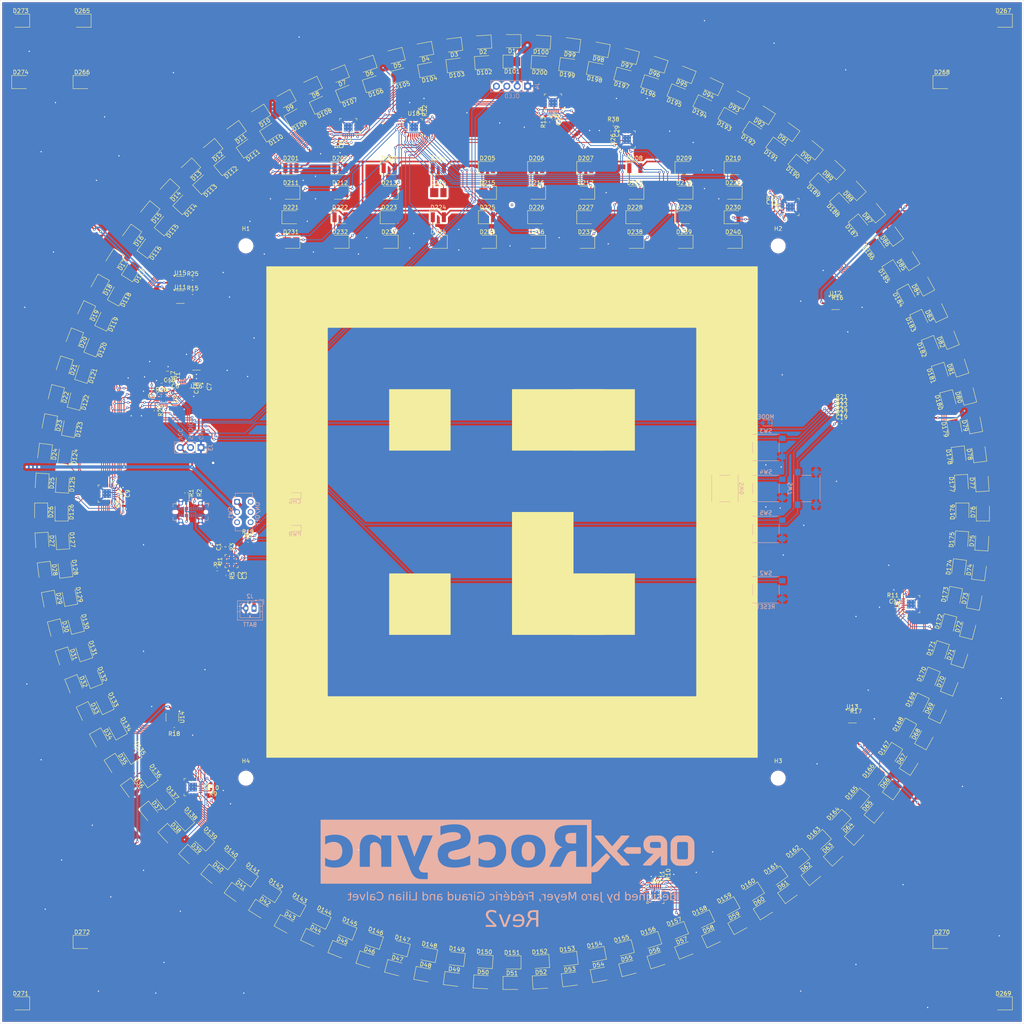
<source format=kicad_pcb>
(kicad_pcb (version 20241229) (generator "pcbnew") (generator_version "9.0")
  (layers (0 "F.Cu" signal) (2 "B.Cu" signal) (13 "F.Paste" user) (15 "B.Paste" user) (5 "F.SilkS" user "F.Silkscreen") (7 "B.SilkS" user "B.Silkscreen") (1 "F.Mask" user) (3 "B.Mask" user) (25 "Edge.Cuts" user))
  (net 0 "")
  (net 1 "GND")
  (net 2 "Net-(D10-K)")
  (net 3 "VCC")
  (net 4 "/CLK")
  (net 5 "Net-(D1-K)")
  (net 6 "Net-(D11-K)")
  (net 7 "+BATT")
  (net 8 "Net-(D101-K)")
  (net 9 "Net-(D102-K)")
  (net 10 "Net-(D103-K)")
  (net 11 "Net-(D104-K)")
  (net 12 "Net-(D105-K)")
  (net 13 "Net-(D106-K)")
  (net 14 "Net-(D107-K)")
  (net 15 "Net-(D108-K)")
  (net 16 "Net-(D109-K)")
  (net 17 "Net-(D110-K)")
  (net 18 "Net-(D111-K)")
  (net 19 "Net-(D112-K)")
  (net 20 "Net-(D113-K)")
  (net 21 "Net-(D114-K)")
  (net 22 "Net-(D115-K)")
  (net 23 "Net-(D116-K)")
  (net 24 "Net-(D117-K)")
  (net 25 "Net-(D118-K)")
  (net 26 "Net-(D119-K)")
  (net 27 "Net-(D120-K)")
  (net 28 "Net-(D121-K)")
  (net 29 "Net-(D122-K)")
  (net 30 "Net-(D123-K)")
  (net 31 "Net-(D124-K)")
  (net 32 "Net-(D125-K)")
  (net 33 "Net-(D126-K)")
  (net 34 "Net-(D127-K)")
  (net 35 "Net-(D128-K)")
  (net 36 "Net-(D129-K)")
  (net 37 "Net-(D130-K)")
  (net 38 "Net-(D131-K)")
  (net 39 "Net-(D132-K)")
  (net 40 "Net-(D133-K)")
  (net 41 "Net-(D134-K)")
  (net 42 "Net-(D135-K)")
  (net 43 "Net-(D136-K)")
  (net 44 "Net-(D137-K)")
  (net 45 "Net-(D138-K)")
  (net 46 "Net-(D139-K)")
  (net 47 "Net-(D140-K)")
  (net 48 "Net-(D141-K)")
  (net 49 "Net-(D142-K)")
  (net 50 "Net-(D143-K)")
  (net 51 "Net-(D144-K)")
  (net 52 "Net-(D145-K)")
  (net 53 "Net-(D146-K)")
  (net 54 "Net-(D147-K)")
  (net 55 "Net-(D148-K)")
  (net 56 "Net-(D149-K)")
  (net 57 "Net-(D150-K)")
  (net 58 "Net-(D151-K)")
  (net 59 "Net-(D152-K)")
  (net 60 "Net-(D153-K)")
  (net 61 "Net-(D154-K)")
  (net 62 "Net-(D155-K)")
  (net 63 "Net-(D156-K)")
  (net 64 "Net-(D157-K)")
  (net 65 "Net-(D158-K)")
  (net 66 "Net-(D159-K)")
  (net 67 "Net-(D160-K)")
  (net 68 "Net-(D161-K)")
  (net 69 "Net-(D162-K)")
  (net 70 "Net-(D163-K)")
  (net 71 "Net-(D164-K)")
  (net 72 "Net-(D165-K)")
  (net 73 "Net-(D166-K)")
  (net 74 "Net-(D167-K)")
  (net 75 "Net-(D168-K)")
  (net 76 "Net-(D169-K)")
  (net 77 "Net-(D170-K)")
  (net 78 "Net-(D171-K)")
  (net 79 "Net-(D172-K)")
  (net 80 "Net-(D173-K)")
  (net 81 "Net-(D174-K)")
  (net 82 "Net-(D175-K)")
  (net 83 "Net-(D176-K)")
  (net 84 "Net-(D177-K)")
  (net 85 "Net-(D178-K)")
  (net 86 "Net-(D179-K)")
  (net 87 "Net-(D180-K)")
  (net 88 "Net-(D181-K)")
  (net 89 "Net-(D182-K)")
  (net 90 "Net-(D183-K)")
  (net 91 "Net-(D184-K)")
  (net 92 "Net-(D185-K)")
  (net 93 "Net-(D186-K)")
  (net 94 "Net-(D187-K)")
  (net 95 "Net-(D188-K)")
  (net 96 "Net-(D189-K)")
  (net 97 "Net-(D190-K)")
  (net 98 "Net-(D191-K)")
  (net 99 "Net-(D192-K)")
  (net 100 "Net-(D193-K)")
  (net 101 "Net-(D194-K)")
  (net 102 "Net-(D195-K)")
  (net 103 "Net-(D196-K)")
  (net 104 "Net-(U26-IREF)")
  (net 105 "Net-(U18-SOUT)")
  (net 108 "Net-(U12-R_EXT)")
  (net 109 "Net-(U13-R_EXT)")
  (net 110 "Net-(U14-R_EXT)")
  (net 111 "/RING_LATCH")
  (net 112 "/RING_BLANK")
  (net 113 "/RING_DATA")
  (net 114 "/COUNTER_LATCH")
  (net 115 "/CORNER_PWM")
  (net 116 "/COUNTER_DATA")
  (net 117 "/COUNTER_BLANK")
  (net 118 "/SWDIO")
  (net 119 "Net-(J1-CC2)")
  (net 120 "Net-(J1-CC1)")
  (net 121 "Net-(U1-ISET)")
  (net 122 "Net-(U1-TS)")
  (net 123 "/Ring LEDs 1-16/DOUT")
  (net 124 "/Ring LEDs 17-32/DOUT")
  (net 125 "VBUS")
  (net 126 "/Ring LEDs 33-48/DOUT")
  (net 127 "/Ring LEDs 49-64/DOUT")
  (net 128 "/Ring LEDs 65-80/DOUT")
  (net 129 "/Ring LEDs 81-96/DOUT")
  (net 130 "Net-(U16-VOUT)")
  (net 133 "/Counter LEDs/DOUT")
  (net 142 "Net-(D201-K)")
  (net 143 "Net-(D202-K)")
  (net 144 "Net-(D203-K)")
  (net 145 "Net-(D204-K)")
  (net 146 "Net-(D205-K)")
  (net 147 "Net-(D206-K)")
  (net 148 "Net-(D207-K)")
  (net 149 "Net-(D208-K)")
  (net 150 "Net-(D209-K)")
  (net 151 "Net-(D233-K)")
  (net 152 "Net-(D234-K)")
  (net 153 "Net-(D235-K)")
  (net 154 "Net-(D236-K)")
  (net 155 "Net-(D237-K)")
  (net 156 "Net-(D100-K)")
  (net 157 "Net-(D197-K)")
  (net 158 "Net-(D198-K)")
  (net 159 "Net-(D199-K)")
  (net 160 "Net-(D200-K)")
  (net 161 "/Ring LEDs 97-100/DOUT")
  (net 162 "Net-(U4-IREF)")
  (net 163 "Net-(U5-IREF)")
  (net 164 "Net-(U6-IREF)")
  (net 165 "Net-(U7-IREF)")
  (net 166 "Net-(U8-IREF)")
  (net 167 "Net-(U9-IREF)")
  (net 168 "Net-(D210-K)")
  (net 170 "Net-(D238-K)")
  (net 171 "Net-(D211-K)")
  (net 172 "/OSCI")
  (net 173 "Net-(D239-K)")
  (net 174 "Net-(R21-Pad1)")
  (net 175 "Net-(U1-ILIM)")
  (net 176 "Net-(D212-K)")
  (net 177 "Net-(D240-K)")
  (net 178 "Net-(D213-K)")
  (net 179 "Net-(D214-K)")
  (net 183 "Net-(U3-IREF)")
  (net 184 "Net-(D199-A)")
  (net 185 "Net-(D198-A)")
  (net 186 "Net-(D197-A)")
  (net 187 "Net-(U2-PD7)")
  (net 188 "Net-(D196-A)")
  (net 189 "Net-(D195-A)")
  (net 190 "Net-(D194-A)")
  (net 191 "Net-(D193-A)")
  (net 192 "Net-(D192-A)")
  (net 193 "Net-(D191-A)")
  (net 194 "Net-(D190-A)")
  (net 195 "Net-(D189-A)")
  (net 196 "Net-(D188-A)")
  (net 197 "Net-(D187-A)")
  (net 198 "Net-(D186-A)")
  (net 199 "Net-(D185-A)")
  (net 200 "Net-(D184-A)")
  (net 201 "Net-(D183-A)")
  (net 202 "Net-(D182-A)")
  (net 203 "Net-(D181-A)")
  (net 204 "Net-(D180-A)")
  (net 205 "Net-(D179-A)")
  (net 206 "Net-(D178-A)")
  (net 207 "Net-(D177-A)")
  (net 208 "Net-(D176-A)")
  (net 209 "Net-(D175-A)")
  (net 210 "Net-(D174-A)")
  (net 211 "Net-(D173-A)")
  (net 212 "Net-(D172-A)")
  (net 213 "Net-(D171-A)")
  (net 214 "Net-(D170-A)")
  (net 215 "Net-(D169-A)")
  (net 216 "Net-(D168-A)")
  (net 217 "Net-(D167-A)")
  (net 218 "Net-(D166-A)")
  (net 219 "Net-(D165-A)")
  (net 220 "Net-(D164-A)")
  (net 221 "Net-(D163-A)")
  (net 222 "Net-(D162-A)")
  (net 223 "Net-(D161-A)")
  (net 224 "Net-(D160-A)")
  (net 225 "Net-(D159-A)")
  (net 226 "Net-(D158-A)")
  (net 227 "Net-(D157-A)")
  (net 228 "Net-(D156-A)")
  (net 229 "Net-(D155-A)")
  (net 230 "Net-(D154-A)")
  (net 231 "Net-(D153-A)")
  (net 232 "Net-(D152-A)")
  (net 233 "Net-(D151-A)")
  (net 234 "Net-(D150-A)")
  (net 235 "Net-(D149-A)")
  (net 236 "Net-(D148-A)")
  (net 237 "Net-(D147-A)")
  (net 238 "Net-(D146-A)")
  (net 239 "Net-(D145-A)")
  (net 240 "Net-(D144-A)")
  (net 241 "Net-(D143-A)")
  (net 242 "Net-(D142-A)")
  (net 243 "Net-(D141-A)")
  (net 244 "Net-(D140-A)")
  (net 245 "Net-(D139-A)")
  (net 246 "Net-(D138-A)")
  (net 247 "Net-(D137-A)")
  (net 248 "Net-(D136-A)")
  (net 249 "Net-(D135-A)")
  (net 250 "Net-(D134-A)")
  (net 251 "Net-(D133-A)")
  (net 252 "Net-(D132-A)")
  (net 253 "Net-(D131-A)")
  (net 254 "Net-(D130-A)")
  (net 255 "Net-(D129-A)")
  (net 256 "Net-(D128-A)")
  (net 257 "Net-(D127-A)")
  (net 258 "Net-(D126-A)")
  (net 259 "Net-(D125-A)")
  (net 260 "Net-(D124-A)")
  (net 261 "Net-(D123-A)")
  (net 262 "Net-(D122-A)")
  (net 263 "Net-(D121-A)")
  (net 264 "Net-(D120-A)")
  (net 265 "Net-(D119-A)")
  (net 266 "Net-(D118-A)")
  (net 267 "Net-(D117-A)")
  (net 268 "Net-(D116-A)")
  (net 269 "Net-(D112-A)")
  (net 270 "Net-(D109-A)")
  (net 271 "Net-(D108-A)")
  (net 272 "Net-(D107-A)")
  (net 273 "Net-(D106-A)")
  (net 274 "Net-(D105-A)")
  (net 275 "Net-(D104-A)")
  (net 276 "Net-(D103-A)")
  (net 277 "Net-(D102-A)")
  (net 278 "Net-(U11-R_EXT)")
  (net 279 "Net-(D115-A)")
  (net 280 "Net-(D114-A)")
  (net 281 "Net-(D113-A)")
  (net 294 "Net-(SW1-A)")
  (net 295 "Net-(D215-K)")
  (net 296 "Net-(D216-K)")
  (net 297 "Net-(D217-K)")
  (net 298 "Net-(D218-K)")
  (net 299 "Net-(U2-PC3)")
  (net 300 "Net-(D219-K)")
  (net 301 "Net-(R21-Pad2)")
  (net 302 "Net-(D220-K)")
  (net 303 "Net-(D221-K)")
  (net 304 "Net-(U15-R_EXT)")
  (net 305 "Net-(D222-K)")
  (net 306 "Net-(D223-K)")
  (net 307 "Net-(D224-K)")
  (net 308 "Net-(D225-K)")
  (net 309 "Net-(D226-K)")
  (net 310 "Net-(D227-K)")
  (net 311 "Net-(D228-K)")
  (net 312 "Net-(D229-K)")
  (net 313 "Net-(D230-K)")
  (net 314 "Net-(D231-K)")
  (net 315 "Net-(D232-K)")
  (net 316 "Net-(D265-K)")
  (net 317 "Net-(D266-K)")
  (net 318 "Net-(D267-K)")
  (net 319 "Net-(D268-K)")
  (net 320 "Net-(D269-K)")
  (net 321 "Net-(D270-K)")
  (net 322 "Net-(D271-K)")
  (net 323 "Net-(D272-K)")
  (net 324 "Net-(D273-K)")
  (net 325 "Net-(D274-K)")
  (net 326 "Net-(D275-K)")
  (net 327 "Net-(D275-A)")
  (net 328 "Net-(D276-A)")
  (net 329 "Net-(D276-K)")
  (net 330 "Net-(D277-A)")
  (net 331 "Net-(R22-Pad2)")
  (net 332 "Net-(R23-Pad2)")
  (net 335 "/BTN_LADDER")
  (net 336 "Net-(U18-IREF)")
  (net 337 "/SDA")
  (net 338 "/SCL")
  (footprint "custom_footprints:HL-A-3528" (layer "F.Cu") (at 20.944888 76.035381 -115.2)
    (property "Reference" "D19")
    (property "Value" "LED")
  )
  (footprint "custom_footprints:XYC-HIR76C-LX4" (layer "F.Cu") (at 155 47)
    (property "Reference" "D218")
    (property "Value" "IR LED")
  )
  (footprint "custom_footprints:HL-A-3528" (layer "F.Cu") (at 208.831392 203.722917 46.8)
    (property "Reference" "D64")
    (property "Value" "LED")
  )
  (footprint "custom_footprints:HL-A-3528" (layer "F.Cu") (at 225.775268 180.401672 61.2)
    (property "Reference" "D68")
    (property "Value" "LED")
  )
  (footprint "custom_footprints:HL-A-3528" (layer "F.Cu") (at 103.451148 12.036966 -169.2)
    (property "Reference" "D4")
    (property "Value" "LED")
  )
  (footprint "custom_footprints:HL-A-3528" (layer "F.Cu") (at 36.390977 198.303758 -50.4)
    (property "Reference" "D37")
    (property "Value" "LED")
  )
  (footprint "custom_footprints:XYC-HIR76C-LX4" (layer "F.Cu") (at 49.699818 44.81345 -136.8)
    (property "Reference" "D113")
    (property "Value" "IR LED")
  )
  (footprint "custom_footprints:XYC-HIR76C-LX4" (layer "F.Cu") (at 171.835722 25.469024 154.8)
    (property "Reference" "D194")
    (property "Value" "IR LED")
  )
  (footprint "custom_footprints:HL-A-3528" (layer "F.Cu") (at 167.334323 231.924295 21.6)
    (property "Reference" "D57")
    (property "Value" "LED")
  )
  (footprint "Resistor_SMD:R_0402_1005Metric" (layer "F.Cu") (at 205.51 100)
    (property "Reference" "R23")
    (property "Value" "820")
  )
  (footprint "custom_footprints:XYC-HIR76C-LX4" (layer "F.Cu") (at 131 59)
    (property "Reference" "D236")
    (property "Value" "IR LED")
  )
  (footprint "custom_footprints:XYC-HIR76C-LX4" (layer "F.Cu") (at 143 47)
    (property "Reference" "D217")
    (property "Value" "IR LED")
  )
  (footprint "custom_footprints:HL-A-3528" (layer "F.Cu") (at 83 53)
    (property "Reference" "D222")
    (property "Value" "LED")
  )
  (footprint "custom_footprints:HL-A-3528" (layer "F.Cu") (at 218.036954 57.404695 126)
    (property "Reference" "D86")
    (property "Value" "LED")
  )
  (footprint "custom_footprints:XYC-HIR76C-LX4" (layer "F.Cu") (at 25.469024 78.164277 -115.2)
    (property "Reference" "D119")
    (property "Value" "IR LED")
  )
  (footprint "custom_footprints:HL-A-3528" (layer "F.Cu") (at 146.548851 237.963033 10.8)
    (property "Reference" "D54")
    (property "Value" "LED")
  )
  (footprint "Package_TO_SOT_SMD:SOT-23-6" (layer "F.Cu") (at 44 69)
    (property "Reference" "U15")
    (property "Value" "BCR420UW6Q")
  )
  (footprint "custom_footprints:XYC-HIR76C-LX4" (layer "F.Cu") (at 84.506299 227.275413 -21.6)
    (property "Reference" "D145")
    (property "Value" "IR LED")
  )
  (footprint "custom_footprints:HL-A-3528" (layer "F.Cu") (at 15.6285 160.536954 -72)
    (property "Reference" "D31")
    (property "Value" "LED")
  )
  (footprint "Resistor_SMD:R_0402_1005Metric" (layer "F.Cu") (at 149.75 30.25)
    (property "Reference" "R38")
    (property "Value" "2.7k")
  )
  (footprint "custom_footprints:XYC-HIR76C-LX4" (layer "F.Cu") (at 179 47)
    (property "Reference" "D220")
    (property "Value" "IR LED")
  )
  (footprint "Resistor_SMD:R_0402_1005Metric" (layer "F.Cu") (at 52 192.7 180)
    (property "Reference" "R9")
    (property "Value" "2.7k")
  )
  (footprint "custom_footprints:HL-A-3528" (layer "F.Cu") (at 124.999999 240)
    (property "Reference" "D51")
    (property "Value" "LED")
  )
  (footprint "custom_footprints:XYC-HIR76C-LX4" (layer "F.Cu") (at 167 59)
    (property "Reference" "D239")
    (property "Value" "IR LED")
  )
  (footprint "MountingHole:MountingHole_3.2mm_M3" (layer "F.Cu") (at 190 190)
    (property "Reference" "H3")
    (property "Value" "MountingHole")
  )
  (footprint "custom_footprints:HL-A-3528" (layer "F.Cu") (at 179 53)
    (property "Reference" "D230")
    (property "Value" "LED")
  )
  (footprint "custom_footprints:XYC-HIR76C-LX4" (layer "F.Cu") (at 152.355887 231.544147 14.4)
    (property "Reference" "D155")
    (property "Value" "IR LED")
  )
  (footprint "custom_footprints:XYC-HIR76C-LX4" (layer "F.Cu") (at 235 125 90)
    (property "Reference" "D176")
    (property "Value" "IR LED")
  )
  (footprint "custom_footprints:HL-A-3528" (layer "F.Cu") (at 57.404695 31.963045 -144)
    (property "Reference" "D11")
    (property "Value" "LED")
  )
  (footprint "custom_footprints:XYC-HIR76C-LX4" (layer "F.Cu") (at 167 47)
    (property "Reference" "D219")
    (property "Value" "IR LED")
  )
  (footprint "custom_footprints:XYC-HIR76C-LX4" (layer "F.Cu") (at 95 47)
    (property "Reference" "D213")
    (property "Value" "IR LED")
  )
  (footprint "Resistor_SMD:R_0402_1005Metric" (layer "F.Cu") (at 53 139)
    (property "Reference" "R4")
    (property "Value" "590")
  )
  (footprint "custom_footprints:HL-A-3528" (layer "F.Cu") (at 20 230)
    (property "Reference" "D272")
    (property "Value" "LED")
  )
  (footprint "Package_DFN_QFN:Texas_RGE0024C_VQFN-24-1EP_4x4mm_P0.5mm_EP2.1x2.1mm_ThermalVias" (layer "F.Cu") (at 193 50.5 90)
    (property "Reference" "U8")
    (property "Value" "TLC59283")
  )
  (footprint "custom_footprints:HL-A-3528" (layer "F.Cu") (at 46.277082 208.831392 -43.2)
    (property "Reference" "D39")
    (property "Value" "LED")
  )
  (footprint "custom_footprints:XYC-HIR76C-LX4" (layer "F.Cu") (at 131.906957 234.78294 3.6)
    (property "Reference" "D152")
    (property "Value" "IR LED")
  )
  (footprint "custom_footprints:HL-A-3528" (layer "F.Cu") (at 24.224731 69.598327 -118.8)
    (property "Reference" "D18")
    (property "Value" "LED")
  )
  (footprint "Resistor_SMD:R_0402_1005Metric" (layer "F.Cu") (at 83.5 35.25 90)
    (property "Reference" "R7")
    (property "Value" "2.7k")
  )
  (footprint "custom_footprints:XYC-HIR76C-LX4" (layer "F.Cu") (at 245 245)
    (property "Reference" "D269")
    (property "Value" "IR LED")
  )
  (footprint "Capacitor_SMD:C_0402_1005Metric" (layer "F.Cu") (at 101.5 27 -90)
    (property "Reference" "C6")
    (property "Value" "0.1uf")
  )
  (footprint "custom_footprints:HL-A-3528" (layer "F.Cu") (at 117.77909 10.226926 -176.4)
    (property "Reference" "D2")
    (property "Value" "LED")
  )
  (footprint "custom_footprints:XYC-HIR76C-LX4" (layer "F.Cu") (at 231.544147 152.355887 75.6)
    (property "Reference" "D172")
    (property "Value" "IR LED")
  )
  (footprint "custom_footprints:HL-A-3528" (layer "F.Cu") (at 76.035381 20.944888 -154.8)
    (property "Reference" "D8")
    (property "Value" "LED")
  )
  (footprint "Resistor_SMD:R_0402_1005Metric" (layer "F.Cu") (at 55.5 133.5 -90)
    (property "Reference" "R3")
    (property "Value" "1.1k")
  )
  (footprint "custom_footprints:HL-A-3528" (layer "F.Cu") (at 71 41)
    (property "Reference" "D201")
    (property "Value" "LED")
  )
  (footprint "Capacitor_SMD:C_0402_1005Metric" (layer "F.Cu") (at 58.5 140.5 -90)
    (property "Reference" "C3")
    (property "Value" "4.7uf")
  )
  (footprint "custom_footprints:HL-A-3528" (layer "F.Cu") (at 198.303758 36.390977 140.4)
    (property "Reference" "D90")
    (property "Value" "LED")
  )
  (footprint "custom_footprints:HL-A-3528" (layer "F.Cu") (at 230 20)
    (property "Reference" "D268")
    (property "Value" "LED")
  )
  (footprint "Package_DFN_QFN:Texas_RGE0024C_VQFN-24-1EP_4x4mm_P0.5mm_EP2.1x2.1mm_ThermalVias" (layer "F.Cu") (at 26 120.5 -90)
    (property "Reference" "U4")
    (property "Value" "TLC59283")
  )
  (footprint "custom_footprints:HL-A-3528" (layer "F.Cu") (at 131 53)
    (property "Reference" "D226")
    (property "Value" "LED")
  )
  (footprint "custom_footprints:HL-A-3528" (layer "F.Cu") (at 83 41)
    (property "Reference" "D202")
    (property "Value" "LED")
  )
  (footprint "custom_footprints:XYC-HIR76C-LX4" (layer "F.Cu") (at 205.186549 49.699818 133.2)
    (property "Reference" "D188")
    (property "Value" "IR LED")
  )
  (footprint "custom_footprints:HL-A-3528" (layer "F.Cu") (at 5 20)
    (property "Reference" "D274")
    (property "Value" "LED")
  )
  (footprint "Package_DFN_QFN:Texas_RGE0024C_VQFN-24-1EP_4x4mm_P0.5mm_EP2.1x2.1mm_ThermalVias" (layer "F.Cu") (at 85 31 180)
    (property "Reference" "U3")
    (property "Value" "TLC59283")
  )
  (footprint "custom_footprints:XYC-HIR76C-LX4" (layer "F.Cu") (at 5 5)
    (property "Reference" "D273")
    (property "Value" "IR LED")
  )
  (footprint "custom_footprints:HL-A-3528" (layer "F.Cu") (at 198.303758 213.609022 39.6)
    (property "Reference" "D62")
    (property "Value" "LED")
  )
  (footprint "custom_footprints:HL-A-3528" (layer "F.Cu") (at 155 53)
    (property "Reference" "D228")
    (property "Value" "LED")
  )
  (footprint "custom_footprints:XYC-HIR76C-LX4" (layer "F.Cu") (at 16.948402 145.611944 -79.2)
    (property "Reference" "D129")
    (property "Value" "IR LED")
  )
  (footprint "custom_footprints:HL-A-3528" (layer "F.Cu") (at 110.586678 239.09319 -7.2)
    (property "Reference" "D49")
    (property "Value" "LED")
  )
  (footprint "custom_footprints:HL-A-3528" (layer "F.Cu") (at 15.6285 89.463045 -108)
    (property "Reference" "D21")
    (property "Value" "LED")
  )
  (footprint "custom_footprints:XYC-HIR76C-LX4" (layer "F.Cu") (at 165.4937 22.724586 158.4)
    (property "Reference" "D195")
    (property "Value" "IR LED")
  )
  (footprint "custom_footprints:HL-A-3528" (layer "F.Cu") (at 69.598327 24.224731 -151.2)
    (property "Reference" "D9")
    (property "Value" "LED")
  )
  (footprint "Capacitor_SMD:C_0402_1005Metric" (layer "F.Cu") (at 52 191.2 180)
    (property "Reference" "C10")
    (property "Value" "0.1uf")
  )
  (footprint "custom_footprints:HL-A-3528" (layer "F.Cu") (at 234.371499 160.536954 72)
    (property "Reference" "D71")
    (property "Value" "LED")
  )
  (footprint "custom_footprints:XYC-HIR76C-LX4" (layer "F.Cu") (at 95 59)
    (property "Reference" "D233")
    (property "Value" "IR LED")
  )
  (footprint "Resistor_SMD:R_0402_1005Metric" (layer "F.Cu") (at 39.375 93.95 180)
    (property "Reference" "R26")
    (property "Value" "10k")
  )
  (footprint "custom_footprints:XYC-HIR76C-LX4" (layer "F.Cu") (at 28.606265 177.992904 -61.2)
    (property "Reference" "D134")
    (property "Value" "IR LED")
  )
  (footprint "custom_footprints:HL-A-3528" (layer "F.Cu") (at 179 41)
    (property "Reference" "D210")
    (property "Value" "LED")
  )
  (footprint "custom_footprints:XYC-HIR76C-LX4" (layer "F.Cu") (at 213.991869 189.656377 54)
    (property "Reference" "D166")
    (property "Value" "IR LED")
  )
  (footprint "custom_footprints:HL-A-3528" (layer "F.Cu") (at 18.075704 82.665676 -111.6)
    (property "Reference" "D20")
    (property "Value" "LED")
  )
  (footprint "custom_footprints:HL-A-3528" (layer "F.Cu") (at 186.620081 222.097711 32.4)
    (property "Reference" "D60")
    (property "Value" "LED")
  )
  (footprint "custom_footprints:XYC-HIR76C-LX4" (layer "F.Cu") (at 224.530975 78.164277 115.2)
    (property "Reference" "D183")
    (property "Value" "IR LED")
  )
  (footprint "custom_footprints:HL-A-3528" (layer "F.Cu") (at 82.665676 231.924295 -21.6)
    (property "Reference" "D45")
    (property "Value" "LED")
  )
  (footprint "custom_footprints:HL-A-3528" (layer "F.Cu") (at 229.055111 173.964618 64.8)
    (property "Reference" "D69")
    (property "Value" "LED")
  )
  (footprint "custom_footprints:HL-A-3528" (layer "F.Cu") (at 51.696241 36.390977 -140.4)
    (property "Reference" "D12")
    (property "Value" "LED")
  )
  (footprint "custom_footprints:HL-A-3528" (layer "F.Cu") (at 110.586678 10.906809 -172.8)
    (property "Reference" "D3")
    (property "Value" "LED")
  )
  (footprint "custom_footprints:XYC-HIR76C-LX4" (layer "F.Cu") (at 138.786655 234.132617 7.2)
    (property "Reference" "D153")
    (property "Value" "IR LED")
  )
  (footprint "Resistor_SMD:R_0402_1005Metric" (layer "F.Cu") (at 47 68)
    (property "Reference" "R25")
    (property "Value" "100")
  )
  (footprint "custom_footprints:HL-A-3528" (layer "F.Cu") (at 10.226926 132.220909 -86.4)
    (property "Reference" "D27")
    (property "Value" "LED")
  )
  (footprint "custom_footprints:XYC-HIR76C-LX4" (layer "F.Cu") (at 54.883361 209.756456 -39.6)
    (property "Reference" "D140")
    (property "Value" "IR LED")
  )
  (footprint "custom_footprints:HL-A-3528" (layer "F.Cu") (at 222.097711 63.379918 122.4)
    (property "Reference" "D85")
    (property "Value" "LED")
  )
  (footprint "Package_DFN_QFN:Texas_RGE0024C_VQFN-24-1EP_4x4mm_P0.5mm_EP2.1x2.1mm_ThermalVias" (layer "F.Cu") (at 135 25 180)
    (property "Reference" "U9")
    (property "Value" "TLC59283")
  )
  (footprint "Capacitor_SMD:C_0402_1005Metric" (layer "F.Cu") (at 41.355 93.95)
    (property "Reference" "C18")
    (property "Value" "10pF")
  )
  (footprint "Capacitor_SMD:C_0402_1005Metric" (layer "F.Cu") (at 218.5 148)
    (property "Reference" "C12")
    (property "Value" "0.1uf")
  )
  (footprint "custom_footprints:XYC-HIR76C-LX4" (layer "F.Cu") (at 229.616216 158.991869 72)
    (property "Reference" "D171")
    (property "Value" "IR LED")
  )
  (footprint "custom_footprints:XYC-HIR76C-LX4" (layer "F.Cu") (at 15 125 -90)
    (property "Reference" "D126")
    (property "Value" "IR LED")
  )
  (footprint "custom_footprints:XYC-HIR76C-LX4" (layer "F.Cu") (at 32.123928 66.059052 -122.4)
    (property "Reference" "D117")
    (property "Value" "IR LED")
  )
  (footprint "custom_footprints:HL-A-3528" (layer "F.Cu") (at 13.612936 96.400662 -104.4)
    (property "Reference" "D22")
    (property "Value" "LED")
  )
  (footprint "custom_footprints:XYC-HIR76C-LX4" (layer "F.Cu") (at 97.644112 18.455852 -165.6)
    (property "Reference" "D105")
    (property "Value" "IR LED")
  )
  (footprint "custom_footprints:XYC-HIR76C-LX4" (layer "F.Cu") (at 183.940947 217.876071 32.4)
    (property "Reference" "D160")
    (property "Value" "IR LED")
  )
  (footprint "custom_footprints:HL-A-3528" (layer "F.Cu") (at 231.924295 82.665676 111.6)
    (property "Reference" "D82")
    (property "Value" "LED")
  )
  (footprint "Capacitor_SMD:C_0402_1005Metric" (layer "F.Cu") (at 160.5 214 -90)
    (property "Reference" "C11")
    (property "Value" "0.1uf")
  )
  (footprint "Package_DFN_QFN:VQFN-16-1EP_3x3mm_P0.5mm_EP1.68x1.68mm_ThermalVias" (layer "F.Cu") (at 56.5 137 90)
    (property "Reference" "U1")
    (property "Value" "BQ24075RGT")
  )
  (footprint "custom_footprints:XYC-HIR76C-LX4" (layer "F.Cu") (at 189.656377 213.991869 36)
    (property "Reference" "D161")
    (property "Value" "IR LED")
  )
  (footprint "custom_footprints:HL-A-3528" (layer "F.Cu") (at 236.387063 96.400662 104.4)
    (property "Reference" "D80")
    (property "Value" "LED")
  )
  (footprint "custom_footprints:HL-A-3528" (layer "F.Cu") (at 20 20)
    (property "Reference" "D266")
    (property "Value" "LED")
  )
  (footprint "custom_footprints:XYC-HIR76C-LX4" (layer "F.Cu") (at 231.544147 97.644112 104.4)
    (property "Reference" "D180")
    (property "Value" "IR LED")
  )
  (footprint "custom_footprints:HL-A-3528" (layer "F.Cu") (at 237.963033 103.451148 100.8)
    (property "Reference" "D79")
    (property "Value" "LED")
  )
  (footprint "custom_footprints:XYC-HIR76C-LX4" (layer "F.Cu") (at 217.876071 183.940947 57.6)
    (property "Reference" "D167")
    (property "Value" "IR LED")
  )
  (footprint "custom_footprints:XYC-HIR76C-LX4" (layer "F.Cu") (at 40.243543 195.116638 -50.4)
    (property "Reference" "D137")
    (property "Value" "IR LED")
  )
  (footprint "Capacitor_SMD:C_0402_1005Metric" (layer "F.Cu") (at 149.5 32 -90)
    (property "Reference" "C29")
    (property "Value" "0.1uf")
  )
  (footprint "Capacitor_SMD:C_0402_1005Metric" (layer "F.Cu") (at 135.2 29.2 -90)
    (property "Reference" "C14")
    (property "Value" "0.1uf")
  )
  (footprint "custom_footprints:XYC-HIR76C-LX4" (layer "F.Cu") (at 118.093042 234.78294 -3.6)
    (property "Reference" "D150")
    (property "Value" "IR LED")
  )
  (footprint "custom_footprints:XYC-HIR76C-LX4" (layer "F.Cu") (at 44.81345 200.300181 -46.8)
    (property "Reference" "D138")
    (property "Value" "IR LED")
  )
  (footprint "custom_footprints:HL-A-3528" (layer "F.Cu") (at 63.379918 222.097711 -32.4)
    (property "Reference" "D42")
    (property "Value" "LED")
  )
  (footprint "custom_footprints:HL-A-3528" (layer "F.Cu") (at 222.097711 186.620081 57.6)
    (property "Reference" "D67")
    (property "Value" "LED")
  )
  (footprint "custom_footprints:XYC-HIR76C-LX4" (layer "F.Cu") (at 32.123928 183.940947 -57.6)
    (property "Reference" "D135")
    (property "Value" "IR LED")
  )
  (footprint "custom_footprints:XYC-HIR76C-LX4" (layer "F.Cu") (at 20.383783 158.991869 -72)
    (property "Reference" "D131")
    (property "Value" "IR LED")
  )
  (footprint "Resistor_SMD:R_0402_1005Metric" (layer "F.Cu") (at 133.8 29.8 90)
    (property "Reference" "R13")
    (property "Value" "2.7k")
  )
  (footprint "custom_footprints:XYC-HIR76C-LX4" (layer "F.Cu") (at 72.007095 28.606265 -151.2)
    (property "Reference" "D109")
    (property "Value" "IR LED")
  )
  (footprint "custom_footprints:HL-A-3528" (layer "F.Cu") (at 180.401672 24.224731 151.2)
    (property "Reference" "D93")
    (property "Value" "LED")
  )
  (footprint "custom_footprints:XYC-HIR76C-LX4" (layer "F.Cu") (at 111.213344 15.867382 -172.8)
    (property "Reference" "D103")
    (property "Value" "IR LED")
  )
  (footprint "custom_footprints:HL-A-3528" (layer "F.Cu") (at 10.906809 110.586678 -97.2)
    (property "Reference" "D24")
    (property "Value" "LED")
  )
  (footprint "custom_footprints:HL-A-3528" (layer "F.Cu") (at 95 53)
    (property "Reference" "D223")
    (property "Value" "LED")
  )
  (footprint "custom_footprints:XYC-HIR76C-LX4" (layer "F.Cu") (at 221.393734 72.007095 118.8)
    (property "Reference" "D184")
    (property "Value" "IR LED")
  )
  (footprint "custom_footprints:XYC-HIR76C-LX4" (layer "F.Cu") (at 91.00813 229.616216 -18)
    (property "Reference" "D146")
    (property "Value" "IR LED")
  )
  (footprint "Resistor_SMD:R_0402_1005Metric" (layer "F.Cu") (at 209 172.5 180)
    (property "Reference" "R17")
    (property "Value" "100")
  )
  (footprint "Resistor_SMD:R_0402_1005Metric" (layer "F.Cu") (at 60.5 131)
    (property "Reference" "R19")
    (property "Value" "1.5k")
  )
  (footprint "Resistor_SMD:R_0402_1005Metric" (layer "F.Cu") (at 205.51 99)
    (property "Reference" "R22")
    (property "Value" "1.8k")
  )
  (footprint "MountingHole:MountingHole_3.2mm_M3" (layer "F.Cu") (at 190 60)
    (property "Reference" "H2")
    (property "Value" "MountingHole")
  )
  (footprint "custom_footprints:HL-A-3528" (layer "F.Cu") (at 167.334323 18.075704 158.4)
    (property "Reference" "D95")
    (property "Value" "LED")
  )
  (footprint "custom_footprints:aruco_4x4_1000-21" (layer "F.Cu") (at 125 125)
    (property "Reference" "G***" (hide yes))
    (property "Value" "aruco_4x4_1000-21" (hide yes))
  )
  (footprint "Resistor_SMD:R_0402_1005Metric" (layer "F.Cu") (at 162 213.5 -90)
    (property "Reference" "R10")
    (property "Value" "2.7k")
  )
  (footprint "custom_footprints:HL-A-3528" (layer "F.Cu") (at 24.224731 180.401672 -61.2)
    (property "Reference" "D34")
    (property "Value" "LED")
  )
  (footprint "custom_footprints:HL-A-3528" (layer "F.Cu") (at 239.09319 139.413321 82.8)
    (property "Reference" "D74")
    (property "Value" "LED")
  )
  (footprint "custom_footprints:XYC-HIR76C-LX4" (layer "F.Cu") (at 18.455852 152.355887 -75.6)
    (property "Reference" "D130")
    (property "Value" "IR LED")
  )
  (footprint "custom_footprints:HL-A-3528" (layer "F.Cu") (at 230 230)
    (property "Reference" "D270")
    (property "Value" "LED")
  )
  (footprint "custom_footprints:HL-A-3528" (layer "F.Cu") (at 36.390977 51.696241 -129.6)
    (property "Reference" "D15")
    (property "Value" "LED")
  )
  (footprint "custom_footprints:XYC-HIR76C-LX4" (layer "F.Cu") (at 177.992904 28.606265 151.2)
    (property "Reference" "D193")
    (property "Value" "IR LED")
  )
  (footprint "custom_footprints:XYC-HIR76C-LX4" (layer "F.Cu") (at 183.940947 32.123928 147.6)
    (property "Reference" "D192")
    (property "Value" "IR LED")
  )
  (footprint "custom_footprints:HL-A-3528" (layer "F.Cu") (at 89.463045 15.6285 -162)
    (property "Reference" "D6")
    (property "Value" "LED")
  )
  (footprint "custom_footprints:HL-A-3528" (layer "F.Cu") (at 143 53)
    (property "Reference" "D227")
    (property "Value" "LED")
  )
  (footprint "Package_DFN_QFN:Texas_RGE0024C_VQFN-24-1EP_4x4mm_P0.5mm_EP2.1x2.1mm_ThermalVias" (layer "F.Cu") (at 160 218.5)
    (property "Reference" "U6")
    (property "Value" "TLC59283")
  )
  (footprint "custom_footprints:HL-A-3528" (layer "F.Cu") (at 167 53)
    (property "Reference" "D229")
    (property "Value" "LED")
  )
  (footprint "Resistor_SMD:R_0402_1005Metric" (layer "F.Cu") (at 38 100.25 -90)
    (property "Reference" "R20")
    (property "Value" "1.5k")
  )
  (footprint "custom_footprints:XYC-HIR76C-LX4" (layer "F.Cu") (at 71 47)
    (property "Reference" "D211")
    (property "Value" "IR LED")
  )
  (footprint "custom_footprints:XYC-HIR76C-LX4" (layer "F.Cu") (at 158.991869 229.616216 18)
    (property "Reference" "D156")
    (property "Value" "IR LED")
  )
  (footprint "custom_footprints:XYC-HIR76C-LX4" (layer "F.Cu") (at 233.051597 104.388055 100.8)
    (property "Reference" "D179")
    (property "Value" "IR LED")
  )
  (footprint "custom_footprints:XYC-HIR76C-LX4" (layer "F.Cu") (at 189.656377 36.00813 144)
    (property "Reference" "D191")
    (property "Value" "IR LED")
  )
  (footprint "Package_DFN_QFN:Texas_RGE0024C_VQFN-24-1EP_4x4mm_P0.5mm_EP2.1x2.1mm_ThermalVias" (layer "F.Cu") (at 222.5 147.5 90)
    (property "Reference" "U7")
    (property "Value" "TLC59283")
  )
  (footprint "custom_footprints:XYC-HIR76C-LX4" (layer "F.Cu") (at 107 59)
    (property "Reference" "D234")
    (property "Value" "IR LED")
  )
  (footprint "custom_footprints:XYC-HIR76C-LX4" (layer "F.Cu") (at 36.00813 60.343622 -126)
    (property "Reference" "D116")
    (property "Value" "IR LED")
  )
  (footprint "custom_footprints:HL-A-3528" (layer "F.Cu") (at 27.902288 186.620081 -57.6)
    (property "Reference" "D35")
    (property "Value" "LED")
  )
  (footprint "custom_footprints:HL-A-3528" (layer "F.Cu") (at 132.220909 239.773073 3.6)
    (property "Reference" "D52")
    (property "Value" "LED")
  )
  (footprint "custom_footprints:HL-A-3528" (layer "F.Cu") (at 10 125 -90)
    (property "Reference" "D26")
    (property "Value" "LED")
  )
  (footprint "Package_DFN_QFN:QFN-20-1EP_3x3mm_P0.4mm_EP1.65x1.65mm_ThermalVias" (layer "F.Cu") (at 39.925 97.4 -90)
    (property "Reference" "U2")
    (property "Value" "CH32V003FxUx")
  )
  (footprint "custom_footprints:XYC-HIR76C-LX4" (layer "F.Cu") (at 83 59)
    (property "Reference" "D232")
    (property "Value" "IR LED")
  )
  (footprint "custom_footprints:HL-A-3528" (layer "F.Cu") (at 234.371499 89.463045 108)
    (property "Reference" "D81")
    (property "Value" "LED")
  )
  (footprint "custom_footprints:XYC-HIR76C-LX4" (layer "F.Cu") (at 125 15 180)
    (property "Reference" "D101")
    (property "Value" "IR LED")
  )
  (footprint "custom_footprints:XYC-HIR76C-LX4" (layer "F.Cu") (at 229.616216 91.00813 108)
    (property "Reference" "D181")
    (property "Value" "IR LED")
  )
  (footprint "custom_footprints:HL-A-3528" (layer "F.Cu") (at 71 53)
    (property "Reference" "D221")
    (property "Value" "LED")
  )
  (footprint "custom_footprints:HL-A-3528" (layer "F.Cu") (at 236.387063 153.599337 75.6)
    (property "Reference" "D72")
    (property "Value" "LED")
  )
  (footprint "custom_footprints:HL-A-3528" (layer "F.Cu") (at 239.773073 132.220909 86.4)
    (property "Reference" "D75")
    (property "Value" "LED")
  )
  (footprint "custom_footprints:HL-A-3528" (layer "F.Cu") (at 107 53)
    (property "Reference" "D224")
    (property "Value" "LED")
  )
  (footprint "Capacitor_SMD:C_0402_1005Metric" (layer "F.Cu") (at 46.75 94.75 -90)
    (property "Reference" "C16")
    (property "Value" "1uf" (hide yes))
  )
  (footprint "custom_footprints:HL-A-3528" (layer "F.Cu") (at 173.964618 229.055111 25.2)
    (property "Reference" "D58")
    (property "Value" "LED")
  )
  (footprint "custom_footprints:HL-A-3528" (layer "F.Cu") (at 12.036966 103.451148 -100.8)
    (property "Reference" "D23")
    (property "Value" "LED")
  )
  (footprint "Resistor_SMD:R_0402_1005Metric" (layer "F.Cu") (at 42.5 178 180)
    (property "Reference" "R18")
    (property "Value" "100")
  )
  (footprint "custom_footprints:HL-A-3528" (layer "F.Cu") (at 146.548851 12.036966 169.2)
    (property "Reference" "D98")
    (property "Value" "LED")
  )
  (footprint "custom_footprints:HL-A-3528" (layer "F.Cu") (at 192.595304 218.036954 36)
    (property "Reference" "D61")
    (property "Value" "LED")
  )
  (footprint "custom_footprints:HL-A-3528" (layer "F.Cu") (at 107 41)
    (property "Reference" "D204")
    (property "Value" "LED")
  )
  (footprint "custom_footprints:HL-A-3528" (layer "F.Cu") (at 186.620081 27.902288 147.6)
    (property "Reference" "D92")
    (property "Value" "LED")
  )
  (footprint "custom_footprints:XYC-HIR76C-LX4" (layer "F.Cu") (at 72.007095 221.393734 -28.8)
    (property "Reference" "D143")
    (property "Value" "IR LED")
  )
  (footprint "MountingHole:MountingHole_3.2mm_M3" (layer "F.Cu") (at 60 60)
    (property "Reference" "H1")
    (property "Value" "MountingHole")
  )
  (footprint "Package_TO_SOT_SMD:SOT-23-6" (layer "F.Cu") (at 44 72.5)
    (property "Reference" "U11")
    (property "Value" "BCR420UW6Q")
  )
  (footprint "custom_footprints:HL-A-3528" (layer "F.Cu") (at 41.168607 46.277082 -133.2)
    (property "Reference" "D14")
    (property "Value" "LED")
  )
  (footprint "Package_TO_SOT_SMD:SOT-23-6" (layer "F.Cu") (at 204 74)
    (property "Reference" "U12")
    (property "Value" "BCR420UW6Q")
  )
  (footprint "Resistor_SMD:R_0402_1005Metric" (layer "F.Cu") (at 45.5 120.335 -90)
    (property "Reference" "R1")
    (property "Value" "5.1k")
  )
  (footprint "custom_footprints:HL-A-3528" (layer "F.Cu") (at 125 10 180)
    (property "Reference" "D1")
    (property "Value" "LED")
  )
  (footprint "custom_footprints:XYC-HIR76C-LX4" (layer "F.Cu") (at 209.756456 54.883361 129.6)
    (property "Reference" "D187")
    (property "Value" "IR LED")
  )
  (footprint "custom_footprints:HL-A-3528" (layer "F.Cu") (at 96.400662 13.612936 -165.6)
    (property "Reference" "D5")
    (property "Value" "LED")
  )
  (footprint "custom_footprints:XYC-HIR76C-LX4" (layer "F.Cu") (at 155 59)
    (property "Reference" "D238")
    (property "Value" "IR LED")
  )
  (footprint "custom_footprints:HL-A-3528" (layer "F.Cu") (at 20.944888 173.964618 -64.8)
    (property "Reference" "D33")
    (property "Value" "LED")
  )
  (footprint "Capacitor_SMD:C_0402_1005Metric" (layer "F.Cu") (at 42.75 95.4)
    (property "Reference" "C5")
    (property "Value" "0.1uf")
  )
  (footprint "Resistor_SMD:R_0402_1005Metric" (layer "F.Cu") (at 60.5 132)
    (property "Reference" "R6")
    (property "Value" "1.5k")
  )
  (footprint "Package_TO_SOT_SMD:SOT-23-5" (layer "F.Cu") (at 47.925 91.9 180)
    (property "Reference" "U16")
    (property "Value" "TPS7A2025")
  )
  (footprint "custom_footprints:XYC-HIR76C-LX4" (layer "F.Cu") (at 66.059052 217.876071 -32.4)
    (property "Reference" "D142")
    (property "Value" "IR LED")
  )
  (footprint "custom_footprints:XYC-HIR76C-LX4" (layer "F.Cu") (at 25.469024 171.835722 -64.8)
    (property "Reference" "D133")
    (property "Value" "IR LED")
  )
  (footprint "Resistor_SMD:R_0402_1005Metric" (layer "F.Cu") (at 218 146.5)
    (property "Reference" "R11")
    (property "Value" "2.7k")
  )
  (footprint "custom_footprints:XYC-HIR76C-LX4" (layer "F.Cu") (at 234.132617 138.786655 82.8)
    (property "Reference" "D174")
    (property "Value" "IR LED")
  )
  (footprint "custom_footprints:XYC-HIR76C-LX4" (layer "F.Cu") (at 195.116638 209.756456 39.6)
    (property "Reference" "D162")
    (property "Value" "IR LED")
  )
  (footprint "Package_DFN_QFN:Texas_RGE0024C_VQFN-24-1EP_4x4mm_P0.5mm_EP2.1x2.1mm_ThermalVias" (layer "F.Cu") (at 101 31)
    (property "Reference" "U18")
    (property "Value" "TLC59283")
  )
  (footprint "custom_footprints:XYC-HIR76C-LX4" (layer "F.Cu") (at 49.699818 205.186549 -43.2)
    (property "Reference" "D139")
    (property "Value" "IR LED")
  )
  (footprint "custom_footprints:XYC-HIR76C-LX4" (layer "F.Cu") (at 233.051597 145.611944 79.2)
    (property "Reference" "D173")
    (property "Value" "IR LED")
  )
  (footprint "custom_footprints:XYC-HIR76C-LX4" (layer "F.Cu") (at 36.00813 189.656377 -54)
    (property "Reference" "D136")
    (property "Value" "IR LED")
  )
  (footprint "custom_footprints:HL-A-3528" (layer "F.Cu") (at 18.075704 167.334323 -68.4)
    (property "Reference" "D32")
    (property "Value" "LED")
  )
  (footprint "custom_footprints:XYC-HIR76C-LX4" (layer "F.Cu") (at 20.383783 91.00813 -108)
    (property "Reference" "D121")
    (property "Value" "IR LED")
  )
  (footprint "custom_footprints:XYC-HIR76C-LX4" (layer "F.Cu") (at 171.835722 224.530975 25.2)
    (property "Reference" "D158")
    (property "Value" "IR LED")
  )
  (footprint "custom_footprints:XYC-HIR76C-LX4" (layer "F.Cu") (at 217.876071 66.059052 122.4)
    (property "Reference" "D185")
    (property "Value" "IR LED")
  )
  (footprint "custom_footprints:HL-A-3528" (layer "F.Cu") (at 27.902288 63.379918 -122.4)
    (property "Reference" "D17")
    (property "Value" "LED")
  )
  (footprint "Resistor_SMD:R_0402_1005Metric" (layer "F.Cu") (at 205.51 98)
    (property "Reference" "R21")
    (property "Value" "5.1k")
  )
  (footprint "Package_DFN_QFN:Texas_RGE0024C_VQFN-24-1EP_4x4mm_P0.5mm_EP2.1x2.1mm_ThermalVias" (layer "F.Cu") (at 153 34 90)
    (property "Reference" "U26")
    (property "Value" "TLC59283")
  )
  (footprint "Capacitor_SMD:C_0402_1005Metric" (layer "F.Cu") (at 188.5 50.5)
    (property "Reference" "C13")
    (property "Value" "0.1uf")
  )
  (footprint "custom_footprints:XYC-HIR76C-LX4" (layer "F.Cu") (at 224.530975 171.835722 64.8)
    (property "Reference" "D169")
    (property "Value" "IR LED")
  )
  (footprint "custom_footprints:XYC-HIR76C-LX4" (layer "F.Cu") (at 40.243543 54.883361 -129.6)
    (property "Reference" "D115")
    (property "Value" "IR LED")
  )
  (footprint "custom_footprints:XYC-HIR76C-LX4" (layer "F.Cu") (at 107 47)
    (property "Reference" "D214")
    (property "Value" "IR LED")
  )
  (footprint "custom_footprints:HL-A-3528" (layer "F.Cu") (at 117.77909 239.773073 -3.6)
    (property "Reference" "D50")
    (property "Value" "LED")
  )
  (footprint "custom_footprints:HL-A-3528" (layer "F.Cu") (at 13.612936 153.599337 -75.6)
    (property "Reference" "D30")
    (property "Value" "LED")
  )
  (footprint "custom_footprints:XYC-HIR76C-LX4" (layer "F.Cu") (at 152.355887 18.455852 165.6)
    (property "Reference" "D197")
    (property "Value" "IR LED")
  )
  (footprint "Resistor_SMD:R_0402_1005Metric" (layer "F.Cu") (at 204.5 71.5 180)
    (property "Reference" "R16")
    (property "Value" "100")
  )
  (footprint "custom_footprints:XYC-HIR76C-LX4" (layer "F.Cu") (at 20 5)
    (property "Reference" "D265")
    (property "Value" "IR LED")
  )
  (footprint "custom_footprints:XYC-HIR76C-LX4" (layer "F.Cu") (at 22.724586 84.506299 -111.6)
    (property "Reference" "D120")
    (property "Value" "IR LED")
  )
  (footprint "custom_footprints:XYC-HIR76C-LX4" (layer "F.Cu") (at 44.81345 49.699818 -133.2)
    (property "Reference" "D114")
    (property "Value" "IR LED")
  )
  (footprint "custom_footprints:HL-A-3528" (layer "F.Cu") (at 51.696241 213.609022 -39.6)
    (property "Reference" "D40")
    (property "Value" "LED")
  )
  (footprint "custom_footprints:HL-A-3528" (layer "F.Cu") (at 208.831392 46.277082 133.2)
    (property "Reference" "D88")
    (property "Value" "LED")
  )
  (footprint "Capacitor_SMD:C_0402_1005Metric" (layer "F.Cu") (at 43.375 91.95 90)
    (property "Reference" "C17")
    (property "Value" "10nF")
  )
  (footprint "custom_footprints:XYC-HIR76C-LX4" (layer "F.Cu") (at 60.343622 213.991869 -36)
    (property "Reference" "D141")
    (property "Value" "IR LED")
  )
  (footprint "custom_footprints:XYC-HIR76C-LX4" (layer "F.Cu") (at 119 47)
    (property "Reference" "D215")
    (property "Value" "IR LED")
  )
  (footprint "Package_DFN_QFN:Texas_RGE0024C_VQFN-24-1EP_4x4mm_P0.5mm_EP2.1x2.1mm_ThermalVias" (layer "F.Cu") (at 47 192.2 -90)
    (property "Reference" "U5")
    (property "Value" "TLC59283")
  )
  (footprint "custom_footprints:XYC-HIR76C-LX4" (layer "F.Cu") (at 209.756456 195.116638 50.4)
    (property "Reference" "D165")
    (property "Value" "IR LED")
  )
  (footprint "custom_footprints:HL-A-3528" (layer "F.Cu") (at 153.599337 13.612936 165.6)
    (property "Reference" "D97")
    (property "Value" "LED")
  )
  (footprint "Capacitor_SMD:C_0402_1005Metric" (layer "F.Cu") (at 84.5 35.25 90)
    (property "Reference" "C8")
    (property "Value" "0.1uf")
  )
  (footprint "custom_footprints:XYC-HIR76C-LX4" (layer "F.Cu") (at 158.991869 20.383783 162)
    (property "Reference" "D196")
    (property "Value" "IR LED")
  )
  (footprint "custom_footprints:HL-A-3528" (layer "F.Cu") (at 95 41)
    (property "Reference" "D203")
    (property "Value" "LED")
  )
  (footprint "custom_footprints:HL-A-3528" (layer "F.Cu") (at 180.401672 225.775268 28.8)
    (property "Reference" "D59")
    (property "Value" "LED")
  )
  (footprint "custom_footprints:XYC-HIR76C-LX4" (layer "F.Cu") (at 131.906957 15.217059 176.4)
    (property "Reference" "D200")
    (property "Value" "IR LED")
  )
  (footprint "custom_footprints:XYC-HIR76C-LX4" (layer "F.Cu") (at 18.455852 97.644112 -104.4)
    (property "Reference" "D122")
    (property "Value" "IR LED")
  )
  (footprint "Resistor_SMD:R_0402_1005Metric" (layer "F.Cu") (at 47 71.5)
    (property "Reference" "R15")
    (property "Value" "100")
  )
  (footprint "custom_footprints:HL-A-3528" (layer "F.Cu") (at 173.964618 20.944888 154.8)
    (property "Reference" "D94")
    (property "Value" "LED")
  )
  (footprint "custom_footprints:XYC-HIR76C-LX4" (layer "F.Cu") (at 221.393734 177.992904 61.2)
    (property "Reference" "D168")
    (property "Value" "IR LED")
  )
  (footprint "custom_footprints:XYC-HIR76C-LX4" (layer "F.Cu") (at 119 59)
    (property "Reference" "D235")
    (property "Value" "IR LED")
  )
  (footprint "custom_footprints:XYC-HIR76C-LX4" (layer "F.Cu") (at 54.883361 40.243543 -140.4)
    (property "Reference" "D112")
    (property "Value" "IR LED")
  )
  (footprint "custom_footprints:HL-A-3528" (layer "F.Cu") (at 31.963045 57.404695 -126)
    (property "Reference" "D16")
    (property "Value" "LED")
  )
  (footprint "custom_footprints:XYC-HIR76C-LX4" (layer "F.Cu") (at 205.186549 200.300181 46.8)
    (property "Reference" "D164")
    (property "Value" "IR LED")
  )
  (footprint "Capacitor_SMD:C_0402_1005Metric" (layer "F.Cu") (at 49.925 94.4 -90)
    (property "Reference" "C7")
    (property "Value" "1uf" (hide yes))
  )
  (footprint "custom_footprints:XYC-HIR76C-LX4" (layer "F.Cu") (at 234.132617 111.213344 97.2)
    (property "Reference" "D178")
    (property "Value" "IR LED")
  )
  (footprint "custom_footprints:HL-A-3528" (layer "F.Cu") (at 239.773073 117.77909 93.6)
    (property "Reference" "D77")
    (property "Value" "LED")
  )
  (footprint "custom_footprints:XYC-HIR76C-LX4" (layer "F.Cu") (at 78.164277 224.530975 -25.2)
    (property "Reference" "D144")
    (property "Value" "IR LED")
  )
  (footprint "custom_footprints:HL-A-3528" (layer "F.Cu") (at 218.036954 192.595304 54)
    (property "Reference" "D66")
    (property "Value" "LED")
  )
  (footprint "custom_footprints:XYC-HIR76C-LX4" (layer "F.Cu") (at 234.78294 131.906957 86.4)
    (property "Reference" "D175")
    (property "Value" "IR LED")
  )
  (footprint "custom_footprints:XYC-HIR76C-LX4" (layer "F.Cu") (at 84.506299 22.724586 -158.4)
    (property "Reference" "D107")
    (property "Value" "IR LED")
  )
  (footprint "custom_footprints:HL-A-3528" (layer "F.Cu") (at 82.665676 18.075704 -158.4)
    (property "Reference" "D7")
    (property "Value" "LED")
  )
  (footprint "custom_footprints:XYC-HIR76C-LX4" (layer "F.Cu") (at 16.948402 104.388055 -100.8)
    (property "Reference" "D123")
    (property "Value" "IR LED")
  )
  (footprint "custom_footprints:HL-A-3528" (layer "F.Cu") (at 167 41)
    (property "Reference" "D209")
    (property "Value" "LED")
  )
  (footprint "Capacitor_SMD:C_0402_1005Metric" (layer "F.Cu") (at 205.51 103)
    (property "Reference" "C19")
    (property "Value" "0.1uf")
  )
  (footprint "custom_footprints:XYC-HIR76C-LX4" (layer "F.Cu") (at 104.388055 233.051597 -10.8)
    (property "Reference" "D148")
    (property "Value" "IR LED")
  )
  (footprint "custom_footprints:HL-A-3528" (layer "F.Cu") (at 231.924295 167.334323 68.4)
    (property "Reference" "D70")
    (property "Value" "LED")
  )
  (footprint "MountingHole:MountingHole_3.2mm_M3" (layer "F.Cu") (at 60 190)
    (property "Reference" "H4")
    (property "Value" "MountingHole")
  )
  (footprint "custom_footprints:HL-A-3528" (layer "F.Cu") (at 143 41)
    (property "Reference" "D207")
    (property "Value" "LED")
  )
  (footprint "Resistor_SMD:R_0402_1005Metric" (layer "F.Cu") (at 205.51 101)
    (property "Reference" "R24")
    (property "Value" "510")
  )
  (footprint "custom_footprints:HL-A-3528" (layer "F.Cu") (at 31.963045 192.595304 -54)
    (property "Reference" "D36")
    (property "Value" "LED")
  )
  (footprint "custom_footprints:XYC-HIR76C-LX4" (layer "F.Cu") (at 195.116638 40.243543 140.4)
    (property "Reference" "D190")
    (property "Value" "IR LED")
  )
  (footprint "custom_footprints:XYC-HIR76C-LX4" (layer "F.Cu") (at 97.644112 231.544147 -14.4)
    (property "Reference" "D147")
    (property "Value" "IR LED")
  )
  (footprint "custom_footprints:XYC-HIR76C-LX4" (layer "F.Cu") (at 5 245)
    (property "Reference" "D271")
    (property "Value" "IR LED")
  )
  (footprint "custom_footprints:XYC-HIR76C-LX4" (layer "F.Cu") (at 200.300181 205.186549 43.2)
    (property "Reference" "D163")
    (property "Value" "IR LED")
  )
  (footprint "custom_footprints:XYC-HIR76C-LX4" (layer "F.Cu") (at 28.606265 72.007095 -118.8)
    (property "Reference" "D118")
    (property "Value" "IR LED")
  )
  (footprint "custom_footprints:XYC-HIR76C-LX4" (layer "F.Cu") (at 66.059052 32.123928 -147.6)
    (property "Reference" "D110")
    (property "Value" "IR LED")
  )
  (footprint "custom_footprints:HL-A-3528" (layer "F.Cu") (at 153.599337 236.387063 14.4)
    (property "Reference" "D55")
    (property "Value" "LED")
  )
  (footprint "custom_footprints:HL-A-3528" (layer "F.Cu") (at 237.963033 146.548851 79.2)
    (property "Reference" "D73")
    (property "Value" "LED")
  )
  (footprint "custom_footprints:XYC-HIR76C-LX4" (layer "F.Cu") (at 78.164277 25.469024 -154.8)
    (property "Reference" "D108")
    (property "Value" "IR LED")
  )
  (footprint "custom_footprints:HL-A-3528" (layer "F.Cu") (at 192.595304 31.963045 144)
    (property "Reference" "D91")
    (property "Value" "LED")
  )
  (footprint "custom_footprints:HL-A-3528" (layer "F.Cu") (at 119 53)
    (property "Reference" "D225")
    (property "Value" "LED")
  )
  (footprint "custom_footprints:XYC-HIR76C-LX4" (layer "F.Cu") (at 83 47)
    (property "Reference" "D212")
    (property "Value" "IR LED")
  )
  (footprint "Package_TO_SOT_SMD:SOT-23-6" (layer "F.Cu") (at 42.05 175.1375 -90)
    (property "Reference" "U14")
    (property "Value" "BCR420UW6Q")
  )
  (footprint "custom_footprints:XYC-HIR76C-LX4" (layer "F.Cu") (at 234.78294 118.093042 93.6)
    (property "Reference" "D177")
    (property "Value" "IR LED")
  )
  (footprint "custom_footprints:HL-A-3528" (layer "F.Cu") (at 41.168607 203.722917 -46.8)
    (property "Reference" "D38")
    (property "Value" "LED")
  )
  (footprint "custom_footprints:XYC-HIR76C-LX4" (layer "F.Cu") (at 118.093042 15.217059 -176.4)
    (property "Reference" "D102")
    (property "Value" "IR LED")
  )
  (footprint "custom_footprints:XYC-HIR76C-LX4" (layer "F.Cu") (at 138.786655 15.867382 172.8)
    (property "Reference" "D199")
    (property "Value" "IR LED")
  )
  (footprint "custom_footprints:XYC-HIR76C-LX4" (layer "F.Cu") (at 177.992904 221.393734 28.8)
    (property "Reference" "D159")
    (property "Value" "IR LED")
  )
  (footprint "custom_footprints:XYC-HIR76C-LX4" (layer "F.Cu") (at 245 5)
    (property "Reference" "D267")
    (property "Value" "IR LED")
  )
  (footprint "Resistor_SMD:R_0402_1005Metric" (layer "F.Cu") (at 205.51 102)
    (property "Reference" "R27")
    (property "Value" "2k")
  )
  (footprint "custom_footprints:XYC-HIR76C-LX4" (layer "F.Cu") (at 91.00813 20.383783 -162)
    (property "Reference" "D106")
    (property "Value" "IR LED")
  )
  (footprint "custom_footprints:HL-A-3528" (layer "F.Cu") (at 203.722917 208.831392 43.2)
    (property "Reference" "D63")
    (property "Value" "LED")
  )
  (footprint "custom_footprints:HL-A-3528" (layer "F.Cu") (at 119 41)
    (property "Reference" "D205")
    (property "Value" "LED")
  )
  (footprint "custom_footprints:HL-A-3528" (layer "F.Cu") (at 155 41)
    (property "Reference" "D208")
    (property "Value" "LED")
  )
  (footprint "custom_footprints:HL-A-3528" (layer "F.Cu") (at 132.220909 10.226926 176.4)
    (property "Reference" "D100")
    (property "Value" "LED")
  )
  (footprint "custom_footprints:HL-A-3528" (layer "F.Cu") (at 139.413321 10.906809 172.8)
    (property "Reference" "D99")
    (property "Value" "LED")
  )
  (footprint "custom_footprints:HL-A-3528" (layer "F.Cu") (at 160.536954 234.371499 18)
    (property "Reference" "D56")
    (property "Value" "LED")
  )
  (footprint "Resistor_SMD:R_0402_1005Metric" (layer "F.Cu") (at 47.5 120.335 -90)
    (property "Reference" "R2")
    (property "Value" "5.1k")
  )
  (footprint "custom_footprints:XYC-HIR76C-LX4" (layer "F.Cu") (at 60.343622 36.00813 -144)
    (property "Reference" "D111")
    (property "Value" "IR LED")
  )
  (footprint "custom_footprints:HL-A-3528" (layer "F.Cu") (at 160.536954 15.6285 162)
    (property "Reference" "D96")
    (property "Value" "LED")
  )
  (footprint "custom_footprints:HL-A-3528" (layer "F.Cu") (at 213.609022 51.696241 129.6)
    (property "Reference" "D87")
    (property "Value" "LED")
  )
  (footprint "custom_footprints:XYC-HIR76C-LX4" (layer "F.Cu") (at 71 59)
    (property "Reference" "D231")
    (property "Value" "IR LED")
  )
  (footprint "custom_footprints:HL-A-3528" (layer "F.Cu") (at 12.036966 146.548851 -79.2)
    (property "Reference" "D29")
    (property "Value" "LED")
  )
  (footprint "Resistor_SMD:R_0402_1005Metric" (layer "F.Cu") (at 102.5 27 -90)
    (property "Reference" "R32")
    (property "Value" "2.7k")
  )
  (footprint "custom_footprints:HL-A-3528" (layer "F.Cu") (at 239.09319 110.586678 97.2)
    (property "Reference" "D78")
    (property "Value" "LED")
  )
  (footprint "Resistor_SMD:R_0402_1005Metric" (layer "F.Cu") (at 55.5 140.5 -90)
    (property "Reference" "R5")
    (property "Value" "10k")
  )
  (footprint "custom_footprints:XYC-HIR76C-LX4" (layer "F.Cu") (at 15.217059 131.906957 -86.4)
    (property "Reference" "D127")
    (property "Value" "IR LED")
  )
  (footprint "custom_footprints:HL-A-3528" (layer "F.Cu") (at 229.055111 76.035381 115.2)
    (property "Reference" "D83")
    (property "Value" "LED")
  )
  (footprint "custom_footprints:XYC-HIR76C-LX4" (layer "F.Cu") (at 15.867382 138.786655 -82.8)
    (property "Reference" "D128")
    (property "Value" "IR LED")
  )
  (footprint "custom_footprints:HL-A-3528" (layer "F.Cu") (at 69.598327 225.775268 -28.8)
    (property "Reference" "D43")
    (property "Value" "LED")
  )
  (footprint "custom_footprints:XYC-HIR76C-LX4" (layer "F.Cu") (at 111.213344 234.132617 -7.2)
    (property "Reference" "D149")
    (property "Value" "IR LED")
  )
  (footprint "custom_footprints:XYC-HIR76C-LX4" (layer "F.Cu") (at 131 47)
    (property "Reference" "D216")
    (property "Value" "IR LED")
  )
  (footprint "Capacitor_SMD:C_0402_1005Metric" (layer "F.Cu") (at 54.5 133.5 90)
    (property "Reference" "C1")
    (property "Value" "1uf")
  )
  (footprint "custom_footprints:XYC-HIR76C-LX4" (layer "F.Cu") (at 179 59)
    (property "Reference" "D240")
    (property "Value" "IR LED")
  )
  (footprint "custom_footprints:HL-A-3528" (layer "F.Cu") (at 10.226926 117.77909 -93.6)
    (property "Reference" "D25")
    (property "Value" "LED")
  )
  (footprint "custom_footprints:XYC-HIR76C-LX4" (layer "F.Cu") (at 227.275413 165.4937 68.4)
    (property "Reference" "D170")
    (property "Value" "IR LED")
  )
  (footprint "custom_footprints:XYC-HIR76C-LX4" (layer "F.Cu") (at 124.999999 235)
    (property "Reference" "D151")
    (property "Value" "IR LED")
  )
  (footprint "custom_footprints:HL-A-3528" (layer "F.Cu") (at 10.906809 139.413321 -82.8)
    (property "Reference" "D28")
    (property "Value" "LED")
  )
  (footprint "custom_footprints:HL-A-3528" (layer "F.Cu") (at 96.400662 236.387063 -14.4)
    (property "Reference" "D47")
    (property "Value" "LED")
  )
  (footprint "Capacitor_SMD:C_0402_1005Metric" (layer "F.Cu") (at 30 120.5 -90)
    (property "Reference" "C9")
    (property "Value" "0.1uf")
  )
  (footprint "Package_TO_SOT_SMD:SOT-23-6" (layer "F.Cu") (at 208.1375 174.95)
    (property "Reference" "U13")
    (property "Value" "BCR420UW6Q")
  )
  (footprint "custom_footprints:XYC-HIR76C-LX4" (layer "F.Cu") (at 145.611944 233.051597 10.8)
    (property "Reference" "D154")
    (property "Value" "IR LED")
  )
  (footprint "custom_footprints:XYC-HIR76C-LX4" (layer "F.Cu") (at 15.867382 111.213344 -97.2)
    (property "Reference" "D124")
    (property "Value" "IR LED")
  )
  (footprint "Resistor_SMD:R_0402_1005Metric" (layer "F.Cu") (at 188.5 49.5)
    (property "Reference" "R12")
    (property "Value" "2.7k")
  )
  (footprint "custom_footprints:HL-A-3528" (layer "F.Cu") (at 139.413321 239.09319 7.2)
    (property "Reference" "D53")
    (property "Value" "LED")
  )
  (footprint "custom_footprints:HL-A-3528" (layer "F.Cu") (at 103.451148 237.963033 -10.8)
    (property "Reference" "D48")
    (property "Value" "LED")
  )
  (footprint "custom_footprints:HL-A-3528" (layer "F.Cu") (at 57.404695 218.036954 -36)
    (property "Reference" "D41")
    (property "Value" "LED")
  )
  (footprint "custom_footprints:XYC-HIR76C-LX4" (layer "F.Cu") (at 213.991869 60.343622 126)
    (property "Reference" "D186")
    (property "Value" "IR LED")
  )
  (footprint "custom_footprints:HL-A-3528" (layer "F.Cu") (at 225.775268 69.598327 118.8)
    (property "Reference" "D84")
    (property "Value" "LED")
  )
  (footprint "custom_footprints:XYC-HIR76C-LX4" (layer "F.Cu") (at 143 59)
    (property "Reference" "D237")
    (property "Value" "IR LED")
  )
  (footprint "custom_footprints:XYC-HIR76C-LX4" (layer "F.Cu") (at 165.4937 227.275413 21.6)
    (property "Reference" "D157")
    (property "Value" "IR LED")
  )
  (footprint "custom_footprints:HL-A-3528" (layer "F.Cu") (at 63.379918 27.902288 -147.6)
    (property "Reference" "D10")
    (property "Value" "LED")
  )
  (footprint "custom_footprints:HL-A-3528" (layer "F.Cu") (at 213.609022 198.303758 50.4)
    (property "Reference" "D65")
    (property "Value" "LED")
  )
  (footprint "custom_footprints:HL-A-3528" (layer "F.Cu") (at 76.035381 229.055111 -25.2)
    (property "Reference" "D44")
    (property "Value" "LED")
  )
  (footprint "Capacitor_SMD:C_0402_1005Metric" (layer "F.Cu") (at 37 95.5 180)
    (property "Reference" "C4")
    (property "Value" "0.1uf")
  )
  (footprint "Capacitor_SMD:C_0402_1005Metric" (layer "F.Cu") (at 57.5 140.5 -90)
    (property "Reference" "C2")
    (property "Value" "4.7uf")
  )
  (footprint "custom_footprints:XYC-HIR76C-LX4" (layer "F.Cu") (at 200.300181 44.81345 136.8)
    (property "Reference" "D189")
    (property "Value" "IR LED")
  )
  (footprint "custom_footprints:XYC-HIR76C-LX4" (layer "F.Cu") (at 22.724586 165.4937 -68.4)
    (property "Reference" "D132")
    (property "Value" "IR LED")
  )
  (footprint "Resistor_SMD:R_0402_1005Metric" (layer "F.Cu") (at 30 123 90)
    (property "Reference" "R8")
    (property "Value" "2.7k")
  )
  (footprint "custom_footprints:XYC-HIR76C-LX4" (layer "F.Cu") (at 227.275413 84.506299 111.6)
    (property "Reference" "D182")
    (property "Value" "IR LED")
  )
  (footprint "custom_footprints:HL-A-3528" (layer "F.Cu") (at 89.463045 234.371499 -18)
    (property "Reference" "D46")
    (property "Value" "LED")
  )
  (footprint "custom_footprints:XYC-HIR76C-LX4" (layer "F.Cu") (at 15.217059 118.093042 -93.6)
    (property "Reference" "D125")
    (property "Value" "IR LED")
  )
  (footprint "custom_footprints:HL-A-3528" (layer "F.Cu") (at 131 41)
    (property "Reference" "D206")
    (property "Value" "LED")
  )
  (footprint "custom_footprints:HL-A-3528" (layer "F.Cu") (at 240 125 90)
    (property "Reference" "D76")
    (property "Value" "LED")
  )
  (footprint "custom_footprints:HL-A-3528" (layer "F.Cu") (at 46.277082 41.168607 -136.8)
    (property "Reference" "D13")
    (property "Value" "LED")
  )
  (footprint "Oscillator:Oscillator_SMD_SeikoEpson_TG2520SMN-xxx-xxxxxx-4Pin_2.5x2.0mm" (layer "F.Cu") (at 40.875 91.7 -90)
    (property "Reference" "Y1")
    (property "Value" "huaxindianzi 2T024000VX")
  )
  (footprint "custom_footprints:XYC-HIR76C-LX4" (layer "F.Cu") (at 145.611944 16.948402 169.2)
    (property "Reference" "D198")
    (property "Value" "IR LED")
  )
  (footprint "custom_footprints:XYC-HIR76C-LX4" (layer "F.Cu") (at 104.388055 16.948402 -169.2)
    (property "Reference" "D104")
    (property "Value" "IR LED")
  )
  (footprint "custom_footprints:HL-A-3528" (layer "F.Cu") (at 203.722917 41.168607 136.8)
    (property "Reference" "D89")
    (property "Value" "LED")
  )
  (footprint "LED_SMD:LED_0603_1608Metric" (layer "B.Cu") (at 187 103.25 180)
    (property "Reference" "D277" (hide yes))
    (property "Value" "MODE")
  )
  (footprint "Connector_PinHeader_2.54mm:PinHeader_1x03_P2.54mm_Vertical" (layer "B.Cu") (at 49.04 109.25 90)
    (property "Reference" "J3")
    (property "Value" "Conn_01x03_Pin" (hide yes))
  )
  (footprint "Connector_PinHeader_2.54mm:PinHeader_1x04_P2.54mm_Vertical" (layer "B.Cu") (at 128.81 21 90)
    (property "Reference" "J4")
    (property "Value" "Conn_01x04_Socket")
  )
  (footprint "Connector_USB:USB_C_Receptacle_GCT_USB4115-03-C" (layer "B.Cu") (at 46.5 125 180)
    (property "Reference" "J1")
    (property "Value" "USB_C_Receptacle_PowerOnly_6P")
  )
  (footprint "custom_footprints:rocsync_handle" (layer "B.Cu") (at 125 125 180)
    (property "Reference" "REF**" (hide yes))
    (property "Value" "rocsync_handle" (hide yes))
  )
  (footprint "LED_SMD:LED_0603_1608Metric" (layer "B.Cu") (at 72 121 180)
    (property "Reference" "D276" (hide yes))
    (property "Value" "CHG")
  )
  (footprint "Button_Switch_THT:SW_CK_JS202011CQN_DPDT_Straight" (layer "B.Cu") (at 57.8575 122.5 -90)
    (property "Reference" "SW1")
    (property "Value" "ON/OFF")
  )
  (footprint "custom_footprints:SW_Push_1P1T_NO_6x6mm_H9.5mm" (layer "B.Cu") (at 197 119.25 -90)
    (property "Reference" "SW7")
    (property "Value" "SW_Push" (hide yes))
  )
  (footprint "custom_footprints:SW_Push_1P1T_NO_6x6mm_H9.5mm" (layer "B.Cu") (at 177 119.25 90)
    (property "Reference" "SW6")
    (property "Value" "SW_Push" (hide yes))
  )
  (footprint "Connector_JST:JST_PH_B2B-PH-K_1x02_P2.00mm_Vertical" (layer "B.Cu") (at 62 148.5 180)
    (property "Reference" "J2")
    (property "Value" "BATT")
  )
  (footprint "LED_SMD:LED_0603_1608Metric" (layer "B.Cu") (at 72 129 180)
    (property "Reference" "D275" (hide yes))
    (property "Value" "PWR")
  )
  (footprint "custom_footprints:orx_logo" (layer "B.Cu") (at 156.5 208.5 180)
    (property "Reference" "G***" (hide yes))
    (property "Value" "LOGO" (hide yes))
  )
  (footprint "custom_footprints:SW_Push_1P1T_NO_6x6mm_H9.5mm" (layer "B.Cu") (at 187 144 180)
    (property "Reference" "SW2")
    (property "Value" "RESET")
  )
  (footprint "custom_footprints:SW_Push_1P1T_NO_6x6mm_H9.5mm" (layer "B.Cu") (at 187 129.25 180)
    (property "Reference" "SW5")
    (property "Value" "SW_Push" (hide yes))
  )
  (footprint "custom_footprints:SW_Push_1P1T_NO_6x6mm_H9.5mm" (layer "B.Cu") (at 187 119.25 180)
    (property "Reference" "SW4")
    (property "Value" "SW_Push" (hide yes))
  )
  (footprint "custom_footprints:SW_Push_1P1T_NO_6x6mm_H9.5mm" (layer "B.Cu") (at 187 109.25 180)
    (property "Reference" "SW3")
    (property "Value" "SW_Push" (hide yes))
  )
  (gr_rect (start 0 0) (end 250 250) (stroke (width 0.05)) (fill no) (layer "Edge.Cuts"))
  (gr_text "OLED" (at 125 24 0) (layer "B.SilkS") (effects (font (size 1 1) (thickness 0.1)) (justify bottom mirror)))
  (gr_text "Rev2" (at 125 227 0) (layer "B.SilkS") (effects (font (size 4 4) (thickness 0.1)) (justify bottom mirror)))
  (gr_text "SWDIO" (at 46.5 107.48 270) (layer "B.SilkS") (effects (font (size 1 1) (thickness 0.1)) (justify left mirror)))
  (gr_text "RocSync" (at 111.5 207.5 0) (layer "B.SilkS" knockout) (effects (font (size 10 10) (thickness 0.8) (bold yes)) (justify mirror)))
  (gr_text "designed by Jaro Meyer, Frédéric Giraud and Lilian Calvet" (at 125 219 0) (layer "B.SilkS") (effects (font (size 2 2) (thickness 0.5) (italic yes)) (justify mirror)))
  (gr_text "GND" (at 49 107.48 270) (layer "B.SilkS") (effects (font (size 1 1) (thickness 0.1)) (justify left mirror)))
  (gr_text "VCC" (at 44 107.5 270) (layer "B.SilkS") (effects (font (size 1 1) (thickness 0.1)) (justify left mirror)))
  (via (at 125 50) (size 0.6) (drill 0.3) (layers "F.Cu" "B.Cu") (net 0))
  (segment (start 57.9625 137.25) (end 57.43 137.25) (width 0.2) (layer "F.Cu") (net 1))
  (segment (start 55.57 137.25) (end 55.91 137.59) (width 0.2) (layer "F.Cu") (net 1))
  (segment (start 221.45 147.75) (end 221.7 147.5) (width 0.2) (layer "F.Cu") (net 1))
  (segment (start 57.25 137.75) (end 57.09 137.59) (width 0.2) (layer "F.Cu") (net 1))
  (segment (start 192.75 50.75) (end 193 50.5) (width 0.2) (layer "F.Cu") (net 1))
  (segment (start 191.0625 50.75) (end 192.75 50.75) (width 0.2) (layer "F.Cu") (net 1))
  (segment (start 48.9375 191.95) (end 48.05 191.95) (width 0.2) (layer "F.Cu") (net 1))
  (segment (start 39.525 96.65) (end 39.35 96.825) (width 0.2) (layer "F.Cu") (net 1))
  (segment (start 36.52 95.5) (end 35 95.5) (width 0.2) (layer "F.Cu") (net 1))
  (segment (start 100.75 29.95) (end 101 30.2) (width 0.2) (layer "F.Cu") (net 1))
  (segment (start 27.05 120.25) (end 26.8 120.5) (width 0.2) (layer "F.Cu") (net 1))
  (segment (start 152.75 34.25) (end 153 34) (width 0.2) (layer "F.Cu") (net 1))
  (segment (start 27.9375 120.25) (end 27.05 120.25) (width 0.2) (layer "F.Cu") (net 1))
  (segment (start 55.0375 137.25) (end 55.57 137.25) (width 0.2) (layer "F.Cu") (net 1))
  (segment (start 85.25 31.25) (end 85 31) (width 0.2) (layer "F.Cu") (net 1))
  (segment (start 100.75 29.0625) (end 100.75 29.95) (width 0.2) (layer "F.Cu") (net 1))
  (segment (start 57.25 138.4625) (end 57.25 137.75) (width 0.2) (layer "F.Cu") (net 1))
  (segment (start 57.25 136.25) (end 57.09 136.41) (width 0.2) (layer "F.Cu") (net 1))
  (segment (start 220.5625 147.75) (end 221.45 147.75) (width 0.2) (layer "F.Cu") (net 1))
  (segment (start 135.25 26.05) (end 135 25.8) (width 0.2) (layer "F.Cu") (net 1))
  (segment (start 57.9625 136.25) (end 57.25 136.25) (width 0.2) (layer "F.Cu") (net 1))
  (segment (start 85.25 32.9375) (end 85.25 31.25) (width 0.2) (layer "F.Cu") (net 1))
  (segment (start 48.05 191.95) (end 47.8 192.2) (width 0.2) (layer "F.Cu") (net 1))
  (segment (start 159.75 217.45) (end 160 217.7) (width 0.2) (layer "F.Cu") (net 1))
  (segment (start 151.0625 34.25) (end 152.75 34.25) (width 0.2) (layer "F.Cu") (net 1))
  (segment (start 135.25 26.9375) (end 135.25 26.05) (width 0.2) (layer "F.Cu") (net 1))
  (segment (start 39.525 95.95) (end 39.525 96.65) (width 0.2) (layer "F.Cu") (net 1))
  (segment (start 159.75 216.5625) (end 159.75 217.45) (width 0.2) (layer "F.Cu") (net 1))
  (segment (start 57.43 137.25) (end 57.09 137.59) (width 0.2) (layer "F.Cu") (net 1))
  (via (at 22.5 201.5) (size 0.6) (drill 0.3) (layers "F.Cu" "B.Cu") (net 1))
  (via (at 47.925 91.4) (size 0.6) (drill 0.3) (layers "F.Cu" "B.Cu") (net 1))
  (via (at 87.5 207.5) (size 0.6) (drill 0.3) (layers "F.Cu" "B.Cu") (net 1))
  (via (at 35 95.5) (size 0.6) (drill 0.3) (layers "F.Cu" "B.Cu") (net 1))
  (via (at 76.5 61.5) (size 0.6) (drill 0.3) (layers "F.Cu" "B.Cu") (net 1))
  (via (at 112 61) (size 0.6) (drill 0.3) (layers "F.Cu" "B.Cu") (net 1))
  (via (at 47 179.5) (size 0.6) (drill 0.3) (layers "F.Cu" "B.Cu") (net 1))
  (via (at 38.175 92.9) (size 0.6) (drill 0.3) (layers "F.Cu" "B.Cu") (net 1))
  (via (at 209 235.5) (size 0.6) (drill 0.3) (layers "F.Cu" "B.Cu") (net 1))
  (via (at 27 219) (size 0.6) (drill 0.3) (layers "F.Cu" "B.Cu") (net 1))
  (via (at 191 91.5) (size 0.6) (drill 0.3) (layers "F.Cu" "B.Cu") (net 1))
  (via (at 100 60.5) (size 0.6) (drill 0.3) (layers "F.Cu" "B.Cu") (net 1))
  (via (at 235 192) (size 0.6) (drill 0.3) (layers "F.Cu" "B.Cu") (net 1))
  (via (at 10 185.5) (size 0.6) (drill 0.3) (layers "F.Cu" "B.Cu") (net 1))
  (via (at 25.5 28.5) (size 0.6) (drill 0.3) (layers "F.Cu" "B.Cu") (net 1))
  (via (at 54.5 193) (size 0.6) (drill 0.3) (layers "F.Cu" "B.Cu") (net 1))
  (via (at 31.25 92.25) (size 0.6) (drill 0.3) (layers "F.Cu" "B.Cu") (net 1))
  (via (at 11 222) (size 0.6) (drill 0.3) (layers "F.Cu" "B.Cu") (net 1))
  (via (at 171.5 41.5) (size 0.6) (drill 0.3) (layers "F.Cu" "B.Cu") (net 1))
  (via (at 204.25 117.5) (size 0.6) (drill 0.3) (layers "F.Cu" "B.Cu") (net 1))
  (via (at 159 214) (size 0.6) (drill 0.3) (layers "F.Cu" "B.Cu") (net 1))
  (via (at 206.5 17) (size 0.6) (drill 0.3) (layers "F.Cu" "B.Cu") (net 1))
  (via (at 56 72.5) (size 0.6) (drill 0.3) (layers "F.Cu" "B.Cu") (net 1))
  (via (at 40 235) (size 0.6) (drill 0.3) (layers "F.Cu" "B.Cu") (net 1))
  (via (at 158 24) (size 0.6) (drill 0.3) (layers "F.Cu" "B.Cu") (net 1))
  (via (at 13 61.5) (size 0.6) (drill 0.3) (layers "F.Cu" "B.Cu") (net 1))
  (via (at 214.75 148.25) (size 0.6) (drill 0.3) (layers "F.Cu" "B.Cu") (net 1))
  (via (at 143.95133 31.83) (size 0.6) (drill 0.3) (layers "F.Cu" "B.Cu") (net 1))
  (via (at 30.75 124.25) (size 0.6) (drill 0.3) (layers "F.Cu" "B.Cu") (net 1))
  (via (at 150.5 24) (size 0.6) (drill 0.3) (layers "F.Cu" "B.Cu") (net 1))
  (via (at 43 94.25) (size 0.6) (drill 0.3) (layers "F.Cu" "B.Cu") (net 1))
  (via (at 50 163.5) (size 0.6) (drill 0.3) (layers "F.Cu" "B.Cu") (net 1))
  (via (at 7.1 12.469669) (size 0.6) (drill 0.3) (layers "F.Cu" "B.Cu") (net 1))
  (via (at 199.5 186.5) (size 0.6) (drill 0.3) (layers "F.Cu" "B.Cu") (net 1))
  (via (at 83 37.25) (size 0.6) (drill 0.3) (layers "F.Cu" "B.Cu") (net 1))
  (via (at 244 228.5) (size 0.6) (drill 0.3) (layers "F.Cu" "B.Cu") (net 1))
  (via (at 6 75) (size 0.6) (drill 0.3) (layers "F.Cu" "B.Cu") (net 1))
  (via (at 35 159) (size 0.6) (drill 0.3) (layers "F.Cu" "B.Cu") (net 1))
  (via (at 6.5 167) (size 0.6) (drill 0.3) (layers "F.Cu" "B.Cu") (net 1))
  (via (at 100 25) (size 0.6) (drill 0.3) (layers "F.Cu" "B.Cu") (net 1))
  (via (at 169.25 34.75) (size 0.6) (drill 0.3) (layers "F.Cu" "B.Cu") (net 1))
  (via (at 187 123.75) (size 0.6) (drill 0.3) (layers "F.Cu" "B.Cu") (net 1))
  (via (at 61 54) (size 0.6) (drill 0.3) (layers "F.Cu" "B.Cu") (net 1))
  (via (at 226.5 246) (size 0.6) (drill 0.3) (layers "F.Cu" "B.Cu") (net 1))
  (via (at 218.25 144) (size 0.6) (drill 0.3) (layers "F.Cu" "B.Cu") (net 1))
  (via (at 196.25 128.25) (size 0.6) (drill 0.3) (layers "F.Cu" "B.Cu") (net 1))
  (via (at 146.341609 31.83) (size 0.6) (drill 0.3) (layers "F.Cu" "B.Cu") (net 1))
  (via (at 195.5 242) (size 0.6) (drill 0.3) (layers "F.Cu" "B.Cu") (net 1))
  (via (at 64.5 62) (size 0.6) (drill 0.3) (layers "F.Cu" "B.Cu") (net 1))
  (via (at 195.5 73.5) (size 0.6) (drill 0.3) (layers "F.Cu" "B.Cu") (net 1))
  (via (at 189 10.5) (size 0.6) (drill 0.3) (layers "F.Cu" "B.Cu") (net 1))
  (via (at 75 54) (size 0.6) (drill 0.3) (layers "F.Cu" "B.Cu") (net 1))
  (via (at 89.5 58) (size 0.6) (drill 0.3) (layers "F.Cu" "B.Cu") (net 1))
  (via (at 38 242.5) (size 0.6) (drill 0.3) (layers "F.Cu" "B.Cu") (net 1))
  (via (at 190.5 124) (size 0.6) (drill 0.3) (layers "F.Cu" "B.Cu") (net 1))
  (via (at 36.5 88.25) (size 0.6) (drill 0.3) (layers "F.Cu" "B.Cu") (net 1))
  (via (at 73 9) (size 0.6) (drill 0.3) (layers "F.Cu" "B.Cu") (net 1))
  (via (at 174 208) (size 0.6) (drill 0.3) (layers "F.Cu" "B.Cu") (net 1))
  (via (at 164.5 213.5) (size 0.6) (drill 0.3) (layers "F.Cu" "B.Cu") (net 1))
  (via (at 114 27.5) (size 0.6) (drill 0.3) (layers "F.Cu" "B.Cu") (net 1))
  (via (at 56.25 196.25) (size 0.6) (drill 0.3) (layers "F.Cu" "B.Cu") (net 1))
  (via (at 122 30) (size 0.6) (drill 0.3) (layers "F.Cu" "B.Cu") (net 1))
  (via (at 201 66) (size 0.6) (drill 0.3) (layers "F.Cu" "B.Cu") (net 1))
  (via (at 41 89.5) (size 0.6) (drill 0.3) (layers "F.Cu" "B.Cu") (net 1))
  (via (at 217 138) (size 0.6) (drill 0.3) (layers "F.Cu" "B.Cu") (net 1))
  (via (at 172 46) (size 0.6) (drill 0.3) (layers "F.Cu" "B.Cu") (net 1))
  (via (at 87.5 62) (size 0.6) (drill 0.3) (layers "F.Cu" "B.Cu") (net 1))
  (via (at 24 242) (size 0.6) (drill 0.3) (layers "F.Cu" "B.Cu") (net 1))
  (via (at 103.5 24) (size 0.6) (drill 0.3) (layers "F.Cu" "B.Cu") (net 1))
  (via (at 47.25 96.75) (size 0.6) (drill 0.3) (layers "F.Cu" "B.Cu") (net 1))
  (via (at 128 31) (size 0.6) (drill 0.3) (layers "F.Cu" "B.Cu") (net 1))
  (via (at 77 43) (size 0.6) (drill 0.3) (layers "F.Cu" "B.Cu") (net 1))
  (via (at 47.925 92.4) (size 0.6) (drill 0.3) (layers "F.Cu" "B.Cu") (net 1))
  (via (at 190.75 114) (size 0.6) (drill 0.3) (layers "F.Cu" "B.Cu") (net 1))
  (via (at 78.25 37.5) (size 0.6) (drill 0.3) (layers "F.Cu" "B.Cu") (net 1))
  (via (at 32 101.5) (size 0.6) (drill 0.3) (layers "F.Cu" "B.Cu") (net 1))
  (via (at 209 150.5) (size 0.6) (drill 0.3) (layers "F.Cu" "B.Cu") (net 1))
  (via (at 35 133) (size 0.6) (drill 0.3) (layers "F.Cu" "B.Cu") (net 1))
  (via (at 139.86538 33.78462) (size 0.6) (drill 0.3) (layers "F.Cu" "B.Cu") (net 1))
  (via (at 148.5 59.5) (size 0.6) (drill 0.3) (layers "F.Cu" "B.Cu") (net 1))
  (via (at 148 47) (size 0.6) (drill 0.3) (layers "F.Cu" "B.Cu") (net 1))
  (via (at 212 168.5) (size 0.6) (drill 0.3) (layers "F.Cu" "B.Cu") (net 1))
  (via (at 124.5 60) (size 0.6) (drill 0.3) (layers "F.Cu" "B.Cu") (net 1))
  (via (at 220.5 216) (size 0.6) (drill 0.3) (layers "F.Cu" "B.Cu") (net 1))
  (via (at 59.5 242.5) (size 0.6) (drill 0.3) (layers "F.Cu" "B.Cu") (net 1))
  (via (at 244.5 170.5) (size 0.6) (drill 0.3) (layers "F.Cu" "B.Cu") (net 1))
  (via (at 52 113) (size 1) (drill 0.6) (layers "F.Cu" "B.Cu") (net 1))
  (via (at 10 37) (size 0.6) (drill 0.3) (layers "F.Cu" "B.Cu") (net 1))
  (via (at 77 48.5) (size 0.6) (drill 0.3) (layers "F.Cu" "B.Cu") (net 1))
  (via (at 54.45 66.5) (size 0.6) (drill 0.3) (layers "F.Cu" "B.Cu") (net 1))
  (via (at 60.425 91.9) (size 0.6) (drill 0.3) (layers "F.Cu" "B.Cu") (net 1))
  (via (at 34.5 101.5) (size 0.6) (drill 0.3) (layers "F.Cu" "B.Cu") (net 1))
  (via (at 163.5 32) (size 0.6) (drill 0.3) (layers "F.Cu" "B.Cu") (net 1))
  (via (at 13.5 25) (size 0.6) (drill 0.3) (layers "F.Cu" "B.Cu") (net 1))
  (via (at 187 113.5) (size 0.6) (drill 0.3) (layers "F.Cu" "B.Cu") (net 1))
  (via (at 44 222.5) (size 0.6) (drill 0.3) (layers "F.Cu" "B.Cu") (net 1))
  (via (at 35 212.5) (size 0.6) (drill 0.3) (layers "F.Cu" "B.Cu") (net 1))
  (via (at 175.5 48.5) (size 0.6) (drill 0.3) (layers "F.Cu" "B.Cu") (net 1))
  (via (at 174 41.5) (size 0.6) (drill 0.3) (layers "F.Cu" "B.Cu") (net 1))
  (via (at 45.5 86.5) (size 0.6) (drill 0.3) (layers "F.Cu" "B.Cu") (net 1))
  (via (at 210.5 75) (size 0.6) (drill 0.3) (layers "F.Cu" "B.Cu") (net 1))
  (via (at 37 172.5) (size 0.6) (drill 0.3) (layers "F.Cu" "B.Cu") (net 1))
  (via (at 62 82.5) (size 0.6) (drill 0.3) (layers "F.Cu" "B.Cu") (net 1))
  (via (at 136.5 58) (size 0.6) (drill 0.3) (layers "F.Cu" "B.Cu") (net 1))
  (via (at 172 5) (size 0.6) (drill 0.3) (layers "F.Cu" "B.Cu") (net 1))
  (via (at 42.308313 17.691685) (size 0.6) (drill 0.3) (layers "F.Cu" "B.Cu") (net 1))
  (via (at 81.75 36) (size 0.6) (drill 0.3) (layers "F.Cu" "B.Cu") (net 1))
  (via (at 15 210) (size 0.6) (drill 0.3) (layers "F.Cu" "B.Cu") (net 1))
  (via (at 55.425 90.4) (size 0.6) (drill 0.3) (layers "F.Cu" "B.Cu") (net 1))
  (via (at 35.25 92) (size 0.6) (drill 0.3) (layers "F.Cu" "B.Cu") (net 1))
  (via (at 191.25 135.5) (size 0.6) (drill 0.3) (layers "F.Cu" "B.Cu") (net 1))
  (via (at 170 213) (size 0.6) (drill 0.3) (layers "F.Cu" "B.Cu") (net 1))
  (via (at 207 81) (size 0.6) (drill 0.3) (layers "F.Cu" "B.Cu") (net 1))
  (via (at 74 44) (size 0.6) (drill 0.3) (layers "F.Cu" "B.Cu") (net 1))
  (via (at 30 119) (size 0.6) (drill 0.3) (layers "F.Cu" "B.Cu") (net 1))
  (via (at 213.5 175.5) (size 0.6) (drill 0.3) (layers "F.Cu" "B.Cu") (net 1))
  (via (at 29 38) (size 0.6) (drill 0.3) (layers "F.Cu" "B.Cu") (net 1))
  (via (at 23.5 44) (size 0.6) (drill 0.3) (layers "F.Cu" "B.Cu") (net 1))
  (via (at 44.932537 99.917463) (size 0.6) (drill 0.3) (layers "F.Cu" "B.Cu") (net 1))
  (via (at 101 57) (size 0.6) (drill 0.3) (layers "F.Cu" "B.Cu") (net 1))
  (via (at 112 56) (size 0.6) (drill 0.3) (layers "F.Cu" "B.Cu") (net 1))
  (via (at 66 48.5) (size 0.6) (drill 0.3) (layers "F.Cu" "B.Cu") (net 1))
  (segment (start 43.75 123.2) (end 44.1 122.85) (width 0.2) (layer "B.Cu") (net 1))
  (segment (start 49.25 126.8) (end 48.9 127.15) (width 0.2) (layer "B.Cu") (net 1))
  (segment (start 43.75 124.165) (end 43.75 123.2) (width 0.2) (layer "B.Cu") (net 1))
  (segment (start 42 122.335) (end 42.235 122.1) (width 0) (layer "B.Cu") (net 1))
  (segment (start 49.25 125.835) (end 49.25 126.8) (width 0.2) (layer "B.Cu") (net 1))
  (segment (start 64.519761 27.799992) (end 64.519761 27.178922) (width 0.2) (layer "F.Cu") (net 2))
  (segment (start 66.818947 31.641684) (end 66.818947 30.099178) (width 0.2) (layer "F.Cu") (net 2))
  (segment (start 66.818947 30.099178) (end 64.519761 27.799992) (width 0.2) (layer "F.Cu") (net 2))
  (segment (start 94.749 39.399) (end 96.35 41) (width 0.4) (layer "F.Cu") (net 3))
  (segment (start 130.749 51.399) (end 132.35 53) (width 0.4) (layer "F.Cu") (net 3))
  (segment (start 168.35 53) (end 169.951 51.399) (width 0.4) (layer "F.Cu") (net 3))
  (segment (start 17.5 3.5) (end 19 5) (width 0.4) (layer "F.Cu") (net 3))
  (segment (start 30.25 114) (end 30.25 97.777959) (width 0.2) (layer "F.Cu") (net 3))
  (segment (start 30.25 97.777959) (end 30.2 97.727959) (width 0.2) (layer "F.Cu") (net 3))
  (segment (start 160.5 214.48) (end 160.25 214.73) (width 0.2) (layer "F.Cu") (net 3))
  (segment (start 44.25 109.25) (end 48.5 105) (width 0.4) (layer "F.Cu") (net 3))
  (segment (start 75.601 39.399) (end 75.601 36.601) (width 0.4) (layer "F.Cu") (net 3))
  (segment (start 121.951 51.399) (end 130.749 51.399) (width 0.4) (layer "F.Cu") (net 3))
  (segment (start 121.951 39.399) (end 130.749 39.399) (width 0.4) (layer "F.Cu") (net 3))
  (segment (start 118.75 39.4) (end 120.35 41) (width 0.4) (layer "F.Cu") (net 3))
  (segment (start 135.2 28.72) (end 135.72 28.72) (width 0.2) (layer "F.Cu") (net 3))
  (segment (start 144.35 41) (end 145.95 39.4) (width 0.4) (layer "F.Cu") (net 3))
  (segment (start 157.951 39.399) (end 166.749 39.399) (width 0.4) (layer "F.Cu") (net 3))
  (segment (start 49.925 93.7125) (end 49.0625 92.85) (width 0.4) (layer "F.Cu") (net 3))
  (segment (start 244 245) (end 231.595451 245) (width 0.4) (layer "F.Cu") (net 3))
  (segment (start 51.52 191.2) (end 51.119276 191.2) (width 0.2) (layer "F.Cu") (net 3))
  (segment (start 134.75 26.9375) (end 134.75 28.27) (width 0.2) (layer "F.Cu") (net 3))
  (segment (start 84.35 41) (end 82.749 39.399) (width 0.4) (layer "F.Cu") (net 3))
  (segment (start 36.73 96.25) (end 31.000001 96.249999) (width 0.2) (layer "F.Cu") (net 3))
  (segment (start 88.5 51.399) (end 88.5 39.649) (width 0.4) (layer "F.Cu") (net 3))
  (segment (start 149.5 32.48) (end 142.52 32.48) (width 0.2) (layer "F.Cu") (net 3))
  (segment (start 49.724999 90.95) (end 50.126 91.351001) (width 0.4) (layer "F.Cu") (net 3))
  (segment (start 168.35 41) (end 169.95 39.4) (width 0.4) (layer "F.Cu") (net 3))
  (segment (start 73.951 51.399) (end 82.749 51.399) (width 0.4) (layer "F.Cu") (net 3))
  (segment (start 50.126 91.351001) (end 50.126 92.282388) (width 0.4) (layer "F.Cu") (net 3))
  (segment (start 85.25 35.25) (end 85.25 36.875) (width 0.2) (layer "F.Cu") (net 3))
  (segment (start 178.749 51.399) (end 180.35 53) (width 0.4) (layer "F.Cu") (net 3))
  (segment (start 101.25 29.0625) (end 101.25 27.73) (width 0.3) (layer "F.Cu") (net 3))
  (segment (start 156.35 53) (end 157.951 51.399) (width 0.4) (layer "F.Cu") (net 3))
  (segment (start 142.5 35.5) (end 142.5 39.15) (width 0.2) (layer "F.Cu") (net 3))
  (segment (start 109.951 51.399) (end 118.749 51.399) (width 0.4) (layer "F.Cu") (net 3))
  (segment (start 134.75 28.27) (end 135.2 28.72) (width 0.2) (layer "F.Cu") (net 3))
  (segment (start 4 5) (end 4 4.598) (width 0.4) (layer "F.Cu") (net 3))
  (segment (start 12.515733 121.5) (end 19 121.5) (width 0.2) (layer "F.Cu") (net 3))
  (segment (start 142.749 51.399) (end 144.35 53) (width 0.4) (layer "F.Cu") (net 3))
  (segment (start 72.35 53) (end 73.951 51.399) (width 0.4) (layer "F.Cu") (net 3))
  (segment (start 84.5 34.77) (end 84.77 34.77) (width 0.2) (layer "F.Cu") (net 3))
  (segment (start 144.35 53) (end 145.95 51.4) (width 0.4) (layer "F.Cu") (net 3))
  (segment (start 244 5) (end 237.983277 5) (width 0.4) (layer "F.Cu") (net 3))
  (segment (start 150.490001 33.75) (end 151.0625 33.75) (width 0.2) (layer "F.Cu") (net 3))
  (segment (start 189.23 50.25) (end 188.98 50.5) (width 0.2) (layer "F.Cu") (net 3))
  (segment (start 38.475 96.6) (end 38.475 96.495) (width 0.2) (layer "F.Cu") (net 3))
  (segment (start 168.589521 226.289523) (end 165.1 222.800002) (width 0.2) (layer "F.Cu") (net 3))
  (segment (start 85.951 39.399) (end 88.75 39.399) (width 0.4) (layer "F.Cu") (net 3))
  (segment (start 82.726 39.399) (end 82.601 39.399) (width 0.2) (layer "F.Cu") (net 3))
  (segment (start 118.749 51.399) (end 120.35 53) (width 0.4) (layer "F.Cu") (net 3))
  (segment (start 154.75 39.4) (end 156.35 41) (width 0.4) (layer "F.Cu") (net 3))
  (segment (start 135.72 28.72) (end 136.5 29.5) (width 0.2) (layer "F.Cu") (net 3))
  (segment (start 120.35 41) (end 121.951 39.399) (width 0.4) (layer "F.Cu") (net 3))
  (segment (start 206.02 102) (end 229 102) (width 0.4) (layer "F.Cu") (net 3))
  (segment (start 29.67 120.65) (end 30 120.98) (width 0.2) (layer "F.Cu") (net 3))
  (segment (start 109.95 39.4) (end 118.75 39.4) (width 0.4) (layer "F.Cu") (net 3))
  (segment (start 227 153) (end 227.5 153.5) (width 0.2) (layer "F.Cu") (net 3))
  (segment (start 5.098 3.5) (end 17.5 3.5) (width 0.4) (layer "F.Cu") (net 3))
  (segment (start 106.75 39.4) (end 108.35 41) (width 0.4) (layer "F.Cu") (net 3))
  (segment (start 219.48 147.5) (end 219.5 147.5) (width 0.2) (layer "F.Cu") (net 3))
  (segment (start 142.5 39.15) (end 142.75 39.4) (width 0.2) (layer "F.Cu") (net 3))
  (segment (start 154.75 51.4) (end 156.35 53) (width 0.4) (layer "F.Cu") (net 3))
  (segment (start 96.48 27.48) (end 96 27) (width 0.3) (layer "F.Cu") (net 3))
  (segment (start 166.749 39.399) (end 168.35 41) (width 0.4) (layer "F.Cu") (net 3))
  (segment (start 28.763119 120.65) (end 28.663119 120.75) (width 0.2) (layer "F.Cu") (net 3))
  (segment (start 149.5 32.48) (end 149.5 32.759999) (width 0.2) (layer "F.Cu") (net 3))
  (segment (start 156.35 41) (end 157.951 39.399) (width 0.4) (layer "F.Cu") (net 3))
  (segment (start 75.601 39.399) (end 74.65858 40.34142) (width 0.4) (layer "F.Cu") (net 3))
  (segment (start 7.5 246.5) (end 42.092746 211.907254) (width 0.4) (layer "F.Cu") (net 3))
  (segment (start 43.96 109.25) (end 46.8575 112.1475) (width 0.4) (layer "F.Cu") (net 3))
  (segment (start 48.5 93.4125) (end 49.0625 92.85) (width 0.4) (layer "F.Cu") (net 3))
  (segment (start 106.75 51.4) (end 108.35 53) (width 0.4) (layer "F.Cu") (net 3))
  (segment (start 145.95 51.4) (end 154.75 51.4) (width 0.4) (layer "F.Cu") (net 3))
  (segment (start 82.749 51.399) (end 84.35 53) (width 0.4) (layer "F.Cu") (net 3))
  (segment (start 168.589521 231.427327) (end 168.589521 226.289523) (width 0.2) (layer "F.Cu") (net 3))
  (segment (start 20.098 3.5) (end 27.055967 3.5) (width 0.4) (layer "F.Cu") (net 3))
  (segment (start 219.73 147.25) (end 220.5625 147.25) (width 0.2) (layer "F.Cu") (net 3))
  (segment (start 49.925 93.92) (end 49.925 93.7125) (width 0.4) (layer "F.Cu") (net 3))
  (segment (start 73.90858 40.34142) (end 73.25 41) (width 0.4) (layer "F.Cu") (net 3))
  (segment (start 46.8575 112.1475) (end 46.8575 114) (width 0.4) (layer "F.Cu") (net 3))
  (segment (start 149.5 32.759999) (end 150.490001 33.75) (width 0.2) (layer "F.Cu") (net 3))
  (segment (start 101.25 27.73) (end 101.5 27.48) (width 0.3) (layer "F.Cu") (net 3))
  (segment (start 49.558388 92.85) (end 49.0625 92.85) (width 0.4) (layer "F.Cu") (net 3))
  (segment (start 19 5) (end 19 4.598) (width 0.4) (layer "F.Cu") (net 3))
  (segment (start 51.119276 191.2) (end 49.870004 192.449272) (width 0.2) (layer "F.Cu") (net 3))
  (segment (start 84.77 34.77) (end 85.25 35.25) (width 0.2) (layer "F.Cu") (net 3))
  (segment (start 142.52 32.48) (end 141 34) (width 0.2) (layer "F.Cu") (net 3))
  (segment (start 145.95 39.4) (end 154.75 39.4) (width 0.4) (layer "F.Cu") (net 3))
  (segment (start 50.126 92.282388) (end 49.558388 92.85) (width 0.4) (layer "F.Cu") (net 3))
  (segment (start 84.35 53) (end 85.951 51.399) (width 0.4) (layer "F.Cu") (net 3))
  (segment (start 82.749 39.399) (end 82.601 39.399) (width 0.4) (layer "F.Cu") (net 3))
  (segment (start 4 245) (end 4 245.4) (width 0.4) (layer "F.Cu") (net 3))
  (segment (start 82.601 39.399) (end 75.601 39.399) (width 0.4) (layer "F.Cu") (net 3))
  (segment (start 178.75 39.4) (end 180.35 41) (width 0.4) (layer "F.Cu") (net 3))
  (segment (start 108.35 53) (end 109.951 51.399) (width 0.4) (layer "F.Cu") (net 3))
  (segment (start 85.951 51.399) (end 88.5 51.399) (width 0.4) (layer "F.Cu") (net 3))
  (segment (start 157.951 51.399) (end 166.749 51.399) (width 0.4) (layer "F.Cu") (net 3))
  (segment (start 227.5 153.5) (end 229.035644 153.5) (width 0.2) (layer "F.Cu") (net 3))
  (segment (start 160.25 214.73) (end 160.25 216.5625) (width 0.2) (layer "F.Cu") (net 3))
  (segment (start 27.055967 3.5) (end 56.312522 32.756555) (width 0.4) (layer "F.Cu") (net 3))
  (segment (start 108.35 41) (end 109.95 39.4) (width 0.4) (layer "F.Cu") (net 3))
  (segment (start 120.35 53) (end 121.951 51.399) (width 0.4) (layer "F.Cu") (net 3))
  (segment (start 218.98 148) (end 219.48 147.5) (width 0.2) (layer "F.Cu") (net 3))
  (segment (start 85.25 36.875) (end 82.726 39.399) (width 0.2) (layer "F.Cu") (net 3))
  (segment (start 49.869276 192.45) (end 49.870004 192.449272) (width 0.2) (layer "F.Cu") (net 3))
  (segment (start 84.35 41) (end 85.951 39.399) (width 0.4) (layer "F.Cu") (net 3))
  (segment (start 74.65858 40.34142) (end 73.90858 40.34142) (width 0.4) (layer "F.Cu") (net 3))
  (segment (start 88.75 39.399) (end 94.749 39.399) (width 0.4) (layer "F.Cu") (net 3))
  (segment (start 88.5 51.399) (end 94.749 51.399) (width 0.4) (layer "F.Cu") (net 3))
  (segment (start 88.5 39.649) (end 88.75 39.399) (width 0.4) (layer "F.Cu") (net 3))
  (segment (start 28.663119 120.75) (end 27.9375 120.75) (width 0.2) (layer "F.Cu") (net 3))
  (segment (start 94.749 51.399) (end 96.35 53) (width 0.4) (layer "F.Cu") (net 3))
  (segment (start 48.5 105) (end 48.5 93.4125) (width 0.4) (layer "F.Cu") (net 3))
  (segment (start 229.035644 153.5) (end 234.788672 159.253028) (width 0.2) (layer "F.Cu") (net 3))
  (segment (start 96.35 41) (end 97.95 39.4) (width 0.4) (layer "F.Cu") (net 3))
  (segment (start 84.75 34.52) (end 84.5 34.77) (width 0.2) (layer "F.Cu") (net 3))
  (segment (start 231.595451 245) (end 199.343951 212.7485) (width 0.4) (layer "F.Cu") (net 3))
  (segment (start 142.75 39.4) (end 144.35 41) (width 0.4) (layer "F.Cu") (net 3))
  (segment (start 37.48 95.5) (end 36.73 96.25) (width 0.2) (layer "F.Cu") (net 3))
  (segment (start 188.98 50.5) (end 185.98 53.5) (width 0.2) (layer "F.Cu") (net 3))
  (segment (start 219.5 147.48) (end 219.73 147.25) (width 0.2) (layer "F.Cu") (net 3))
  (segment (start 43.96 109.25) (end 44.25 109.25) (width 0.4) (layer "F.Cu") (net 3))
  (segment (start 237.983277 5) (end 202.738809 40.244468) (width 0.4) (layer "F.Cu") (net 3))
  (segment (start 132.35 53) (end 133.951 51.399) (width 0.4) (layer "F.Cu") (net 3))
  (segment (start 4 245.4) (end 5.1 246.5) (width 0.4) (layer "F.Cu") (net 3))
  (segment (start 97.95 51.4) (end 106.75 51.4) (width 0.4) (layer "F.Cu") (net 3))
  (segment (start 84.75 32.9375) (end 84.75 34.52) (width 0.2) (layer "F.Cu") (net 3))
  (segment (start 10.142159 119.126426) (end 12.515733 121.5) (width 0.2) (layer "F.Cu") (net 3))
  (segment (start 73.25 41) (end 72.35 41) (width 0.4) (layer "F.Cu") (net 3))
  (segment (start 38.475 96.495) (end 37.48 95.5) (width 0.2) (layer "F.Cu") (net 3))
  (segment (start 191.0625 50.25) (end 189.23 50.25) (width 0.2) (layer "F.Cu") (net 3))
  (segment (start 28.763119 120.65) (end 29.67 120.65) (width 0.2) (layer "F.Cu") (net 3))
  (segment (start 5.1 246.5) (end 7.5 246.5) (width 0.4) (layer "F.Cu") (net 3))
  (segment (start 219.5 147.5) (end 219.5 147.48) (width 0.2) (layer "F.Cu") (net 3))
  (segment (start 4 4.598) (end 5.098 3.5) (width 0.4) (layer "F.Cu") (net 3))
  (segment (start 169.95 39.4) (end 178.75 39.4) (width 0.4) (layer "F.Cu") (net 3))
  (segment (start 48.9375 192.45) (end 49.869276 192.45) (width 0.2) (layer "F.Cu") (net 3))
  (segment (start 19 4.598) (end 20.098 3.5) (width 0.4) (layer "F.Cu") (net 3))
  (segment (start 97.95 39.4) (end 106.75 39.4) (width 0.4) (layer "F.Cu") (net 3))
  (segment (start 96.35 53) (end 97.95 51.4) (width 0.4) (layer "F.Cu") (net 3))
  (segment (start 42.092746 211.907254) (end 42.092746 204.707025) (width 0.4) (layer "F.Cu") (net 3))
  (segment (start 132.35 41) (end 133.95 39.4) (width 0.4) (layer "F.Cu") (net 3))
  (segment (start 185.98 53.5) (end 182 53.5) (width 0.2) (layer "F.Cu") (net 3))
  (segment (start 133.95 39.4) (end 142.75 39.4) (width 0.4) (layer "F.Cu") (net 3))
  (segment (start 166.749 51.399) (end 168.35 53) (width 0.4) (layer "F.Cu") (net 3))
  (segment (start 179 53) (end 180.35 53) (width 0.2) (layer "F.Cu") (net 3))
  (segment (start 75.601 36.601) (end 75.25 36.25) (width 0.4) (layer "F.Cu") (net 3))
  (segment (start 133.951 51.399) (end 142.749 51.399) (width 0.4) (layer "F.Cu") (net 3))
  (segment (start 101.5 27.48) (end 96.48 27.48) (width 0.3) (layer "F.Cu") (net 3))
  (segment (start 49.0625 90.95) (end 49.724999 90.95) (width 0.4) (layer "F.Cu") (net 3))
  (segment (start 169.951 51.399) (end 178.749 51.399) (width 0.4) (layer "F.Cu") (net 3))
  (segment (start 130.749 39.399) (end 132.35 41) (width 0.4) (layer "F.Cu") (net 3))
  (via (at 46.8575 114) (size 0.6) (drill 0.3) (layers "F.Cu" "B.Cu") (net 3))
  (via (at 182 53.5) (size 0.6) (drill 0.3) (layers "F.Cu" "B.Cu") (net 3))
  (via (at 7.5 114) (size 1) (drill 0.6) (layers "F.Cu" "B.Cu") (net 3))
  (via (at 229 102) (size 0.6) (drill 0.3) (layers "F.Cu" "B.Cu") (net 3))
  (via (at 66.5 26) (size 0.6) (drill 0.3) (layers "F.Cu" "B.Cu") (net 3))
  (via (at 75.25 36.25) (size 0.6) (drill 0.3) (layers "F.Cu" "B.Cu") (net 3))
  (via (at 142.5 35.5) (size 0.6) (drill 0.3) (layers "F.Cu" "B.Cu") (net 3))
  (via (at 31.000001 96.249999) (size 0.6) (drill 0.3) (layers "F.Cu" "B.Cu") (net 3))
  (via (at 6.5 114) (size 1) (drill 0.6) (layers "F.Cu" "B.Cu") (net 3))
  (via (at 9.5 114) (size 1) (drill 0.6) (layers "F.Cu" "B.Cu") (net 3))
  (via (at 30.25 114) (size 0.6) (drill 0.3) (layers "F.Cu" "B.Cu") (net 3))
  (via (at 49.870004 192.449272) (size 0.6) (drill 0.3) (layers "F.Cu" "B.Cu") (net 3))
  (via (at 136.5 29.5) (size 0.6) (drill 0.3) (layers "F.Cu" "B.Cu") (net 3))
  (via (at 8.5 114) (size 1) (drill 0.6) (layers "F.Cu" "B.Cu") (net 3))
  (via (at 235.5 100.25) (size 0.6) (drill 0.3) (layers "F.Cu" "B.Cu") (net 3))
  (via (at 45 205) (size 0.6) (drill 0.3) (layers "F.Cu" "B.Cu") (net 3))
  (via (at 141 34) (size 0.6) (drill 0.3) (layers "F.Cu" "B.Cu") (net 3))
  (via (at 66.5 27) (size 0.6) (drill 0.3) (layers "F.Cu" "B.Cu") (net 3))
  (via (at 227 153) (size 0.6) (drill 0.3) (layers "F.Cu" "B.Cu") (net 3))
  (via (at 30.2 97.727959) (size 0.6) (drill 0.3) (layers "F.Cu" "B.Cu") (net 3))
  (via (at 66.5 25) (size 0.6) (drill 0.3) (layers "F.Cu" "B.Cu") (net 3))
  (via (at 160.25 215) (size 0.6) (drill 0.3) (layers "F.Cu" "B.Cu") (net 3))
  (via (at 96 27) (size 0.6) (drill 0.3) (layers "F.Cu" "B.Cu") (net 3))
  (via (at 28.763119 120.65) (size 0.6) (drill 0.3) (layers "F.Cu" "B.Cu") (net 3))
  (via (at 93.5 16.5) (size 0.6) (drill 0.3) (layers "F.Cu" "B.Cu") (net 3))
  (via (at 179 53) (size 0.6) (drill 0.3) (layers "F.Cu" "B.Cu") (net 3))
  (via (at 219.5 147.5) (size 0.6) (drill 0.3) (layers "F.Cu" "B.Cu") (net 3))
  (via (at 128.75 11) (size 1) (drill 0.6) (layers "F.Cu" "B.Cu") (net 3))
  (via (at 165.1 222.800002) (size 0.6) (drill 0.3) (layers "F.Cu" "B.Cu") (net 3))
  (via (at 19 121.5) (size 0.6) (drill 0.3) (layers "F.Cu" "B.Cu") (net 3))
  (segment (start 163.245312 215.369812) (end 163.245312 215.464084) (width 0.2) (layer "B.Cu") (net 3))
  (segment (start 219.5 147.5) (end 219.5 149.929289) (width 0.2) (layer "B.Cu") (net 3))
  (segment (start 160.260949 214.989051) (end 162.864551 214.989051) (width 0.2) (layer "B.Cu") (net 3))
  (segment (start 163.245312 215.464084) (end 165.1 217.318772) (width 0.2) (layer "B.Cu") (net 3))
  (segment (start 9.5 114) (end 8.5 114) (width 0.8) (layer "B.Cu") (net 3))
  (segment (start 21.602847 124.102847) (end 19 121.5) (width 0.2) (layer "B.Cu") (net 3))
  (segment (start 219.5 149.929289) (end 222.570711 153) (width 0.2) (layer "B.Cu") (net 3))
  (segment (start 27.897153 124.102847) (end 21.602847 124.102847) (width 0.2) (layer "B.Cu") (net 3))
  (segment (start 136.5 29.5) (end 142.5 35.5) (width 0.2) (layer "B.Cu") (net 3))
  (segment (start 66.5 27) (end 66.5 26) (width 0.4) (layer "B.Cu") (net 3))
  (segment (start 66.5 26) (end 66.5 25) (width 0.4) (layer "B.Cu") (net 3))
  (segment (start 30.25 114) (end 9.5 114) (width 0.8) (layer "B.Cu") (net 3))
  (segment (start 50 196.572411) (end 50 192.579268) (width 0.2) (layer "B.Cu") (net 3))
  (segment (start 160.25 215) (end 160.260949 214.989051) (width 0.2) (layer "B.Cu") (net 3))
  (segment (start 233.75 102) (end 229 102) (width 0.4) (layer "B.Cu") (net 3))
  (segment (start 30.2 97.727959) (end 30.2 97.05) (width 0.2) (layer "B.Cu") (net 3))
  (segment (start 50 192.579268) (end 49.870004 192.449272) (width 0.2) (layer "B.Cu") (net 3))
  (segment (start 57.8575 125) (end 46.8575 114) (width 0.8) (layer "B.Cu") (net 3))
  (segment (start 49.866966 200.133034) (end 49.866966 196.705445) (width 0.2) (layer "B.Cu") (net 3))
  (segment (start 126.27 21) (end 126.27 13.48) (width 0.8) (layer "B.Cu") (net 3))
  (segment (start 7.5 114) (end 6.5 114) (width 0.8) (layer "B.Cu") (net 3))
  (segment (start 126.27 13.48) (end 128.75 11) (width 0.8) (layer "B.Cu") (net 3))
  (segment (start 165.1 217.318772) (end 165.1 222.800002) (width 0.2) (layer "B.Cu") (net 3))
  (segment (start 179.5 53.5) (end 179 53) (width 0.2) (layer "B.Cu") (net 3))
  (segment (start 66.5 27.5) (end 66.5 27) (width 0.4) (layer "B.Cu") (net 3))
  (segment (start 96 27) (end 96 19) (width 0.3) (layer "B.Cu") (net 3))
  (segment (start 30.2 97.05) (end 31.000001 96.249999) (width 0.2) (layer "B.Cu") (net 3))
  (segment (start 182 53.5) (end 179.5 53.5) (width 0.2) (layer "B.Cu") (net 3))
  (segment (start 29.158792 122.841208) (end 27.897153 124.102847) (width 0.2) (layer "B.Cu") (net 3))
  (segment (start 162.864551 214.989051) (end 163.245312 215.369812) (width 0.2) (layer "B.Cu") (net 3))
  (segment (start 75.25 36.25) (end 66.5 27.5) (width 0.4) (layer "B.Cu") (net 3))
  (segment (start 8.5 114) (end 7.5 114) (width 0.8) (layer "B.Cu") (net 3))
  (segment (start 46.8575 114) (end 30.25 114) (width 0.8) (layer "B.Cu") (net 3))
  (segment (start 49.866966 196.705445) (end 50 196.572411) (width 0.2) (layer "B.Cu") (net 3))
  (segment (start 235.5 100.25) (end 233.75 102) (width 0.4) (layer "B.Cu") (net 3))
  (segment (start 96 19) (end 93.5 16.5) (width 0.3) (layer "B.Cu") (net 3))
  (segment (start 222.570711 153) (end 227 153) (width 0.2) (layer "B.Cu") (net 3))
  (segment (start 28.763119 120.65) (end 29.158792 121.045673) (width 0.2) (layer "B.Cu") (net 3))
  (segment (start 29.158792 121.045673) (end 29.158792 122.841208) (width 0.2) (layer "B.Cu") (net 3))
  (segment (start 45 205) (end 49.866966 200.133034) (width 0.2) (layer "B.Cu") (net 3))
  (segment (start 48.9375 190.95) (end 49.597047 190.95) (width 0.2) (layer "F.Cu") (net 4))
  (segment (start 151.0625 35.25) (end 150.25 35.25) (width 0.2) (layer "F.Cu") (net 4))
  (segment (start 75.778872 33.2) (end 75.55283 33.2) (width 0.2) (layer "F.Cu") (net 4))
  (segment (start 51.5 195.5) (end 66.4 210.4) (width 0.2) (layer "F.Cu") (net 4))
  (segment (start 175.479887 31.630326) (end 175.701889 31.630326) (width 0.2) (layer "F.Cu") (net 4))
  (segment (start 217.2 177.5) (end 200.2 194.5) (width 0.2) (layer "F.Cu") (net 4))
  (segment (start 86.75 32.9375) (end 86.25 32.9375) (width 0.2) (layer "F.Cu") (net 4))
  (segment (start 75.049999 33.450001) (end 70.554 37.946) (width 0.2) (layer "F.Cu") (net 4))
  (segment (start 131.136858 27.571173) (end 131.490412 27.571173) (width 0.2) (layer "F.Cu") (net 4))
  (segment (start 175.701889 31.630326) (end 188.4 44.328437) (width 0.2) (layer "F.Cu") (net 4))
  (segment (start 111.390662 22.002001) (end 114.538662 25.15) (width 0.2) (layer "F.Cu") (net 4))
  (segment (start 99.75 29.0625) (end 99.5865 28.899) (width 0.2) (layer "F.Cu") (net 4))
  (segment (start 50 190.5) (end 50.5 190) (width 0.2) (layer "F.Cu") (net 4))
  (segment (start 28.204909 118.651026) (end 28.75 118.105935) (width 0.2) (layer "F.Cu") (net 4))
  (segment (start 188.4 46.480761) (end 189 47.080761) (width 0.2) (layer "F.Cu") (net 4))
  (segment (start 92.101 28.899) (end 98.997 22.003) (width 0.2) (layer "F.Cu") (net 4))
  (segment (start 49.5 188) (end 50 188.5) (width 0.2) (layer "F.Cu") (net 4))
  (segment (start 156.606066 215.45962) (end 156.95962 215.45962) (width 0.2) (layer "F.Cu") (net 4))
  (segment (start 169.998222 28.432537) (end 170.165685 28.6) (width 0.2) (layer "F.Cu") (net 4))
  (segment (start 87.733721 223.733721) (end 91.064977 223.73372) (width 0.2) (layer "F.Cu") (net 4))
  (segment (start 91.066977 223.735721) (end 92.184687 223.735721) (width 0.2) (layer "F.Cu") (net 4))
  (segment (start 136.25 26.9375) (end 136.25 27.45) (width 0.2) (layer "F.Cu") (net 4))
  (segment (start 75.302828 33.450001) (end 75.049999 33.450001) (width 0.2) (layer "F.Cu") (net 4))
  (segment (start 46.434086 185.6) (end 48.1 185.6) (width 0.2) (layer "F.Cu") (net 4))
  (segment (start 158.2875 216.1) (end 158.75 216.5625) (width 0.2) (layer "F.Cu") (net 4))
  (segment (start 81 32.7) (end 76.278872 32.7) (width 0.2) (layer "F.Cu") (net 4))
  (segment (start 146.064267 226) (end 155.592274 216.472) (width 0.2) (layer "F.Cu") (net 4))
  (segment (start 106.152886 22.003) (end 106.153887 22.002) (width 0.2) (layer "F.Cu") (net 4))
  (segment (start 28.75 118.105935) (end 28.75 95.029427) (width 0.2) (layer "F.Cu") (net 4))
  (segment (start 34.653973 177.088288) (end 37.922372 177.088288) (width 0.2) (layer "F.Cu") (net 4))
  (segment (start 150.25 35.25) (end 150 35.5) (width 0.2) (layer "F.Cu") (net 4))
  (segment (start 92.101 28.899) (end 90.15 30.85) (width 0.2) (layer "F.Cu") (net 4))
  (segment (start 170.165685 28.6) (end 170.248926 28.6) (width 0.2) (layer "F.Cu") (net 4))
  (segment (start 75.55283 33.2) (end 75.302828 33.450001) (width 0.2) (layer "F.Cu") (net 4))
  (segment (start 92.184687 223.735721) (end 94.448966 226) (width 0.2) (layer "F.Cu") (net 4))
  (segment (start 128.715685 25.15) (end 131.136858 27.571173) (width 0.2) (layer "F.Cu") (net 4))
  (segment (start 99.5865 28.899) (end 92.25 28.899) (width 0.2) (layer "F.Cu") (net 4))
  (segment (start 190.497248 52.315252) (end 190.497248 52.5) (width 0.2) (layer "F.Cu") (net 4))
  (segment (start 87.290689 33.418622) (end 87.290689 33.35) (width 0.2) (layer "F.Cu") (net 4))
  (segment (start 37.922372 177.088288) (end 46.434086 185.6) (width 0.2) (layer "F.Cu") (net 4))
  (segment (start 155.593686 216.472) (end 156.606066 215.45962) (width 0.2) (layer "F.Cu") (net 4))
  (segment (start 136.25 27.45) (end 137.15 28.35) (width 0.2) (layer "F.Cu") (net 4))
  (segment (start 137.232537 28.432537) (end 169.998222 28.432537) (width 0.2) (layer "F.Cu") (net 4))
  (segment (start 90.15 30.85) (end 90.15 31.519239) (width 0.2) (layer "F.Cu") (net 4))
  (segment (start 76.278872 32.7) (end 75.778872 33.2) (width 0.2) (layer "F.Cu") (net 4))
  (segment (start 137.15 28.35) (end 137.232537 28.432537) (width 0.2) (layer "F.Cu") (net 4))
  (segment (start 49.5 187) (end 49.5 188) (width 0.2) (layer "F.Cu") (net 4))
  (segment (start 87.271811 33.4375) (end 87.290689 33.418622) (width 0.2) (layer "F.Cu") (net 4))
  (segment (start 176.726635 215.639051) (end 162.595312 215.639051) (width 0.2) (layer "F.Cu") (net 4))
  (segment (start 98.997 22.003) (end 106.152886 22.003) (width 0.2) (layer "F.Cu") (net 4))
  (segment (start 28.470573 80.895227) (end 28.470573 94.570573) (width 0.2) (layer "F.Cu") (net 4))
  (segment (start 94.448966 226) (end 146.064267 226) (width 0.2) (layer "F.Cu") (net 4))
  (segment (start 217.2 152.1125) (end 217.2 177.5) (width 0.2) (layer "F.Cu") (net 4))
  (segment (start 91.064977 223.73372) (end 91.066977 223.735721) (width 0.2) (layer "F.Cu") (net 4))
  (segment (start 177.140686 215.425) (end 176.940686 215.425) (width 0.2) (layer "F.Cu") (net 4))
  (segment (start 30 125) (end 29.7 125.3) (width 0.2) (layer "F.Cu") (net 4))
  (segment (start 198.065686 194.5) (end 177.140686 215.425) (width 0.2) (layer "F.Cu") (net 4))
  (segment (start 170.248926 28.6) (end 171.265819 29.616892) (width 0.2) (layer "F.Cu") (net 4))
  (segment (start 171.788464 29.616892) (end 172.902948 30.731374) (width 0.2) (layer "F.Cu") (net 4))
  (segment (start 188.4 44.328437) (end 188.4 46.480761) (width 0.2) (layer "F.Cu") (net 4))
  (segment (start 28.470573 94.570573) (end 28.65 94.75) (width 0.2) (layer "F.Cu") (net 4))
  (segment (start 155.592274 216.472) (end 155.593686 216.472) (width 0.2) (layer "F.Cu") (net 4))
  (segment (start 28.204909 118.982591) (end 28.204909 118.651026) (width 0.2) (layer "F.Cu") (net 4))
  (segment (start 32.196 77.166972) (end 28.696 80.666972) (width 0.2) (layer "F.Cu") (net 4))
  (segment (start 74.400001 210.400001) (end 87.733721 223.733721) (width 0.2) (layer "F.Cu") (net 4))
  (segment (start 171.265819 29.616892) (end 171.788464 29.616892) (width 0.2) (layer "F.Cu") (net 4))
  (segment (start 189 47.080761) (end 189 48.65) (width 0.2) (layer "F.Cu") (net 4))
  (segment (start 87.25 33.4375) (end 87.271811 33.4375) (width 0.2) (layer "F.Cu") (net 4))
  (segment (start 37.925 94.75) (end 39.125 95.95) (width 0.2) (layer "F.Cu") (net 4))
  (segment (start 92.25 28.899) (end 92.101 28.899) (width 0.2) (layer "F.Cu") (net 4))
  (segment (start 66.4 210.4) (end 74.400001 210.400001) (width 0.2) (layer "F.Cu") (net 4))
  (segment (start 50 188.5) (end 50 190.547047) (width 0.2) (layer "F.Cu") (net 4))
  (segment (start 90.15 31.519239) (end 88.731739 32.9375) (width 0.2) (layer "F.Cu") (net 4))
  (segment (start 28.65 94.929427) (end 28.65 94.75) (width 0.2) (layer "F.Cu") (net 4))
  (segment (start 28.696 80.666972) (end 28.696 80.6698) (width 0.2) (layer "F.Cu") (net 4))
  (segment (start 191.0625 51.75) (end 190.497248 52.315252) (width 0.2) (layer "F.Cu") (net 4))
  (segment (start 29.7 125.3) (end 29.7 172.134315) (width 0.2) (layer "F.Cu") (net 4))
  (segment (start 28.75 95.029427) (end 28.65 94.929427) (width 0.2) (layer "F.Cu") (net 4))
  (segment (start 27.9375 119.25) (end 28.204909 118.982591) (width 0.2) (layer "F.Cu") (net 4))
  (segment (start 86.75 32.9375) (end 87.25 33.4375) (width 0.2) (layer "F.Cu") (net 4))
  (segment (start 106.153887 22.002) (end 111.390662 22.002001) (width 0.2) (layer "F.Cu") (net 4))
  (segment (start 29.7 172.134315) (end 34.653973 177.088288) (width 0.2) (layer "F.Cu") (net 4))
  (segment (start 68.416972 37.946) (end 32.196 74.166972) (width 0.2) (layer "F.Cu") (net 4))
  (segment (start 114.538662 25.15) (end 128.715685 25.15) (width 0.2) (layer "F.Cu") (net 4))
  (segment (start 200.2 194.5) (end 198.065686 194.5) (width 0.2) (layer "F.Cu") (net 4))
  (segment (start 49.597047 190.95) (end 50 190.547047) (width 0.2) (layer "F.Cu") (net 4))
  (segment (start 50 190.547047) (end 50 190.5) (width 0.2) (layer "F.Cu") (net 4))
  (segment (start 172.902948 30.731374) (end 174.580935 30.731374) (width 0.2) (layer "F.Cu") (net 4))
  (segment (start 30.25 94.75) (end 37.925 94.75) (width 0.2) (layer "F.Cu") (net 4))
  (segment (start 220.5625 148.75) (end 217.2 152.1125) (width 0.2) (layer "F.Cu") (net 4))
  (segment (start 176.940686 215.425) (end 176.726635 215.639051) (width 0.2) (layer "F.Cu") (net 4))
  (segment (start 88.731739 32.9375) (end 86.75 32.9375) (width 0.2) (layer "F.Cu") (net 4))
  (segment (start 70.554 37.946) (end 68.416972 37.946) (width 0.2) (layer "F.Cu") (net 4))
  (segment (start 174.580935 30.731374) (end 175.479887 31.630326) (width 0.2) (layer "F.Cu") (net 4))
  (segment (start 48.1 185.6) (end 49.5 187) (width 0.2) (layer "F.Cu") (net 4))
  (segment (start 32.196 74.166972) (end 32.196 77.166972) (width 0.2) (layer "F.Cu") (net 4))
  (segment (start 28.696 80.6698) (end 28.470573 80.895227) (width 0.2) (layer "F.Cu") (net 4))
  (via (at 51.5 195.5) (size 0.6) (drill 0.3) (layers "F.Cu" "B.Cu") (net 4))
  (via (at 156.95962 215.45962) (size 0.6) (drill 0.3) (layers "F.Cu" "B.Cu") (net 4))
  (via (at 131.490412 27.571173) (size 0.6) (drill 0.3) (layers "F.Cu" "B.Cu") (net 4))
  (via (at 150 35.5) (size 0.6) (drill 0.3) (layers "F.Cu" "B.Cu") (net 4))
  (via (at 30 125) (size 0.6) (drill 0.3) (layers "F.Cu" "B.Cu") (net 4))
  (via (at 87.290689 33.35) (size 0.6) (drill 0.3) (layers "F.Cu" "B.Cu") (net 4))
  (via (at 162.595312 215.639051) (size 0.6) (drill 0.3) (layers "F.Cu" "B.Cu") (net 4))
  (via (at 190.497248 52.5) (size 0.6) (drill 0.3) (layers "F.Cu" "B.Cu") (net 4))
  (via (at 158.2875 216.1) (size 0.6) (drill 0.3) (layers "F.Cu" "B.Cu") (net 4))
  (via (at 189 48.65) (size 0.6) (drill 0.3) (layers "F.Cu" "B.Cu") (net 4))
  (via (at 28.65 94.75) (size 0.6) (drill 0.3) (layers "F.Cu" "B.Cu") (net 4))
  (via (at 81 32.7) (size 0.6) (drill 0.3) (layers "F.Cu" "B.Cu") (net 4))
  (via (at 50.5 190) (size 0.6) (drill 0.3) (layers "F.Cu" "B.Cu") (net 4))
  (via (at 28.204909 118.651026) (size 0.6) (drill 0.3) (layers "F.Cu" "B.Cu") (net 4))
  (via (at 30.25 94.75) (size 0.6) (drill 0.3) (layers "F.Cu" "B.Cu") (net 4))
  (via (at 137.15 28.35) (size 0.6) (drill 0.3) (layers "F.Cu" "B.Cu") (net 4))
  (segment (start 137.858732 29.141268) (end 136.717464 28) (width 0.2) (layer "B.Cu") (net 4))
  (segment (start 158.2875 216.1) (end 157.6 216.1) (width 0.2) (layer "B.Cu") (net 4))
  (segment (start 137.858732 29.141268) (end 144.217463 35.5) (width 0.2) (layer "B.Cu") (net 4))
  (segment (start 81 32.7) (end 81.3 33) (width 0.2) (layer "B.Cu") (net 4))
  (segment (start 158.48125 215.90625) (end 158.2875 216.1) (width 0.2) (layer "B.Cu") (net 4))
  (segment (start 189 51.002752) (end 190.497248 52.5) (width 0.2) (layer "B.Cu") (net 4))
  (segment (start 132 28) (end 131.571173 27.571173) (width 0.2) (layer "B.Cu") (net 4))
  (segment (start 86.940689 33) (end 87.290689 33.35) (width 0.2) (layer "B.Cu") (net 4))
  (segment (start 81.3 33) (end 86.940689 33) (width 0.2) (layer "B.Cu") (net 4))
  (segment (start 52.016849 194.983151) (end 51.5 195.5) (width 0.2) (layer "B.Cu") (net 4))
  (segment (start 162.328113 215.90625) (end 158.48125 215.90625) (width 0.2) (layer "B.Cu") (net 4))
  (segment (start 50.5 190) (end 52.016849 191.516849) (width 0.2) (layer "B.Cu") (net 4))
  (segment (start 189 48.65) (end 189 51.002752) (width 0.2) (layer "B.Cu") (net 4))
  (segment (start 162.595312 215.639051) (end 162.328113 215.90625) (width 0.2) (layer "B.Cu") (net 4))
  (segment (start 137.858732 29.141268) (end 137.15 28.432536) (width 0.2) (layer "B.Cu") (net 4))
  (segment (start 136.717464 28) (end 132 28) (width 0.2) (layer "B.Cu") (net 4))
  (segment (start 28.204909 118.651026) (end 30 120.446117) (width 0.2) (layer "B.Cu") (net 4))
  (segment (start 30 120.446117) (end 30 125) (width 0.2) (layer "B.Cu") (net 4))
  (segment (start 131.571173 27.571173) (end 131.490412 27.571173) (width 0.2) (layer "B.Cu") (net 4))
  (segment (start 28.65 94.75) (end 30.25 94.75) (width 0.2) (layer "B.Cu") (net 4))
  (segment (start 52.016849 191.516849) (end 52.016849 194.983151) (width 0.2) (layer "B.Cu") (net 4))
  (segment (start 137.15 28.432536) (end 137.15 28.35) (width 0.2) (layer "B.Cu") (net 4))
  (segment (start 157.6 216.1) (end 156.95962 215.45962) (width 0.2) (layer "B.Cu") (net 4))
  (segment (start 144.217463 35.5) (end 150 35.5) (width 0.2) (layer "B.Cu") (net 4))
  (segment (start 125.9 15) (end 125.9 10.45) (width 0.2) (layer "F.Cu") (net 5))
  (segment (start 125.9 10.45) (end 126.35 10) (width 0.2) (layer "F.Cu") (net 5))
  (segment (start 61.071737 35.479123) (end 58.496868 32.904254) (width 0.2) (layer "F.Cu") (net 6))
  (segment (start 58.496868 32.904254) (end 58.496868 31.169535) (width 0.2) (layer "F.Cu") (net 6))
  (segment (start 56.475 141.475) (end 62 147) (width 0.8) (layer "F.Cu") (net 7))
  (segment (start 57.5 140.02) (end 57.5 139.7125) (width 0.2) (layer "F.Cu") (net 7))
  (segment (start 57.5 139.7125) (end 56.475 138.6875) (width 0.2) (layer "F.Cu") (net 7))
  (segment (start 62 147) (end 62 148.5) (width 0.8) (layer "F.Cu") (net 7))
  (segment (start 56.475 138.6875) (end 56.475 141.475) (width 0.8) (layer "F.Cu") (net 7))
  (segment (start 111.565544 21.024293) (end 111.389836 21.2) (width 0.2) (layer "F.Cu") (net 8))
  (segment (start 123.625 15) (end 122.25 15) (width 0.2) (layer "F.Cu") (net 8))
  (segment (start 105.820686 21.201) (end 98.916685 21.201) (width 0.2) (layer "F.Cu") (net 8))
  (segment (start 87.684314 31.75) (end 86.9375 31.75) (width 0.2) (layer "F.Cu") (net 8))
  (segment (start 112.892665 19.7) (end 111.568372 21.024293) (width 0.2) (layer "F.Cu") (net 8))
  (segment (start 122.25 15) (end 117.55 19.7) (width 0.2) (layer "F.Cu") (net 8))
  (segment (start 117.55 19.7) (end 112.892665 19.7) (width 0.2) (layer "F.Cu") (net 8))
  (segment (start 105.821687 21.2) (end 105.820686 21.201) (width 0.2) (layer "F.Cu") (net 8))
  (segment (start 98.916685 21.201) (end 98.915685 21.2) (width 0.2) (layer "F.Cu") (net 8))
  (segment (start 98.915685 21.2) (end 98.234314 21.2) (width 0.2) (layer "F.Cu") (net 8))
  (segment (start 111.568372 21.024293) (end 111.565544 21.024293) (width 0.2) (layer "F.Cu") (net 8))
  (segment (start 98.234314 21.2) (end 87.684314 31.75) (width 0.2) (layer "F.Cu") (net 8))
  (segment (start 111.389836 21.2) (end 105.821687 21.2) (width 0.2) (layer "F.Cu") (net 8))
  (segment (start 105.655001 20.801) (end 105.656002 20.8) (width 0.2) (layer "F.Cu") (net 9))
  (segment (start 99.081371 20.8) (end 99.082371 20.801) (width 0.2) (layer "F.Cu") (net 9))
  (segment (start 86.9375 31.25) (end 87.618628 31.25) (width 0.2) (layer "F.Cu") (net 9))
  (segment (start 99.082371 20.801) (end 105.655001 20.801) (width 0.2) (layer "F.Cu") (net 9))
  (segment (start 111.224151 20.8) (end 116.720755 15.303396) (width 0.2) (layer "F.Cu") (net 9))
  (segment (start 105.656002 20.8) (end 111.224151 20.8) (width 0.2) (layer "F.Cu") (net 9))
  (segment (start 87.618628 31.25) (end 98.068629 20.8) (width 0.2) (layer "F.Cu") (net 9))
  (segment (start 98.068629 20.8) (end 99.081371 20.8) (width 0.2) (layer "F.Cu") (net 9))
  (segment (start 86.9375 30.75) (end 87.552942 30.75) (width 0.2) (layer "F.Cu") (net 10))
  (segment (start 87.552942 30.75) (end 97.902944 20.4) (width 0.2) (layer "F.Cu") (net 10))
  (segment (start 97.902944 20.4) (end 105.488901 20.4) (width 0.2) (layer "F.Cu") (net 10))
  (segment (start 105.488901 20.4) (end 109.849186 16.039715) (width 0.2) (layer "F.Cu") (net 10))
  (segment (start 99.30443 20) (end 97.640798 20) (width 0.2) (layer "F.Cu") (net 11))
  (segment (start 103.03741 17.206051) (end 102.096965 17.206051) (width 0.2) (layer "F.Cu") (net 11))
  (segment (start 100.155837 19.148593) (end 99.30443 20) (width 0.2) (layer "F.Cu") (net 11))
  (segment (start 97.640798 20) (end 87.390798 30.25) (width 0.2) (layer "F.Cu") (net 11))
  (segment (start 102.096965 17.206051) (end 100.155837 19.147179) (width 0.2) (layer "F.Cu") (net 11))
  (segment (start 87.390798 30.25) (end 86.9375 30.25) (width 0.2) (layer "F.Cu") (net 11))
  (segment (start 100.155837 19.147179) (end 100.155837 19.148593) (width 0.2) (layer "F.Cu") (net 11))
  (segment (start 96.433383 20.254117) (end 86.9375 29.75) (width 0.2) (layer "F.Cu") (net 12))
  (segment (start 96.433383 18.766714) (end 96.433383 20.254117) (width 0.2) (layer "F.Cu") (net 12))
  (segment (start 89.819309 22.180691) (end 86.25 25.75) (width 0.2) (layer "F.Cu") (net 13))
  (segment (start 89.819309 20.770054) (end 89.819309 22.180691) (width 0.2) (layer "F.Cu") (net 13))
  (segment (start 86.25 25.75) (end 86.25 29.0625) (width 0.2) (layer "F.Cu") (net 13))
  (segment (start 83.344078 23.184742) (end 85.75 25.590664) (width 0.2) (layer "F.Cu") (net 14))
  (segment (start 85.75 25.590664) (end 85.75 29.0625) (width 0.2) (layer "F.Cu") (net 14))
  (segment (start 77.033243 26.001248) (end 78.554995 27.523) (width 0.2) (layer "F.Cu") (net 15))
  (segment (start 78.554995 27.523) (end 84.296584 27.523) (width 0.2) (layer "F.Cu") (net 15))
  (segment (start 84.296584 27.523) (end 85.25 28.476416) (width 0.2) (layer "F.Cu") (net 15))
  (segment (start 85.25 28.476416) (end 85.25 29.0625) (width 0.2) (layer "F.Cu") (net 15))
  (segment (start 74.121609 29.198993) (end 73.895579 29.198992) (width 0.2) (layer "F.Cu") (net 16))
  (segment (start 72.265112 30.018436) (end 71.721691 30.018436) (width 0.2) (layer "F.Cu") (net 16))
  (segment (start 72.969111 29.871202) (end 72.412346 29.871202) (width 0.2) (layer "F.Cu") (net 16))
  (segment (start 73.645571 29.448996) (end 73.391317 29.448996) (width 0.2) (layer "F.Cu") (net 16))
  (segment (start 72.412346 29.871202) (end 72.265112 30.018436) (width 0.2) (layer "F.Cu") (net 16))
  (segment (start 73.895579 29.198992) (end 73.645571 29.448996) (width 0.2) (layer "F.Cu") (net 16))
  (segment (start 73.391317 29.448996) (end 72.969111 29.871202) (width 0.2) (layer "F.Cu") (net 16))
  (segment (start 84.130898 27.923) (end 75.397605 27.923) (width 0.2) (layer "F.Cu") (net 16))
  (segment (start 71.721691 30.018436) (end 70.911712 29.208457) (width 0.2) (layer "F.Cu") (net 16))
  (segment (start 84.75 28.542102) (end 84.130898 27.923) (width 0.2) (layer "F.Cu") (net 16))
  (segment (start 84.75 29.0625) (end 84.75 28.542102) (width 0.2) (layer "F.Cu") (net 16))
  (segment (start 75.397605 27.923) (end 74.121609 29.198993) (width 0.2) (layer "F.Cu") (net 16))
  (segment (start 84.25 28.609202) (end 84.25 29.0625) (width 0.2) (layer "F.Cu") (net 17))
  (segment (start 74.287293 29.598994) (end 75.56229 28.324) (width 0.2) (layer "F.Cu") (net 17))
  (segment (start 73.557003 29.848996) (end 73.811255 29.848996) (width 0.2) (layer "F.Cu") (net 17))
  (segment (start 73.134797 30.271202) (end 73.557003 29.848996) (width 0.2) (layer "F.Cu") (net 17))
  (segment (start 83.964798 28.324) (end 84.25 28.609202) (width 0.2) (layer "F.Cu") (net 17))
  (segment (start 69.204703 34) (end 72.933503 30.271202) (width 0.2) (layer "F.Cu") (net 17))
  (segment (start 73.811255 29.848996) (end 74.061262 29.598992) (width 0.2) (layer "F.Cu") (net 17))
  (segment (start 72.933503 30.271202) (end 73.134797 30.271202) (width 0.2) (layer "F.Cu") (net 17))
  (segment (start 74.061262 29.598992) (end 74.287293 29.598994) (width 0.2) (layer "F.Cu") (net 17))
  (segment (start 64.898101 32.86069) (end 66.037411 34) (width 0.2) (layer "F.Cu") (net 17))
  (segment (start 66.037411 34) (end 69.204703 34) (width 0.2) (layer "F.Cu") (net 17))
  (segment (start 75.56229 28.324) (end 83.964798 28.324) (width 0.2) (layer "F.Cu") (net 17))
  (segment (start 74.226945 29.998993) (end 74.452978 29.998994) (width 0.2) (layer "F.Cu") (net 18))
  (segment (start 64.443287 34.425342) (end 69.539272 34.425342) (width 0.2) (layer "F.Cu") (net 18))
  (segment (start 73.722689 30.248998) (end 73.976938 30.248997) (width 0.2) (layer "F.Cu") (net 18))
  (segment (start 59.231224 36.816335) (end 60.018737 37.603848) (width 0.2) (layer "F.Cu") (net 18))
  (segment (start 73.293413 30.671202) (end 73.300483 30.671202) (width 0.2) (layer "F.Cu") (net 18))
  (segment (start 69.539272 34.425342) (end 73.293413 30.671202) (width 0.2) (layer "F.Cu") (net 18))
  (segment (start 73.976938 30.248997) (end 74.226945 29.998993) (width 0.2) (layer "F.Cu") (net 18))
  (segment (start 60.018737 37.603848) (end 61.264781 37.603848) (width 0.2) (layer "F.Cu") (net 18))
  (segment (start 61.264781 37.603848) (end 64.443287 34.425342) (width 0.2) (layer "F.Cu") (net 18))
  (segment (start 74.452978 29.998994) (end 75.659744 28.792231) (width 0.2) (layer "F.Cu") (net 18))
  (segment (start 75.659744 28.792231) (end 83.479731 28.792231) (width 0.2) (layer "F.Cu") (net 18))
  (segment (start 73.300483 30.671202) (end 73.722689 30.248998) (width 0.2) (layer "F.Cu") (net 18))
  (segment (start 83.479731 28.792231) (end 83.75 29.0625) (width 0.2) (layer "F.Cu") (net 18))
  (segment (start 82.505731 29.193231) (end 83.0625 29.75) (width 0.2) (layer "F.Cu") (net 19))
  (segment (start 74.392628 30.398994) (end 74.618662 30.398995) (width 0.2) (layer "F.Cu") (net 19))
  (segment (start 73.460513 31.071202) (end 73.466169 31.071202) (width 0.2) (layer "F.Cu") (net 19))
  (segment (start 74.142623 30.648997) (end 74.392628 30.398994) (width 0.2) (layer "F.Cu") (net 19))
  (segment (start 54.60519 41.901286) (end 58.098714 41.901286) (width 0.2) (layer "F.Cu") (net 19))
  (segment (start 73.888374 30.648998) (end 74.142623 30.648997) (width 0.2) (layer "F.Cu") (net 19))
  (segment (start 53.823905 41.120001) (end 54.60519 41.901286) (width 0.2) (layer "F.Cu") (net 19))
  (segment (start 69.531714 35) (end 73.460513 31.071202) (width 0.2) (layer "F.Cu") (net 19))
  (segment (start 75.82443 29.193231) (end 82.505731 29.193231) (width 0.2) (layer "F.Cu") (net 19))
  (segment (start 74.618662 30.398995) (end 75.82443 29.193231) (width 0.2) (layer "F.Cu") (net 19))
  (segment (start 58.098714 41.901286) (end 65 35) (width 0.2) (layer "F.Cu") (net 19))
  (segment (start 73.466169 31.071202) (end 73.888374 30.648998) (width 0.2) (layer "F.Cu") (net 19))
  (segment (start 65 35) (end 69.531714 35) (width 0.2) (layer "F.Cu") (net 19))
  (segment (start 73.627613 31.471202) (end 73.631855 31.471202) (width 0.2) (layer "F.Cu") (net 20))
  (segment (start 67.588969 35.446997) (end 67.588974 35.446995) (width 0.2) (layer "F.Cu") (net 20))
  (segment (start 74.784345 30.798997) (end 75.989114 29.594231) (width 0.2) (layer "F.Cu") (net 20))
  (segment (start 65.034257 35.534257) (end 67.501709 35.534257) (width 0.2) (layer "F.Cu") (net 20))
  (segment (start 67.501709 35.534257) (end 67.588969 35.446997) (width 0.2) (layer "F.Cu") (net 20))
  (segment (start 58.265228 42.303286) (end 65.034257 35.534257) (width 0.2) (layer "F.Cu") (net 20))
  (segment (start 48.697486 45.754702) (end 49.475687 46.532903) (width 0.2) (layer "F.Cu") (net 20))
  (segment (start 75.989114 29.594231) (end 81.25505 29.594231) (width 0.2) (layer "F.Cu") (net 20))
  (segment (start 57.696714 42.303286) (end 58.265228 42.303286) (width 0.2) (layer "F.Cu") (net 20))
  (segment (start 67.921173 35.446998) (end 69.651817 35.446997) (width 0.2) (layer "F.Cu") (net 20))
  (segment (start 74.054059 31.048998) (end 74.308308 31.048998) (width 0.2) (layer "F.Cu") (net 20))
  (segment (start 74.558313 30.798995) (end 74.784345 30.798997) (width 0.2) (layer "F.Cu") (net 20))
  (segment (start 81.910819 30.25) (end 83.0625 30.25) (width 0.2) (layer "F.Cu") (net 20))
  (segment (start 49.475687 46.532903) (end 53.467097 46.532903) (width 0.2) (layer "F.Cu") (net 20))
  (segment (start 67.588974 35.446995) (end 67.921173 35.446998) (width 0.2) (layer "F.Cu") (net 20))
  (segment (start 81.25505 29.594231) (end 81.910819 30.25) (width 0.2) (layer "F.Cu") (net 20))
  (segment (start 74.308308 31.048998) (end 74.558313 30.798995) (width 0.2) (layer "F.Cu") (net 20))
  (segment (start 53.467097 46.532903) (end 57.696714 42.303286) (width 0.2) (layer "F.Cu") (net 20))
  (segment (start 73.631855 31.471202) (end 74.054059 31.048998) (width 0.2) (layer "F.Cu") (net 20))
  (segment (start 69.651817 35.446997) (end 73.627613 31.471202) (width 0.2) (layer "F.Cu") (net 20))
  (segment (start 69.817917 35.847997) (end 73.794713 31.871202) (width 0.2) (layer "F.Cu") (net 21))
  (segment (start 81.08895 29.995231) (end 81.843719 30.75) (width 0.2) (layer "F.Cu") (net 21))
  (segment (start 67.661063 35.942001) (end 67.755069 35.847997) (width 0.2) (layer "F.Cu") (net 21))
  (segment (start 74.950031 31.198997) (end 76.153798 29.995231) (width 0.2) (layer "F.Cu") (net 21))
  (segment (start 74.473993 31.448998) (end 74.723996 31.198996) (width 0.2) (layer "F.Cu") (net 21))
  (segment (start 65.195856 35.944) (end 65.196856 35.943) (width 0.2) (layer "F.Cu") (net 21))
  (segment (start 66.8557 35.943) (end 66.856701 35.942) (width 0.2) (layer "F.Cu") (net 21))
  (segment (start 74.219748 31.448998) (end 74.473993 31.448998) (width 0.2) (layer "F.Cu") (net 21))
  (segment (start 66.856701 35.942) (end 67.661063 35.942001) (width 0.2) (layer "F.Cu") (net 21))
  (segment (start 65.196856 35.943) (end 66.8557 35.943) (width 0.2) (layer "F.Cu") (net 21))
  (segment (start 49.085335 51.480351) (end 53.630783 46.934903) (width 0.2) (layer "F.Cu") (net 21))
  (segment (start 58.431742 42.705286) (end 65.192028 35.945) (width 0.2) (layer "F.Cu") (net 21))
  (segment (start 65.192028 35.945) (end 65.193442 35.945) (width 0.2) (layer "F.Cu") (net 21))
  (segment (start 53.633611 46.934903) (end 57.863228 42.705286) (width 0.2) (layer "F.Cu") (net 21))
  (segment (start 73.794713 31.871202) (end 73.797541 31.871202) (width 0.2) (layer "F.Cu") (net 21))
  (segment (start 67.755069 35.847997) (end 69.817917 35.847997) (width 0.2) (layer "F.Cu") (net 21))
  (segment (start 74.723996 31.198996) (end 74.950031 31.198997) (width 0.2) (layer "F.Cu") (net 21))
  (segment (start 65.194442 35.944) (end 65.195856 35.944) (width 0.2) (layer "F.Cu") (net 21))
  (segment (start 76.153798 29.995231) (end 81.08895 29.995231) (width 0.2) (layer "F.Cu") (net 21))
  (segment (start 73.797541 31.871202) (end 74.219748 31.448998) (width 0.2) (layer "F.Cu") (net 21))
  (segment (start 43.872198 50.70215) (end 44.650399 51.480351) (width 0.2) (layer "F.Cu") (net 21))
  (segment (start 44.650399 51.480351) (end 49.085335 51.480351) (width 0.2) (layer "F.Cu") (net 21))
  (segment (start 81.843719 30.75) (end 83.0625 30.75) (width 0.2) (layer "F.Cu") (net 21))
  (segment (start 65.193442 35.945) (end 65.194442 35.944) (width 0.2) (layer "F.Cu") (net 21))
  (segment (start 53.630783 46.934903) (end 53.633611 46.934903) (width 0.2) (layer "F.Cu") (net 21))
  (segment (start 57.863228 42.705286) (end 58.431742 42.705286) (width 0.2) (layer "F.Cu") (net 21))
  (segment (start 49.251849 51.882351) (end 53.797297 47.336903) (width 0.2) (layer "F.Cu") (net 22))
  (segment (start 67.827163 36.343) (end 67.921167 36.248997) (width 0.2) (layer "F.Cu") (net 22))
  (segment (start 65.362956 36.344) (end 67.0218 36.344) (width 0.2) (layer "F.Cu") (net 22))
  (segment (start 74.639677 31.848999) (end 74.889681 31.598996) (width 0.2) (layer "F.Cu") (net 22))
  (segment (start 81.776619 31.25) (end 83.0625 31.25) (width 0.2) (layer "F.Cu") (net 22))
  (segment (start 53.800125 47.336903) (end 58.029742 43.107286) (width 0.2) (layer "F.Cu") (net 22))
  (segment (start 73.961814 32.271201) (end 73.963228 32.271201) (width 0.2) (layer "F.Cu") (net 22))
  (segment (start 67.0228 36.343) (end 67.827163 36.343) (width 0.2) (layer "F.Cu") (net 22))
  (segment (start 69.984017 36.248997) (end 73.961814 32.271201) (width 0.2) (layer "F.Cu") (net 22))
  (segment (start 58.029742 43.107286) (end 58.598256 43.107286) (width 0.2) (layer "F.Cu") (net 22))
  (segment (start 75.115716 31.598998) (end 76.318483 30.396231) (width 0.2) (layer "F.Cu") (net 22))
  (segment (start 49.249021 51.882351) (end 49.251849 51.882351) (width 0.2) (layer "F.Cu") (net 22))
  (segment (start 45.188555 55.942817) (end 49.249021 51.882351) (width 0.2) (layer "F.Cu") (net 22))
  (segment (start 74.889681 31.598996) (end 75.115716 31.598998) (width 0.2) (layer "F.Cu") (net 22))
  (segment (start 74.385432 31.848998) (end 74.639677 31.848999) (width 0.2) (layer "F.Cu") (net 22))
  (segment (start 39.367085 55.942817) (end 45.188555 55.942817) (width 0.2) (layer "F.Cu") (net 22))
  (segment (start 58.598256 43.107286) (end 65.360542 36.345) (width 0.2) (layer "F.Cu") (net 22))
  (segment (start 65.360542 36.345) (end 65.361956 36.345) (width 0.2) (layer "F.Cu") (net 22))
  (segment (start 73.963228 32.271201) (end 74.385432 31.848998) (width 0.2) (layer "F.Cu") (net 22))
  (segment (start 67.921167 36.248997) (end 69.984017 36.248997) (width 0.2) (layer "F.Cu") (net 22))
  (segment (start 76.318483 30.396231) (end 80.92285 30.396231) (width 0.2) (layer "F.Cu") (net 22))
  (segment (start 65.361956 36.345) (end 65.362956 36.344) (width 0.2) (layer "F.Cu") (net 22))
  (segment (start 67.0218 36.344) (end 67.0228 36.343) (width 0.2) (layer "F.Cu") (net 22))
  (segment (start 53.797297 47.336903) (end 53.800125 47.336903) (width 0.2) (layer "F.Cu") (net 22))
  (segment (start 80.92285 30.396231) (end 81.776619 31.25) (width 0.2) (layer "F.Cu") (net 22))
  (segment (start 67.1879 36.745) (end 67.1889 36.744) (width 0.2) (layer "F.Cu") (net 23))
  (segment (start 53.963811 47.738903) (end 53.966639 47.738903) (width 0.2) (layer "F.Cu") (net 23))
  (segment (start 76.484583 30.797231) (end 80.75675 30.797231) (width 0.2) (layer "F.Cu") (net 23))
  (segment (start 53.966639 47.738903) (end 58.196256 43.509286) (width 0.2) (layer "F.Cu") (net 23))
  (segment (start 49.415535 52.284351) (end 49.418363 52.284351) (width 0.2) (layer "F.Cu") (net 23))
  (segment (start 75.282817 31.998997) (end 76.484583 30.797231) (width 0.2) (layer "F.Cu") (net 23))
  (segment (start 70.056114 36.744) (end 74.551117 32.248998) (width 0.2) (layer "F.Cu") (net 23))
  (segment (start 74.551117 32.248998) (end 74.805362 32.248998) (width 0.2) (layer "F.Cu") (net 23))
  (segment (start 80.75675 30.797231) (end 81.709519 31.75) (width 0.2) (layer "F.Cu") (net 23))
  (segment (start 58.76477 43.509286) (end 65.529056 36.745) (width 0.2) (layer "F.Cu") (net 23))
  (segment (start 45.352241 56.344817) (end 45.355069 56.344817) (width 0.2) (layer "F.Cu") (net 23))
  (segment (start 75.055364 31.998997) (end 75.282817 31.998997) (width 0.2) (layer "F.Cu") (net 23))
  (segment (start 67.1889 36.744) (end 70.056114 36.744) (width 0.2) (layer "F.Cu") (net 23))
  (segment (start 74.805362 32.248998) (end 75.055364 31.998997) (width 0.2) (layer "F.Cu") (net 23))
  (segment (start 40.241038 61.45602) (end 45.352241 56.344817) (width 0.2) (layer "F.Cu") (net 23))
  (segment (start 45.355069 56.344817) (end 49.415535 52.284351) (width 0.2) (layer "F.Cu") (net 23))
  (segment (start 49.418363 52.284351) (end 53.963811 47.738903) (width 0.2) (layer "F.Cu") (net 23))
  (segment (start 35.199925 61.45602) (end 40.241038 61.45602) (width 0.2) (layer "F.Cu") (net 23))
  (segment (start 58.196256 43.509286) (end 58.76477 43.509286) (width 0.2) (layer "F.Cu") (net 23))
  (segment (start 65.529056 36.745) (end 67.1879 36.745) (width 0.2) (layer "F.Cu") (net 23))
  (segment (start 81.709519 31.75) (end 83.0625 31.75) (width 0.2) (layer "F.Cu") (net 23))
  (segment (start 28.015892 75.418422) (end 28.343854 75.090459) (width 0.2) (layer "F.Cu") (net 24))
  (segment (start 31.387166 71.933431) (end 31.387166 67.220003) (width 0.2) (layer "F.Cu") (net 24))
  (segment (start 26.75 118.5875) (end 26.75 80.295013) (width 0.2) (layer "F.Cu") (net 24))
  (segment (start 28.015892 79.02912) (end 28.015892 75.418422) (width 0.2) (layer "F.Cu") (net 24))
  (segment (start 28.343854 75.090459) (end 28.343854 74.976743) (width 0.2) (layer "F.Cu") (net 24))
  (segment (start 26.75 80.295013) (end 28.015892 79.02912) (width 0.2) (layer "F.Cu") (net 24))
  (segment (start 28.343854 74.976743) (end 31.387166 71.933431) (width 0.2) (layer "F.Cu") (net 24))
  (segment (start 26.25 118.5875) (end 26.25 80.229327) (width 0.2) (layer "F.Cu") (net 25))
  (segment (start 27.615892 78.863435) (end 27.615892 75.252736) (width 0.2) (layer "F.Cu") (net 25))
  (segment (start 27.615892 75.252736) (end 27.943854 74.924774) (width 0.2) (layer "F.Cu") (net 25))
  (segment (start 27.943854 74.924774) (end 27.943854 73.212017) (width 0.2) (layer "F.Cu") (net 25))
  (segment (start 26.25 80.229327) (end 27.615892 78.863435) (width 0.2) (layer "F.Cu") (net 25))
  (segment (start 25.75 118.5875) (end 25.75 80.274837) (width 0.2) (layer "F.Cu") (net 26))
  (segment (start 25.75 80.274837) (end 24.883577 79.408414) (width 0.2) (layer "F.Cu") (net 26))
  (segment (start 25.25 88.816327) (end 22.218415 85.784742) (width 0.2) (layer "F.Cu") (net 27))
  (segment (start 25.25 118.5875) (end 25.25 88.816327) (width 0.2) (layer "F.Cu") (net 27))
  (segment (start 24.75 118.5875) (end 24.75 97.106948) (width 0.2) (layer "F.Cu") (net 28))
  (segment (start 24.75 97.106948) (end 19.958885 92.315833) (width 0.2) (layer "F.Cu") (net 28))
  (segment (start 19.5 102) (end 18.113903 100.613903) (width 0.2) (layer "F.Cu") (net 29))
  (segment (start 18.113903 100.613903) (end 18.113903 98.975914) (width 0.2) (layer "F.Cu") (net 29))
  (segment (start 19.5 114.7125) (end 19.5 102) (width 0.2) (layer "F.Cu") (net 29))
  (segment (start 24.0625 119.275) (end 19.5 114.7125) (width 0.2) (layer "F.Cu") (net 29))
  (segment (start 23.610614 119.775) (end 19.1 115.264386) (width 0.2) (layer "F.Cu") (net 30))
  (segment (start 19.1 108.147947) (end 16.690753 105.7387) (width 0.2) (layer "F.Cu") (net 30))
  (segment (start 19.1 115.264386) (end 19.1 108.147947) (width 0.2) (layer "F.Cu") (net 30))
  (segment (start 24.0625 119.775) (end 23.610614 119.775) (width 0.2) (layer "F.Cu") (net 30))
  (segment (start 20.1 116.982453) (end 15.695049 112.577502) (width 0.2) (layer "F.Cu") (net 31))
  (segment (start 20.709315 120.275) (end 20.1 119.665685) (width 0.2) (layer "F.Cu") (net 31))
  (segment (start 20.1 119.665685) (end 20.1 116.982453) (width 0.2) (layer "F.Cu") (net 31))
  (segment (start 24.0625 120.275) (end 20.709315 120.275) (width 0.2) (layer "F.Cu") (net 31))
  (segment (start 16.440393 120.775) (end 15.130722 119.465329) (width 0.2) (layer "F.Cu") (net 32))
  (segment (start 24.0625 120.775) (end 16.440393 120.775) (width 0.2) (layer "F.Cu") (net 32))
  (segment (start 20.575 121.275) (end 15.475 126.375) (width 0.2) (layer "F.Cu") (net 33))
  (segment (start 24.0625 121.275) (end 20.575 121.275) (width 0.2) (layer "F.Cu") (net 33))
  (segment (start 15.475 126.375) (end 15 126.375) (width 0.2) (layer "F.Cu") (net 33))
  (segment (start 24.0625 121.775) (end 24.0625 124.726705) (width 0.2) (layer "F.Cu") (net 34))
  (segment (start 15.509961 133.279244) (end 15.303396 133.279244) (width 0.2) (layer "F.Cu") (net 34))
  (segment (start 24.0625 124.726705) (end 15.509961 133.279244) (width 0.2) (layer "F.Cu") (net 34))
  (segment (start 24.75 132.549271) (end 17.148458 140.150813) (width 0.2) (layer "F.Cu") (net 35))
  (segment (start 24.75 122.4625) (end 24.75 132.549271) (width 0.2) (layer "F.Cu") (net 35))
  (segment (start 17.148458 140.150813) (end 16.039715 140.150813) (width 0.2) (layer "F.Cu") (net 35))
  (segment (start 25.25 122.4625) (end 25.25 138.91864) (width 0.2) (layer "F.Cu") (net 36))
  (segment (start 25.25 138.91864) (end 17.206051 146.962589) (width 0.2) (layer "F.Cu") (net 36))
  (segment (start 25.75 146.73549) (end 18.797801 153.687689) (width 0.2) (layer "F.Cu") (net 37))
  (segment (start 25.75 122.4625) (end 25.75 146.73549) (width 0.2) (layer "F.Cu") (net 37))
  (segment (start 26.2 154.908253) (end 20.808681 160.299572) (width 0.2) (layer "F.Cu") (net 38))
  (segment (start 26.25 122.4625) (end 26.2 122.5125) (width 0.2) (layer "F.Cu") (net 38))
  (segment (start 26.2 122.5125) (end 26.2 154.908253) (width 0.2) (layer "F.Cu") (net 38))
  (segment (start 26.75 122.889386) (end 26.6 123.039386) (width 0.2) (layer "F.Cu") (net 39))
  (segment (start 26.75 122.4625) (end 26.75 122.889386) (width 0.2) (layer "F.Cu") (net 39))
  (segment (start 26.6 123.039386) (end 26.6 163.4029) (width 0.2) (layer "F.Cu") (net 39))
  (segment (start 26.6 163.4029) (end 23.230757 166.772143) (width 0.2) (layer "F.Cu") (net 39))
  (segment (start 26.400458 173.079859) (end 26.054471 173.079859) (width 0.2) (layer "F.Cu") (net 40))
  (segment (start 46.402 188.129242) (end 46.402 187.833486) (width 0.2) (layer "F.Cu") (net 40))
  (segment (start 28 174) (end 27.320599 174) (width 0.2) (layer "F.Cu") (net 40))
  (segment (start 47.75 190.2625) (end 47.75 189.477242) (width 0.2) (layer "F.Cu") (net 40))
  (segment (start 37.256801 178.688287) (end 32.688287 178.688287) (width 0.2) (layer "F.Cu") (net 40))
  (segment (start 46.402 187.833486) (end 37.256801 178.688287) (width 0.2) (layer "F.Cu") (net 40))
  (segment (start 27.320599 174) (end 26.400458 173.079859) (width 0.2) (layer "F.Cu") (net 40))
  (segment (start 32.688287 178.688287) (end 28 174) (width 0.2) (layer "F.Cu") (net 40))
  (segment (start 47.75 189.477242) (end 46.402 188.129242) (width 0.2) (layer "F.Cu") (net 40))
  (segment (start 36.660455 179.088287) (end 47.25 189.677832) (width 0.2) (layer "F.Cu") (net 41))
  (segment (start 47.25 189.677832) (end 47.25 190.2625) (width 0.2) (layer "F.Cu") (net 41))
  (segment (start 29.208457 179.088287) (end 36.660455 179.088287) (width 0.2) (layer "F.Cu") (net 41))
  (segment (start 42.002841 184.996357) (end 46.75 189.743516) (width 0.2) (layer "F.Cu") (net 42))
  (segment (start 46.75 189.743516) (end 46.75 190.2625) (width 0.2) (layer "F.Cu") (net 42))
  (segment (start 32.793711 184.996357) (end 42.002841 184.996357) (width 0.2) (layer "F.Cu") (net 42))
  (segment (start 46.25 189.809202) (end 45.964798 189.524) (width 0.2) (layer "F.Cu") (net 43))
  (segment (start 45.964798 189.524) (end 37.88651 189.524) (width 0.2) (layer "F.Cu") (net 43))
  (segment (start 37.88651 189.524) (end 36.742862 190.667648) (width 0.2) (layer "F.Cu") (net 43))
  (segment (start 46.25 190.2625) (end 46.25 189.809202) (width 0.2) (layer "F.Cu") (net 43))
  (segment (start 41.040323 196.07978) (end 42 195.120103) (width 0.2) (layer "F.Cu") (net 44))
  (segment (start 42.7375 190.2625) (end 45.75 190.2625) (width 0.2) (layer "F.Cu") (net 44))
  (segment (start 42 195.120103) (end 42 191) (width 0.2) (layer "F.Cu") (net 44))
  (segment (start 42 191) (end 42.7375 190.2625) (width 0.2) (layer "F.Cu") (net 44))
  (segment (start 42.724 192.572462) (end 42.724 196.141342) (width 0.2) (layer "F.Cu") (net 45))
  (segment (start 46.447335 200.433191) (end 45.669134 201.211392) (width 0.2) (layer "F.Cu") (net 45))
  (segment (start 44.346462 190.95) (end 42.724 192.572462) (width 0.2) (layer "F.Cu") (net 45))
  (segment (start 45.0625 190.95) (end 44.346462 190.95) (width 0.2) (layer "F.Cu") (net 45))
  (segment (start 42.724 196.141342) (end 46.447335 199.864677) (width 0.2) (layer "F.Cu") (net 45))
  (segment (start 46.447335 199.864677) (end 46.447335 200.433191) (width 0.2) (layer "F.Cu") (net 45))
  (segment (start 51.38923 205.264032) (end 50.611029 206.042233) (width 0.2) (layer "F.Cu") (net 46))
  (segment (start 43.124 195.821058) (end 43.935202 196.63226) (width 0.2) (layer "F.Cu") (net 46))
  (segment (start 43.124 192.738147) (end 43.124 195.821058) (width 0.2) (layer "F.Cu") (net 46))
  (segment (start 51.38923 204.240886) (end 51.38923 205.264032) (width 0.2) (layer "F.Cu") (net 46))
  (segment (start 44.412147 191.45) (end 43.124 192.738147) (width 0.2) (layer "F.Cu") (net 46))
  (segment (start 43.935202 196.63226) (end 43.935202 196.786858) (width 0.2) (layer "F.Cu") (net 46))
  (segment (start 45.0625 191.45) (end 44.412147 191.45) (width 0.2) (layer "F.Cu") (net 46))
  (segment (start 43.935202 196.786858) (end 51.38923 204.240886) (width 0.2) (layer "F.Cu") (net 46))
  (segment (start 43.524 195.655372) (end 44.335202 196.466574) (width 0.2) (layer "F.Cu") (net 47))
  (segment (start 44.477832 191.95) (end 43.524 192.903832) (width 0.2) (layer "F.Cu") (net 47))
  (segment (start 44.335202 196.621171) (end 56.627788 208.913757) (width 0.2) (layer "F.Cu") (net 47))
  (segment (start 56.627788 208.913757) (end 56.627788 209.771951) (width 0.2) (layer "F.Cu") (net 47))
  (segment (start 56.627788 209.771951) (end 55.846503 210.553236) (width 0.2) (layer "F.Cu") (net 47))
  (segment (start 45.0625 191.95) (end 44.477832 191.95) (width 0.2) (layer "F.Cu") (net 47))
  (segment (start 43.524 192.903832) (end 43.524 195.655372) (width 0.2) (layer "F.Cu") (net 47))
  (segment (start 44.335202 196.466574) (end 44.335202 196.621171) (width 0.2) (layer "F.Cu") (net 47))
  (segment (start 44.85 196.570288) (end 53.679716 205.4) (width 0.2) (layer "F.Cu") (net 48))
  (segment (start 61.354893 212.986264) (end 61.354893 214.726601) (width 0.2) (layer "F.Cu") (net 48))
  (segment (start 43.924 195.489686) (end 44.85 196.415686) (width 0.2) (layer "F.Cu") (net 48))
  (segment (start 53.768629 205.4) (end 61.354893 212.986264) (width 0.2) (layer "F.Cu") (net 48))
  (segment (start 45.0625 192.45) (end 44.543517 192.45) (width 0.2) (layer "F.Cu") (net 48))
  (segment (start 53.679716 205.4) (end 53.768629 205.4) (width 0.2) (layer "F.Cu") (net 48))
  (segment (start 44.543517 192.45) (end 43.924 193.069517) (width 0.2) (layer "F.Cu") (net 48))
  (segment (start 44.85 196.415686) (end 44.85 196.570288) (width 0.2) (layer "F.Cu") (net 48))
  (segment (start 43.924 193.069517) (end 43.924 195.489686) (width 0.2) (layer "F.Cu") (net 48))
  (segment (start 67.114462 216.987633) (end 67.114462 218.545854) (width 0.2) (layer "F.Cu") (net 49))
  (segment (start 63.335738 214.400008) (end 64.526837 214.400008) (width 0.2) (layer "F.Cu") (net 49))
  (segment (start 44.610617 192.95) (end 44.325 193.235617) (width 0.2) (layer "F.Cu") (net 49))
  (segment (start 45.251002 196.404191) (end 53.845818 204.999) (width 0.2) (layer "F.Cu") (net 49))
  (segment (start 44.325 193.235617) (end 44.325 195.323586) (width 0.2) (layer "F.Cu") (net 49))
  (segment (start 53.934729 204.999) (end 63.335738 214.400008) (width 0.2) (layer "F.Cu") (net 49))
  (segment (start 44.325 195.323586) (end 45.25 196.248586) (width 0.2) (layer "F.Cu") (net 49))
  (segment (start 53.845818 204.999) (end 53.934729 204.999) (width 0.2) (layer "F.Cu") (net 49))
  (segment (start 45.251001 196.315271) (end 45.251002 196.404191) (width 0.2) (layer "F.Cu") (net 49))
  (segment (start 64.526837 214.400008) (end 67.114462 216.987633) (width 0.2) (layer "F.Cu") (net 49))
  (segment (start 45.0625 192.95) (end 44.610617 192.95) (width 0.2) (layer "F.Cu") (net 49))
  (segment (start 45.25 196.314271) (end 45.251001 196.315271) (width 0.2) (layer "F.Cu") (net 49))
  (segment (start 45.25 196.248586) (end 45.25 196.314271) (width 0.2) (layer "F.Cu") (net 49))
  (segment (start 45.0625 195.495401) (end 45.65 196.082901) (width 0.2) (layer "F.Cu") (net 50))
  (segment (start 54.011503 204.599) (end 54.100415 204.599) (width 0.2) (layer "F.Cu") (net 50))
  (segment (start 45.651 196.149584) (end 45.651001 196.238503) (width 0.2) (layer "F.Cu") (net 50))
  (segment (start 73.212017 220.601614) (end 73.212017 222.056145) (width 0.2) (layer "F.Cu") (net 50))
  (segment (start 63.501423 214.000008) (end 66.610411 214.000008) (width 0.2) (layer "F.Cu") (net 50))
  (segment (start 45.651001 196.238503) (end 54.011503 204.599) (width 0.2) (layer "F.Cu") (net 50))
  (segment (start 45.65 196.148585) (end 45.651 196.149584) (width 0.2) (layer "F.Cu") (net 50))
  (segment (start 45.65 196.082901) (end 45.65 196.148585) (width 0.2) (layer "F.Cu") (net 50))
  (segment (start 66.610411 214.000008) (end 73.212017 220.601614) (width 0.2) (layer "F.Cu") (net 50))
  (segment (start 54.100415 204.599) (end 63.501423 214.000008) (width 0.2) (layer "F.Cu") (net 50))
  (segment (start 45.0625 193.45) (end 45.0625 195.495401) (width 0.2) (layer "F.Cu") (net 50))
  (segment (start 69.217045 213.6) (end 79.408414 223.791369) (width 0.2) (layer "F.Cu") (net 51))
  (segment (start 63.667101 213.6) (end 69.217045 213.6) (width 0.2) (layer "F.Cu") (net 51))
  (segment (start 46.05 195.982899) (end 63.667101 213.6) (width 0.2) (layer "F.Cu") (net 51))
  (segment (start 45.75 194.1375) (end 45.75 195.57843) (width 0.2) (layer "F.Cu") (net 51))
  (segment (start 45.75 195.57843) (end 46.05 195.87843) (width 0.2) (layer "F.Cu") (net 51))
  (segment (start 46.05 195.87843) (end 46.05 195.982899) (width 0.2) (layer "F.Cu") (net 51))
  (segment (start 79.408414 223.791369) (end 79.408414 225.116422) (width 0.2) (layer "F.Cu") (net 51))
  (segment (start 46.25 195.381371) (end 46.25 194.1375) (width 0.2) (layer "F.Cu") (net 52))
  (segment (start 63.832786 213.2) (end 46.45 195.817213) (width 0.2) (layer "F.Cu") (net 52))
  (segment (start 83.295169 224.099998) (end 80.599998 224.099998) (width 0.2) (layer "F.Cu") (net 52))
  (segment (start 80.599998 224.099998) (end 69.7 213.2) (width 0.2) (layer "F.Cu") (net 52))
  (segment (start 85.784742 227.781584) (end 85.784742 226.589571) (width 0.2) (layer "F.Cu") (net 52))
  (segment (start 69.7 213.2) (end 63.832786 213.2) (width 0.2) (layer "F.Cu") (net 52))
  (segment (start 46.45 195.817213) (end 46.45 195.581372) (width 0.2) (layer "F.Cu") (net 52))
  (segment (start 46.45 195.581372) (end 46.25 195.381371) (width 0.2) (layer "F.Cu") (net 52))
  (segment (start 85.784742 226.589571) (end 83.295169 224.099998) (width 0.2) (layer "F.Cu") (net 52))
  (segment (start 90.65102 227.65102) (end 91.002092 227.65102) (width 0.2) (layer "F.Cu") (net 53))
  (segment (start 46.851001 195.415274) (end 46.851 195.651113) (width 0.2) (layer "F.Cu") (net 53))
  (segment (start 72.773273 213.803) (end 82.669271 223.698998) (width 0.2) (layer "F.Cu") (net 53))
  (segment (start 92.196951 230.002487) (end 92.196951 229.618882) (width 0.2) (layer "F.Cu") (net 53))
  (segment (start 70.8701 213.803) (end 72.773273 213.803) (width 0.2) (layer "F.Cu") (net 53))
  (segment (start 91.002092 227.65102) (end 92.196951 228.845879) (width 0.2) (layer "F.Cu") (net 53))
  (segment (start 46.75 194.1375) (end 46.75 194.590798) (width 0.2) (layer "F.Cu") (net 53))
  (segment (start 92.315833 229.450188) (end 92.315833 229.5) (width 0.2) (layer "F.Cu") (net 53))
  (segment (start 89.135721 226.135721) (end 90.65102 227.65102) (width 0.2) (layer "F.Cu") (net 53))
  (segment (start 46.75 194.590798) (end 46.651 194.689798) (width 0.2) (layer "F.Cu") (net 53))
  (segment (start 69.8671 212.8) (end 70.8701 213.803) (width 0.2) (layer "F.Cu") (net 53))
  (segment (start 92.315833 229.5) (end 92.315833 230.041114) (width 0.2) (layer "F.Cu") (net 53))
  (segment (start 46.851 195.651113) (end 63.999886 212.8) (width 0.2) (layer "F.Cu") (net 53))
  (segment (start 83.461269 223.698998) (end 85.897994 226.135721) (width 0.2) (layer "F.Cu") (net 53))
  (segment (start 92.196951 229.618882) (end 92.315833 229.5) (width 0.2) (layer "F.Cu") (net 53))
  (segment (start 92.196951 228.845879) (end 92.196951 230.002487) (width 0.2) (layer "F.Cu") (net 53))
  (segment (start 85.897994 226.135721) (end 89.135721 226.135721) (width 0.2) (layer "F.Cu") (net 53))
  (segment (start 46.651 195.215272) (end 46.851001 195.415274) (width 0.2) (layer "F.Cu") (net 53))
  (segment (start 63.999886 212.8) (end 69.8671 212.8) (width 0.2) (layer "F.Cu") (net 53))
  (segment (start 82.669271 223.698998) (end 83.461269 223.698998) (width 0.2) (layer "F.Cu") (net 53))
  (segment (start 46.651 194.689798) (end 46.651 195.215272) (width 0.2) (layer "F.Cu") (net 53))
  (segment (start 82.835371 223.297998) (end 83.625956 223.297998) (width 0.2) (layer "F.Cu") (net 54))
  (segment (start 96.364645 228.5) (end 98.975914 231.111269) (width 0.2) (layer "F.Cu") (net 54))
  (segment (start 70.0342 212.4) (end 71.0362 213.402) (width 0.2) (layer "F.Cu") (net 54))
  (segment (start 93 228.5) (end 96.364645 228.5) (width 0.2) (layer "F.Cu") (net 54))
  (segment (start 64.166987 212.4) (end 70.0342 212.4) (width 0.2) (layer "F.Cu") (net 54))
  (segment (start 98.975914 231.111269) (end 98.975914 231.886096) (width 0.2) (layer "F.Cu") (net 54))
  (segment (start 71.0362 213.402) (end 72.939373 213.402) (width 0.2) (layer "F.Cu") (net 54))
  (segment (start 47.25 195.247174) (end 47.252001 195.249176) (width 0.2) (layer "F.Cu") (net 54))
  (segment (start 83.625956 223.297998) (end 86.063679 225.735721) (width 0.2) (layer "F.Cu") (net 54))
  (segment (start 47.252001 195.485014) (end 64.166987 212.4) (width 0.2) (layer "F.Cu") (net 54))
  (segment (start 72.939373 213.402) (end 82.835371 223.297998) (width 0.2) (layer "F.Cu") (net 54))
  (segment (start 47.25 194.1375) (end 47.25 195.247174) (width 0.2) (layer "F.Cu") (net 54))
  (segment (start 86.063679 225.735721) (end 90.235721 225.735721) (width 0.2) (layer "F.Cu") (net 54))
  (segment (start 47.252001 195.249176) (end 47.252001 195.485014) (width 0.2) (layer "F.Cu") (net 54))
  (segment (start 90.235721 225.735721) (end 93 228.5) (width 0.2) (layer "F.Cu") (net 54))
  (segment (start 92.803193 227.734679) (end 93.168514 228.1) (width 0.2) (layer "F.Cu") (net 55))
  (segment (start 47.75 194.1375) (end 47.75 195.3171) (width 0.2) (layer "F.Cu") (net 55))
  (segment (start 73.735843 212.000001) (end 87.069563 225.333721) (width 0.2) (layer "F.Cu") (net 55))
  (segment (start 101.148772 228.1) (end 105.7387 232.689928) (width 0.2) (layer "F.Cu") (net 55))
  (segment (start 47.75 195.3171) (end 64.432901 212.000001) (width 0.2) (layer "F.Cu") (net 55))
  (segment (start 64.432901 212.000001) (end 73.735843 212.000001) (width 0.2) (layer "F.Cu") (net 55))
  (segment (start 93.168514 228.1) (end 101.148772 228.1) (width 0.2) (layer "F.Cu") (net 55))
  (segment (start 105.7387 232.689928) (end 105.7387 233.309246) (width 0.2) (layer "F.Cu") (net 55))
  (segment (start 90.402235 225.333721) (end 92.834257 227.765743) (width 0.2) (layer "F.Cu") (net 55))
  (segment (start 87.069563 225.333721) (end 90.402235 225.333721) (width 0.2) (layer "F.Cu") (net 55))
  (segment (start 146.72601 227.601) (end 146.027007 228.3) (width 0.2) (layer "F.Cu") (net 56))
  (segment (start 158.0625 217.775) (end 157.544239 217.775) (width 0.2) (layer "F.Cu") (net 56))
  (segment (start 142.002941 228.3) (end 139.302941 231) (width 0.2) (layer "F.Cu") (net 56))
  (segment (start 146.727422 227.601) (end 146.72601 227.601) (width 0.2) (layer "F.Cu") (net 56))
  (segment (start 139.302941 231) (end 133.474604 231) (width 0.2) (layer "F.Cu") (net 56))
  (segment (start 132.934313 231.540291) (end 115.342161 231.540291) (width 0.2) (layer "F.Cu") (net 56))
  (segment (start 133.474604 231) (end 132.934313 231.540291) (width 0.2) (layer "F.Cu") (net 56))
  (segment (start 157.302417 217.924) (end 157.153417 218.073) (width 0.2) (layer "F.Cu") (net 56))
  (segment (start 157.395239 217.924) (end 157.302417 217.924) (width 0.2) (layer "F.Cu") (net 56))
  (segment (start 115.342161 231.540291) (end 112.577502 234.30495) (width 0.2) (layer "F.Cu") (net 56))
  (segment (start 157.153417 218.073) (end 156.25543 218.073) (width 0.2) (layer "F.Cu") (net 56))
  (segment (start 146.027007 228.3) (end 142.002941 228.3) (width 0.2) (layer "F.Cu") (net 56))
  (segment (start 156.25543 218.073) (end 146.727422 227.601) (width 0.2) (layer "F.Cu") (net 56))
  (segment (start 157.544239 217.775) (end 157.395239 217.924) (width 0.2) (layer "F.Cu") (net 56))
  (segment (start 146.893107 228.001) (end 146.891695 228.001) (width 0.2) (layer "F.Cu") (net 57))
  (segment (start 139.258466 231.61016) (end 133.43013 231.61016) (width 0.2) (layer "F.Cu") (net 57))
  (segment (start 146.891695 228.001) (end 146.192695 228.7) (width 0.2) (layer "F.Cu") (net 57))
  (segment (start 157.560924 218.324) (end 157.468103 218.324) (width 0.2) (layer "F.Cu") (net 57))
  (segment (start 158.0625 218.275) (end 157.609925 218.275) (width 0.2) (layer "F.Cu") (net 57))
  (segment (start 133.43013 231.61016) (end 133.099998 231.940291) (width 0.2) (layer "F.Cu") (net 57))
  (segment (start 157.319102 218.473) (end 156.421116 218.473) (width 0.2) (layer "F.Cu") (net 57))
  (segment (start 157.609925 218.275) (end 157.560924 218.324) (width 0.2) (layer "F.Cu") (net 57))
  (segment (start 142.168627 228.7) (end 139.258466 231.61016) (width 0.2) (layer "F.Cu") (net 57))
  (segment (start 156.421116 218.473) (end 146.893107 228.001) (width 0.2) (layer "F.Cu") (net 57))
  (segment (start 133.099998 231.940291) (end 122.394315 231.940291) (width 0.2) (layer "F.Cu") (net 57))
  (segment (start 122.394315 231.940291) (end 119.465329 234.869277) (width 0.2) (layer "F.Cu") (net 57))
  (segment (start 146.192695 228.7) (end 142.168627 228.7) (width 0.2) (layer "F.Cu") (net 57))
  (segment (start 157.468103 218.324) (end 157.319102 218.473) (width 0.2) (layer "F.Cu") (net 57))
  (segment (start 157.4852 218.874001) (end 156.585802 218.874) (width 0.2) (layer "F.Cu") (net 58))
  (segment (start 142.334313 229.1) (end 139.424151 232.01016) (width 0.2) (layer "F.Cu") (net 58))
  (segment (start 157.584202 218.775) (end 157.4852 218.874001) (width 0.2) (layer "F.Cu") (net 58))
  (segment (start 158.0625 218.775) (end 157.584202 218.775) (width 0.2) (layer "F.Cu") (net 58))
  (segment (start 139.424151 232.01016) (end 133.595816 232.01016) (width 0.2) (layer "F.Cu") (net 58))
  (segment (start 146.35838 229.1) (end 142.334313 229.1) (width 0.2) (layer "F.Cu") (net 58))
  (segment (start 147.058792 228.401) (end 147.057381 228.401) (width 0.2) (layer "F.Cu") (net 58))
  (segment (start 133.595816 232.01016) (end 133.265683 232.340291) (width 0.2) (layer "F.Cu") (net 58))
  (segment (start 156.585802 218.874) (end 147.058792 228.401) (width 0.2) (layer "F.Cu") (net 58))
  (segment (start 147.057381 228.401) (end 146.35838 229.1) (width 0.2) (layer "F.Cu") (net 58))
  (segment (start 133.265683 232.340291) (end 129.034708 232.340291) (width 0.2) (layer "F.Cu") (net 58))
  (segment (start 129.034708 232.340291) (end 126.374999 235) (width 0.2) (layer "F.Cu") (net 58))
  (segment (start 147.223074 228.801) (end 146.524074 229.5) (width 0.2) (layer "F.Cu") (net 59))
  (segment (start 135.369318 232.489624) (end 133.15449 234.704452) (width 0.2) (layer "F.Cu") (net 59))
  (segment (start 147.224477 228.801) (end 147.223074 228.801) (width 0.2) (layer "F.Cu") (net 59))
  (segment (start 158.0625 219.275) (end 156.750488 219.275) (width 0.2) (layer "F.Cu") (net 59))
  (segment (start 156.750488 219.275) (end 147.224477 228.801) (width 0.2) (layer "F.Cu") (net 59))
  (segment (start 146.524074 229.5) (end 142.499999 229.5) (width 0.2) (layer "F.Cu") (net 59))
  (segment (start 142.499999 229.5) (end 139.510375 232.489624) (width 0.2) (layer "F.Cu") (net 59))
  (segment (start 139.510375 232.489624) (end 135.369318 232.489624) (width 0.2) (layer "F.Cu") (net 59))
  (segment (start 144.111097 230) (end 140.150813 233.960284) (width 0.2) (layer "F.Cu") (net 60))
  (segment (start 146.591174 230) (end 144.111097 230) (width 0.2) (layer "F.Cu") (net 60))
  (segment (start 156.816174 219.775) (end 146.591174 230) (width 0.2) (layer "F.Cu") (net 60))
  (segment (start 158.0625 219.775) (end 156.816174 219.775) (width 0.2) (layer "F.Cu") (net 60))
  (segment (start 158.75 221.006537) (end 146.962589 232.793948) (width 0.2) (layer "F.Cu") (net 61))
  (segment (start 158.75 220.4625) (end 158.75 221.006537) (width 0.2) (layer "F.Cu") (net 61))
  (segment (start 159.25 225.639887) (end 153.687689 231.202198) (width 0.2) (layer "F.Cu") (net 62))
  (segment (start 159.25 220.4625) (end 159.25 225.639887) (width 0.2) (layer "F.Cu") (net 62))
  (segment (start 159.75 228.641746) (end 160.299572 229.191318) (width 0.2) (layer "F.Cu") (net 63))
  (segment (start 159.75 220.4625) (end 159.75 228.641746) (width 0.2) (layer "F.Cu") (net 63))
  (segment (start 160.25 220.980072) (end 164.269928 225) (width 0.2) (layer "F.Cu") (net 64))
  (segment (start 160.25 220.4625) (end 160.25 220.980072) (width 0.2) (layer "F.Cu") (net 64))
  (segment (start 165.002901 225) (end 166.772143 226.769242) (width 0.2) (layer "F.Cu") (net 64))
  (segment (start 164.269928 225) (end 165.002901 225) (width 0.2) (layer "F.Cu") (net 64))
  (segment (start 161.885614 222.05) (end 171.184331 222.05) (width 0.2) (layer "F.Cu") (net 65))
  (segment (start 171.184331 222.05) (end 173.079859 223.945528) (width 0.2) (layer "F.Cu") (net 65))
  (segment (start 160.75 220.914386) (end 161.885614 222.05) (width 0.2) (layer "F.Cu") (net 65))
  (segment (start 160.75 220.4625) (end 160.75 220.914386) (width 0.2) (layer "F.Cu") (net 65))
  (segment (start 178.387847 219.921344) (end 179.197826 220.731323) (width 0.2) (layer "F.Cu") (net 66))
  (segment (start 176.2169 220.4625) (end 176.758056 219.921344) (width 0.2) (layer "F.Cu") (net 66))
  (segment (start 161.25 220.4625) (end 176.2169 220.4625) (width 0.2) (layer "F.Cu") (net 66))
  (segment (start 176.758056 219.921344) (end 178.387847 219.921344) (width 0.2) (layer "F.Cu") (net 66))
  (segment (start 176.338714 219.775) (end 176.638714 219.475) (width 0.2) (layer "F.Cu") (net 67))
  (segment (start 184.304886 216.342297) (end 185.101898 217.139309) (width 0.2) (layer "F.Cu") (net 67))
  (segment (start 177.222057 219.475) (end 180.35476 216.342297) (width 0.2) (layer "F.Cu") (net 67))
  (segment (start 161.9375 219.775) (end 176.338714 219.775) (width 0.2) (layer "F.Cu") (net 67))
  (segment (start 176.638714 219.475) (end 177.222057 219.475) (width 0.2) (layer "F.Cu") (net 67))
  (segment (start 180.35476 216.342297) (end 184.304886 216.342297) (width 0.2) (layer "F.Cu") (net 67))
  (segment (start 162.958704 219.275) (end 163.033703 219.35) (width 0.2) (layer "F.Cu") (net 68))
  (segment (start 177.056372 219.075) (end 183.735221 212.396151) (width 0.2) (layer "F.Cu") (net 68))
  (segment (start 164.641296 219.275) (end 174.356372 219.275) (width 0.2) (layer "F.Cu") (net 68))
  (segment (start 183.735221 212.396151) (end 189.981262 212.396151) (width 0.2) (layer "F.Cu") (net 68))
  (segment (start 174.556372 219.075) (end 177.056372 219.075) (width 0.2) (layer "F.Cu") (net 68))
  (segment (start 174.356372 219.275) (end 174.556372 219.075) (width 0.2) (layer "F.Cu") (net 68))
  (segment (start 161.9375 219.275) (end 162.958704 219.275) (width 0.2) (layer "F.Cu") (net 68))
  (segment (start 189.981262 212.396151) (end 190.768775 213.183664) (width 0.2) (layer "F.Cu") (net 68))
  (segment (start 163.033703 219.35) (end 164.566296 219.35) (width 0.2) (layer "F.Cu") (net 68))
  (segment (start 164.566296 219.35) (end 164.641296 219.275) (width 0.2) (layer "F.Cu") (net 68))
  (segment (start 176.890686 218.675) (end 187.466973 208.098713) (width 0.2) (layer "F.Cu") (net 69))
  (segment (start 195.394809 208.098713) (end 196.176094 208.879998) (width 0.2) (layer "F.Cu") (net 69))
  (segment (start 161.9375 218.775) (end 163.024389 218.775) (width 0.2) (layer "F.Cu") (net 69))
  (segment (start 187.466973 208.098713) (end 195.394809 208.098713) (width 0.2) (layer "F.Cu") (net 69))
  (segment (start 163.024389 218.775) (end 163.199389 218.95) (width 0.2) (layer "F.Cu") (net 69))
  (segment (start 164.57561 218.775) (end 174.290686 218.775) (width 0.2) (layer "F.Cu") (net 69))
  (segment (start 164.40061 218.95) (end 164.57561 218.775) (width 0.2) (layer "F.Cu") (net 69))
  (segment (start 174.390686 218.675) (end 176.890686 218.675) (width 0.2) (layer "F.Cu") (net 69))
  (segment (start 174.290686 218.775) (end 174.390686 218.675) (width 0.2) (layer "F.Cu") (net 69))
  (segment (start 163.199389 218.95) (end 164.40061 218.95) (width 0.2) (layer "F.Cu") (net 69))
  (segment (start 164.509925 218.275) (end 176.725 218.275) (width 0.2) (layer "F.Cu") (net 70))
  (segment (start 164.234925 218.55) (end 164.509925 218.275) (width 0.2) (layer "F.Cu") (net 70))
  (segment (start 201.00499 203.947774) (end 201.302513 204.245297) (width 0.2) (layer "F.Cu") (net 70))
  (segment (start 161.9375 218.275) (end 163.090075 218.275) (width 0.2) (layer "F.Cu") (net 70))
  (segment (start 163.090075 218.275) (end 163.365075 218.55) (width 0.2) (layer "F.Cu") (net 70))
  (segment (start 191.052226 203.947774) (end 201.00499 203.947774) (width 0.2) (layer "F.Cu") (net 70))
  (segment (start 163.365075 218.55) (end 164.234925 218.55) (width 0.2) (layer "F.Cu") (net 70))
  (segment (start 176.725 218.275) (end 191.052226 203.947774) (width 0.2) (layer "F.Cu") (net 70))
  (segment (start 163.155761 217.775) (end 163.530761 218.15) (width 0.2) (layer "F.Cu") (net 71))
  (segment (start 161.9375 217.775) (end 163.155761 217.775) (width 0.2) (layer "F.Cu") (net 71))
  (segment (start 164.069239 218.15) (end 164.359619 217.85962) (width 0.2) (layer "F.Cu") (net 71))
  (segment (start 195.914666 198.519648) (end 205.3496 198.519648) (width 0.2) (layer "F.Cu") (net 71))
  (segment (start 205.3496 198.519648) (end 206.127801 199.297849) (width 0.2) (layer "F.Cu") (net 71))
  (segment (start 164.359619 217.85962) (end 176.574694 217.85962) (width 0.2) (layer "F.Cu") (net 71))
  (segment (start 163.530761 218.15) (end 164.069239 218.15) (width 0.2) (layer "F.Cu") (net 71))
  (segment (start 176.574694 217.85962) (end 195.914666 198.519648) (width 0.2) (layer "F.Cu") (net 71))
  (segment (start 221.775 170.910896) (end 218.4 174.285896) (width 0.2) (layer "F.Cu") (net 72))
  (segment (start 210.632914 186.432772) (end 210.632914 194.057182) (width 0.2) (layer "F.Cu") (net 72))
  (segment (start 218.4 174.285896) (end 218.4 178.665686) (width 0.2) (layer "F.Cu") (net 72))
  (segment (start 218.4 178.665686) (end 210.632914 186.432772) (width 0.2) (layer "F.Cu") (net 72))
  (segment (start 221.775 149.4125) (end 221.775 170.910896) (width 0.2) (layer "F.Cu") (net 72))
  (segment (start 217.8 179.831372) (end 217.565685 180.065686) (width 0.2) (layer "F.Cu") (net 73))
  (segment (start 217.3 180.331372) (end 217.065685 180.565686) (width 0.2) (layer "F.Cu") (net 73))
  (segment (start 218.8 174.451582) (end 218.8 178.831372) (width 0.2) (layer "F.Cu") (net 73))
  (segment (start 216.8 180.831372) (end 216.565685 181.065686) (width 0.2) (layer "F.Cu") (net 73))
  (segment (start 217.565685 180.065686) (end 217.3 180.331372) (width 0.2) (layer "F.Cu") (net 73))
  (segment (start 222.275 149.4125) (end 222.275 170.976582) (width 0.2) (layer "F.Cu") (net 73))
  (segment (start 215.815685 181.815686) (end 215.8 181.831372) (width 0.2) (layer "F.Cu") (net 73))
  (segment (start 215.8 181.831372) (end 215.565685 182.065686) (width 0.2) (layer "F.Cu") (net 73))
  (segment (start 217.065685 180.565686) (end 217.05 180.581372) (width 0.2) (layer "F.Cu") (net 73))
  (segment (start 216.815685 180.815686) (end 216.8 180.831372) (width 0.2) (layer "F.Cu") (net 73))
  (segment (start 216.05 181.581372) (end 215.815685 181.815686) (width 0.2) (layer "F.Cu") (net 73))
  (segment (start 216.315685 181.315686) (end 216.3 181.331372) (width 0.2) (layer "F.Cu") (net 73))
  (segment (start 218.8 178.831372) (end 218.565685 179.065686) (width 0.2) (layer "F.Cu") (net 73))
  (segment (start 217.05 180.581372) (end 216.815685 180.815686) (width 0.2) (layer "F.Cu") (net 73))
  (segment (start 218.565685 179.065686) (end 218.3 179.331372) (width 0.2) (layer "F.Cu") (net 73))
  (segment (start 218.3 179.331372) (end 218.065685 179.565686) (width 0.2) (layer "F.Cu") (net 73))
  (segment (start 222.275 170.976582) (end 218.8 174.451582) (width 0.2) (layer "F.Cu") (net 73))
  (segment (start 215.565685 182.065686) (end 214.800074 182.831298) (width 0.2) (layer "F.Cu") (net 73))
  (segment (start 214.800074 182.831298) (end 214.800074 188.543979) (width 0.2) (layer "F.Cu") (net 73))
  (segment (start 216.565685 181.065686) (end 216.55 181.081372) (width 0.2) (layer "F.Cu") (net 73))
  (segment (start 216.065685 181.565686) (end 216.05 181.581372) (width 0.2) (layer "F.Cu") (net 73))
  (segment (start 216.3 181.331372) (end 216.065685 181.565686) (width 0.2) (layer "F.Cu") (net 73))
  (segment (start 216.55 181.081372) (end 216.315685 181.315686) (width 0.2) (layer "F.Cu") (net 73))
  (segment (start 218.065685 179.565686) (end 217.8 179.831372) (width 0.2) (layer "F.Cu") (net 73))
  (segment (start 222.775 149.4125) (end 222.775 171.042268) (width 0.2) (layer "F.Cu") (net 74))
  (segment (start 219.2 174.617268) (end 219.2 178.997057) (width 0.2) (layer "F.Cu") (net 74))
  (segment (start 218.965684 179.231372) (end 218.73137 179.465686) (width 0.2) (layer "F.Cu") (net 74))
  (segment (start 218.73137 179.465686) (end 218.7 179.497057) (width 0.2) (layer "F.Cu") (net 74))
  (segment (start 222.775 171.042268) (end 219.2 174.617268) (width 0.2) (layer "F.Cu") (net 74))
  (segment (start 218.612833 179.584224) (end 218.612833 182.779996) (width 0.2) (layer "F.Cu") (net 74))
  (segment (start 219.2 178.997057) (end 218.965684 179.231372) (width 0.2) (layer "F.Cu") (net 74))
  (segment (start 218.7 179.497057) (end 218.612833 179.584224) (width 0.2) (layer "F.Cu") (net 74))
  (segment (start 223.275 149.4125) (end 223.275 171.107954) (width 0.2) (layer "F.Cu") (net 75))
  (segment (start 222.056145 172.326809) (end 222.056145 176.787982) (width 0.2) (layer "F.Cu") (net 75))
  (segment (start 223.275 171.107954) (end 222.056145 172.326809) (width 0.2) (layer "F.Cu") (net 75))
  (segment (start 223.775 169.250163) (end 225.116422 170.591585) (width 0.2) (layer "F.Cu") (net 76))
  (segment (start 223.775 149.4125) (end 223.775 169.250163) (width 0.2) (layer "F.Cu") (net 76))
  (segment (start 224.4625 148.725) (end 225.516422 149.778922) (width 0.2) (layer "F.Cu") (net 77))
  (segment (start 225.516422 149.778922) (end 225.516422 161.950095) (width 0.2) (layer "F.Cu") (net 77))
  (segment (start 225.516422 161.950095) (end 227.781584 164.215257) (width 0.2) (layer "F.Cu") (net 77))
  (segment (start 225.916422 149.227036) (end 225.916422 153.559474) (width 0.2) (layer "F.Cu") (net 78))
  (segment (start 224.914386 148.225) (end 225.916422 149.227036) (width 0.2) (layer "F.Cu") (net 78))
  (segment (start 224.4625 148.225) (end 224.914386 148.225) (width 0.2) (layer "F.Cu") (net 78))
  (segment (start 225.916422 153.559474) (end 230.041114 157.684166) (width 0.2) (layer "F.Cu") (net 78))
  (segment (start 228.587011 147.725) (end 231.886096 151.024085) (width 0.2) (layer "F.Cu") (net 79))
  (segment (start 224.4625 147.725) (end 228.587011 147.725) (width 0.2) (layer "F.Cu") (net 79))
  (segment (start 232.532362 144.261299) (end 233.309246 144.261299) (width 0.2) (layer "F.Cu") (net 80))
  (segment (start 224.4625 147.225) (end 229.568661 147.225) (width 0.2) (layer "F.Cu") (net 80))
  (segment (start 229.568661 147.225) (end 232.532362 144.261299) (width 0.2) (layer "F.Cu") (net 80))
  (segment (start 224.914386 146.725) (end 232.490624 139.148762) (width 0.2) (layer "F.Cu") (net 81))
  (segment (start 233.577503 137.422497) (end 234.30495 137.422497) (width 0.2) (layer "F.Cu") (net 81))
  (segment (start 232.490624 138.509376) (end 233.577503 137.422497) (width 0.2) (layer "F.Cu") (net 81))
  (segment (start 224.4625 146.725) (end 224.914386 146.725) (width 0.2) (layer "F.Cu") (net 81))
  (segment (start 232.490624 139.148762) (end 232.490624 138.509376) (width 0.2) (layer "F.Cu") (net 81))
  (segment (start 224.4625 146.225) (end 224.4625 144.36593) (width 0.2) (layer "F.Cu") (net 82))
  (segment (start 233.767103 130.53467) (end 234.869277 130.53467) (width 0.2) (layer "F.Cu") (net 82))
  (segment (start 233 131.301773) (end 233.767103 130.53467) (width 0.2) (layer "F.Cu") (net 82))
  (segment (start 233 135.82843) (end 233 131.301773) (width 0.2) (layer "F.Cu") (net 82))
  (segment (start 224.4625 144.36593) (end 233 135.82843) (width 0.2) (layer "F.Cu") (net 82))
  (segment (start 232.6 135.662744) (end 232.6 125.55) (width 0.2) (layer "F.Cu") (net 83))
  (segment (start 223.775 144.487744) (end 232.6 135.662744) (width 0.2) (layer "F.Cu") (net 83))
  (segment (start 232.6 125.55) (end 234.525 123.625) (width 0.2) (layer "F.Cu") (net 83))
  (segment (start 223.775 145.5375) (end 223.775 144.487744) (width 0.2) (layer "F.Cu") (net 83))
  (segment (start 234.525 123.625) (end 235 123.625) (width 0.2) (layer "F.Cu") (net 83))
  (segment (start 232.2 135.497058) (end 232.2 118.115184) (width 0.2) (layer "F.Cu") (net 84))
  (segment (start 233.594429 116.720755) (end 234.696603 116.720755) (width 0.2) (layer "F.Cu") (net 84))
  (segment (start 232.2 118.115184) (end 233.594429 116.720755) (width 0.2) (layer "F.Cu") (net 84))
  (segment (start 223.275 144.422058) (end 232.2 135.497058) (width 0.2) (layer "F.Cu") (net 84))
  (segment (start 223.275 145.5375) (end 223.275 144.422058) (width 0.2) (layer "F.Cu") (net 84))
  (segment (start 222.775 145.5375) (end 222.775 144.356372) (width 0.2) (layer "F.Cu") (net 85))
  (segment (start 232.851541 109.849186) (end 233.960284 109.849186) (width 0.2) (layer "F.Cu") (net 85))
  (segment (start 222.775 144.356372) (end 231.8 135.331372) (width 0.2) (layer "F.Cu") (net 85))
  (segment (start 231.8 110.900727) (end 232.851541 109.849186) (width 0.2) (layer "F.Cu") (net 85))
  (segment (start 231.8 135.331372) (end 231.8 110.900727) (width 0.2) (layer "F.Cu") (net 85))
  (segment (start 222.325 144.240686) (end 231.4 135.165686) (width 0.2) (layer "F.Cu") (net 86))
  (segment (start 222.275 145.129165) (end 222.325 145.079165) (width 0.2) (layer "F.Cu") (net 86))
  (segment (start 222.275 145.5375) (end 222.275 145.129165) (width 0.2) (layer "F.Cu") (net 86))
  (segment (start 231.4 135.165686) (end 231.4 104.431358) (width 0.2) (layer "F.Cu") (net 86))
  (segment (start 231.4 104.431358) (end 232.793948 103.03741) (width 0.2) (layer "F.Cu") (net 86))
  (segment (start 222.325 145.079165) (end 222.325 144.240686) (width 0.2) (layer "F.Cu") (net 86))
  (segment (start 221.775 145.5375) (end 221.775 145.063479) (width 0.2) (layer "F.Cu") (net 87))
  (segment (start 230.178706 97.335802) (end 231.202198 96.31231) (width 0.2) (layer "F.Cu") (net 87))
  (segment (start 221.925 144.913479) (end 221.925 144.075) (width 0.2) (layer "F.Cu") (net 87))
  (segment (start 230.178706 99.61302) (end 230.178706 97.335802) (width 0.2) (layer "F.Cu") (net 87))
  (segment (start 231 135) (end 231 100.434314) (width 0.2) (layer "F.Cu") (net 87))
  (segment (start 231 100.434314) (end 230.178706 99.61302) (width 0.2) (layer "F.Cu") (net 87))
  (segment (start 221.925 144.075) (end 231 135) (width 0.2) (layer "F.Cu") (net 87))
  (segment (start 221.775 145.063479) (end 221.925 144.913479) (width 0.2) (layer "F.Cu") (net 87))
  (segment (start 224.743664 85.333028) (end 224.743664 83.745078) (width 0.2) (layer "F.Cu") (net 88))
  (segment (start 207.604228 66.605642) (end 205.537128 66.605642) (width 0.2) (layer "F.Cu") (net 88))
  (segment (start 192.349 52.989798) (end 192.324 52.964798) (width 0.2) (layer "F.Cu") (net 88))
  (segment (start 224.743664 83.745078) (end 207.604228 66.605642) (width 0.2) (layer "F.Cu") (net 88))
  (segment (start 229.229945 89.819309) (end 224.743664 85.333028) (width 0.2) (layer "F.Cu") (net 88))
  (segment (start 192.324 52.964798) (end 192.324 52.4375) (width 0.2) (layer "F.Cu") (net 88))
  (segment (start 192.349 53.417514) (end 192.349 52.989798) (width 0.2) (layer "F.Cu") (net 88))
  (segment (start 205.537128 66.605642) (end 192.349 53.417514) (width 0.2) (layer "F.Cu") (net 88))
  (segment (start 192.324 52.4375) (end 192.25 52.4375) (width 0.2) (layer "F.Cu") (net 88))
  (segment (start 205.703228 66.204642) (end 209.675821 66.204642) (width 0.2) (layer "F.Cu") (net 89))
  (segment (start 209.675821 66.204642) (end 226.815257 83.344078) (width 0.2) (layer "F.Cu") (net 89))
  (segment (start 192.75 52.4375) (end 192.75 53.251414) (width 0.2) (layer "F.Cu") (net 89))
  (segment (start 192.75 53.251414) (end 205.703228 66.204642) (width 0.2) (layer "F.Cu") (net 89))
  (segment (start 222.783049 77.033243) (end 211.554448 65.804642) (width 0.2) (layer "F.Cu") (net 90))
  (segment (start 223.998751 77.033243) (end 222.783049 77.033243) (width 0.2) (layer "F.Cu") (net 90))
  (segment (start 193.25 53.185728) (end 193.25 52.4375) (width 0.2) (layer "F.Cu") (net 90))
  (segment (start 211.554448 65.804642) (end 205.868914 65.804642) (width 0.2) (layer "F.Cu") (net 90))
  (segment (start 205.868914 65.804642) (end 193.25 53.185728) (width 0.2) (layer "F.Cu") (net 90))
  (segment (start 219.536273 70.911712) (end 220.791542 70.911712) (width 0.2) (layer "F.Cu") (net 91))
  (segment (start 193.75 53.120042) (end 206.0346 65.404642) (width 0.2) (layer "F.Cu") (net 91))
  (segment (start 206.0346 65.404642) (end 214.029203 65.404642) (width 0.2) (layer "F.Cu") (net 91))
  (segment (start 193.75 52.4375) (end 193.75 53.120042) (width 0.2) (layer "F.Cu") (net 91))
  (segment (start 214.029203 65.404642) (end 219.536273 70.911712) (width 0.2) (layer "F.Cu") (net 91))
  (segment (start 206.816142 65.003642) (end 194.25 52.4375) (width 0.2) (layer "F.Cu") (net 92))
  (segment (start 217.206288 65.003642) (end 206.816142 65.003642) (width 0.2) (layer "F.Cu") (net 92))
  (segment (start 202.519851 59.332351) (end 213.257137 59.332351) (width 0.2) (layer "F.Cu") (net 93))
  (segment (start 194.9375 51.75) (end 202.519851 59.332351) (width 0.2) (layer "F.Cu") (net 93))
  (segment (start 208.959676 53.920219) (end 198.061017 53.920219) (width 0.2) (layer "F.Cu") (net 94))
  (segment (start 198.061017 53.920219) (end 195.390798 51.25) (width 0.2) (layer "F.Cu") (net 94))
  (segment (start 195.390798 51.25) (end 194.9375 51.25) (width 0.2) (layer "F.Cu") (net 94))
  (segment (start 204.330865 48.788607) (end 202.369472 50.75) (width 0.2) (layer "F.Cu") (net 95))
  (segment (start 202.369472 50.75) (end 194.9375 50.75) (width 0.2) (layer "F.Cu") (net 95))
  (segment (start 198.610769 49.889231) (end 198.25 50.25) (width 0.2) (layer "F.Cu") (net 96))
  (segment (start 198.610769 44.735967) (end 198.610769 49.889231) (width 0.2) (layer "F.Cu") (net 96))
  (segment (start 198.25 50.25) (end 194.9375 50.25) (width 0.2) (layer "F.Cu") (net 96))
  (segment (start 199.38897 43.957766) (end 198.610769 44.735967) (width 0.2) (layer "F.Cu") (net 96))
  (segment (start 195.676 49.464798) (end 195.390798 49.75) (width 0.2) (layer "F.Cu") (net 97))
  (segment (start 193.372211 41.807939) (end 195.676 44.111728) (width 0.2) (layer "F.Cu") (net 97))
  (segment (start 195.390798 49.75) (end 194.9375 49.75) (width 0.2) (layer "F.Cu") (net 97))
  (segment (start 193.372211 40.228048) (end 193.372211 41.807939) (width 0.2) (layer "F.Cu") (net 97))
  (segment (start 195.676 44.111728) (end 195.676 49.464798) (width 0.2) (layer "F.Cu") (net 97))
  (segment (start 194.153496 39.446763) (end 193.372211 40.228048) (width 0.2) (layer "F.Cu") (net 97))
  (segment (start 194.9375 43.938914) (end 188.645106 37.64652) (width 0.2) (layer "F.Cu") (net 98))
  (segment (start 188.645106 37.64652) (end 188.645106 35.273398) (width 0.2) (layer "F.Cu") (net 98))
  (segment (start 194.9375 49.25) (end 194.9375 43.938914) (width 0.2) (layer "F.Cu") (net 98))
  (segment (start 194.25 48.5625) (end 194.25 44.376829) (width 0.2) (layer "F.Cu") (net 99))
  (segment (start 182.885537 33.012366) (end 182.885537 31.454145) (width 0.2) (layer "F.Cu") (net 99))
  (segment (start 194.25 44.376829) (end 182.885537 33.012366) (width 0.2) (layer "F.Cu") (net 99))
  (segment (start 181.984902 34.517809) (end 176.897521 29.430428) (width 0.2) (layer "F.Cu") (net 100))
  (segment (start 182.047533 34.517809) (end 181.984902 34.517809) (width 0.2) (layer "F.Cu") (net 100))
  (segment (start 193.75 48.5625) (end 193.75 46.220276) (width 0.2) (layer "F.Cu") (net 100))
  (segment (start 193.75 46.220276) (end 182.047533 34.517809) (width 0.2) (layer "F.Cu") (net 100))
  (segment (start 176.897521 29.430428) (end 176.897521 28.004073) (width 0.2) (layer "F.Cu") (net 100))
  (segment (start 176.530318 29.630326) (end 176.308314 29.630326) (width 0.2) (layer "F.Cu") (net 101))
  (segment (start 193.25 48.5625) (end 193.25 46.350008) (width 0.2) (layer "F.Cu") (net 101))
  (segment (start 171.415315 24.9368) (end 170.704688 24.9368) (width 0.2) (layer "F.Cu") (net 101))
  (segment (start 176.308314 29.630326) (end 175.409362 28.731374) (width 0.2) (layer "F.Cu") (net 101))
  (segment (start 171.066365 25.28575) (end 171.415315 24.9368) (width 0.2) (layer "F.Cu") (net 101))
  (segment (start 170.704688 26.225921) (end 170.704688 24.9368) (width 0.2) (layer "F.Cu") (net 101))
  (segment (start 173.731374 28.731374) (end 172.616892 27.616892) (width 0.2) (layer "F.Cu") (net 101))
  (segment (start 172.616892 27.616892) (end 172.094245 27.616892) (width 0.2) (layer "F.Cu") (net 101))
  (segment (start 193.25 46.350008) (end 176.530318 29.630326) (width 0.2) (layer "F.Cu") (net 101))
  (segment (start 172.094245 27.616892) (end 171.066365 26.589012) (width 0.2) (layer "F.Cu") (net 101))
  (segment (start 171.066365 26.587599) (end 170.704688 26.225921) (width 0.2) (layer "F.Cu") (net 101))
  (segment (start 175.409362 28.731374) (end 173.731374 28.731374) (width 0.2) (layer "F.Cu") (net 101))
  (segment (start 171.066365 26.589012) (end 171.066365 26.587599) (width 0.2) (layer "F.Cu") (net 101))
  (segment (start 170.666365 26.753284) (end 170.465526 26.552444) (width 0.2) (layer "F.Cu") (net 102))
  (segment (start 176.364633 30.030326) (end 176.142628 30.030326) (width 0.2) (layer "F.Cu") (net 102))
  (segment (start 173.565688 29.131374) (end 172.451206 28.016892) (width 0.2) (layer "F.Cu") (net 102))
  (segment (start 171.928559 28.016892) (end 170.666365 26.754697) (width 0.2) (layer "F.Cu") (net 102))
  (segment (start 170.465526 26.552444) (end 170.0717 26.552444) (width 0.2) (layer "F.Cu") (net 102))
  (segment (start 170.666365 26.754697) (end 170.666365 26.753284) (width 0.2) (layer "F.Cu") (net 102))
  (segment (start 175.243677 29.131374) (end 173.565688 29.131374) (width 0.2) (layer "F.Cu") (net 102))
  (segment (start 192.75 46.415694) (end 176.364633 30.030326) (width 0.2) (layer "F.Cu") (net 102))
  (segment (start 166.78459 24.78459) (end 165.668558 24.78459) (width 0.2) (layer "F.Cu") (net 102))
  (segment (start 164.331479 23.447511) (end 164.331479 22.26443) (width 0.2) (layer "F.Cu") (net 102))
  (segment (start 165.668558 24.78459) (end 164.331479 23.447511) (width 0.2) (layer "F.Cu") (net 102))
  (segment (start 169.519256 26) (end 168 26) (width 0.2) (layer "F.Cu") (net 102))
  (segment (start 176.142628 30.030326) (end 175.243677 29.131374) (width 0.2) (layer "F.Cu") (net 102))
  (segment (start 170.0717 26.552444) (end 169.519256 26) (width 0.2) (layer "F.Cu") (net 102))
  (segment (start 172.451206 28.016892) (end 171.928559 28.016892) (width 0.2) (layer "F.Cu") (net 102))
  (segment (start 168 26) (end 166.78459 24.78459) (width 0.2) (layer "F.Cu") (net 102))
  (segment (start 192.75 48.5625) (end 192.75 46.415694) (width 0.2) (layer "F.Cu") (net 102))
  (segment (start 167.834315 26.4) (end 169.35357 26.4) (width 0.2) (layer "F.Cu") (net 103))
  (segment (start 192.25 46.481379) (end 192.25 48.5625) (width 0.2) (layer "F.Cu") (net 103))
  (segment (start 176.198947 30.430326) (end 192.25 46.481379) (width 0.2) (layer "F.Cu") (net 103))
  (segment (start 170.298426 26.952444) (end 171.762874 28.416892) (width 0.2) (layer "F.Cu") (net 103))
  (segment (start 175.077991 29.531374) (end 175.976943 30.430326) (width 0.2) (layer "F.Cu") (net 103))
  (segment (start 172.285521 28.416892) (end 173.400003 29.531374) (width 0.2) (layer "F.Cu") (net 103))
  (segment (start 173.400003 29.531374) (end 175.077991 29.531374) (width 0.2) (layer "F.Cu") (net 103))
  (segment (start 157.803048 19.997512) (end 157.803048 21.15412) (width 0.2) (layer "F.Cu") (net 103))
  (segment (start 158.350951 21.554623) (end 159.145307 22.348979) (width 0.2) (layer "F.Cu") (net 103))
  (segment (start 175.976943 30.430326) (end 176.198947 30.430326) (width 0.2) (layer "F.Cu") (net 103))
  (segment (start 160.173443 22.348979) (end 163.324464 25.5) (width 0.2) (layer "F.Cu") (net 103))
  (segment (start 166.934315 25.5) (end 167.834315 26.4) (width 0.2) (layer "F.Cu") (net 103))
  (segment (start 171.762874 28.416892) (end 172.285521 28.416892) (width 0.2) (layer "F.Cu") (net 103))
  (segment (start 159.145307 22.348979) (end 160.173443 22.348979) (width 0.2) (layer "F.Cu") (net 103))
  (segment (start 158.203551 21.554623) (end 158.350951 21.554623) (width 0.2) (layer "F.Cu") (net 103))
  (segment (start 163.324464 25.5) (end 166.934315 25.5) (width 0.2) (layer "F.Cu") (net 103))
  (segment (start 157.803048 21.15412) (end 158.203551 21.554623) (width 0.2) (layer "F.Cu") (net 103))
  (segment (start 169.35357 26.4) (end 169.906015 26.952444) (width 0.2) (layer "F.Cu") (net 103))
  (segment (start 169.906015 26.952444) (end 170.298426 26.952444) (width 0.2) (layer "F.Cu") (net 103))
  (segment (start 150.609202 33.25) (end 151.0625 33.25) (width 0.2) (layer "F.Cu") (net 104))
  (segment (start 150.25 30.26) (end 150.25 32.890798) (width 0.2) (layer "F.Cu") (net 104))
  (segment (start 150.26 30.25) (end 150.25 30.26) (width 0.2) (layer "F.Cu") (net 104))
  (segment (start 150.25 32.890798) (end 150.609202 33.25) (width 0.2) (layer "F.Cu") (net 104))
  (segment (start 151.0625 34.75) (end 110.669239 34.75) (width 0.2) (layer "F.Cu") (net 105))
  (segment (start 102.4625 28.85) (end 102.25 29.0625) (width 0.2) (layer "F.Cu") (net 105))
  (segment (start 104.769239 28.85) (end 102.4625 28.85) (width 0.2) (layer "F.Cu") (net 105))
  (segment (start 110.669239 34.75) (end 104.769239 28.85) (width 0.2) (layer "F.Cu") (net 105))
  (segment (start 205.01 71.5) (end 205.01 72.9225) (width 0.4) (layer "F.Cu") (net 108))
  (segment (start 205.01 72.9225) (end 205.1375 73.05) (width 0.4) (layer "F.Cu") (net 108))
  (segment (start 209.51 173.765) (end 209.275 174) (width 0.4) (layer "F.Cu") (net 109))
  (segment (start 209.51 172.5) (end 209.51 173.765) (width 0.4) (layer "F.Cu") (net 109))
  (segment (start 43 177.99) (end 43.01 178) (width 0.2) (layer "F.Cu") (net 110))
  (segment (start 43 176.275) (end 43 177.99) (width 0.2) (layer "F.Cu") (net 110))
  (segment (start 135.687778 228.299) (end 134.189778 226.801) (width 0.2) (layer "F.Cu") (net 111))
  (segment (start 98.75 21.6) (end 98.4 21.6) (width 0.2) (layer "F.Cu") (net 111))
  (segment (start 27.25 80.918629) (end 27.25 99.6) (width 0.2) (layer "F.Cu") (net 111))
  (segment (start 48.454 187.085372) (end 48.454 187.638471) (width 0.2) (layer "F.Cu") (net 111))
  (segment (start 141.67157 227.5) (end 140.872568 228.299) (width 0.2) (layer "F.Cu") (net 111))
  (segment (start 217.6 177.665686) (end 200.365686 194.9) (width 0.2) (layer "F.Cu") (net 111))
  (segment (start 171.954149 29.216892) (end 171.431504 29.216892) (width 0.2) (layer "F.Cu") (net 111))
  (segment (start 90.733605 224.533721) (end 87.400935 224.533721) (width 0.2) (layer "F.Cu") (net 111))
  (segment (start 34.75 99) (end 34.213929 99.536071) (width 0.2) (layer "F.Cu") (net 111))
  (segment (start 157.699994 216.887494) (end 157.699994 216.75) (width 0.2) (layer "F.Cu") (net 111))
  (segment (start 156.448472 216.75) (end 155.925471 217.273) (width 0.2) (layer "F.Cu") (net 111))
  (segment (start 89.5 30.75) (end 89.375 30.625) (width 0.2) (layer "F.Cu") (net 111))
  (segment (start 134.189778 226.801) (end 94.11718 226.801) (width 0.2) (layer "F.Cu") (net 111))
  (segment (start 163 216.6) (end 162.85 216.45) (width 0.2) (layer "F.Cu") (net 111))
  (segment (start 170.21461 28) (end 137.816833 28) (width 0.2) (layer "F.Cu") (net 111))
  (segment (start 175.645573 31.230326) (end 174.74662 30.331373) (width 0.2) (layer "F.Cu") (net 111))
  (segment (start 221.25 149.4375) (end 220.794731 149.4375) (width 0.2) (layer "F.Cu") (net 111))
  (segment (start 50.65 196.65) (end 50.65 196.479248) (width 0.2) (layer "F.Cu") (net 111))
  (segment (start 98.602771 21.603) (end 105.9872 21.603) (width 0.2) (layer "F.Cu") (net 111))
  (segment (start 129.25 24.75) (end 131.221326 26.721326) (width 0.2) (layer "F.Cu") (net 111))
  (segment (start 98.4 21.6) (end 89.375 30.625) (width 0.2) (layer "F.Cu") (net 111))
  (segment (start 27.946093 123.583254) (end 28.9 124.537162) (width 0.2) (layer "F.Cu") (net 111))
  (segment (start 27.640633 117.272008) (end 27.4 117.031375) (width 0.2) (layer "F.Cu") (net 111))
  (segment (start 136.979424 27.162591) (end 136.979424 26.957169) (width 0.2) (layer "F.Cu") (net 111))
  (segment (start 89.375 30.625) (end 87.75 32.25) (width 0.2) (layer "F.Cu") (net 111))
  (segment (start 38.65 98.85) (end 38.5 99) (width 0.2) (layer "F.Cu") (net 111))
  (segment (start 31.396 76.772629) (end 27.25 80.918629) (width 0.2) (layer "F.Cu") (net 111))
  (segment (start 76.400269 31.447231) (end 75.447498 32.399999) (width 0.2) (layer "F.Cu") (net 111))
  (segment (start 27.946093 122.965037) (end 27.946093 123.583254) (width 0.2) (layer "F.Cu") (net 111))
  (segment (start 136.9375 26.25) (end 136.9375 26.915245) (width 0.2) (layer "F.Cu") (net 111))
  (segment (start 217.6 152.632231) (end 217.6 177.665686) (width 0.2) (layer "F.Cu") (net 111))
  (segment (start 37.591001 177.888287) (end 46.300714 186.598) (width 0.2) (layer "F.Cu") (net 111))
  (segment (start 47.966628 186.598) (end 48.454 187.085372) (width 0.2) (layer "F.Cu") (net 111))
  (segment (start 198.231372 194.9) (end 176.531372 216.6) (width 0.2) (layer "F.Cu") (net 111))
  (segment (start 155.924058 217.273) (end 146.396052 226.801) (width 0.2) (layer "F.Cu") (net 111))
  (segment (start 67.355 37.145) (end 64.382203 40.117797) (width 0.2) (layer "F.Cu") (net 111))
  (segment (start 146.394637 226.801) (end 145.695637 227.5) (width 0.2) (layer "F.Cu") (net 111))
  (segment (start 105.9872 21.603) (end 105.988201 21.602) (width 0.2) (layer "F.Cu") (net 111))
  (segment (start 89.5 31.25) (end 89.5 30.75) (width 0.2) (layer "F.Cu") (net 111))
  (segment (start 87.75 32.25) (end 86.9375 32.25) (width 0.2) (layer "F.Cu") (net 111))
  (segment (start 34.213929 99.536071) (end 31 99.536071) (width 0.2) (layer "F.Cu") (net 111))
  (segment (start 27.4 99.85) (end 27.3 99.75) (width 0.2) (layer "F.Cu") (net 111))
  (segment (start 191.5 53.5) (end 191.5 52.6875) (width 0.2) (layer "F.Cu") (net 111))
  (segment (start 27.25 118.5625) (end 27.25 117.662641) (width 0.2) (layer "F.Cu") (net 111))
  (segment (start 191.5 52.6875) (end 191.75 52.4375) (width 0.2) (layer "F.Cu") (net 111))
  (segment (start 64.382203 40.117797) (end 64.382203 40.849398) (width 0.2) (layer "F.Cu") (net 111))
  (segment (start 189.898957 48.601043) (end 189.898957 48.398957) (width 0.2) (layer "F.Cu") (net 111))
  (segment (start 175.867575 31.230326) (end 175.645573 31.230326) (width 0.2) (layer "F.Cu") (net 111))
  (segment (start 157.699994 216.75) (end 156.448472 216.75) (width 0.2) (layer "F.Cu") (net 111))
  (segment (start 28.9 124.537162) (end 28.9 172.531372) (width 0.2) (layer "F.Cu") (net 111))
  (segment (start 27.4 117.031375) (end 27.4 99.85) (width 0.2) (layer "F.Cu") (net 111))
  (segment (start 48.454 187.832343) (end 48.357064 187.735407) (width 0.2) (layer "F.Cu") (net 111))
  (segment (start 189.898957 48.398957) (end 189.4 47.9) (width 0.2) (layer "F.Cu") (net 111))
  (segment (start 80.487511 31.447231) (end 76.400269 31.447231) (width 0.2) (layer "F.Cu") (net 111))
  (segment (start 70.222214 37.145) (end 67.355 37.145) (width 0.2) (layer "F.Cu") (net 111))
  (segment (start 189.4 47.9) (end 189.4 44.762751) (width 0.2) (layer "F.Cu") (net 111))
  (segment (start 75.447498 32.399999) (end 75.221462 32.399998) (width 0.2) (layer "F.Cu") (net 111))
  (segment (start 31.396 73.8356) (end 31.396 76.772629) (width 0.2) (layer "F.Cu") (net 111))
  (segment (start 91.851901 224.535721) (end 90.735606 224.535721) (width 0.2) (layer "F.Cu") (net 111))
  (segment (start 75.221462 32.399998) (end 74.971459 32.65) (width 0.2) (layer "F.Cu") (net 111))
  (segment (start 74.717215 32.65) (end 70.222214 37.145) (width 0.2) (layer "F.Cu") (net 111))
  (segment (start 34.256916 177.888287) (end 37.591001 177.888287) (width 0.2) (layer "F.Cu") (net 111))
  (segment (start 145.695637 227.5) (end 141.67157 227.5) (width 0.2) (layer "F.Cu") (net 111))
  (segment (start 173.068633 30.331374) (end 171.954149 29.216892) (width 0.2) (layer "F.Cu") (net 111))
  (segment (start 131.221326 26.721326) (end 131.474145 26.721326) (width 0.2) (layer "F.Cu") (net 111))
  (segment (start 114.704347 24.75) (end 129.25 24.75) (width 0.2) (layer "F.Cu") (net 111))
  (segment (start 176.531372 216.6) (end 163 216.6) (width 0.2) (layer "F.Cu") (net 111))
  (segment (start 136.9375 26.915245) (end 136.979424 26.957169) (width 0.2) (layer "F.Cu") (net 111))
  (segment (start 158.0625 217.25) (end 157.699994 216.887494) (width 0.2) (layer "F.Cu") (net 111))
  (segment (start 74.971459 32.65) (end 74.717215 32.65) (width 0.2) (layer "F.Cu") (net 111))
  (segment (start 105.988201 21.602) (end 111.556348 21.602001) (width 0.2) (layer "F.Cu") (net 111))
  (segment (start 90.735606 224.535721) (end 90.733605 224.533721) (width 0.2) (layer "F.Cu") (net 111))
  (segment (start 28.9 172.531372) (end 34.256916 177.888287) (width 0.2) (layer "F.Cu") (net 111))
  (segment (start 48.25 190.2625) (end 48.454 190.0585) (width 0.2) (layer "F.Cu") (net 111))
  (segment (start 111.556348 21.602001) (end 114.704347 24.75) (width 0.2) (layer "F.Cu") (net 111))
  (segment (start 94.11718 226.801) (end 91.851901 224.535721) (width 0.2) (layer "F.Cu") (net 111))
  (segment (start 48.454 187.638471) (end 48.357064 187.735407) (width 0.2) (layer "F.Cu") (net 111))
  (segment (start 200.365686 194.9) (end 198.231372 194.9) (width 0.2) (layer "F.Cu") (net 111))
  (segment (start 155.925471 217.273) (end 155.924058 217.273) (width 0.2) (layer "F.Cu") (net 111))
  (segment (start 64.382203 40.849398) (end 31.396 73.8356) (width 0.2) (layer "F.Cu") (net 111))
  (segment (start 137.816833 28) (end 136.979424 27.162591) (width 0.2) (layer "F.Cu") (net 111))
  (segment (start 48.454 190.0585) (end 48.454 187.832343) (width 0.2) (layer "F.Cu") (net 111))
  (segment (start 27.25 117.662641) (end 27.640633 117.272008) (width 0.2) (layer "F.Cu") (net 111))
  (segment (start 171.431504 29.216892) (end 170.21461 28) (width 0.2) (layer "F.Cu") (net 111))
  (segment (start 87.400935 224.533721) (end 74.067213 211.200001) (width 0.2) (layer "F.Cu") (net 111))
  (segment (start 39.125 98.85) (end 38.65 98.85) (width 0.2) (layer "F.Cu") (net 111))
  (segment (start 65.2 211.2) (end 50.65 196.65) (width 0.2) (layer "F.Cu") (net 111))
  (segment (start 220.794731 149.4375) (end 217.6 152.632231) (width 0.2) (layer "F.Cu") (net 111))
  (segment (start 174.74662 30.331373) (end 173.068633 30.331374) (width 0.2) (layer "F.Cu") (net 111))
  (segment (start 74.067213 211.200001) (end 65.2 211.2) (width 0.2) (layer "F.Cu") (net 111))
  (segment (start 27.25 99.6) (end 27.4 99.75) (width 0.2) (layer "F.Cu") (net 111))
  (segment (start 189.4 44.762751) (end 175.867575 31.230326) (width 0.2) (layer "F.Cu") (net 111))
  (segment (start 140.872568 228.299) (end 135.687778 228.299) (width 0.2) (layer "F.Cu") (net 111))
  (segment (start 46.300714 186.598) (end 47.966628 186.598) (width 0.2) (layer "F.Cu") (net 111))
  (segment (start 146.396052 226.801) (end 146.394637 226.801) (width 0.2) (layer "F.Cu") (net 111))
  (via (at 89.5 31.25) (size 0.6) (drill 0.3) (layers "F.Cu" "B.Cu") (net 111))
  (via (at 38.5 99) (size 0.6) (drill 0.3) (layers "F.Cu" "B.Cu") (net 111))
  (via (at 34.75 99) (size 0.6) (drill 0.3) (layers "F.Cu" "B.Cu") (net 111))
  (via (at 27.4 99.75) (size 0.6) (drill 0.3) (layers "F.Cu" "B.Cu") (net 111))
  (via (at 162.85 216.45) (size 0.6) (drill 0.3) (layers "F.Cu" "B.Cu") (net 111))
  (via (at 157.699994 216.75) (size 0.6) (drill 0.3) (layers "F.Cu" "B.Cu") (net 111))
  (via (at 136.979424 26.957169) (size 0.6) (drill 0.3) (layers "F.Cu" "B.Cu") (net 111))
  (via (at 50.65 196.479248) (size 0.6) (drill 0.3) (layers "F.Cu" "B.Cu") (net 111))
  (via (at 191.5 53.5) (size 0.6) (drill 0.3) (layers "F.Cu" "B.Cu") (net 111))
  (via (at 48.357064 187.735407) (size 0.6) (drill 0.3) (layers "F.Cu" "B.Cu") (net 111))
  (via (at 27.640633 117.272008) (size 0.6) (drill 0.3) (layers "F.Cu" "B.Cu") (net 111))
  (via (at 27.946093 122.965037) (size 0.6) (drill 0.3) (layers "F.Cu" "B.Cu") (net 111))
  (via (at 189.898957 48.601043) (size 0.6) (drill 0.3) (layers "F.Cu" "B.Cu") (net 111))
  (via (at 80.487511 31.447231) (size 0.6) (drill 0.3) (layers "F.Cu" "B.Cu") (net 111))
  (via (at 131.474145 26.721326) (size 0.6) (drill 0.3) (layers "F.Cu" "B.Cu") (net 111))
  (via (at 31 99.536071) (size 0.6) (drill 0.3) (layers "F.Cu" "B.Cu") (net 111))
  (segment (start 27.946093 119.311449) (end 27.946093 122.965037) (width 0.2) (layer "B.Cu") (net 111))
  (segment (start 48.357064 187.735407) (end 49.85 189.228343) (width 0.2) (layer "B.Cu") (net 111))
  (segment (start 27.4 99.75) (end 27.745481 100.095481) (width 0.2) (layer "B.Cu") (net 111))
  (segment (start 191.147248 53.147248) (end 191.147248 51.821991) (width 0.2) (layer "B.Cu") (net 111))
  (segment (start 80.597231 31.447231) (end 80.487511 31.447231) (width 0.2) (layer "B.Cu") (net 111))
  (segment (start 89.5 31.25) (end 88.25 32.5) (width 0.2) (layer "B.Cu") (net 111))
  (segment (start 191.5 53.5) (end 191.147248 53.147248) (width 0.2) (layer "B.Cu") (net 111))
  (segment (start 27.745481 100.095481) (end 30.44059 100.095481) (width 0.2) (layer "B.Cu") (net 111))
  (segment (start 50.5 190.919239) (end 50.5 196.329248) (width 0.2) (layer "B.Cu") (net 111))
  (segment (start 50.5 196.329248) (end 50.65 196.479248) (width 0.2) (layer "B.Cu") (net 111))
  (segment (start 190.610469 51.44123) (end 190 50.830761) (width 0.2) (layer "B.Cu") (net 111))
  (segment (start 190 50.830761) (end 190 48.702086) (width 0.2) (layer "B.Cu") (net 111))
  (segment (start 88.25 32.5) (end 81.65 32.5) (width 0.2) (layer "B.Cu") (net 111))
  (segment (start 190.766487 51.44123) (end 190.610469 51.44123) (width 0.2) (layer "B.Cu") (net 111))
  (segment (start 49.85 189.228343) (end 49.85 190.269239) (width 0.2) (layer "B.Cu") (net 111))
  (segment (start 136.743581 26.721326) (end 136.979424 26.957169) (width 0.2) (layer "B.Cu") (net 111))
  (segment (start 27.554909 118.920265) (end 27.946093 119.311449) (width 0.2) (layer "B.Cu") (net 111))
  (segment (start 81.65 32.5) (end 80.597231 31.447231) (width 0.2) (layer "B.Cu") (net 111))
  (segment (start 191.147248 51.821991) (end 190.766487 51.44123) (width 0.2) (layer "B.Cu") (net 111))
  (segment (start 49.85 190.269239) (end 50.5 190.919239) (width 0.2) (layer "B.Cu") (net 111))
  (segment (start 162.55 216.75) (end 157.699994 216.75) (width 0.2) (layer "B.Cu") (net 111))
  (segment (start 131.474145 26.721326) (end 136.743581 26.721326) (width 0.2) (layer "B.Cu") (net 111))
  (segment (start 190 48.702086) (end 189.898957 48.601043) (width 0.2) (layer "B.Cu") (net 111))
  (segment (start 162.85 216.45) (end 162.55 216.75) (width 0.2) (layer "B.Cu") (net 111))
  (segment (start 30.44059 100.095481) (end 31 99.536071) (width 0.2) (layer "B.Cu") (net 111))
  (segment (start 27.554909 117.357732) (end 27.554909 118.920265) (width 0.2) (layer "B.Cu") (net 111))
  (segment (start 27.640633 117.272008) (end 27.554909 117.357732) (width 0.2) (layer "B.Cu") (net 111))
  (segment (start 38.5 99) (end 34.75 99) (width 0.2) (layer "B.Cu") (net 111))
  (segment (start 132.188512 227.201) (end 92.835199 227.201) (width 0.2) (layer "F.Cu") (net 112))
  (segment (start 218 153.28076) (end 220.95 150.33076) (width 0.2) (layer "F.Cu") (net 112))
  (segment (start 163.850002 217.249998) (end 176.61863 217.249998) (width 0.2) (layer "F.Cu") (net 112))
  (segment (start 31.796 74.001286) (end 31.796 76.938314) (width 0.2) (layer "F.Cu") (net 112))
  (segment (start 218 177.83137) (end 218 153.28076) (width 0.2) (layer "F.Cu") (net 112))
  (segment (start 67.20962 38.587667) (end 31.796 74.001286) (width 0.2) (layer "F.Cu") (net 112))
  (segment (start 114.372977 25.55) (end 128.55 25.55) (width 0.2) (layer "F.Cu") (net 112))
  (segment (start 221.25 144.66924) (end 221.31587 144.60337) (width 0.2) (layer "F.Cu") (net 112))
  (segment (start 139.5 27) (end 140 27.5) (width 0.2) (layer "F.Cu") (net 112))
  (segment (start 27.25 123.452847) (end 28.5 124.702847) (width 0.2) (layer "F.Cu") (net 112))
  (segment (start 161.9375 217.25) (end 163.85 217.25) (width 0.2) (layer "F.Cu") (net 112))
  (segment (start 81.269239 32.05) (end 81.469239 32.25) (width 0.2) (layer "F.Cu") (net 112))
  (segment (start 132.576178 27.656939) (end 132.576178 27.35) (width 0.2) (layer "F.Cu") (net 112))
  (segment (start 37.425315 178.288287) (end 46.579409 187.442381) (width 0.2) (layer "F.Cu") (net 112))
  (segment (start 81.469239 32.25) (end 83.0625 32.25) (width 0.2) (layer "F.Cu") (net 112))
  (segment (start 103.331255 22.5) (end 111.322977 22.5) (width 0.2) (layer "F.Cu") (net 112))
  (segment (start 28 98.4) (end 27.9 98.5) (width 0.2) (layer "F.Cu") (net 112))
  (segment (start 93.5 29.5) (end 84 39) (width 0.2) (layer "F.Cu") (net 112))
  (segment (start 140 27.5) (end 170.280296 27.5) (width 0.2) (layer "F.Cu") (net 112))
  (segment (start 191.75 46.547065) (end 191.75 48.5625) (width 0.2) (layer "F.Cu") (net 112))
  (segment (start 170.280296 27.5) (end 171.597189 28.816892) (width 0.2) (layer "F.Cu") (net 112))
  (segment (start 27.25 122.4375) (end 27.25 123.452847) (width 0.2) (layer "F.Cu") (net 112))
  (segment (start 145.861322 227.9) (end 141.837255 227.9) (width 0.2) (layer "F.Cu") (net 112))
  (segment (start 28 80.734314) (end 28 98.4) (width 0.2) (layer "F.Cu") (net 112))
  (segment (start 132.576178 26.736322) (end 132.576178 27.35) (width 0.2) (layer "F.Cu") (net 112))
  (segment (start 28.05 116.5) (end 28.05 116.4) (width 0.2) (layer "F.Cu") (net 112))
  (segment (start 46.579409 187.442381) (end 47.144799 187.442381) (width 0.2) (layer "F.Cu") (net 112))
  (segment (start 47.144799 187.442381) (end 47.84027 188.137852) (width 0.2) (layer "F.Cu") (net 112))
  (segment (start 90.56792 224.933721) (end 87.235249 224.933721) (width 0.2) (layer "F.Cu") (net 112))
  (segment (start 28 116.35) (end 28 98.6) (width 0.2) (layer "F.Cu") (net 112))
  (segment (start 172.119835 28.816892) (end 173.234318 29.931374) (width 0.2) (layer "F.Cu") (net 112))
  (segment (start 157 217.25) (end 157 217.4) (width 0.2) (layer "F.Cu") (net 112))
  (segment (start 76.363186 32.05) (end 81.269239 32.05) (width 0.2) (layer "F.Cu") (net 112))
  (segment (start 156.089744 217.673) (end 146.561737 227.201) (width 0.2) (layer "F.Cu") (net 112))
  (segment (start 156.091156 217.673) (end 156.089744 217.673) (width 0.2) (layer "F.Cu") (net 112))
  (segment (start 75.387147 32.799999) (end 75.613187 32.799999) (width 0.2) (layer "F.Cu") (net 112))
  (segment (start 73.901528 211.600001) (end 64.6 211.6) (width 0.2) (layer "F.Cu") (net 112))
  (segment (start 95 27) (end 99.498 22.502) (width 0.2) (layer "F.Cu") (net 112))
  (segment (start 171.597189 28.816892) (end 172.119835 28.816892) (width 0.2) (layer "F.Cu") (net 112))
  (segment (start 141.038253 228.699) (end 133.686512 228.699) (width 0.2) (layer "F.Cu") (net 112))
  (segment (start 67.87324 37.546) (end 70.388314 37.546) (width 0.2) (layer "F.Cu") (net 112))
  (segment (start 176.61863 217.249998) (end 198.568628 195.3) (width 0.2) (layer "F.Cu") (net 112))
  (segment (start 28 98.6) (end 27.9 98.5) (width 0.2) (layer "F.Cu") (net 112))
  (segment (start 35.25 98.25) (end 31.25 98.25) (width 0.2) (layer "F.Cu") (net 112))
  (segment (start 75.613187 32.799999) (end 76.363186 32.05) (width 0.2) (layer "F.Cu") (net 112))
  (segment (start 28.5 173) (end 33.788287 178.288287) (width 0.2) (layer "F.Cu") (net 112))
  (segment (start 67.20962 38.20962) (end 67.87324 37.546) (width 0.2) (layer "F.Cu") (net 112))
  (segment (start 70.388314 37.546) (end 74.884316 33.049999) (width 0.2) (layer "F.Cu") (net 112))
  (segment (start 28.5 124.702847) (end 28.5 173) (width 0.2) (layer "F.Cu") (net 112))
  (segment (start 42.815074 97.8) (end 43.257537 98.242463) (width 0.2) (layer "F.Cu") (net 112))
  (segment (start 87.235249 224.933721) (end 73.901528 211.600001) (width 0.2) (layer "F.Cu") (net 112))
  (segment (start 41.375 97.8) (end 42.815074 97.8) (width 0.2) (layer "F.Cu") (net 112))
  (segment (start 156.364156 217.4) (end 156.091156 217.673) (width 0.2) (layer "F.Cu") (net 112))
  (segment (start 163.85 217.25) (end 163.850002 217.249998) (width 0.2) (layer "F.Cu") (net 112))
  (segment (start 99.498 22.502) (end 103.329254 22.502) (width 0.2) (layer "F.Cu") (net 112))
  (segment (start 133.686512 228.699) (end 132.188512 227.201) (width 0.2) (layer "F.Cu") (net 112))
  (segment (start 131.914818 28.318299) (end 132.576178 27.656939) (width 0.2) (layer "F.Cu") (net 112))
  (segment (start 64.6 211.6) (end 48.879279 195.879279) (width 0.2) (layer "F.Cu") (net 112))
  (segment (start 175.811258 30.830326) (end 176.033261 30.830326) (width 0.2) (layer "F.Cu") (net 112))
  (segment (start 103.329254 22.502) (end 103.331255 22.5) (width 0.2) (layer "F.Cu") (net 112))
  (segment (start 48.879279 195.879279) (end 48.879279 194.778112) (width 0.2) (layer "F.Cu") (net 112))
  (segment (start 157 217.4) (end 156.364156 217.4) (width 0.2) (layer "F.Cu") (net 112))
  (segment (start 173.234318 29.931374) (end 174.912305 29.931374) (width 0.2) (layer "F.Cu") (net 112))
  (segment (start 128.55 25.55) (end 131.318299 28.318299) (width 0.2) (layer "F.Cu") (net 112))
  (segment (start 198.568628 195.3) (end 200.53137 195.3) (width 0.2) (layer "F.Cu") (net 112))
  (segment (start 176.033261 30.830326) (end 191.75 46.547065) (width 0.2) (layer "F.Cu") (net 112))
  (segment (start 47.84027 188.137852) (end 47.84027 188.647484) (width 0.2) (layer "F.Cu") (net 112))
  (segment (start 48.879279 194.766779) (end 48.879279 194.778112) (width 0.2) (layer "F.Cu") (net 112))
  (segment (start 146.561737 227.201) (end 146.560323 227.201) (width 0.2) (layer "F.Cu") (net 112))
  (segment (start 156.9 217.15) (end 157 217.25) (width 0.2) (layer "F.Cu") (net 112))
  (segment (start 92.835199 227.201) (end 90.56792 224.933721) (width 0.2) (layer "F.Cu") (net 112))
  (segment (start 146.560323 227.201) (end 145.861322 227.9) (width 0.2) (layer "F.Cu") (net 112))
  (segment (start 67.20962 38.20962) (end 67.20962 38.587667) (width 0.2) (layer "F.Cu") (net 112))
  (segment (start 141.837255 227.9) (end 141.038253 228.699) (width 0.2) (layer "F.Cu") (net 112))
  (segment (start 174.912305 29.931374) (end 175.811258 30.830326) (width 0.2) (layer "F.Cu") (net 112))
  (segment (start 74.884316 33.049999) (end 75.137145 33.049999) (width 0.2) (layer "F.Cu") (net 112))
  (segment (start 111.322977 22.5) (end 114.372977 25.55) (width 0.2) (layer "F.Cu") (net 112))
  (segment (start 131.318299 28.318299) (end 131.914818 28.318299) (width 0.2) (layer "F.Cu") (net 112))
  (segment (start 221.25 145.5625) (end 221.25 144.66924) (width 0.2) (layer "F.Cu") (net 112))
  (segment (start 33.788287 178.288287) (end 37.425315 178.288287) (width 0.2) (layer "F.Cu") (net 112))
  (segment (start 133.0625 26.25) (end 132.576178 26.736322) (width 0.2) (layer "F.Cu") (net 112))
  (segment (start 200.53137 195.3) (end 218 177.83137) (width 0.2) (layer "F.Cu") (net 112))
  (segment (start 75.137145 33.049999) (end 75.387147 32.799999) (width 0.2) (layer "F.Cu") (net 112))
  (segment (start 31.796 76.938314) (end 28 80.734314) (width 0.2) (layer "F.Cu") (net 112))
  (segment (start 28.05 116.4) (end 28 116.35) (width 0.2) (layer "F.Cu") (net 112))
  (segment (start 48.25 194.1375) (end 48.879279 194.766779) (width 0.2) (layer "F.Cu") (net 112))
  (via (at 47.84027 188.647484) (size 0.6) (drill 0.3) (layers "F.Cu" "B.Cu") (net 112))
  (via (at 221.31587 144.60337) (size 0.6) (drill 0.3) (layers "F.Cu" "B.Cu") (net 112))
  (via (at 93.5 29.5) (size 0.6) (drill 0.3) (layers "F.Cu" "B.Cu") (net 112))
  (via (at 220.95 150.33076) (size 0.6) (drill 0.3) (layers "F.Cu" "B.Cu") (net 112))
  (via (at 67.20962 38.20962) (size 0.6) (drill 0.3) (layers "F.Cu" "B.Cu") (net 112))
  (via (at 35.25 98.25) (size 0.6) (drill 0.3) (layers "F.Cu" "B.Cu") (net 112))
  (via (at 27.9 98.5) (size 0.6) (drill 0.3) (layers "F.Cu" "B.Cu") (net 112))
  (via (at 27.25 123.452847) (size 0.6) (drill 0.3) (layers "F.Cu" "B.Cu") (net 112))
  (via (at 157 217.4) (size 0.6) (drill 0.3) (layers "F.Cu" "B.Cu") (net 112))
  (via (at 95 27) (size 0.6) (drill 0.3) (layers "F.Cu" "B.Cu") (net 112))
  (via (at 132.576178 27.35) (size 0.6) (drill 0.3) (layers "F.Cu" "B.Cu") (net 112))
  (via (at 31.25 98.25) (size 0.6) (drill 0.3) (layers "F.Cu" "B.Cu") (net 112))
  (via (at 84 39) (size 0.6) (drill 0.3) (layers "F.Cu" "B.Cu") (net 112))
  (via (at 163.850002 217.249998) (size 0.6) (drill 0.3) (layers "F.Cu" "B.Cu") (net 112))
  (via (at 43.257537 98.242463) (size 0.6) (drill 0.3) (layers "F.Cu" "B.Cu") (net 112))
  (via (at 28.05 116.5) (size 0.6) (drill 0.3) (layers "F.Cu" "B.Cu") (net 112))
  (via (at 139.5 27) (size 0.6) (drill 0.3) (layers "F.Cu" "B.Cu") (net 112))
  (via (at 48.879279 194.778112) (size 0.6) (drill 0.3) (layers "F.Cu" "B.Cu") (net 112))
  (segment (start 27.25 123.452847) (end 27.25 122.680761) (width 0.2) (layer "B.Cu") (net 112))
  (segment (start 221.31587 144.60337) (end 220.59038 145.32886) (width 0.2) (layer "B.Cu") (net 112))
  (segment (start 42.974 98.526) (end 43.257537 98.242463) (width 0.2) (layer "B.Cu") (net 112))
  (segment (start 38.769239 98.35) (end 38.945239 98.526) (width 0.2) (layer "B.Cu") (net 112))
  (segment (start 30.513929 98.25) (end 31.25 98.25) (width 0.2) (layer "B.Cu") (net 112))
  (segment (start 30.263929 98.5) (end 30.513929 98.25) (width 0.2) (layer "B.Cu") (net 112))
  (segment (start 95 28) (end 93.5 29.5) (width 0.2) (layer "B.Cu") (net 112))
  (segment (start 48.523664 190.142903) (end 48.523664 190.570057) (width 0.2) (layer "B.Cu") (net 112))
  (segment (start 220.59038 145.32886) (end 220.59038 149.97114) (width 0.2) (layer "B.Cu") (net 112))
  (segment (start 49 191.046393) (end 49 194.657391) (width 0.2) (layer "B.Cu") (net 112))
  (segment (start 26.798957 118.729999) (end 26.798957 116.852514) (width 0.2) (layer "B.Cu") (net 112))
  (segment (start 27.25 122.680761) (end 27.375 122.555761) (width 0.2) (layer "B.Cu") (net 112))
  (segment (start 38.130761 98.25) (end 38.230761 98.35) (width 0.2) (layer "B.Cu") (net 112))
  (segment (start 35.25 98.25) (end 38.130761 98.25) (width 0.2) (layer "B.Cu") (net 112))
  (segment (start 49 194.657391) (end 48.879279 194.778112) (width 0.2) (layer "B.Cu") (net 112))
  (segment (start 27.151471 116.5) (end 28.05 116.5) (width 0.2) (layer "B.Cu") (net 112))
  (segment (start 47.84027 189.459509) (end 48.523664 190.142903) (width 0.2) (layer "B.Cu") (net 112))
  (segment (start 48.523664 190.570057) (end 49 191.046393) (width 0.2) (layer "B.Cu") (net 112))
  (segment (start 68.769239 39.6) (end 68.6 39.6) (width 0.2) (layer "B.Cu") (net 112))
  (segment (start 82.75 40.25) (end 69.419239 40.25) (width 0.2) (layer "B.Cu") (net 112))
  (segment (start 68.6 39.6) (end 67.20962 38.20962) (width 0.2) (layer "B.Cu") (net 112))
  (segment (start 27.9 98.5) (end 30.263929 98.5) (width 0.2) (layer "B.Cu") (net 112))
  (segment (start 47.84027 188.647484) (end 47.84027 189.459509) (width 0.2) (layer "B.Cu") (net 112))
  (segment (start 132.826178 27.6) (end 132.576178 27.35) (width 0.2) (layer "B.Cu") (net 112))
  (segment (start 38.945239 98.526) (end 42.974 98.526) (width 0.2) (layer "B.Cu") (net 112))
  (segment (start 163.750002 217.149998) (end 158.219235 217.149998) (width 0.2) (layer "B.Cu") (net 112))
  (segment (start 138 27) (end 137.4 27.6) (width 0.2) (layer "B.Cu") (net 112))
  (segment (start 84 39) (end 82.75 40.25) (width 0.2) (layer "B.Cu") (net 112))
  (segment (start 163.850002 217.249998) (end 163.750002 217.149998) (width 0.2) (layer "B.Cu") (net 112))
  (segment (start 137.4 27.6) (end 132.826178 27.6) (width 0.2) (layer "B.Cu") (net 112))
  (segment (start 139.5 27) (end 138 27) (width 0.2) (layer "B.Cu") (net 112))
  (segment (start 69.419239 40.25) (end 68.769239 39.6) (width 0.2) (layer "B.Cu") (net 112))
  (segment (start 95 27) (end 95 28) (width 0.2) (layer "B.Cu") (net 112))
  (segment (start 27.375 122.555761) (end 27.375 119.306042) (width 0.2) (layer "B.Cu") (net 112))
  (segment (start 220.59038 149.97114) (end 220.95 150.33076) (width 0.2) (layer "B.Cu") (net 112))
  (segment (start 27.375 119.306042) (end 26.798957 118.729999) (width 0.2) (layer "B.Cu") (net 112))
  (segment (start 158.219235 217.149998) (end 157.969233 217.4) (width 0.2) (layer "B.Cu") (net 112))
  (segment (start 38.230761 98.35) (end 38.769239 98.35) (width 0.2) (layer "B.Cu") (net 112))
  (segment (start 157.969233 217.4) (end 157 217.4) (width 0.2) (layer "B.Cu") (net 112))
  (segment (start 26.798957 116.852514) (end 27.151471 116.5) (width 0.2) (layer "B.Cu") (net 112))
  (segment (start 45.300003 91.134443) (end 45.300003 97.119236) (width 0.2) (layer "F.Cu") (net 113))
  (segment (start 46.151 90.349) (end 46.085446 90.349) (width 0.2) (layer "F.Cu") (net 113))
  (segment (start 68.5 41) (end 68.5 39.848) (width 0.2) (layer "F.Cu") (net 113))
  (segment (start 48.618877 86.618877) (end 53.402 81.835753) (width 0.2) (layer "F.Cu") (net 113))
  (segment (start 42.067463 98.892463) (end 41.375 98.2) (width 0.2) (layer "F.Cu") (net 113))
  (segment (start 69.098 39.25) (end 71.199885 39.25) (width 0.2) (layer "F.Cu") (net 113))
  (segment (start 75.699885 34.75) (end 81.5 34.75) (width 0.2) (layer "F.Cu") (net 113))
  (segment (start 68.5 39.848) (end 69.098 39.25) (width 0.2) (layer "F.Cu") (net 113))
  (segment (start 48.586033 86.65172) (end 48.618877 86.618877) (width 0.2) (layer "F.Cu") (net 113))
  (segment (start 47.75 88.75) (end 46.151 90.349) (width 0.2) (layer "F.Cu") (net 113))
  (segment (start 71.199885 39.25) (end 75.699885 34.75) (width 0.2) (layer "F.Cu") (net 113))
  (segment (start 85.75 32.9375) (end 85.75 34.75) (width 0.2) (layer "F.Cu") (net 113))
  (segment (start 43.526776 98.892463) (end 42.067463 98.892463) (width 0.2) (layer "F.Cu") (net 113))
  (segment (start 45.300003 97.119236) (end 43.526776 98.892463) (width 0.2) (layer "F.Cu") (net 113))
  (segment (start 48.832456 88.016074) (end 48.09853 88.75) (width 0.2) (layer "F.Cu") (net 113))
  (segment (start 53.402 56.098) (end 68.5 41) (width 0.2) (layer "F.Cu") (net 113))
  (segment (start 48.09853 88.75) (end 47.75 88.75) (width 0.2) (layer "F.Cu") (net 113))
  (segment (start 53.402 81.835753) (end 53.402 56.098) (width 0.2) (layer "F.Cu") (net 113))
  (segment (start 46.085446 90.349) (end 45.300003 91.134443) (width 0.2) (layer "F.Cu") (net 113))
  (via (at 48.586033 86.65172) (size 0.6) (drill 0.3) (layers "F.Cu" "B.Cu") (net 113))
  (via (at 85.75 34.75) (size 0.6) (drill 0.3) (layers "F.Cu" "B.Cu") (net 113))
  (via (at 48.832456 88.016074) (size 0.6) (drill 0.3) (layers "F.Cu" "B.Cu") (net 113))
  (via (at 81.5 34.75) (size 0.6) (drill 0.3) (layers "F.Cu" "B.Cu") (net 113))
  (segment (start 48.586033 86.65172) (end 48.586033 87.769651) (width 0.2) (layer "B.Cu") (net 113))
  (segment (start 48.586033 87.769651) (end 48.832456 88.016074) (width 0.2) (layer "B.Cu") (net 113))
  (segment (start 81.5 34.75) (end 85.75 34.75) (width 0.2) (layer "B.Cu") (net 113))
  (segment (start 47.30114 86.860381) (end 47.458133 86.860381) (width 0.2) (layer "F.Cu") (net 114))
  (segment (start 151.75 36.75) (end 151.5 37) (width 0.2) (layer "F.Cu") (net 114))
  (segment (start 46.920379 87.241142) (end 47.30114 86.860381) (width 0.2) (layer "F.Cu") (net 114))
  (segment (start 98 29.5) (end 98.8125 29.5) (width 0.2) (layer "F.Cu") (net 114))
  (segment (start 46.920379 87.579621) (end 46.920379 87.241142) (width 0.2) (layer "F.Cu") (net 114))
  (segment (start 41.375 96.6) (end 41.866963 96.6) (width 0.2) (layer "F.Cu") (net 114))
  (segment (start 53 81.669239) (end 53 55.5) (width 0.2) (layer "F.Cu") (net 114))
  (segment (start 47.458133 86.860381) (end 48.316794 86.00172) (width 0.2) (layer "F.Cu") (net 114))
  (segment (start 53 55.5) (end 66.636203 41.863799) (width 0.2) (layer "F.Cu") (net 114))
  (segment (start 48.667519 86.00172) (end 53 81.669239) (width 0.2) (layer "F.Cu") (net 114))
  (segment (start 43.717549 96.1) (end 44.1 95.717549) (width 0.2) (layer "F.Cu") (net 114))
  (segment (start 94.5 29.5) (end 85.5 38.5) (width 0.2) (layer "F.Cu") (net 114))
  (segment (start 41.866963 96.6) (end 42.366963 96.1) (width 0.2) (layer "F.Cu") (net 114))
  (segment (start 151.75 35.9375) (end 151.75 36.75) (width 0.2) (layer "F.Cu") (net 114))
  (segment (start 98 29.5) (end 94.5 29.5) (width 0.2) (layer "F.Cu") (net 114))
  (segment (start 44.1 95.717549) (end 44.1 90.4) (width 0.2) (layer "F.Cu") (net 114))
  (segment (start 48.316794 86.00172) (end 48.667519 86.00172) (width 0.2) (layer "F.Cu") (net 114))
  (segment (start 44.1 90.4) (end 46.920379 87.579621) (width 0.2) (layer "F.Cu") (net 114))
  (segment (start 42.366963 96.1) (end 43.717549 96.1) (width 0.2) (layer "F.Cu") (net 114))
  (segment (start 98.8125 29.5) (end 99.0625 29.75) (width 0.2) (layer "F.Cu") (net 114))
  (via (at 85.5 38.5) (size 0.6) (drill 0.3) (layers "F.Cu" "B.Cu") (net 114))
  (via (at 98 29.5) (size 0.6) (drill 0.3) (layers "F.Cu" "B.Cu") (net 114))
  (via (at 151.5 37) (size 0.6) (drill 0.3) (layers "F.Cu" "B.Cu") (net 114))
  (via (at 66.636203 41.863799) (size 0.6) (drill 0.3) (layers "F.Cu" "B.Cu") (net 114))
  (segment (start 98 31) (end 98 29.5) (width 0.2) (layer "B.Cu") (net 114))
  (segment (start 82.136201 41.863799) (end 66.636203 41.863799) (width 0.2) (layer "B.Cu") (net 114))
  (segment (start 150.5 42.5) (end 112.5 42.5) (width 0.2) (layer "B.Cu") (net 114))
  (segment (start 112.5 42.5) (end 111 41) (width 0.2) (layer "B.Cu") (net 114))
  (segment (start 151.5 37) (end 151.5 41.5) (width 0.2) (layer "B.Cu") (net 114))
  (segment (start 102.351 32.351) (end 99.351 32.351) (width 0.2) (layer "B.Cu") (net 114))
  (segment (start 99.351 32.351) (end 98 31) (width 0.2) (layer "B.Cu") (net 114))
  (segment (start 111 41) (end 102.351 32.351) (width 0.2) (layer "B.Cu") (net 114))
  (segment (start 85.5 38.5) (end 82.136201 41.863799) (width 0.2) (layer "B.Cu") (net 114))
  (segment (start 151.5 41.5) (end 150.5 42.5) (width 0.2) (layer "B.Cu") (net 114))
  (segment (start 37.75 97) (end 37.325395 96.575395) (width 0.2) (layer "F.Cu") (net 115))
  (segment (start 43.524999 71.55) (end 42.8625 71.55) (width 0.2) (layer "F.Cu") (net 115))
  (segment (start 88.199886 223) (end 98.565685 223) (width 0.2) (layer "F.Cu") (net 115))
  (segment (start 205.633032 76.75) (end 212.75 76.75) (width 0.2) (layer "F.Cu") (net 115))
  (segment (start 43.601 174.601) (end 43.601 179.601) (width 0.2) (layer "F.Cu") (net 115))
  (segment (start 204.174 73.699001) (end 204.174 75.290968) (width 0.2) (layer "F.Cu") (net 115))
  (segment (start 204.174 75.290968) (end 205.633032 76.75) (width 0.2) (layer "F.Cu") (net 115))
  (segment (start 155.326 216.174) (end 160 211.5) (width 0.2) (layer "F.Cu") (net 115))
  (segment (start 43 174) (end 43.601 174.601) (width 0.2) (layer "F.Cu") (net 115))
  (segment (start 29.966429 97) (end 29.55 97.416429) (width 0.2) (layer "F.Cu") (net 115))
  (segment (start 101.065685 225.5) (end 145.998589 225.5) (width 0.2) (layer "F.Cu") (net 115))
  (segment (start 37 90.5) (end 43.826 83.674) (width 0.2) (layer "F.Cu") (net 115))
  (segment (start 98.565685 223) (end 101.065685 225.5) (width 0.2) (layer "F.Cu") (net 115))
  (segment (start 75.199886 210) (end 88.199886 223) (width 0.2) (layer "F.Cu") (net 115))
  (segment (start 230 130.5) (end 207 153.5) (width 0.2) (layer "F.Cu") (net 115))
  (segment (start 145.998589 225.5) (end 155.324589 216.174) (width 0.2) (layer "F.Cu") (net 115))
  (segment (start 43.826 83.674) (end 43.826 71.851001) (width 0.2) (layer "F.Cu") (net 115))
  (segment (start 29.55 97.416429) (end 29.55 117.3) (width 0.2) (layer "F.Cu") (net 115))
  (segment (start 179.934314 211.5) (end 205.4375 185.996814) (width 0.2) (layer "F.Cu") (net 115))
  (segment (start 42.8625 71.55) (end 44 70.4125) (width 0.2) (layer "F.Cu") (net 115))
  (segment (start 205.4375 174.900001) (end 206.337501 174) (width 0.2) (layer "F.Cu") (net 115))
  (segment (start 38.475 97) (end 37.75 97) (width 0.2) (layer "F.Cu") (net 115))
  (segment (start 37.75 97) (end 29.966429 97) (width 0.2) (layer "F.Cu") (net 115))
  (segment (start 203.524999 73.05) (end 204.174 73.699001) (width 0.2) (layer "F.Cu") (net 115))
  (segment (start 160 211.5) (end 179.934314 211.5) (width 0.2) (layer "F.Cu") (net 115))
  (segment (start 43.826 71.851001) (end 43.524999 71.55) (width 0.2) (layer "F.Cu") (net 115))
  (segment (start 206.337501 174) (end 207 174) (width 0.2) (layer "F.Cu") (net 115))
  (segment (start 37.325395 96.575395) (end 37.323845 96.575395) (width 0.2) (layer "F.Cu") (net 115))
  (segment (start 62 205.4329) (end 66.5671 210) (width 0.2) (layer "F.Cu") (net 115))
  (segment (start 44 70.4125) (end 44 68.525001) (width 0.2) (layer "F.Cu") (net 115))
  (segment (start 212.75 76.75) (end 227.5 91.5) (width 0.2) (layer "F.Cu") (net 115))
  (segment (start 207 153.5) (end 207 174) (width 0.2) (layer "F.Cu") (net 115))
  (segment (start 37 94) (end 37 90.5) (width 0.2) (layer "F.Cu") (net 115))
  (segment (start 66.5671 210) (end 75.199886 210) (width 0.2) (layer "F.Cu") (net 115))
  (segment (start 43.524999 68.05) (end 42.8625 68.05) (width 0.2) (layer "F.Cu") (net 115))
  (segment (start 227.5 98.25) (end 230 100.75) (width 0.2) (layer "F.Cu") (net 115))
  (segment (start 62 198) (end 62 205.4329) (width 0.2) (layer "F.Cu") (net 115))
  (segment (start 43 130.75) (end 43 174) (width 0.2) (layer "F.Cu") (net 115))
  (segment (start 44 68.525001) (end 43.524999 68.05) (width 0.2) (layer "F.Cu") (net 115))
  (segment (start 227.5 91.5) (end 227.5 98.25) (width 0.2) (layer "F.Cu") (net 115))
  (segment (start 155.324589 216.174) (end 155.326 216.174) (width 0.2) (layer "F.Cu") (net 115))
  (segment (start 29.55 117.3) (end 43 130.75) (width 0.2) (layer "F.Cu") (net 115))
  (segment (start 230 100.75) (end 230 130.5) (width 0.2) (layer "F.Cu") (net 115))
  (segment (start 205.4375 185.996814) (end 205.4375 174.900001) (width 0.2) (layer "F.Cu") (net 115))
  (segment (start 202.8625 73.05) (end 203.524999 73.05) (width 0.2) (layer "F.Cu") (net 115))
  (segment (start 43.601 179.601) (end 62 198) (width 0.2) (layer "F.Cu") (net 115))
  (via (at 37 94) (size 0.6) (drill 0.3) (layers "F.Cu" "B.Cu") (net 115))
  (via (at 37.323845 96.575395) (size 0.6) (drill 0.3) (layers "F.Cu" "B.Cu") (net 115))
  (segment (start 37 94) (end 37 96.25155) (width 0.2) (layer "B.Cu") (net 115))
  (segment (start 37 96.25155) (end 37.323845 96.575395) (width 0.2) (layer "B.Cu") (net 115))
  (segment (start 44.5 90.75) (end 47.570379 87.679621) (width 0.2) (layer "F.Cu") (net 116))
  (segment (start 42.580978 96.75) (end 43.633234 96.75) (width 0.2) (layer "F.Cu") (net 116))
  (segment (start 81.768794 33.943617) (end 81.712411 34) (width 0.2) (layer "F.Cu") (net 116))
  (segment (start 41.375 97) (end 42.330978 97) (width 0.2) (layer "F.Cu") (net 116))
  (segment (start 52.5 55) (end 52.5 81.25) (width 0.2) (layer "F.Cu") (net 116))
  (segment (start 100.25 28.609202) (end 99.640798 28) (width 0.2) (layer "F.Cu") (net 116))
  (segment (start 68.652 38.848) (end 52.5 55) (width 0.2) (layer "F.Cu") (net 116))
  (segment (start 100.25 29.0625) (end 100.25 28.609202) (width 0.2) (layer "F.Cu") (net 116))
  (segment (start 75.8842 34) (end 71.0362 38.848) (width 0.2) (layer "F.Cu") (net 116))
  (segment (start 99.640798 28) (end 94 28) (width 0.2) (layer "F.Cu") (net 116))
  (segment (start 42.330978 97) (end 42.580978 96.75) (width 0.2) (layer "F.Cu") (net 116))
  (segment (start 47.570379 87.679621) (end 47.570379 87.510381) (width 0.2) (layer "F.Cu") (net 116))
  (segment (start 43.633234 96.75) (end 44.5 95.883235) (width 0.2) (layer "F.Cu") (net 116))
  (segment (start 48.183192 85.566808) (end 47.832467 85.566808) (width 0.2) (layer "F.Cu") (net 116))
  (segment (start 81.712411 34) (end 75.8842 34) (width 0.2) (layer "F.Cu") (net 116))
  (segment (start 71.0362 38.848) (end 68.652 38.848) (width 0.2) (layer "F.Cu") (net 116))
  (segment (start 52.5 81.25) (end 48.183192 85.566808) (width 0.2) (layer "F.Cu") (net 116))
  (segment (start 44.5 95.883235) (end 44.5 90.75) (width 0.2) (layer "F.Cu") (net 116))
  (via (at 94 28) (size 0.6) (drill 0.3) (layers "F.Cu" "B.Cu") (net 116))
  (via (at 47.832467 85.566808) (size 0.6) (drill 0.3) (layers "F.Cu" "B.Cu") (net 116))
  (via (at 81.768794 33.943617) (size 0.6) (drill 0.3) (layers "F.Cu" "B.Cu") (net 116))
  (via (at 47.570379 87.510381) (size 0.6) (drill 0.3) (layers "F.Cu" "B.Cu") (net 116))
  (segment (start 81.825177 34) (end 81.768794 33.943617) (width 0.2) (layer "B.Cu") (net 116))
  (segment (start 94 28) (end 88 34) (width 0.2) (layer "B.Cu") (net 116))
  (segment (start 47.570379 85.828896) (end 47.832467 85.566808) (width 0.2) (layer "B.Cu") (net 116))
  (segment (start 88 34) (end 81.825177 34) (width 0.2) (layer "B.Cu") (net 116))
  (segment (start 47.570379 87.510381) (end 47.570379 85.828896) (width 0.2) (layer "B.Cu") (net 116))
  (segment (start 101.379772 38.5) (end 95.5 38.5) (width 0.2) (layer "F.Cu") (net 117))
  (segment (start 44.900003 90.967344) (end 47.517347 88.35) (width 0.2) (layer "F.Cu") (net 117))
  (segment (start 53.802 57.5) (end 68 57.5) (width 0.2) (layer "F.Cu") (net 117))
  (segment (start 53.802 82.198) (end 53.802 57.5) (width 0.2) (layer "F.Cu") (net 117))
  (segment (start 95.5 38.5) (end 95 38) (width 0.2) (layer "F.Cu") (net 117))
  (segment (start 104.25 29.75) (end 104.5 29.5) (width 0.2) (layer "F.Cu") (net 117))
  (segment (start 111 34) (end 105.5 28.5) (width 0.2) (layer "F.Cu") (net 117))
  (segment (start 41.375 97.4) (end 42.496664 97.4) (width 0.2) (layer "F.Cu") (net 117))
  (segment (start 47.65 88.35) (end 48.69828 87.30172) (width 0.2) (layer "F.Cu") (net 117))
  (segment (start 106.101 33.778772) (end 101.379772 38.5) (width 0.2) (layer "F.Cu") (net 117))
  (segment (start 106.101 31.101) (end 106.101 33.778772) (width 0.2) (layer "F.Cu") (net 117))
  (segment (start 42.746664 97.15) (end 43.79892 97.15) (width 0.2) (layer "F.Cu") (net 117))
  (segment (start 150.86934 29.419) (end 142.581 29.419) (width 0.2) (layer "F.Cu") (net 117))
  (segment (start 151.5 30.04966) (end 150.86934 29.419) (width 0.2) (layer "F.Cu") (net 117))
  (segment (start 42.496664 97.4) (end 42.746664 97.15) (width 0.2) (layer "F.Cu") (net 117))
  (segment (start 44.900003 96.048917) (end 44.900003 90.967344) (width 0.2) (layer "F.Cu") (net 117))
  (segment (start 43.79892 97.15) (end 44.900003 96.048917) (width 0.2) (layer "F.Cu") (net 117))
  (segment (start 49.236033 86.763967) (end 53.802 82.198) (width 0.2) (layer "F.Cu") (net 117))
  (segment (start 151.75 32.0625) (end 151.75 31.25) (width 0.2) (layer "F.Cu") (net 117))
  (segment (start 151.5 31) (end 151.5 30.04966) (width 0.2) (layer "F.Cu") (net 117))
  (segment (start 142.581 29.419) (end 138 34) (width 0.2) (layer "F.Cu") (net 117))
  (segment (start 48.855272 87.30172) (end 49.236033 86.920959) (width 0.2) (layer "F.Cu") (net 117))
  (segment (start 138 34) (end 111 34) (width 0.2) (layer "F.Cu") (net 117))
  (segment (start 104.5 29.5) (end 106.101 31.101) (width 0.2) (layer "F.Cu") (net 117))
  (segment (start 47.517347 88.35) (end 47.65 88.35) (width 0.2) (layer "F.Cu") (net 117))
  (segment (start 49.236033 86.920959) (end 49.236033 86.763967) (width 0.2) (layer "F.Cu") (net 117))
  (segment (start 102.9375 29.75) (end 104.25 29.75) (width 0.2) (layer "F.Cu") (net 117))
  (segment (start 48.69828 87.30172) (end 48.855272 87.30172) (width 0.2) (layer "F.Cu") (net 117))
  (segment (start 151.75 31.25) (end 151.5 31) (width 0.2) (layer "F.Cu") (net 117))
  (via (at 105.5 28.5) (size 0.6) (drill 0.3) (layers "F.Cu" "B.Cu") (net 117))
  (via (at 104.5 29.5) (size 0.6) (drill 0.3) (layers "F.Cu" "B.Cu") (net 117))
  (via (at 68 57.5) (size 0.6) (drill 0.3) (layers "F.Cu" "B.Cu") (net 117))
  (via (at 95 38) (size 0.6) (drill 0.3) (layers "F.Cu" "B.Cu") (net 117))
  (segment (start 95 38) (end 75.5 57.5) (width 0.2) (layer "B.Cu") (net 117))
  (segment (start 104.5 29.5) (end 105.5 28.5) (width 0.2) (layer "B.Cu") (net 117))
  (segment (start 75.5 57.5) (end 68 57.5) (width 0.2) (layer "B.Cu") (net 117))
  (segment (start 40.725 99.65) (end 40.725 98.85) (width 0.2) (layer "F.Cu") (net 118))
  (segment (start 40.425 99.95) (end 40.725 99.65) (width 0.2) (layer "F.Cu") (net 118))
  (via (at 40.425 99.95) (size 0.6) (drill 0.3) (layers "F.Cu" "B.Cu") (net 118))
  (segment (start 40.425 99.95) (end 40.475 99.9) (width 0.2) (layer "B.Cu") (net 118))
  (segment (start 46.5 109.25) (end 40.425 103.175) (width 0.2) (layer "B.Cu") (net 118))
  (segment (start 40.425 103.175) (end 40.425 99.95) (width 0.2) (layer "B.Cu") (net 118))
  (segment (start 45.5 120.845) (end 45.5 127.335) (width 0.2) (layer "F.Cu") (net 119))
  (segment (start 45.5 127.335) (end 45.499988 127.335012) (width 0.2) (layer "F.Cu") (net 119))
  (via (at 45.499988 127.335012) (size 0.6) (drill 0.3) (layers "F.Cu" "B.Cu") (net 119))
  (segment (start 45.75 127.085) (end 45.499988 127.335012) (width 0.2) (layer "B.Cu") (net 119))
  (segment (start 45.75 125.835) (end 45.75 127.085) (width 0.2) (layer "B.Cu") (net 119))
  (segment (start 47.5 120.845) (end 47.5 122.335) (width 0.2) (layer "F.Cu") (net 120))
  (via (at 47.5 122.335) (size 0.6) (drill 0.3) (layers "F.Cu" "B.Cu") (net 120))
  (segment (start 47.25 122.585) (end 47.25 124.165) (width 0.2) (layer "B.Cu") (net 120))
  (segment (start 47.5 122.335) (end 47.25 122.585) (width 0.2) (layer "B.Cu") (net 120))
  (segment (start 53.51 139) (end 53.7875 139) (width 0.2) (layer "F.Cu") (net 121))
  (segment (start 53.7875 139) (end 55.0375 137.75) (width 0.2) (layer "F.Cu") (net 121))
  (segment (start 55.5 138.7125) (end 55.75 138.4625) (width 0.2) (layer "F.Cu") (net 122))
  (segment (start 55.5 139.99) (end 55.5 138.7125) (width 0.2) (layer "F.Cu") (net 122))
  (segment (start 81.193172 33.6) (end 81.855672 32.9375) (width 0.2) (layer "F.Cu") (net 123))
  (segment (start 29.15 95.169239) (end 29.3 95.019239) (width 0.2) (layer "F.Cu") (net 123))
  (segment (start 69.123372 38.4) (end 69.175371 38.348) (width 0.2) (layer "F.Cu") (net 123))
  (segment (start 29.098 118.323621) (end 29.15 118.27162) (width 0.2) (layer "F.Cu") (net 123))
  (segment (start 29.098 80.833486) (end 32.598 77.333486) (width 0.2) (layer "F.Cu") (net 123))
  (segment (start 29.3 95.019239) (end 29.3 94.480761) (width 0.2) (layer "F.Cu") (net 123))
  (segment (start 81.855672 32.9375) (end 83.75 32.9375) (width 0.2) (layer "F.Cu") (net 123))
  (segment (start 32.598 77.333486) (end 32.598 74.333486) (width 0.2) (layer "F.Cu") (net 123))
  (segment (start 29.098 119.066386) (end 29.098 118.323621) (width 0.2) (layer "F.Cu") (net 123))
  (segment (start 75.4 33.85) (end 75.468513 33.850001) (width 0.2) (layer "F.Cu") (net 123))
  (segment (start 75.468513 33.850001) (end 75.718515 33.6) (width 0.2) (layer "F.Cu") (net 123))
  (segment (start 29.098 94.278761) (end 29.098 80.833486) (width 0.2) (layer "F.Cu") (net 123))
  (segment (start 70.902 38.348) (end 75.4 33.85) (width 0.2) (layer "F.Cu") (net 123))
  (segment (start 27.9375 119.775) (end 28.389386 119.775) (width 0.2) (layer "F.Cu") (net 123))
  (segment (start 29.3 94.480761) (end 29.098 94.278761) (width 0.2) (layer "F.Cu") (net 123))
  (segment (start 75.718515 33.6) (end 81.193172 33.6) (width 0.2) (layer "F.Cu") (net 123))
  (segment (start 68.531486 38.4) (end 69.123372 38.4) (width 0.2) (layer "F.Cu") (net 123))
  (segment (start 32.598 74.333486) (end 68.531486 38.4) (width 0.2) (layer "F.Cu") (net 123))
  (segment (start 69.175371 38.348) (end 70.902 38.348) (width 0.2) (layer "F.Cu") (net 123))
  (segment (start 28.389386 119.775) (end 29.098 119.066386) (width 0.2) (layer "F.Cu") (net 123))
  (segment (start 29.15 118.27162) (end 29.15 95.169239) (width 0.2) (layer "F.Cu") (net 123))
  (segment (start 49 187.065686) (end 49 190.127154) (width 0.2) (layer "F.Cu") (net 124))
  (segment (start 34.422601 177.488287) (end 37.756687 177.488287) (width 0.2) (layer "F.Cu") (net 124))
  (segment (start 27.9375 121.75) (end 29.3 123.1125) (width 0.2) (layer "F.Cu") (net 124))
  (segment (start 46.4644 186.196) (end 48.130314 186.196) (width 0.2) (layer "F.Cu") (net 124))
  (segment (start 48.130314 186.196) (end 49 187.065686) (width 0.2) (layer "F.Cu") (net 124))
  (segment (start 49.681612 191.45) (end 49.831743 191.600131) (width 0.2) (layer "F.Cu") (net 124))
  (segment (start 29.3 123.1125) (end 29.3 172.365686) (width 0.2) (layer "F.Cu") (net 124))
  (segment (start 48.9375 191.45) (end 49.681612 191.45) (width 0.2) (layer "F.Cu") (net 124))
  (segment (start 37.756687 177.488287) (end 46.4644 186.196) (width 0.2) (layer "F.Cu") (net 124))
  (segment (start 29.3 172.365686) (end 34.422601 177.488287) (width 0.2) (layer "F.Cu") (net 124))
  (segment (start 49 190.127154) (end 49.173664 190.300818) (width 0.2) (layer "F.Cu") (net 124))
  (via (at 49.831743 191.600131) (size 0.6) (drill 0.3) (layers "F.Cu" "B.Cu") (net 124))
  (via (at 49.173664 190.300818) (size 0.6) (drill 0.3) (layers "F.Cu" "B.Cu") (net 124))
  (segment (start 49.831743 191.250982) (end 49.173664 190.592903) (width 0.2) (layer "B.Cu") (net 124))
  (segment (start 49.173664 190.592903) (end 49.173664 190.300818) (width 0.2) (layer "B.Cu") (net 124))
  (segment (start 49.831743 191.600131) (end 49.831743 191.250982) (width 0.2) (layer "B.Cu") (net 124))
  (segment (start 54.5 135.7125) (end 55.0375 136.25) (width 0.2) (layer "F.Cu") (net 125))
  (segment (start 55.0375 136.25) (end 51.64375 132.85625) (width 0.3) (layer "F.Cu") (net 125))
  (segment (start 54.5 133.98) (end 54.5 135.7125) (width 0.2) (layer "F.Cu") (net 125))
  (via (at 51.64375 132.85625) (size 0.6) (drill 0.3) (layers "F.Cu" "B.Cu") (net 125))
  (segment (start 45.25 124.165) (end 45.25 124.94) (width 0.3) (layer "B.Cu") (net 125))
  (segment (start 47.75 125.11) (end 47.75 125.835) (width 0.3) (layer "B.Cu") (net 125))
  (segment (start 45.25 124.94) (end 47.58 124.94) (width 0.3) (layer "B.Cu") (net 125))
  (segment (start 47.58 124.94) (end 47.75 125.11) (width 0.3) (layer "B.Cu") (net 125))
  (segment (start 47.75 128.9625) (end 51.64375 132.85625) (width 0.3) (layer "B.Cu") (net 125))
  (segment (start 47.75 125.835) (end 47.75 128.9625) (width 0.3) (layer "B.Cu") (net 125))
  (segment (start 90.899291 224.13372) (end 90.901292 224.135721) (width 0.2) (layer "F.Cu") (net 126))
  (segment (start 155.759786 216.873) (end 156.523166 216.10962) (width 0.2) (layer "F.Cu") (net 126))
  (segment (start 140.706883 227.899) (end 141.505885 227.1) (width 0.2) (layer "F.Cu") (net 126))
  (segment (start 65.889991 210.8) (end 74.232899 210.800001) (width 0.2) (layer "F.Cu") (net 126))
  (segment (start 156.523166 216.10962) (end 157.228859 216.10962) (width 0.2) (layer "F.Cu") (net 126))
  (segment (start 94.282866 226.401) (end 134.525428 226.401) (width 0.2) (layer "F.Cu") (net 126))
  (segment (start 87.566621 224.133721) (end 90.899291 224.13372) (width 0.2) (layer "F.Cu") (net 126))
  (segment (start 158.639386 215.5) (end 159.25 216.110614) (width 0.2) (layer "F.Cu") (net 126))
  (segment (start 90.901292 224.135721) (end 92.017587 224.135721) (width 0.2) (layer "F.Cu") (net 126))
  (segment (start 48.9375 193.45) (end 48.9375 193.847509) (width 0.2) (layer "F.Cu") (net 126))
  (segment (start 145.529951 227.1) (end 146.228952 226.401) (width 0.2) (layer "F.Cu") (net 126))
  (segment (start 157.228859 216.10962) (end 157.838479 215.5) (width 0.2) (layer "F.Cu") (net 126))
  (segment (start 48.9375 193.847509) (end 65.889991 210.8) (width 0.2) (layer "F.Cu") (net 126))
  (segment (start 141.505885 227.1) (end 145.529951 227.1) (width 0.2) (layer "F.Cu") (net 126))
  (segment (start 155.758373 216.873) (end 155.759786 216.873) (width 0.2) (layer "F.Cu") (net 126))
  (segment (start 146.228952 226.401) (end 146.230367 226.401) (width 0.2) (layer "F.Cu") (net 126))
  (segment (start 134.525428 226.401) (end 136.023428 227.899) (width 0.2) (layer "F.Cu") (net 126))
  (segment (start 136.023428 227.899) (end 140.706883 227.899) (width 0.2) (layer "F.Cu") (net 126))
  (segment (start 146.230367 226.401) (end 155.758373 216.873) (width 0.2) (layer "F.Cu") (net 126))
  (segment (start 159.25 216.110614) (end 159.25 216.5625) (width 0.2) (layer "F.Cu") (net 126))
  (segment (start 74.232899 210.800001) (end 87.566621 224.133721) (width 0.2) (layer "F.Cu") (net 126))
  (segment (start 92.017587 224.135721) (end 94.282866 226.401) (width 0.2) (layer "F.Cu") (net 126))
  (segment (start 157.838479 215.5) (end 158.639386 215.5) (width 0.2) (layer "F.Cu") (net 126))
  (segment (start 162.290124 215.025) (end 176.975 215.025) (width 0.2) (layer "F.Cu") (net 127))
  (segment (start 220.110614 148.25) (end 220.5625 148.25) (width 0.2) (layer "F.Cu") (net 127))
  (segment (start 197.9 194.1) (end 200.034314 194.1) (width 0.2) (layer "F.Cu") (net 127))
  (segment (start 216.8 177.334314) (end 216.8 151.560614) (width 0.2) (layer "F.Cu") (net 127))
  (segment (start 161.25 216.065124) (end 162.290124 215.025) (width 0.2) (layer "F.Cu") (net 127))
  (segment (start 161.25 216.5625) (end 161.25 216.065124) (width 0.2) (layer "F.Cu") (net 127))
  (segment (start 176.975 215.025) (end 197.9 194.1) (width 0.2) (layer "F.Cu") (net 127))
  (segment (start 216.8 151.560614) (end 220.110614 148.25) (width 0.2) (layer "F.Cu") (net 127))
  (segment (start 200.034314 194.1) (end 216.8 177.334314) (width 0.2) (layer "F.Cu") (net 127))
  (segment (start 189.601 52.068239) (end 190.419239 51.25) (width 0.2) (layer "F.Cu") (net 128))
  (segment (start 189.601 52.601) (end 189.601 52.068239) (width 0.2) (layer "F.Cu") (net 128))
  (segment (start 190.419239 51.25) (end 191.0625 51.25) (width 0.2) (layer "F.Cu") (net 128))
  (segment (start 230.5 134.569297) (end 230.5 100.5) (width 0.2) (layer "F.Cu") (net 128))
  (segment (start 220.5625 146.25) (end 220.5625 144.506797) (width 0.2) (layer "F.Cu") (net 128))
  (segment (start 229 99) (end 228.998586 99) (width 0.2) (layer "F.Cu") (net 128))
  (segment (start 220.5625 144.506797) (end 230.5 134.569297) (width 0.2) (layer "F.Cu") (net 128))
  (segment (start 228.998586 99) (end 228.269054 98.270468) (width 0.2) (layer "F.Cu") (net 128))
  (segment (start 228.269054 98.270468) (end 228.269054 91.269054) (width 0.2) (layer "F.Cu") (net 128))
  (segment (start 228.269054 91.269054) (end 189.601 52.601) (width 0.2) (layer "F.Cu") (net 128))
  (segment (start 230.5 100.5) (end 229 99) (width 0.2) (layer "F.Cu") (net 128))
  (segment (start 170.08324 29) (end 171.100134 30.016892) (width 0.2) (layer "F.Cu") (net 129))
  (segment (start 135.75 26.9375) (end 135.75 27.88248) (width 0.2) (layer "F.Cu") (net 129))
  (segment (start 175.530326 32.030326) (end 188 44.5) (width 0.2) (layer "F.Cu") (net 129))
  (segment (start 135.75 27.88248) (end 136.86752 29) (width 0.2) (layer "F.Cu") (net 129))
  (segment (start 175.314202 32.030326) (end 175.530326 32.030326) (width 0.2) (layer "F.Cu") (net 129))
  (segment (start 190.5 48.6875) (end 191.0625 49.25) (width 0.2) (layer "F.Cu") (net 129))
  (segment (start 171.100134 30.016892) (end 171.622779 30.016892) (width 0.2) (layer "F.Cu") (net 129))
  (segment (start 190.5 48) (end 190.5 48.6875) (width 0.2) (layer "F.Cu") (net 129))
  (segment (start 174.415249 31.131374) (end 175.314202 32.030326) (width 0.2) (layer "F.Cu") (net 129))
  (segment (start 172.737263 31.131374) (end 174.415249 31.131374) (width 0.2) (layer "F.Cu") (net 129))
  (segment (start 171.622779 30.016892) (end 172.737263 31.131374) (width 0.2) (layer "F.Cu") (net 129))
  (segment (start 136.86752 29) (end 170.08324 29) (width 0.2) (layer "F.Cu") (net 129))
  (segment (start 188 44.5) (end 188 47) (width 0.2) (layer "F.Cu") (net 129))
  (via (at 190.5 48) (size 0.6) (drill 0.3) (layers "F.Cu" "B.Cu") (net 129))
  (via (at 188 47) (size 0.6) (drill 0.3) (layers "F.Cu" "B.Cu") (net 129))
  (segment (start 188 47) (end 189 48) (width 0.2) (layer "B.Cu") (net 129))
  (segment (start 189 48) (end 190.5 48) (width 0.2) (layer "B.Cu") (net 129))
  (segment (start 46.7875 92.85) (end 46.7875 92.5375) (width 0.2) (layer "F.Cu") (net 130))
  (segment (start 43.345 92.4) (end 43.375 92.43) (width 0.2) (layer "F.Cu") (net 130))
  (segment (start 46.7875 92.5375) (end 46.25 92) (width 0.2) (layer "F.Cu") (net 130))
  (segment (start 41.925 92.4) (end 43.345 92.4) (width 0.2) (layer "F.Cu") (net 130))
  (segment (start 43.5 93.25) (end 43.5 92.555) (width 0.2) (layer "F.Cu") (net 130))
  (segment (start 46.7875 94.2325) (end 46.75 94.27) (width 0.2) (layer "F.Cu") (net 130))
  (segment (start 46.7875 92.85) (end 46.7875 94.2325) (width 0.2) (layer "F.Cu") (net 130))
  (segment (start 43.5 92.555) (end 43.375 92.43) (width 0.2) (layer "F.Cu") (net 130))
  (via (at 46.25 92) (size 0.6) (drill 0.3) (layers "F.Cu" "B.Cu") (net 130))
  (via (at 43.5 93.25) (size 0.6) (drill 0.3) (layers "F.Cu" "B.Cu") (net 130))
  (segment (start 46.25 92) (end 45 93.25) (width 0.2) (layer "B.Cu") (net 130))
  (segment (start 45 93.25) (end 43.5 93.25) (width 0.2) (layer "B.Cu") (net 130))
  (segment (start 69.65 46.65) (end 70 47) (width 0.2) (layer "F.Cu") (net 142))
  (segment (start 69.65 41) (end 69.65 46.65) (width 0.2) (layer "F.Cu") (net 142))
  (segment (start 81.65 46.65) (end 82 47) (width 0.2) (layer "F.Cu") (net 143))
  (segment (start 81.65 41) (end 81.65 46.65) (width 0.2) (layer "F.Cu") (net 143))
  (segment (start 93.65 46.65) (end 94 47) (width 0.2) (layer "F.Cu") (net 144))
  (segment (start 93.65 41) (end 93.65 46.65) (width 0.2) (layer "F.Cu") (net 144))
  (segment (start 105.65 46.65) (end 106 47) (width 0.2) (layer "F.Cu") (net 145))
  (segment (start 105.65 41) (end 105.65 46.65) (width 0.2) (layer "F.Cu") (net 145))
  (segment (start 117.65 41) (end 117.65 46.65) (width 0.2) (layer "F.Cu") (net 146))
  (segment (start 117.65 46.65) (end 118 47) (width 0.2) (layer "F.Cu") (net 146))
  (segment (start 129.65 46.65) (end 130 47) (width 0.2) (layer "F.Cu") (net 147))
  (segment (start 129.65 41) (end 129.65 46.65) (width 0.2) (layer "F.Cu") (net 147))
  (segment (start 141.65 46.65) (end 142 47) (width 0.2) (layer "F.Cu") (net 148))
  (segment (start 141.65 41) (end 141.65 46.65) (width 0.2) (layer "F.Cu") (net 148))
  (segment (start 153.65 41) (end 153.65 46.65) (width 0.2) (layer "F.Cu") (net 149))
  (segment (start 153.65 46.65) (end 154 47) (width 0.2) (layer "F.Cu") (net 149))
  (segment (start 165.65 46.65) (end 166 47) (width 0.2) (layer "F.Cu") (net 150))
  (segment (start 165.65 41) (end 165.65 46.65) (width 0.2) (layer "F.Cu") (net 150))
  (segment (start 96.25 59) (end 96.250001 56.250001) (width 0.2) (layer "F.Cu") (net 151))
  (segment (start 103.856034 34.579694) (end 101.435728 37) (width 0.2) (layer "F.Cu") (net 151))
  (segment (start 104.001 32.360202) (end 104.001 33.474608) (width 0.2) (layer "F.Cu") (net 151))
  (segment (start 101.435728 37) (end 99 37) (width 0.2) (layer "F.Cu") (net 151))
  (segment (start 103.390798 31.75) (end 104.001 32.360202) (width 0.2) (layer "F.Cu") (net 151))
  (segment (start 103.856034 33.619575) (end 103.856034 34.579694) (width 0.2) (layer "F.Cu") (net 151))
  (segment (start 102.9375 31.75) (end 103.390798 31.75) (width 0.2) (layer "F.Cu") (net 151))
  (segment (start 104.001 33.474608) (end 103.856034 33.619575) (width 0.2) (layer "F.Cu") (net 151))
  (via (at 96.250001 56.250001) (size 0.6) (drill 0.3) (layers "F.Cu" "B.Cu") (net 151))
  (via (at 99 37) (size 0.6) (drill 0.3) (layers "F.Cu" "B.Cu") (net 151))
  (segment (start 99 53.500002) (end 96.250001 56.250001) (width 0.2) (layer "B.Cu") (net 151))
  (segment (start 99 37) (end 99 53.500002) (width 0.2) (layer "B.Cu") (net 151))
  (segment (start 104.402 33.639294) (end 104.256034 33.78526) (width 0.2) (layer "F.Cu") (net 152))
  (segment (start 107.46538 56.91538) (end 107.41538 56.91538) (width 0.2) (layer "F.Cu") (net 152))
  (segment (start 108.25 59) (end 108.25 57.7) (width 0.2) (layer "F.Cu") (net 152))
  (segment (start 102.9375 31.25) (end 103.457898 31.25) (width 0.2) (layer "F.Cu") (net 152))
  (segment (start 103.457898 31.25) (end 104.402 32.194102) (width 0.2) (layer "F.Cu") (net 152))
  (segment (start 104.402 32.194102) (end 104.402 33.639294) (width 0.2) (layer "F.Cu") (net 152))
  (segment (start 108.25 57.7) (end 107.46538 56.91538) (width 0.2) (layer "F.Cu") (net 152))
  (segment (start 104.256034 33.78526) (end 104.256034 34.74538) (width 0.2) (layer "F.Cu") (net 152))
  (segment (start 101.151414 37.85) (end 100 37.85) (width 0.2) (layer "F.Cu") (net 152))
  (segment (start 107.41538 56.91538) (end 106.66538 56.16538) (width 0.2) (layer "F.Cu") (net 152))
  (segment (start 104.256034 34.74538) (end 101.151414 37.85) (width 0.2) (layer "F.Cu") (net 152))
  (via (at 106.66538 56.16538) (size 0.6) (drill 0.3) (layers "F.Cu" "B.Cu") (net 152))
  (via (at 100 37.85) (size 0.6) (drill 0.3) (layers "F.Cu" "B.Cu") (net 152))
  (segment (start 100 37.85) (end 100 49.5) (width 0.2) (layer "B.Cu") (net 152))
  (segment (start 100 49.5) (end 106.66538 56.16538) (width 0.2) (layer "B.Cu") (net 152))
  (segment (start 113 41.91924) (end 113 45.5) (width 0.2) (layer "F.Cu") (net 153))
  (segment (start 113 45.5) (end 113.753847 46.253847) (width 0.2) (layer "F.Cu") (net 153))
  (segment (start 102.9375 30.75) (end 103.524998 30.75) (width 0.2) (layer "F.Cu") (net 153))
  (segment (start 103.524998 30.75) (end 104.85 32.075002) (width 0.2) (layer "F.Cu") (net 153))
  (segment (start 104.85 32.075002) (end 104.85 33.998465) (width 0.2) (layer "F.Cu") (net 153))
  (segment (start 104.85 33.998465) (end 104.906034 34.054499) (width 0.2) (layer "F.Cu") (net 153))
  (segment (start 120 56.5) (end 120.25 56.75) (width 0.2) (layer "F.Cu") (net 153))
  (segment (start 112.86538 41.78462) (end 113 41.91924) (width 0.2) (layer "F.Cu") (net 153))
  (segment (start 113.753847 46.253847) (end 113.753847 46.419187) (width 0.2) (layer "F.Cu") (net 153))
  (segment (start 120.25 56.75) (end 120.25 59) (width 0.2) (layer "F.Cu") (net 153))
  (via (at 112.86538 41.78462) (size 0.6) (drill 0.3) (layers "F.Cu" "B.Cu") (net 153))
  (via (at 104.906034 34.054499) (size 0.6) (drill 0.3) (layers "F.Cu" "B.Cu") (net 153))
  (via (at 113.753847 46.419187) (size 0.6) (drill 0.3) (layers "F.Cu" "B.Cu") (net 153))
  (via (at 120 56.5) (size 0.6) (drill 0.3) (layers "F.Cu" "B.Cu") (net 153))
  (segment (start 114.66972 47.41972) (end 113.753847 46.503847) (width 0.2) (layer "B.Cu") (net 153))
  (segment (start 120 52.5) (end 114.91972 47.41972) (width 0.2) (layer "B.Cu") (net 153))
  (segment (start 112.71752 41.78462) (end 104.987399 34.054499) (width 0.2) (layer "B.Cu") (net 153))
  (segment (start 120 56.5) (end 120 52.5) (width 0.2) (layer "B.Cu") (net 153))
  (segment (start 113.753847 46.503847) (end 113.753847 46.419187) (width 0.2) (layer "B.Cu") (net 153))
  (segment (start 112.86538 41.78462) (end 112.71752 41.78462) (width 0.2) (layer "B.Cu") (net 153))
  (segment (start 114.91972 47.41972) (end 114.66972 47.41972) (width 0.2) (layer "B.Cu") (net 153))
  (segment (start 104.987399 34.054499) (end 104.906034 34.054499) (width 0.2) (layer "B.Cu") (net 153))
  (segment (start 114.6 46.1) (end 114.6 46.5) (width 0.2) (layer "F.Cu") (net 154))
  (segment (start 103.592098 30.25) (end 105.5 32.157902) (width 0.2) (layer "F.Cu") (net 154))
  (segment (start 102.9375 30.25) (end 103.592098 30.25) (width 0.2) (layer "F.Cu") (net 154))
  (segment (start 131 56.5) (end 132.25 57.75) (width 0.2) (layer "F.Cu") (net 154))
  (segment (start 114 45.5) (end 114.6 46.1) (width 0.2) (layer "F.Cu") (net 154))
  (segment (start 114 41.5) (end 114 45.5) (width 0.2) (layer "F.Cu") (net 154))
  (segment (start 105.5 32.157902) (end 105.5 33.5) (width 0.2) (layer "F.Cu") (net 154))
  (segment (start 132.25 57.75) (end 132.25 59) (width 0.2) (layer "F.Cu") (net 154))
  (via (at 114 41.5) (size 0.6) (drill 0.3) (layers "F.Cu" "B.Cu") (net 154))
  (via (at 131 56.5) (size 0.6) (drill 0.3) (layers "F.Cu" "B.Cu") (net 154))
  (via (at 105.5 33.5) (size 0.6) (drill 0.3) (layers "F.Cu" "B.Cu") (net 154))
  (via (at 114.6 46.5) (size 0.6) (drill 0.3) (layers "F.Cu" "B.Cu") (net 154))
  (segment (start 114.86972 46.76972) (end 114.6 46.5) (width 0.2) (layer "B.Cu") (net 154))
  (segment (start 125 56.5) (end 115.26972 46.76972) (width 0.2) (layer "B.Cu") (net 154))
  (segment (start 105.5 33.5) (end 113.5 41.5) (width 0.2) (layer "B.Cu") (net 154))
  (segment (start 113.5 41.5) (end 114 41.5) (width 0.2) (layer "B.Cu") (net 154))
  (segment (start 115.26972 46.76972) (end 114.86972 46.76972) (width 0.2) (layer "B.Cu") (net 154))
  (segment (start 131 56.5) (end 125 56.5) (width 0.2) (layer "B.Cu") (net 154))
  (segment (start 144.25 59) (end 144.25 57.75) (width 0.2) (layer "F.Cu") (net 155))
  (segment (start 144.25 57.75) (end 145 57) (width 0.2) (layer "F.Cu") (net 155))
  (segment (start 152 48) (end 150 50) (width 0.2) (layer "F.Cu") (net 155))
  (segment (start 152.25 35.9375) (end 152.250001 37.749999) (width 0.2) (layer "F.Cu") (net 155))
  (segment (start 152 42) (end 152 48) (width 0.2) (layer "F.Cu") (net 155))
  (via (at 150 50) (size 0.6) (drill 0.3) (layers "F.Cu" "B.Cu") (net 155))
  (via (at 152.250001 37.749999) (size 0.6) (drill 0.3) (layers "F.Cu" "B.Cu") (net 155))
  (via (at 152 42) (size 0.6) (drill 0.3) (layers "F.Cu" "B.Cu") (net 155))
  (via (at 145 57) (size 0.6) (drill 0.3) (layers "F.Cu" "B.Cu") (net 155))
  (segment (start 152 42) (end 152 38) (width 0.2) (layer "B.Cu") (net 155))
  (segment (start 150 52) (end 145 57) (width 0.2) (layer "B.Cu") (net 155))
  (segment (start 152 38) (end 152.250001 37.749999) (width 0.2) (layer "B.Cu") (net 155))
  (segment (start 150 50) (end 150 52) (width 0.2) (layer "B.Cu") (net 155))
  (segment (start 133.119133 14.959618) (end 132.805181 15.27357) (width 0.2) (layer "F.Cu") (net 156))
  (segment (start 133.568245 10.311693) (end 133.119133 10.760805) (width 0.2) (layer "F.Cu") (net 156))
  (segment (start 133.119133 10.760805) (end 133.119133 14.959618) (width 0.2) (layer "F.Cu") (net 156))
  (segment (start 143.387988 25.75) (end 151.024085 18.113903) (width 0.2) (layer "F.Cu") (net 157))
  (segment (start 136.9375 25.75) (end 143.387988 25.75) (width 0.2) (layer "F.Cu") (net 157))
  (segment (start 137.520758 25.25) (end 144.261299 18.509459) (width 0.2) (layer "F.Cu") (net 158))
  (segment (start 144.261299 18.509459) (end 144.261299 16.690753) (width 0.2) (layer "F.Cu") (net 158))
  (segment (start 136.9375 25.25) (end 137.520758 25.25) (width 0.2) (layer "F.Cu") (net 158))
  (segment (start 136.9375 24.75) (end 137.455072 24.75) (width 0.2) (layer "F.Cu") (net 159))
  (segment (start 138.150365 24.054707) (end 138.150365 16.314568) (width 0.2) (layer "F.Cu") (net 159))
  (segment (start 137.455072 24.75) (end 138.150365 24.054707) (width 0.2) (layer "F.Cu") (net 159))
  (segment (start 138.150365 16.314568) (end 137.546512 15.710715) (width 0.2) (layer "F.Cu") (net 159))
  (segment (start 136.9375 24.25) (end 137.389386 24.25) (width 0.2) (layer "F.Cu") (net 160))
  (segment (start 130.53467 15.622983) (end 130.53467 15.130722) (width 0.2) (layer "F.Cu") (net 160))
  (segment (start 137.675 22.763313) (end 130.53467 15.622983) (width 0.2) (layer "F.Cu") (net 160))
  (segment (start 137.389386 24.25) (end 137.675 23.964386) (width 0.2) (layer "F.Cu") (net 160))
  (segment (start 137.675 23.964386) (end 137.675 22.763313) (width 0.2) (layer "F.Cu") (net 160))
  (segment (start 27.9375 121.25) (end 28.76 121.25) (width 0.2) (layer "F.Cu") (net 162))
  (segment (start 28.76 121.25) (end 30 122.49) (width 0.2) (layer "F.Cu") (net 162))
  (segment (start 49.592102 193.100003) (end 51.409996 193.100003) (width 0.2) (layer "F.Cu") (net 163))
  (segment (start 48.9375 192.95) (end 49.442099 192.95) (width 0.2) (layer "F.Cu") (net 163))
  (segment (start 51.409996 193.100003) (end 51.49 193.019999) (width 0.2) (layer "F.Cu") (net 163))
  (segment (start 49.442099 192.95) (end 49.592102 193.100003) (width 0.2) (layer "F.Cu") (net 163))
  (segment (start 51.49 193.019999) (end 51.49 192.7) (width 0.2) (layer "F.Cu") (net 163))
  (segment (start 160.75 216.5625) (end 160.75 215.575) (width 0.2) (layer "F.Cu") (net 164))
  (segment (start 162 214.01) (end 162 214.325) (width 0.2) (layer "F.Cu") (net 164))
  (segment (start 162 214.325) (end 160.75 215.575) (width 0.2) (layer "F.Cu") (net 164))
  (segment (start 220.5625 146.75) (end 219.075 146.75) (width 0.2) (layer "F.Cu") (net 165))
  (segment (start 218.825 146.5) (end 219.075 146.75) (width 0.2) (layer "F.Cu") (net 165))
  (segment (start 218.51 146.5) (end 218.825 146.5) (width 0.2) (layer "F.Cu") (net 165))
  (segment (start 189.01 49.5) (end 189.26 49.75) (width 0.2) (layer "F.Cu") (net 166))
  (segment (start 189.26 49.75) (end 191.0625 49.75) (width 0.2) (layer "F.Cu") (net 166))
  (segment (start 133.8 28.975) (end 134.25 28.525) (width 0.2) (layer "F.Cu") (net 167))
  (segment (start 134.25 26.9375) (end 134.25 28.525) (width 0.2) (layer "F.Cu") (net 167))
  (segment (start 133.8 29.29) (end 133.8 28.975) (width 0.2) (layer "F.Cu") (net 167))
  (segment (start 177.65 41) (end 177.65 46.65) (width 0.2) (layer "F.Cu") (net 168))
  (segment (start 177.65 46.65) (end 178 47) (width 0.2) (layer "F.Cu") (net 168))
  (segment (start 158 58) (end 157 59) (width 0.2) (layer "F.Cu") (net 170))
  (segment (start 157 59) (end 156.25 59) (width 0.2) (layer "F.Cu") (net 170))
  (segment (start 161 42) (end 161 47) (width 0.2) (layer "F.Cu") (net 170))
  (segment (start 161 47) (end 164 50) (width 0.2) (layer "F.Cu") (net 170))
  (segment (start 153.056384 37.637143) (end 153.056384 38.018795) (width 0.2) (layer "F.Cu") (net 170))
  (segment (start 152.75 35.9375) (end 152.75 37.330759) (width 0.2) (layer "F.Cu") (net 170))
  (segment (start 152.75 37.330759) (end 153.056384 37.637143) (width 0.2) (layer "F.Cu") (net 170))
  (via (at 153.056384 38.018795) (size 0.6) (drill 0.3) (layers "F.Cu" "B.Cu") (net 170))
  (via (at 164 50) (size 0.6) (drill 0.3) (layers "F.Cu" "B.Cu") (net 170))
  (via (at 161 42) (size 0.6) (drill 0.3) (layers "F.Cu" "B.Cu") (net 170))
  (via (at 158 58) (size 0.6) (drill 0.3) (layers "F.Cu" "B.Cu") (net 170))
  (segment (start 161 42) (end 157 42) (width 0.2) (layer "B.Cu") (net 170))
  (segment (start 164 52) (end 158 58) (width 0.2) (layer "B.Cu") (net 170))
  (segment (start 153.056384 38.056384) (end 153.056384 38.018795) (width 0.2) (layer "B.Cu") (net 170))
  (segment (start 164 50) (end 164 52) (width 0.2) (layer "B.Cu") (net 170))
  (segment (start 157 42) (end 153.056384 38.056384) (width 0.2) (layer "B.Cu") (net 170))
  (segment (start 73.5 47) (end 72.25 47) (width 0.2) (layer "F.Cu") (net 171))
  (segment (start 97.25 30.25) (end 97 30.5) (width 0.2) (layer "F.Cu") (net 171))
  (segment (start 74.5 46) (end 73.5 47) (width 0.2) (layer "F.Cu") (net 171))
  (segment (start 99.0625 30.25) (end 97.25 30.25) (width 0.2) (layer "F.Cu") (net 171))
  (via (at 97 30.5) (size 0.6) (drill 0.3) (layers "F.Cu" "B.Cu") (net 171))
  (via (at 74.5 46) (size 0.6) (drill 0.3) (layers "F.Cu" "B.Cu") (net 171))
  (segment (start 81.5 46) (end 97 30.5) (width 0.2) (layer "B.Cu") (net 171))
  (segment (start 74.5 46) (end 81.5 46) (width 0.2) (layer "B.Cu") (net 171))
  (segment (start 39.825 93.89) (end 39.885 93.95) (width 0.2) (layer "F.Cu") (net 172))
  (segment (start 40.325 94.79) (end 39.885 94.35) (width 0.2) (layer "F.Cu") (net 172))
  (segment (start 39.825 92.4) (end 39.875 92.45) (width 0.2) (layer "F.Cu") (net 172))
  (segment (start 40.325 95.95) (end 40.325 94.79) (width 0.2) (layer "F.Cu") (net 172))
  (segment (start 39.885 94.35) (end 39.885 93.95) (width 0.2) (layer "F.Cu") (net 172))
  (segment (start 39.885 93.95) (end 40.875 93.95) (width 0.2) (layer "F.Cu") (net 172))
  (segment (start 39.825 92.4) (end 39.825 93.89) (width 0.2) (layer "F.Cu") (net 172))
  (segment (start 153.25 37.25) (end 154 38) (width 0.2) (layer "F.Cu") (net 173))
  (segment (start 168.25 57.25) (end 168.25 59) (width 0.2) (layer "F.Cu") (net 173))
  (segment (start 167 56) (end 168.25 57.25) (width 0.2) (layer "F.Cu") (net 173))
  (segment (start 162 42) (end 162 47) (width 0.2) (layer "F.Cu") (net 173))
  (segment (start 153.25 35.9375) (end 153.25 37.25) (width 0.2) (layer "F.Cu") (net 173))
  (segment (start 162 47) (end 165 50) (width 0.2) (layer "F.Cu") (net 173))
  (via (at 165 50) (size 0.6) (drill 0.3) (layers "F.Cu" "B.Cu") (net 173))
  (via (at 167 56) (size 0.6) (drill 0.3) (layers "F.Cu" "B.Cu") (net 173))
  (via (at 162 42) (size 0.6) (drill 0.3) (layers "F.Cu" "B.Cu") (net 173))
  (via (at 154 38) (size 0.6) (drill 0.3) (layers "F.Cu" "B.Cu") (net 173))
  (segment (start 161.35 41.35) (end 162 42) (width 0.2) (layer "B.Cu") (net 173))
  (segment (start 154 38) (end 157.35 41.35) (width 0.2) (layer "B.Cu") (net 173))
  (segment (start 165 54) (end 167 56) (width 0.2) (layer "B.Cu") (net 173))
  (segment (start 165 50) (end 165 54) (width 0.2) (layer "B.Cu") (net 173))
  (segment (start 157.35 41.35) (end 161.35 41.35) (width 0.2) (layer "B.Cu") (net 173))
  (segment (start 205 98) (end 204 98) (width 0.2) (layer "F.Cu") (net 174))
  (via (at 204 98) (size 0.6) (drill 0.3) (layers "F.Cu" "B.Cu") (net 174))
  (segment (start 183.025 107) (end 190.975 107) (width 0.2) (layer "B.Cu") (net 174))
  (segment (start 195 107) (end 204 98) (width 0.2) (layer "B.Cu") (net 174))
  (segment (start 190.975 107) (end 195 107) (width 0.2) (layer "B.Cu") (net 174))
  (segment (start 55.75 134.26) (end 55.5 134.01) (width 0.2) (layer "F.Cu") (net 175))
  (segment (start 55.75 135.5375) (end 55.75 134.26) (width 0.2) (layer "F.Cu") (net 175))
  (segment (start 99.0625 30.75) (end 97.628675 30.75) (width 0.2) (layer "F.Cu") (net 176))
  (segment (start 97.628675 30.75) (end 96.748957 31.629718) (width 0.2) (layer "F.Cu") (net 176))
  (segment (start 86 46) (end 85.25 46) (width 0.2) (layer "F.Cu") (net 176))
  (segment (start 85.25 46) (end 84.25 47) (width 0.2) (layer "F.Cu") (net 176))
  (via (at 86 46) (size 0.6) (drill 0.3) (layers "F.Cu" "B.Cu") (net 176))
  (via (at 96.748957 31.629718) (size 0.6) (drill 0.3) (layers "F.Cu" "B.Cu") (net 176))
  (segment (start 86 46) (end 86 42.5) (width 0.2) (layer "B.Cu") (net 176))
  (segment (start 86 42.5) (end 96.748957 31.751043) (width 0.2) (layer "B.Cu") (net 176))
  (segment (start 96.748957 31.751043) (end 96.748957 31.629718) (width 0.2) (layer "B.Cu") (net 176))
  (segment (start 163 42) (end 163 46.702) (width 0.2) (layer "F.Cu") (net 177))
  (segment (start 167.195 50.897) (end 180.549 50.897) (width 0.2) (layer "F.Cu") (net 177))
  (segment (start 153.75 35.9375) (end 153.75 36.75) (width 0.2) (layer "F.Cu") (net 177))
  (segment (start 181.151 51.499) (end 181.151 58.099) (width 0.2) (layer "F.Cu") (net 177))
  (segment (start 181.151 58.099) (end 180.25 59) (width 0.2) (layer "F.Cu") (net 177))
  (segment (start 180.549 50.897) (end 181.151 51.499) (width 0.2) (layer "F.Cu") (net 177))
  (segment (start 153.75 36.75) (end 154 37) (width 0.2) (layer "F.Cu") (net 177))
  (segment (start 163 46.702) (end 167.195 50.897) (width 0.2) (layer "F.Cu") (net 177))
  (via (at 154 37) (size 0.6) (drill 0.3) (layers "F.Cu" "B.Cu") (net 177))
  (via (at 163 42) (size 0.6) (drill 0.3) (layers "F.Cu" "B.Cu") (net 177))
  (segment (start 158 37) (end 163 42) (width 0.2) (layer "B.Cu") (net 177))
  (segment (start 154 37) (end 158 37) (width 0.2) (layer "B.Cu") (net 177))
  (segment (start 99.0625 31.25) (end 98.239256 31.25) (width 0.2) (layer "F.Cu") (net 178))
  (segment (start 98.239256 31.25) (end 97.534256 31.955) (width 0.2) (layer "F.Cu") (net 178))
  (segment (start 96.25 47) (end 96.25 45.6) (width 0.2) (layer "F.Cu") (net 178))
  (segment (start 96.25 45.6) (end 97.35 44.5) (width 0.2) (layer "F.Cu") (net 178))
  (via (at 97.35 44.5) (size 0.6) (drill 0.3) (layers "F.Cu" "B.Cu") (net 178))
  (via (at 97.534256 31.955) (size 0.6) (drill 0.3) (layers "F.Cu" "B.Cu") (net 178))
  (segment (start 97.398957 32.090299) (end 97.534256 31.955) (width 0.2) (layer "B.Cu") (net 178))
  (segment (start 97.398957 44.451043) (end 97.398957 32.090299) (width 0.2) (layer "B.Cu") (net 178))
  (segment (start 97.35 44.5) (end 97.398957 44.451043) (width 0.2) (layer "B.Cu") (net 178))
  (segment (start 98.609202 31.75) (end 98.086474 32.272728) (width 0.2) (layer "F.Cu") (net 179))
  (segment (start 98.086474 32.272728) (end 98.086474 32.601189) (width 0.2) (layer "F.Cu") (net 179))
  (segment (start 108.25 45.25) (end 108.25 47) (width 0.2) (layer "F.Cu") (net 179))
  (segment (start 107.5 44.5) (end 108.25 45.25) (width 0.2) (layer "F.Cu") (net 179))
  (segment (start 99.0625 31.75) (end 98.609202 31.75) (width 0.2) (layer "F.Cu") (net 179))
  (via (at 107.5 44.5) (size 0.6) (drill 0.3) (layers "F.Cu" "B.Cu") (net 179))
  (via (at 98.086474 32.601189) (size 0.6) (drill 0.3) (layers "F.Cu" "B.Cu") (net 179))
  (segment (start 107.5 44.5) (end 98 35) (width 0.2) (layer "B.Cu") (net 179))
  (segment (start 98 32.687663) (end 98.086474 32.601189) (width 0.2) (layer "B.Cu") (net 179))
  (segment (start 98 35) (end 98 32.687663) (width 0.2) (layer "B.Cu") (net 179))
  (segment (start 84.25 33.99) (end 83.5 34.74) (width 0.2) (layer "F.Cu") (net 183))
  (segment (start 84.25 32.9375) (end 84.25 33.99) (width 0.2) (layer "F.Cu") (net 183))
  (segment (start 139.679558 12.149127) (end 140.752676 11.076009) (width 0.2) (layer "F.Cu") (net 184))
  (segment (start 139.679558 15.980182) (end 139.679558 12.149127) (width 0.2) (layer "F.Cu") (net 184))
  (segment (start 147.43291 16.180138) (end 146.496003 17.117045) (width 0.2) (layer "F.Cu") (net 185))
  (segment (start 147.43291 12.73196) (end 147.43291 16.180138) (width 0.2) (layer "F.Cu") (net 185))
  (segment (start 147.874939 12.289931) (end 147.43291 12.73196) (width 0.2) (layer "F.Cu") (net 185))
  (segment (start 153.227612 18.679673) (end 154.471062 17.436223) (width 0.2) (layer "F.Cu") (net 186))
  (segment (start 154.471062 17.436223) (end 154.471062 14.384529) (width 0.2) (layer "F.Cu") (net 186))
  (segment (start 154.471062 14.384529) (end 154.906924 13.948667) (width 0.2) (layer "F.Cu") (net 186))
  (segment (start 51.75 107) (end 52 107.25) (width 0.2) (layer "F.Cu") (net 187))
  (segment (start 51.75 106) (end 51.75 107) (width 0.2) (layer "F.Cu") (net 187))
  (segment (start 52 107.25) (end 52.25 107.25) (width 0.2) (layer "F.Cu") (net 187))
  (segment (start 42.147724 95.4) (end 41.564242 95.983482) (width 0.2) (layer "F.Cu") (net 187))
  (segment (start 50.75 105) (end 51.75 106) (width 0.2) (layer "F.Cu") (net 187))
  (segment (start 40.725 95.95) (end 41.275 95.4) (width 0.2) (layer "F.Cu") (net 187))
  (segment (start 42.27 95.4) (end 42.147724 95.4) (width 0.2) (layer "F.Cu") (net 187))
  (segment (start 41.275 95.4) (end 42.27 95.4) (width 0.2) (layer "F.Cu") (net 187))
  (via (at 41.564242 95.983482) (size 0.6) (drill 0.3) (layers "F.Cu" "B.Cu") (net 187))
  (via (at 50.75 105) (size 0.6) (drill 0.3) (layers "F.Cu" "B.Cu") (net 187))
  (via (at 52.25 107.25) (size 0.6) (drill 0.3) (layers "F.Cu" "B.Cu") (net 187))
  (segment (start 41.689242 95.858482) (end 41.564242 95.983482) (width 0.2) (layer "B.Cu") (net 187))
  (segment (start 102 141.75) (end 67.5 107.25) (width 0.2) (layer "B.Cu") (net 187))
  (segment (start 46.501414 104.5) (end 45.75 103.748586) (width 0.2) (layer "B.Cu") (net 187))
  (segment (start 46.501414 104.5) (end 47.001414 105) (width 0.2) (layer "B.Cu") (net 187))
  (segment (start 45.75 103.748586) (end 45.75 99.815687) (width 0.2) (layer "B.Cu") (net 187))
  (segment (start 41.792795 95.858482) (end 41.689242 95.858482) (width 0.2) (layer "B.Cu") (net 187))
  (segment (start 67.5 107.25) (end 52.25 107.25) (width 0.2) (layer "B.Cu") (net 187))
  (segment (start 45.75 99.815687) (end 41.792795 95.858482) (width 0.2) (layer "B.Cu") (net 187))
  (segment (start 47.001414 105) (end 50.75 105) (width 0.2) (layer "B.Cu") (net 187))
  (segment (start 190.975 141.75) (end 183.025 141.75) (width 0.2) (layer "B.Cu") (net 187))
  (segment (start 183.025 141.75) (end 102 141.75) (width 0.2) (layer "B.Cu") (net 187))
  (segment (start 161.392905 19.116813) (end 161.392905 16.473648) (width 0.2) (layer "F.Cu") (net 188))
  (segment (start 161.392905 16.473648) (end 161.82088 16.045673) (width 0.2) (layer "F.Cu") (net 188))
  (segment (start 159.84782 20.661898) (end 161.392905 19.116813) (width 0.2) (layer "F.Cu") (net 188))
  (segment (start 168.589521 20.796876) (end 168.589521 18.572672) (width 0.2) (layer "F.Cu") (net 189))
  (segment (start 166.330499 23.055898) (end 168.589521 20.796876) (width 0.2) (layer "F.Cu") (net 189))
  (segment (start 172.650066 25.852225) (end 172.650066 23.456985) (width 0.2) (layer "F.Cu") (net 190))
  (segment (start 172.650066 23.456985) (end 174.587361 21.51969) (width 0.2) (layer "F.Cu") (net 190))
  (segment (start 174.587361 21.51969) (end 175.186135 21.51969) (width 0.2) (layer "F.Cu") (net 190))
  (segment (start 180.973559 24.875098) (end 181.584686 24.875098) (width 0.2) (layer "F.Cu") (net 191))
  (segment (start 178.78158 27.067077) (end 180.973559 24.875098) (width 0.2) (layer "F.Cu") (net 191))
  (segment (start 178.78158 29.039843) (end 178.78158 27.067077) (width 0.2) (layer "F.Cu") (net 191))
  (segment (start 184.700842 31.063666) (end 187.138854 28.625654) (width 0.2) (layer "F.Cu") (net 192))
  (segment (start 187.138854 28.625654) (end 187.759924 28.625654) (width 0.2) (layer "F.Cu") (net 192))
  (segment (start 184.700842 32.606172) (end 184.700842 31.063666) (width 0.2) (layer "F.Cu") (net 192))
  (segment (start 193.058916 32.756555) (end 190.384492 35.430979) (width 0.2) (layer "F.Cu") (net 193))
  (segment (start 193.687477 32.756555) (end 193.058916 32.756555) (width 0.2) (layer "F.Cu") (net 193))
  (segment (start 190.384492 35.430979) (end 190.384492 36.537137) (width 0.2) (layer "F.Cu") (net 193))
  (segment (start 199.343951 37.283374) (end 199.343951 37.251499) (width 0.2) (layer "F.Cu") (net 194))
  (segment (start 195.8101 40.817225) (end 199.343951 37.283374) (width 0.2) (layer "F.Cu") (net 194))
  (segment (start 200.956253 45.429542) (end 204.293049 42.092746) (width 0.2) (layer "F.Cu") (net 195))
  (segment (start 204.293049 42.092746) (end 204.707025 42.092746) (width 0.2) (layer "F.Cu") (net 195))
  (segment (start 205.802641 50.35589) (end 208.897341 47.26119) (width 0.2) (layer "F.Cu") (net 196))
  (segment (start 208.897341 47.26119) (end 209.755531 47.26119) (width 0.2) (layer "F.Cu") (net 196))
  (segment (start 213.170527 52.736434) (end 214.469544 52.736434) (width 0.2) (layer "F.Cu") (net 197))
  (segment (start 210.330138 55.576823) (end 213.170527 52.736434) (width 0.2) (layer "F.Cu") (net 197))
  (segment (start 214.520876 61.071737) (end 217.095745 58.496868) (width 0.2) (layer "F.Cu") (net 198))
  (segment (start 217.095745 58.496868) (end 218.830464 58.496868) (width 0.2) (layer "F.Cu") (net 198))
  (segment (start 218.411898 66.90338) (end 220.437458 66.90338) (width 0.2) (layer "F.Cu") (net 199))
  (segment (start 220.437458 66.90338) (end 222.821077 64.519761) (width 0.2) (layer "F.Cu") (net 199))
  (segment (start 224.323574 72.883402) (end 226.425635 70.781341) (width 0.2) (layer "F.Cu") (net 200))
  (segment (start 221.875488 72.883402) (end 224.323574 72.883402) (width 0.2) (layer "F.Cu") (net 200))
  (segment (start 224.956754 79.069104) (end 227.817707 79.069104) (width 0.2) (layer "F.Cu") (net 201))
  (segment (start 227.817707 79.069104) (end 229.629913 77.256898) (width 0.2) (layer "F.Cu") (net 201))
  (segment (start 232.421263 83.920874) (end 229.158739 83.920874) (width 0.2) (layer "F.Cu") (net 202))
  (segment (start 229.158739 83.920874) (end 227.643538 85.436075) (width 0.2) (layer "F.Cu") (net 202))
  (segment (start 231.137449 90.746971) (end 234.788672 90.746971) (width 0.2) (layer "F.Cu") (net 203))
  (segment (start 229.925233 91.959187) (end 231.137449 90.746971) (width 0.2) (layer "F.Cu") (net 203))
  (segment (start 232.697283 97.708249) (end 236.722794 97.708249) (width 0.2) (layer "F.Cu") (net 204))
  (segment (start 231.792837 98.612695) (end 232.697283 97.708249) (width 0.2) (layer "F.Cu") (net 204))
  (segment (start 233.22024 105.272114) (end 237.72112 105.272114) (width 0.2) (layer "F.Cu") (net 205))
  (segment (start 237.72112 105.272114) (end 238.215998 104.777236) (width 0.2) (layer "F.Cu") (net 205))
  (segment (start 234.245417 112.106247) (end 239.082176 112.106247) (width 0.2) (layer "F.Cu") (net 206))
  (segment (start 239.082176 112.106247) (end 239.26239 111.926033) (width 0.2) (layer "F.Cu") (net 206))
  (segment (start 239.72268 118.991266) (end 239.85784 119.126426) (width 0.2) (layer "F.Cu") (net 207))
  (segment (start 234.839451 118.991266) (end 239.72268 118.991266) (width 0.2) (layer "F.Cu") (net 207))
  (segment (start 239.55 125.9) (end 240 126.35) (width 0.2) (layer "F.Cu") (net 208))
  (segment (start 235 125.9) (end 239.55 125.9) (width 0.2) (layer "F.Cu") (net 208))
  (segment (start 238.925242 132.805181) (end 239.688306 133.568245) (width 0.2) (layer "F.Cu") (net 209))
  (segment (start 234.726429 132.805181) (end 238.925242 132.805181) (width 0.2) (layer "F.Cu") (net 209))
  (segment (start 234.019817 139.679558) (end 237.850872 139.679558) (width 0.2) (layer "F.Cu") (net 210))
  (segment (start 237.850872 139.679558) (end 238.92399 140.752676) (width 0.2) (layer "F.Cu") (net 210))
  (segment (start 232.882954 146.496003) (end 236.331132 146.496003) (width 0.2) (layer "F.Cu") (net 211))
  (segment (start 236.331132 146.496003) (end 237.710068 147.874939) (width 0.2) (layer "F.Cu") (net 211))
  (segment (start 235.61547 154.471062) (end 236.051332 154.906924) (width 0.2) (layer "F.Cu") (net 212))
  (segment (start 231.320326 153.227612) (end 232.563776 154.471062) (width 0.2) (layer "F.Cu") (net 212))
  (segment (start 232.563776 154.471062) (end 235.61547 154.471062) (width 0.2) (layer "F.Cu") (net 212))
  (segment (start 233.526351 161.392905) (end 233.954326 161.82088) (width 0.2) (layer "F.Cu") (net 213))
  (segment (start 229.338101 159.84782) (end 230.883186 161.392905) (width 0.2) (layer "F.Cu") (net 213))
  (segment (start 230.883186 161.392905) (end 233.526351 161.392905) (width 0.2) (layer "F.Cu") (net 213))
  (segment (start 226.944101 166.330499) (end 229.203123 168.589521) (width 0.2) (layer "F.Cu") (net 214))
  (segment (start 229.203123 168.589521) (end 231.427327 168.589521) (width 0.2) (layer "F.Cu") (net 214))
  (segment (start 226.543014 172.650066) (end 228.480309 174.587361) (width 0.2) (layer "F.Cu") (net 215))
  (segment (start 228.480309 174.587361) (end 228.480309 175.186135) (width 0.2) (layer "F.Cu") (net 215))
  (segment (start 224.147774 172.650066) (end 226.543014 172.650066) (width 0.2) (layer "F.Cu") (net 215))
  (segment (start 222.932922 178.78158) (end 225.124901 180.973559) (width 0.2) (layer "F.Cu") (net 216))
  (segment (start 225.124901 180.973559) (end 225.124901 181.584686) (width 0.2) (layer "F.Cu") (net 216))
  (segment (start 220.960156 178.78158) (end 222.932922 178.78158) (width 0.2) (layer "F.Cu") (net 216))
  (segment (start 221.374345 187.138854) (end 221.374345 187.759924) (width 0.2) (layer "F.Cu") (net 217))
  (segment (start 217.393827 184.700842) (end 218.936333 184.700842) (width 0.2) (layer "F.Cu") (net 217))
  (segment (start 218.936333 184.700842) (end 221.374345 187.138854) (width 0.2) (layer "F.Cu") (net 217))
  (segment (start 216.765847 193.687477) (end 217.243444 193.687477) (width 0.2) (layer "F.Cu") (net 218))
  (segment (start 213.462862 190.384492) (end 216.765847 193.687477) (width 0.2) (layer "F.Cu") (net 218))
  (segment (start 209.182774 195.8101) (end 212.716625 199.343951) (width 0.2) (layer "F.Cu") (net 219))
  (segment (start 212.716625 199.343951) (end 212.7485 199.343951) (width 0.2) (layer "F.Cu") (net 219))
  (segment (start 204.570457 200.956253) (end 207.907253 204.293049) (width 0.2) (layer "F.Cu") (net 220))
  (segment (start 207.907253 204.293049) (end 207.907253 204.707025) (width 0.2) (layer "F.Cu") (net 220))
  (segment (start 199.644109 205.802641) (end 202.738809 208.897341) (width 0.2) (layer "F.Cu") (net 221))
  (segment (start 202.738809 208.897341) (end 202.738809 209.755531) (width 0.2) (layer "F.Cu") (net 221))
  (segment (start 194.423176 210.330138) (end 197.263565 213.170527) (width 0.2) (layer "F.Cu") (net 222))
  (segment (start 197.263565 213.170527) (end 197.263565 214.469544) (width 0.2) (layer "F.Cu") (net 222))
  (segment (start 188.928262 214.520876) (end 191.503131 217.095745) (width 0.2) (layer "F.Cu") (net 223))
  (segment (start 191.503131 217.095745) (end 191.503131 218.830464) (width 0.2) (layer "F.Cu") (net 223))
  (segment (start 185.480238 222.200007) (end 185.480238 222.821077) (width 0.2) (layer "F.Cu") (net 224))
  (segment (start 183.181052 219.900821) (end 185.480238 222.200007) (width 0.2) (layer "F.Cu") (net 224))
  (segment (start 183.181052 218.358315) (end 183.181052 219.900821) (width 0.2) (layer "F.Cu") (net 224))
  (segment (start 177.204228 221.827312) (end 177.204228 223.800078) (width 0.2) (layer "F.Cu") (net 225))
  (segment (start 179.218658 225.814508) (end 179.218658 226.425635) (width 0.2) (layer "F.Cu") (net 225))
  (segment (start 177.204228 223.800078) (end 179.218658 225.814508) (width 0.2) (layer "F.Cu") (net 225))
  (segment (start 172.743101 229.031139) (end 172.743101 229.629913) (width 0.2) (layer "F.Cu") (net 226))
  (segment (start 171.021378 224.914176) (end 171.021378 227.309416) (width 0.2) (layer "F.Cu") (net 226))
  (segment (start 171.021378 227.309416) (end 172.743101 229.031139) (width 0.2) (layer "F.Cu") (net 226))
  (segment (start 166.079125 232.421263) (end 164.656901 230.999039) (width 0.2) (layer "F.Cu") (net 227))
  (segment (start 164.656901 230.999039) (end 164.656901 227.606725) (width 0.2) (layer "F.Cu") (net 227))
  (segment (start 158.135918 229.894331) (end 159.253028 231.011441) (width 0.2) (layer "F.Cu") (net 228))
  (segment (start 159.253028 231.011441) (end 159.253028 234.788672) (width 0.2) (layer "F.Cu") (net 228))
  (segment (start 151.484162 235.915206) (end 151.484162 231.767968) (width 0.2) (layer "F.Cu") (net 229))
  (segment (start 152.29175 236.722794) (end 151.484162 235.915206) (width 0.2) (layer "F.Cu") (net 229))
  (segment (start 144.727885 237.72112) (end 145.222763 238.215998) (width 0.2) (layer "F.Cu") (net 230))
  (segment (start 144.727885 233.22024) (end 144.727885 237.72112) (width 0.2) (layer "F.Cu") (net 230))
  (segment (start 138.073966 239.26239) (end 138.520418 238.815938) (width 0.2) (layer "F.Cu") (net 231))
  (segment (start 138.520418 238.815938) (end 138.520418 234.872083) (width 0.2) (layer "F.Cu") (net 231))
  (segment (start 138.520418 234.872083) (end 137.893752 234.245417) (width 0.2) (layer "F.Cu") (net 231))
  (segment (start 131.322685 235.153403) (end 131.008733 234.839451) (width 0.2) (layer "F.Cu") (net 232))
  (segment (start 130.873573 239.85784) (end 131.322685 239.408728) (width 0.2) (layer "F.Cu") (net 232))
  (segment (start 131.322685 239.408728) (end 131.322685 235.153403) (width 0.2) (layer "F.Cu") (net 232))
  (segment (start 123.649999 240) (end 124.099999 239.55) (width 0.2) (layer "F.Cu") (net 233))
  (segment (start 124.099999 239.55) (end 124.099999 235) (width 0.2) (layer "F.Cu") (net 233))
  (segment (start 117.194818 238.925242) (end 116.431754 239.688306) (width 0.2) (layer "F.Cu") (net 234))
  (segment (start 117.194818 234.726429) (end 117.194818 238.925242) (width 0.2) (layer "F.Cu") (net 234))
  (segment (start 109.693775 238.477538) (end 109.693775 234.646483) (width 0.2) (layer "F.Cu") (net 235))
  (segment (start 109.247323 238.92399) (end 109.693775 238.477538) (width 0.2) (layer "F.Cu") (net 235))
  (segment (start 109.693775 234.646483) (end 110.320441 234.019817) (width 0.2) (layer "F.Cu") (net 235))
  (segment (start 103.503996 236.331132) (end 102.12506 237.710068) (width 0.2) (layer "F.Cu") (net 236))
  (segment (start 103.503996 232.882954) (end 103.503996 236.331132) (width 0.2) (layer "F.Cu") (net 236))
  (segment (start 96.772387 234.37202) (end 96.772387 231.320326) (width 0.2) (layer "F.Cu") (net 237))
  (segment (start 95.093075 236.051332) (end 96.772387 234.37202) (width 0.2) (layer "F.Cu") (net 237))
  (segment (start 88.179119 233.954326) (end 88.179119 231.311161) (width 0.2) (layer "F.Cu") (net 238))
  (segment (start 88.179119 231.311161) (end 90.152179 229.338101) (width 0.2) (layer "F.Cu") (net 238))
  (segment (start 81.410478 229.073333) (end 81.410478 231.427327) (width 0.2) (layer "F.Cu") (net 239))
  (segment (start 83.576523 226.907288) (end 81.410478 229.073333) (width 0.2) (layer "F.Cu") (net 239))
  (segment (start 74.813864 228.480309) (end 77.25945 226.034723) (width 0.2) (layer "F.Cu") (net 240))
  (segment (start 77.25945 226.034723) (end 77.25945 224.105196) (width 0.2) (layer "F.Cu") (net 240))
  (segment (start 71.130788 222.409426) (end 68.415313 225.124901) (width 0.2) (layer "F.Cu") (net 241))
  (segment (start 71.130788 220.91198) (end 71.130788 222.409426) (width 0.2) (layer "F.Cu") (net 241))
  (segment (start 62.240075 220.314893) (end 62.240075 221.374345) (width 0.2) (layer "F.Cu") (net 242))
  (segment (start 65.214724 217.340244) (end 62.240075 220.314893) (width 0.2) (layer "F.Cu") (net 242))
  (segment (start 59.534605 213.404084) (end 56.312522 216.626167) (width 0.2) (layer "F.Cu") (net 243))
  (segment (start 56.312522 216.626167) (end 56.312522 217.243444) (width 0.2) (layer "F.Cu") (net 243))
  (segment (start 50.656048 212.575832) (end 50.656048 212.7485) (width 0.2) (layer "F.Cu") (net 244))
  (segment (start 54.112848 209.119032) (end 50.656048 212.575832) (width 0.2) (layer "F.Cu") (net 244))
  (segment (start 45.292974 207.907253) (end 48.698225 204.502002) (width 0.2) (layer "F.Cu") (net 245))
  (segment (start 48.698225 204.502002) (end 48.970849 204.502002) (width 0.2) (layer "F.Cu") (net 245))
  (segment (start 45.565598 207.907253) (end 45.292974 207.907253) (width 0.2) (layer "F.Cu") (net 245))
  (segment (start 43.412065 199.571212) (end 44.128903 199.571212) (width 0.2) (layer "F.Cu") (net 246))
  (segment (start 40.961306 202.738809) (end 40.244468 202.738809) (width 0.2) (layer "F.Cu") (net 246))
  (segment (start 40.244468 202.738809) (end 43.412065 199.571212) (width 0.2) (layer "F.Cu") (net 246))
  (segment (start 36.688679 197.263565) (end 35.530455 197.263565) (width 0.2) (layer "F.Cu") (net 247))
  (segment (start 39.606119 194.346125) (end 36.688679 197.263565) (width 0.2) (layer "F.Cu") (net 247))
  (segment (start 35.420345 188.84736) (end 33.825306 188.84736) (width 0.2) (layer "F.Cu") (net 248))
  (segment (start 33.825306 188.84736) (end 31.169535 191.503131) (width 0.2) (layer "F.Cu") (net 248))
  (segment (start 31.588101 183.096619) (end 29.562541 183.096619) (width 0.2) (layer "F.Cu") (net 249))
  (segment (start 29.562541 183.096619) (end 27.178922 185.480238) (width 0.2) (layer "F.Cu") (net 249))
  (segment (start 28.124511 177.116597) (end 25.676425 177.116597) (width 0.2) (layer "F.Cu") (net 250))
  (segment (start 25.676425 177.116597) (end 23.574364 179.218658) (width 0.2) (layer "F.Cu") (net 250))
  (segment (start 22.182292 170.930895) (end 20.370086 172.743101) (width 0.2) (layer "F.Cu") (net 251))
  (segment (start 25.043245 170.930895) (end 22.182292 170.930895) (width 0.2) (layer "F.Cu") (net 251))
  (segment (start 22.356461 164.563924) (end 20.84126 166.079125) (width 0.2) (layer "F.Cu") (net 252))
  (segment (start 20.84126 166.079125) (end 17.578736 166.079125) (width 0.2) (layer "F.Cu") (net 252))
  (segment (start 20.074766 158.040812) (end 18.86255 159.253028) (width 0.2) (layer "F.Cu") (net 253))
  (segment (start 18.86255 159.253028) (end 15.211327 159.253028) (width 0.2) (layer "F.Cu") (net 253))
  (segment (start 18.207162 151.387304) (end 17.302716 152.29175) (width 0.2) (layer "F.Cu") (net 254))
  (segment (start 17.302716 152.29175) (end 13.277205 152.29175) (width 0.2) (layer "F.Cu") (net 254))
  (segment (start 16.761021 144.629657) (end 12.377107 144.629657) (width 0.2) (layer "F.Cu") (net 255))
  (segment (start 12.377107 144.629657) (end 11.784001 145.222763) (width 0.2) (layer "F.Cu") (net 255))
  (segment (start 11.017035 137.79454) (end 10.737609 138.073966) (width 0.2) (layer "F.Cu") (net 256))
  (segment (start 15.742049 137.79454) (end 11.017035 137.79454) (width 0.2) (layer "F.Cu") (net 256))
  (segment (start 10.177516 130.90893) (end 10.142159 130.873573) (width 0.2) (layer "F.Cu") (net 257))
  (segment (start 15.154268 130.90893) (end 10.177516 130.90893) (width 0.2) (layer "F.Cu") (net 257))
  (segment (start 14 124) (end 13.65 123.65) (width 0.2) (layer "F.Cu") (net 258))
  (segment (start 15 124) (end 14 124) (width 0.2) (layer "F.Cu") (net 258))
  (segment (start 13.65 123.65) (end 10 123.65) (width 0.2) (layer "F.Cu") (net 258))
  (segment (start 15.27985 117.095015) (end 10.974954 117.095015) (width 0.2) (layer "F.Cu") (net 259))
  (segment (start 10.974954 117.095015) (end 10.311693 116.431754) (width 0.2) (layer "F.Cu") (net 259))
  (segment (start 11.076009 109.247323) (end 15.018809 109.247323) (width 0.2) (layer "F.Cu") (net 260))
  (segment (start 15.018809 109.247323) (end 15.992715 110.221229) (width 0.2) (layer "F.Cu") (net 260))
  (segment (start 12.289931 102.12506) (end 15.855075 102.12506) (width 0.2) (layer "F.Cu") (net 261))
  (segment (start 15.855075 102.12506) (end 17.135783 103.405768) (width 0.2) (layer "F.Cu") (net 261))
  (segment (start 13.948667 95.093075) (end 17.122088 95.093075) (width 0.2) (layer "F.Cu") (net 262))
  (segment (start 17.122088 95.093075) (end 18.704542 96.675529) (width 0.2) (layer "F.Cu") (net 262))
  (segment (start 16.045673 88.179119) (end 18.814846 88.179119) (width 0.2) (layer "F.Cu") (net 263))
  (segment (start 18.814846 88.179119) (end 20.6928 90.057073) (width 0.2) (layer "F.Cu") (net 263))
  (segment (start 18.572672 81.410478) (end 20.926666 81.410478) (width 0.2) (layer "F.Cu") (net 264))
  (segment (start 20.926666 81.410478) (end 23.092711 83.576523) (width 0.2) (layer "F.Cu") (net 264))
  (segment (start 23.965276 77.25945) (end 21.51969 74.813864) (width 0.2) (layer "F.Cu") (net 265))
  (segment (start 25.894803 77.25945) (end 23.965276 77.25945) (width 0.2) (layer "F.Cu") (net 265))
  (segment (start 27.590573 71.130788) (end 24.875098 68.415313) (width 0.2) (layer "F.Cu") (net 266))
  (segment (start 29.088019 71.130788) (end 27.590573 71.130788) (width 0.2) (layer "F.Cu") (net 266))
  (segment (start 28.625654 62.240075) (end 31.600303 65.214724) (width 0.2) (layer "F.Cu") (net 267))
  (segment (start 31.600303 65.214724) (end 32.659755 65.214724) (width 0.2) (layer "F.Cu") (net 267))
  (segment (start 36.595915 59.534605) (end 33.373832 56.312522) (width 0.2) (layer "F.Cu") (net 268))
  (segment (start 33.373832 56.312522) (end 32.756555 56.312522) (width 0.2) (layer "F.Cu") (net 268))
  (segment (start 55.576823 39.669861) (end 52.736434 36.829472) (width 0.2) (layer "F.Cu") (net 269))
  (segment (start 52.736434 36.829472) (end 52.736434 35.530455) (width 0.2) (layer "F.Cu") (net 269))
  (segment (start 72.795771 26.199921) (end 70.781341 24.185491) (width 0.2) (layer "F.Cu") (net 270))
  (segment (start 70.781341 24.185491) (end 70.781341 23.574364) (width 0.2) (layer "F.Cu") (net 270))
  (segment (start 72.795771 28.172687) (end 72.795771 26.199921) (width 0.2) (layer "F.Cu") (net 270))
  (segment (start 77.256898 20.96886) (end 77.256898 20.370086) (width 0.2) (layer "F.Cu") (net 271))
  (segment (start 78.978621 25.085823) (end 78.978621 22.690583) (width 0.2) (layer "F.Cu") (net 271))
  (segment (start 78.978621 22.690583) (end 77.256898 20.96886) (width 0.2) (layer "F.Cu") (net 271))
  (segment (start 83.920874 17.578736) (end 85.343098 19.00096) (width 0.2) (layer "F.Cu") (net 272))
  (segment (start 85.343098 19.00096) (end 85.343098 22.393274) (width 0.2) (layer "F.Cu") (net 272))
  (segment (start 90.318996 18.560583) (end 90.318996 15.639302) (width 0.2) (layer "F.Cu") (net 273))
  (segment (start 90.318996 15.639302) (end 90.746971 15.211327) (width 0.2) (layer "F.Cu") (net 273))
  (segment (start 91.864081 20.105668) (end 90.318996 18.560583) (width 0.2) (layer "F.Cu") (net 273))
  (segment (start 97.708249 13.277205) (end 98.515837 14.084793) (width 0.2) (layer "F.Cu") (net 274))
  (segment (start 98.515837 14.084793) (end 98.515837 18.232031) (width 0.2) (layer "F.Cu") (net 274))
  (segment (start 104.335207 15.842852) (end 105.272114 16.779759) (width 0.2) (layer "F.Cu") (net 275))
  (segment (start 104.777236 11.784001) (end 104.335207 12.22603) (width 0.2) (layer "F.Cu") (net 275))
  (segment (start 104.335207 12.22603) (end 104.335207 15.842852) (width 0.2) (layer "F.Cu") (net 275))
  (segment (start 112.106247 15.754582) (end 112.106247 10.917823) (width 0.2) (layer "F.Cu") (net 276))
  (segment (start 112.106247 10.917823) (end 111.926033 10.737609) (width 0.2) (layer "F.Cu") (net 276))
  (segment (start 119.126426 10.142159) (end 118.677314 10.591271) (width 0.2) (layer "F.Cu") (net 277))
  (segment (start 118.677314 14.846596) (end 118.991266 15.160548) (width 0.2) (layer "F.Cu") (net 277))
  (segment (start 118.677314 10.591271) (end 118.677314 14.846596) (width 0.2) (layer "F.Cu") (net 277))
  (segment (start 46.44 71.55) (end 46.49 71.5) (width 0.2) (layer "F.Cu") (net 278))
  (segment (start 45.1375 71.55) (end 46.44 71.55) (width 0.2) (layer "F.Cu") (net 278))
  (segment (start 40.708299 54.112848) (end 40.880967 54.112848) (width 0.2) (layer "F.Cu") (net 279))
  (segment (start 37.251499 50.656048) (end 40.708299 54.112848) (width 0.2) (layer "F.Cu") (net 279))
  (segment (start 42.092746 45.565598) (end 42.092746 45.292974) (width 0.2) (layer "F.Cu") (net 280))
  (segment (start 45.497997 48.970849) (end 42.092746 45.565598) (width 0.2) (layer "F.Cu") (net 280))
  (segment (start 47.26119 40.880551) (end 50.35589 43.975251) (width 0.2) (layer "F.Cu") (net 281))
  (segment (start 50.35589 43.975251) (end 50.35589 44.197358) (width 0.2) (layer "F.Cu") (net 281))
  (segment (start 47.26119 40.244468) (end 47.26119 40.880551) (width 0.2) (layer "F.Cu") (net 281))
  (segment (start 56.475 134) (end 56.475 135.3125) (width 0.8) (layer "F.Cu") (net 294))
  (segment (start 58.389386 137.75) (end 59.710073 136.429313) (width 0.2) (layer "F.Cu") (net 294))
  (segment (start 57.8575 122.5) (end 59.5 124.1425) (width 0.8) (layer "F.Cu") (net 294))
  (segment (start 59.99 129.49) (end 59.5 129) (width 0.2) (layer "F.Cu") (net 294))
  (segment (start 59.5 124.1425) (end 59.5 129) (width 0.8) (layer "F.Cu") (net 294))
  (segment (start 58.5 140.02) (end 58.5 138.2875) (width 0.2) (layer "F.Cu") (net 294))
  (segment (start 56.475 132.025) (end 56.475 134) (width 0.8) (layer "F.Cu") (net 294))
  (segment (start 57.769239 133.849998) (end 56.625002 133.849998) (width 0.2) (layer "F.Cu") (net 294))
  (segment (start 58.5 138.2875) (end 57.9625 137.75) (width 0.2) (layer "F.Cu") (net 294))
  (segment (start 59.99 131) (end 59.99 129.49) (width 0.2) (layer "F.Cu") (net 294))
  (segment (start 59.710073 136.429313) (end 59.710073 135.790832) (width 0.2) (layer "F.Cu") (net 294))
  (segment (start 59.710073 135.790832) (end 57.769239 133.849998) (width 0.2) (layer "F.Cu") (net 294))
  (segment (start 59.99 132) (end 59.99 131) (width 0.2) (layer "F.Cu") (net 294))
  (segment (start 59.5 129) (end 56.475 132.025) (width 0.8) (layer "F.Cu") (net 294))
  (segment (start 57.9625 137.75) (end 58.389386 137.75) (width 0.2) (layer "F.Cu") (net 294))
  (segment (start 56.625002 133.849998) (end 56.475 134) (width 0.2) (layer "F.Cu") (net 294))
  (segment (start 98.850082 32.462418) (end 98.850082 33.010337) (width 0.2) (layer "F.Cu") (net 295))
  (segment (start 120.25 46.4) (end 119.5 45.65) (width 0.2) (layer "F.Cu") (net 295))
  (segment (start 120.25 47) (end 120.25 46.4) (width 0.2) (layer "F.Cu") (net 295))
  (segment (start 99.0625 32.25) (end 98.850082 32.462418) (width 0.2) (layer "F.Cu") (net 295))
  (via (at 98.850082 33.010337) (size 0.6) (drill 0.3) (layers "F.Cu" "B.Cu") (net 295))
  (via (at 119.5 45.65) (size 0.6) (drill 0.3) (layers "F.Cu" "B.Cu") (net 295))
  (segment (start 98.821497 34.430356) (end 98.821497 34.968834) (width 0.2) (layer "B.Cu") (net 295))
  (segment (start 99 33.160255) (end 99 34.251853) (width 0.2) (layer "B.Cu") (net 295))
  (segment (start 99 34.251853) (end 98.821497 34.430356) (width 0.2) (layer "B.Cu") (net 295))
  (segment (start 99.349595 35.349595) (end 109.65 45.65) (width 0.2) (layer "B.Cu") (net 295))
  (segment (start 98.850082 33.010337) (end 99 33.160255) (width 0.2) (layer "B.Cu") (net 295))
  (segment (start 98.821497 34.968834) (end 99.202258 35.349595) (width 0.2) (layer "B.Cu") (net 295))
  (segment (start 109.65 45.65) (end 119.5 45.65) (width 0.2) (layer "B.Cu") (net 295))
  (segment (start 99.202258 35.349595) (end 99.349595 35.349595) (width 0.2) (layer "B.Cu") (net 295))
  (segment (start 99.471497 33.216003) (end 99.471497 34.699595) (width 0.2) (layer "F.Cu") (net 296))
  (segment (start 132.25 47) (end 132.25 45.4) (width 0.2) (layer "F.Cu") (net 296))
  (segment (start 132.25 45.4) (end 132 45.15) (width 0.2) (layer "F.Cu") (net 296))
  (segment (start 99.75 32.9375) (end 99.471497 33.216003) (width 0.2) (layer "F.Cu") (net 296))
  (via (at 132 45.15) (size 0.6) (drill 0.3) (layers "F.Cu" "B.Cu") (net 296))
  (via (at 99.471497 34.699595) (size 0.6) (drill 0.3) (layers "F.Cu" "B.Cu") (net 296))
  (segment (start 110.334314 44.9) (end 101.398562 35.964248) (width 0.2) (layer "B.Cu") (net 296))
  (segment (start 131.75 44.9) (end 110.334314 44.9) (width 0.2) (layer "B.Cu") (net 296))
  (segment (start 101.398562 35.964248) (end 100.73615 35.964248) (width 0.2) (layer "B.Cu") (net 296))
  (segment (start 100.73615 35.964248) (end 99.471497 34.699595) (width 0.2) (layer "B.Cu") (net 296))
  (segment (start 132 45.15) (end 131.75 44.9) (width 0.2) (layer "B.Cu") (net 296))
  (segment (start 144.25 47) (end 144.249999 45.250001) (width 0.2) (layer "F.Cu") (net 297))
  (segment (start 100.25 34.39203) (end 100.272146 34.414176) (width 0.2) (layer "F.Cu") (net 297))
  (segment (start 100.25 32.9375) (end 100.25 34.39203) (width 0.2) (layer "F.Cu") (net 297))
  (via (at 144.249999 45.250001) (size 0.6) (drill 0.3) (layers "F.Cu" "B.Cu") (net 297))
  (via (at 100.272146 34.414176) (size 0.6) (drill 0.3) (layers "F.Cu" "B.Cu") (net 297))
  (segment (start 100.272146 34.885961) (end 100.272146 34.414176) (width 0.2) (layer "B.Cu") (net 297))
  (segment (start 143.499998 44.5) (end 110.5 44.5) (width 0.2) (layer "B.Cu") (net 297))
  (segment (start 110.5 44.5) (end 101.564248 35.564248) (width 0.2) (layer "B.Cu") (net 297))
  (segment (start 100.950433 35.564248) (end 100.272146 34.885961) (width 0.2) (layer "B.Cu") (net 297))
  (segment (start 144.249999 45.250001) (end 143.499998 44.5) (width 0.2) (layer "B.Cu") (net 297))
  (segment (start 101.564248 35.564248) (end 100.950433 35.564248) (width 0.2) (layer "B.Cu") (net 297))
  (segment (start 100.75 32.9375) (end 100.75 33.875724) (width 0.2) (layer "F.Cu") (net 298))
  (segment (start 100.75 33.875724) (end 101.053725 34.179449) (width 0.2) (layer "F.Cu") (net 298))
  (segment (start 156.25 47) (end 156.249999 45.250001) (width 0.2) (layer "F.Cu") (net 298))
  (segment (start 101.053725 34.179449) (end 101.053725 34.687752) (width 0.2) (layer "F.Cu") (net 298))
  (via (at 101.053725 34.687752) (size 0.6) (drill 0.3) (layers "F.Cu" "B.Cu") (net 298))
  (via (at 156.249999 45.250001) (size 0.6) (drill 0.3) (layers "F.Cu" "B.Cu") (net 298))
  (segment (start 154.999998 44) (end 110.570655 44) (width 0.2) (layer "B.Cu") (net 298))
  (segment (start 156.249999 45.250001) (end 154.999998 44) (width 0.2) (layer "B.Cu") (net 298))
  (segment (start 101.530221 35.164248) (end 101.053725 34.687752) (width 0.2) (layer "B.Cu") (net 298))
  (segment (start 101.734903 35.164248) (end 101.530221 35.164248) (width 0.2) (layer "B.Cu") (net 298))
  (segment (start 110.570655 44) (end 101.734903 35.164248) (width 0.2) (layer "B.Cu") (net 298))
  (segment (start 38 99.74) (end 37.85 99.59) (width 0.2) (layer "F.Cu") (net 299))
  (segment (start 37.85 99.59) (end 37.85 98.4) (width 0.2) (layer "F.Cu") (net 299))
  (segment (start 37.85 98.4) (end 38.05 98.2) (width 0.2) (layer "F.Cu") (net 299))
  (segment (start 38.05 98.2) (end 38.475 98.2) (width 0.2) (layer "F.Cu") (net 299))
  (segment (start 101.25 32.9375) (end 101.25 33.704998) (width 0.2) (layer "F.Cu") (net 300))
  (segment (start 101.870868 34.325866) (end 101.870868 34.514248) (width 0.2) (layer "F.Cu") (net 300))
  (segment (start 101.25 33.704998) (end 101.870868 34.325866) (width 0.2) (layer "F.Cu") (net 300))
  (segment (start 168.25 47) (end 168.25 44.75) (width 0.2) (layer "F.Cu") (net 300))
  (via (at 168.25 44.75) (size 0.6) (drill 0.3) (layers "F.Cu" "B.Cu") (net 300))
  (via (at 101.870868 34.514248) (size 0.6) (drill 0.3) (layers "F.Cu" "B.Cu") (net 300))
  (segment (start 102.157257 34.514248) (end 101.870868 34.514248) (width 0.2) (layer "B.Cu") (net 300))
  (segment (start 168.25 44.75) (end 167 43.5) (width 0.2) (layer "B.Cu") (net 300))
  (segment (start 111.143009 43.5) (end 102.157257 34.514248) (width 0.2) (layer "B.Cu") (net 300))
  (segment (start 167 43.5) (end 111.143009 43.5) (width 0.2) (layer "B.Cu") (net 300))
  (segment (start 205 99) (end 204 99) (width 0.2) (layer "F.Cu") (net 301))
  (segment (start 206.02 98) (end 206 98) (width 0.2) (layer "F.Cu") (net 301))
  (segment (start 206 98) (end 205 99) (width 0.2) (layer "F.Cu") (net 301))
  (via (at 204 99) (size 0.6) (drill 0.3) (layers "F.Cu" "B.Cu") (net 301))
  (segment (start 192.051 115.924) (end 190.975 117) (width 0.2) (layer "B.Cu") (net 301))
  (segment (start 190.975 117) (end 183.025 117) (width 0.2) (layer "B.Cu") (net 301))
  (segment (start 204 99) (end 192.051 110.949) (width 0.2) (layer "B.Cu") (net 301))
  (segment (start 192.051 110.949) (end 192.051 115.924) (width 0.2) (layer "B.Cu") (net 301))
  (segment (start 102.272407 33.913205) (end 102.406034 33.913205) (width 0.2) (layer "F.Cu") (net 302))
  (segment (start 180.25 44.75) (end 180.25 47) (width 0.2) (layer "F.Cu") (net 302))
  (segment (start 101.75 33.390798) (end 102.272407 33.913205) (width 0.2) (layer "F.Cu") (net 302))
  (segment (start 180.5 44.5) (end 180.25 44.75) (width 0.2) (layer "F.Cu") (net 302))
  (segment (start 101.75 32.9375) (end 101.75 33.390798) (width 0.2) (layer "F.Cu") (net 302))
  (via (at 102.406034 33.913205) (size 0.6) (drill 0.3) (layers "F.Cu" "B.Cu") (net 302))
  (via (at 180.5 44.5) (size 0.6) (drill 0.3) (layers "F.Cu" "B.Cu") (net 302))
  (segment (start 180.5 44.5) (end 179 43) (width 0.2) (layer "B.Cu") (net 302))
  (segment (start 102.413205 33.913205) (end 102.406034 33.913205) (width 0.2) (layer "B.Cu") (net 302))
  (segment (start 111.5 43) (end 102.413205 33.913205) (width 0.2) (layer "B.Cu") (net 302))
  (segment (start 179 43) (end 111.5 43) (width 0.2) (layer "B.Cu") (net 302))
  (segment (start 69.65 53) (end 69.65 58.65) (width 0.2) (layer "F.Cu") (net 303))
  (segment (start 69.65 58.65) (end 70 59) (width 0.2) (layer "F.Cu") (net 303))
  (segment (start 46.44 68.05) (end 46.49 68) (width 0.2) (layer "F.Cu") (net 304))
  (segment (start 45.1375 68.05) (end 46.44 68.05) (width 0.2) (layer "F.Cu") (net 304))
  (segment (start 81.65 58.65) (end 82 59) (width 0.2) (layer "F.Cu") (net 305))
  (segment (start 81.65 53) (end 81.65 58.65) (width 0.2) (layer "F.Cu") (net 305))
  (segment (start 93.65 53) (end 93.65 58.65) (width 0.2) (layer "F.Cu") (net 306))
  (segment (start 93.65 58.65) (end 94 59) (width 0.2) (layer "F.Cu") (net 306))
  (segment (start 105.65 53) (end 105.65 58.65) (width 0.2) (layer "F.Cu") (net 307))
  (segment (start 105.65 58.65) (end 106 59) (width 0.2) (layer "F.Cu") (net 307))
  (segment (start 117.65 53) (end 117.65 58.65) (width 0.2) (layer "F.Cu") (net 308))
  (segment (start 117.65 58.65) (end 118 59) (width 0.2) (layer "F.Cu") (net 308))
  (segment (start 129.65 58.65) (end 130 59) (width 0.2) (layer "F.Cu") (net 309))
  (segment (start 129.65 53) (end 129.65 58.65) (width 0.2) (layer "F.Cu") (net 309))
  (segment (start 141.65 53) (end 141.65 58.65) (width 0.2) (layer "F.Cu") (net 310))
  (segment (start 141.65 58.65) (end 142 59) (width 0.2) (layer "F.Cu") (net 310))
  (segment (start 153.65 53) (end 153.65 58.65) (width 0.2) (layer "F.Cu") (net 311))
  (segment (start 153.65 58.65) (end 154 59) (width 0.2) (layer "F.Cu") (net 311))
  (segment (start 165.65 53) (end 165.65 58.65) (width 0.2) (layer "F.Cu") (net 312))
  (segment (start 165.65 58.65) (end 166 59) (width 0.2) (layer "F.Cu") (net 312))
  (segment (start 177.65 53) (end 177.65 58.65) (width 0.2) (layer "F.Cu") (net 313))
  (segment (start 177.65 58.65) (end 178 59) (width 0.2) (layer "F.Cu") (net 313))
  (segment (start 102.415446 32.9375) (end 103.056034 33.578088) (width 0.2) (layer "F.Cu") (net 314))
  (segment (start 72.75 58.5) (end 72.25 59) (width 0.2) (layer "F.Cu") (net 314))
  (segment (start 97.162248 35.337752) (end 96.5 36) (width 0.2) (layer "F.Cu") (net 314))
  (segment (start 102.25 32.9375) (end 102.415446 32.9375) (width 0.2) (layer "F.Cu") (net 314))
  (segment (start 74 58.5) (end 72.75 58.5) (width 0.2) (layer "F.Cu") (net 314))
  (segment (start 103.056034 34.248322) (end 101.966604 35.337752) (width 0.2) (layer "F.Cu") (net 314))
  (segment (start 101.966604 35.337752) (end 97.162248 35.337752) (width 0.2) (layer "F.Cu") (net 314))
  (segment (start 103.056034 33.578088) (end 103.056034 34.248322) (width 0.2) (layer "F.Cu") (net 314))
  (via (at 74 58.5) (size 0.6) (drill 0.3) (layers "F.Cu" "B.Cu") (net 314))
  (via (at 96.5 36) (size 0.6) (drill 0.3) (layers "F.Cu" "B.Cu") (net 314))
  (segment (start 96.5 40.5) (end 96.5 36) (width 0.2) (layer "B.Cu") (net 314))
  (segment (start 74 58.5) (end 78.5 58.5) (width 0.2) (layer "B.Cu") (net 314))
  (segment (start 78.5 58.5) (end 96.5 40.5) (width 0.2) (layer "B.Cu") (net 314))
  (segment (start 86 57.5) (end 84.5 59) (width 0.2) (layer "F.Cu") (net 315))
  (segment (start 101.870042 36) (end 98 36) (width 0.2) (layer "F.Cu") (net 315))
  (segment (start 103.456034 32.768534) (end 103.456034 34.414008) (width 0.2) (layer "F.Cu") (net 315))
  (segment (start 102.9375 32.25) (end 103.456034 32.768534) (width 0.2) (layer "F.Cu") (net 315))
  (segment (start 84.5 59) (end 84.25 59) (width 0.2) (layer "F.Cu") (net 315))
  (segment (start 103.456034 34.414008) (end 101.870042 36) (width 0.2) (layer "F.Cu") (net 315))
  (via (at 86 57.5) (size 0.6) (drill 0.3) (layers "F.Cu" "B.Cu") (net 315))
  (via (at 98 36) (size 0.6) (drill 0.3) (layers "F.Cu" "B.Cu") (net 315))
  (segment (start 98 36) (end 98 45.5) (width 0.2) (layer "B.Cu") (net 315))
  (segment (start 98 45.5) (end 86 57.5) (width 0.2) (layer "B.Cu") (net 315))
  (segment (start 21.35 5.1) (end 21.25 5) (width 0.4) (layer "F.Cu") (net 316))
  (segment (start 21.35 20) (end 21.25 20) (width 0.4) (layer "F.Cu") (net 316))
  (segment (start 21.35 20) (end 21.35 5.1) (width 0.4) (layer "F.Cu") (net 316))
  (segment (start 18.65 50.65) (end 24.5 56.5) (width 0.4) (layer "F.Cu") (net 317))
  (segment (start 42 72.5) (end 39.5 70) (width 0.4) (layer "F.Cu") (net 317))
  (segment (start 42.8625 72.5) (end 42 72.5) (width 0.4) (layer "F.Cu") (net 317))
  (segment (start 18.65 20) (end 18.65 50.65) (width 0.4) (layer "F.Cu") (net 317))
  (via (at 39.5 70) (size 0.6) (drill 0.3) (layers "F.Cu" "B.Cu") (net 317))
  (via (at 24.5 56.5) (size 0.6) (drill 0.3) (layers "F.Cu" "B.Cu") (net 317))
  (segment (start 39.5 70) (end 38 70) (width 0.4) (layer "B.Cu") (net 317))
  (segment (start 38 70) (end 24.5 56.5) (width 0.4) (layer "B.Cu") (net 317))
  (segment (start 231.35 20) (end 232.25 20) (width 0.4) (layer "F.Cu") (net 318))
  (segment (start 246.25 6) (end 246.25 5) (width 0.4) (layer "F.Cu") (net 318))
  (segment (start 232.25 20) (end 246.25 6) (width 0.4) (layer "F.Cu") (net 318))
  (segment (start 228.65 20) (end 228.65 42.85) (width 0.4) (layer "F.Cu") (net 319))
  (segment (start 202.8625 74) (end 200.85 74) (width 0.4) (layer "F.Cu") (net 319))
  (segment (start 228.65 42.85) (end 221 50.5) (width 0.4) (layer "F.Cu") (net 319))
  (segment (start 200.85 74) (end 200.55 73.7) (width 0.4) (layer "F.Cu") (net 319))
  (via (at 221 50.5) (size 0.6) (drill 0.3) (layers "F.Cu" "B.Cu") (net 319))
  (via (at 200.55 73.7) (size 0.6) (drill 0.3) (layers "F.Cu" "B.Cu") (net 319))
  (segment (start 221 50.5) (end 200.55 70.95) (width 0.4) (layer "B.Cu") (net 319))
  (segment (start 200.55 70.95) (end 200.55 73.7) (width 0.4) (layer "B.Cu") (net 319))
  (segment (start 232.75 230) (end 231.35 230) (width 0.4) (layer "F.Cu") (net 320))
  (segment (start 246.25 243.5) (end 232.75 230) (width 0.4) (layer "F.Cu") (net 320))
  (segment (start 246.25 245) (end 246.25 243.5) (width 0.4) (layer "F.Cu") (net 320))
  (segment (start 207.494474 174.95) (end 208.0625 175.518026) (width 0.4) (layer "F.Cu") (net 321))
  (segment (start 228.65 230) (end 228.65 200.65) (width 0.4) (layer "F.Cu") (net 321))
  (segment (start 208.0625 180.0625) (end 210 182) (width 0.4) (layer "F.Cu") (net 321))
  (segment (start 207 174.95) (end 207.494474 174.95) (width 0.4) (layer "F.Cu") (net 321))
  (segment (start 208.0625 175.518026) (end 208.0625 180.0625) (width 0.4) (layer "F.Cu") (net 321))
  (segment (start 228.65 200.65) (end 224 196) (width 0.4) (layer "F.Cu") (net 321))
  (via (at 210 182) (size 0.6) (drill 0.3) (layers "F.Cu" "B.Cu") (net 321))
  (via (at 224 196) (size 0.6) (drill 0.3) (layers "F.Cu" "B.Cu") (net 321))
  (segment (start 210 182) (end 224 196) (width 0.4) (layer "B.Cu") (net 321))
  (segment (start 6.25 245) (end 7.4 245) (width 0.4) (layer "F.Cu") (net 322))
  (segment (start 7.4 245) (end 21.35 231.05) (width 0.4) (layer "F.Cu") (net 322))
  (segment (start 21.35 231.05) (end 21.35 230) (width 0.4) (layer "F.Cu") (net 322))
  (segment (start 42.05 174) (end 42.05 173.337501) (width 0.4) (layer "F.Cu") (net 323))
  (segment (start 42.05 173.337501) (end 41.212499 172.5) (width 0.4) (layer "F.Cu") (net 323))
  (segment (start 41.212499 172.5) (end 41 172.5) (width 0.4) (layer "F.Cu") (net 323))
  (segment (start 18.65 220.35) (end 33.5 205.5) (width 0.4) (layer "F.Cu") (net 323))
  (segment (start 18.65 230) (end 18.65 220.35) (width 0.4) (layer "F.Cu") (net 323))
  (via (at 41 172.5) (size 0.6) (drill 0.3) (layers "F.Cu" "B.Cu") (net 323))
  (via (at 33.5 205.5) (size 0.6) (drill 0.3) (layers "F.Cu" "B.Cu") (net 323))
  (segment (start 33.5 205.5) (end 33.5 179) (width 0.4) (layer "B.Cu") (net 323))
  (segment (start 33.5 179) (end 40 172.5) (width 0.4) (layer "B.Cu") (net 323))
  (segment (start 40 172.5) (end 41 172.5) (width 0.4) (layer "B.Cu") (net 323))
  (segment (start 6.35 20) (end 6.35 5.1) (width 0.4) (layer "F.Cu") (net 324))
  (segment (start 6.35 5.1) (end 6.25 5) (width 0.4) (layer "F.Cu") (net 324))
  (segment (start 18 51) (end 18 34.35) (width 0.4) (layer "F.Cu") (net 325))
  (segment (start 18 34.35) (end 3.65 20) (width 0.4) (layer "F.Cu") (net 325))
  (segment (start 42.8625 69) (end 43 69) (width 0.4) (layer "F.Cu") (net 325))
  (segment (start 23 56) (end 18 51) (width 0.4) (layer "F.Cu") (net 325))
  (segment (start 43 69) (end 40 69) (width 0.4) (layer "F.Cu") (net 325))
  (via (at 23 56) (size 0.6) (drill 0.3) (layers "F.Cu" "B.Cu") (net 325))
  (via (at 40 69) (size 0.6) (drill 0.3) (layers "F.Cu" "B.Cu") (net 325))
  (segment (start 24.5 55.5) (end 23.5 55.5) (width 0.4) (layer "B.Cu") (net 325))
  (segment (start 23.5 55.5) (end 23 56) (width 0.4) (layer "B.Cu") (net 325))
  (segment (start 38 69) (end 24.5 55.5) (width 0.4) (layer "B.Cu") (net 325))
  (segment (start 40 69) (end 38 69) (width 0.4) (layer "B.Cu") (net 325))
  (segment (start 58.540857 136.75) (end 57.9625 136.75) (width 0.2) (layer "F.Cu") (net 326))
  (segment (start 59.093143 136.197714) (end 58.540857 136.75) (width 0.2) (layer "F.Cu") (net 326))
  (via (at 59.093143 136.197714) (size 0.6) (drill 0.3) (layers "F.Cu" "B.Cu") (net 326))
  (segment (start 72.7875 129) (end 65.589786 136.197714) (width 0.2) (layer "B.Cu") (net 326))
  (segment (start 65.589786 136.197714) (end 59.093143 136.197714) (width 0.2) (layer "B.Cu") (net 326))
  (segment (start 61.651147 132) (end 62.007113 131.644034) (width 0.2) (layer "F.Cu") (net 327))
  (segment (start 61.01 132) (end 61.651147 132) (width 0.2) (layer "F.Cu") (net 327))
  (via (at 62.007113 131.644034) (size 0.6) (drill 0.3) (layers "F.Cu" "B.Cu") (net 327))
  (segment (start 71.2125 129) (end 68.568466 131.644034) (width 0.2) (layer "B.Cu") (net 327))
  (segment (start 68.568466 131.644034) (end 62.007113 131.644034) (width 0.2) (layer "B.Cu") (net 327))
  (segment (start 61.01 131) (end 61.91924 131) (width 0.2) (layer "F.Cu") (net 328))
  (segment (start 61.91924 131) (end 62.20962 130.70962) (width 0.2) (layer "F.Cu") (net 328))
  (via (at 62.20962 130.70962) (size 0.6) (drill 0.3) (layers "F.Cu" "B.Cu") (net 328))
  (segment (start 71.2125 121) (end 71.2125 121.70674) (width 0.2) (layer "B.Cu") (net 328))
  (segment (start 71.2125 121.70674) (end 62.20962 130.70962) (width 0.2) (layer "B.Cu") (net 328))
  (segment (start 57.25 135.5375) (end 57.25 134.75) (width 0.2) (layer "F.Cu") (net 329))
  (segment (start 57.25 134.75) (end 57.5 134.5) (width 0.2) (layer "F.Cu") (net 329))
  (segment (start 57.2875 135.5) (end 57.25 135.5375) (width 0.2) (layer "F.Cu") (net 329))
  (via (at 57.5 134.5) (size 0.6) (drill 0.3) (layers "F.Cu" "B.Cu") (net 329))
  (segment (start 72.7875 121) (end 72.0115 120.224) (width 0.2) (layer "B.Cu") (net 329))
  (segment (start 57.5 133.4964) (end 57.5 134.5) (width 0.2) (layer "B.Cu") (net 329))
  (segment (start 72.0115 120.224) (end 70.7724 120.224) (width 0.2) (layer "B.Cu") (net 329))
  (segment (start 70.7724 120.224) (end 57.5 133.4964) (width 0.2) (layer "B.Cu") (net 329))
  (segment (start 38 100.76) (end 41.26 100.76) (width 0.2) (layer "F.Cu") (net 330))
  (segment (start 41.26 100.76) (end 41.5 101) (width 0.2) (layer "F.Cu") (net 330))
  (via (at 41.5 101) (size 0.6) (drill 0.3) (layers "F.Cu" "B.Cu") (net 330))
  (segment (start 46.25 105.75) (end 41.5 101) (width 0.2) (layer "B.Cu") (net 330))
  (segment (start 62.3171 103.25) (end 59.8171 105.75) (width 0.2) (layer "B.Cu") (net 330))
  (segment (start 186.2125 103.25) (end 62.3171 103.25) (width 0.2) (layer "B.Cu") (net 330))
  (segment (start 59.8171 105.75) (end 46.25 105.75) (width 0.2) (layer "B.Cu") (net 330))
  (segment (start 206 99) (end 205 100) (width 0.2) (layer "F.Cu") (net 331))
  (segment (start 205 100) (end 204 100) (width 0.2) (layer "F.Cu") (net 331))
  (segment (start 206.02 99) (end 206 99) (width 0.2) (layer "F.Cu") (net 331))
  (via (at 204 100) (size 0.6) (drill 0.3) (layers "F.Cu" "B.Cu") (net 331))
  (segment (start 194.85 109.15) (end 193.799 110.201) (width 0.2) (layer "B.Cu") (net 331))
  (segment (start 204 100) (end 200.9 103.1) (width 0.2) (layer "B.Cu") (net 331))
  (segment (start 200.9 103.1) (end 200.834314 103.1) (width 0.2) (layer "B.Cu") (net 331))
  (segment (start 200.834314 103.1) (end 194.85 109.084314) (width 0.2) (layer "B.Cu") (net 331))
  (segment (start 183.025 127) (end 190.975 127) (width 0.2) (layer "B.Cu") (net 331))
  (segment (start 194.85 109.084314) (end 194.85 109.15) (width 0.2) (layer "B.Cu") (net 331))
  (segment (start 193.799 110.201) (end 193.799 124.176) (width 0.2) (layer "B.Cu") (net 331))
  (segment (start 193.799 124.176) (end 190.975 127) (width 0.2) (layer "B.Cu") (net 331))
  (segment (start 205 101) (end 202.625 101) (width 0.2) (layer "F.Cu") (net 332))
  (segment (start 206.02 100) (end 206 100) (width 0.2) (layer "F.Cu") (net 332))
  (segment (start 206 100) (end 205 101) (width 0.2) (layer "F.Cu") (net 332))
  (segment (start 202.625 101) (end 201.375 99.75) (width 0.2) (layer "F.Cu") (net 332))
  (via (at 201.375 99.75) (size 0.6) (drill 0.3) (layers "F.Cu" "B.Cu") (net 332))
  (segment (start 179.25 107.25) (end 181.75 104.75) (width 0.2) (layer "B.Cu") (net 332))
  (segment (start 179.25 123.225) (end 179.25 115.275) (width 0.2) (layer "B.Cu") (net 332))
  (segment (start 179.25 115.275) (end 179.25 107.25) (width 0.2) (layer "B.Cu") (net 332))
  (segment (start 181.75 104.75) (end 196.375 104.75) (width 0.2) (layer "B.Cu") (net 332))
  (segment (start 196.375 104.75) (end 201.375 99.75) (width 0.2) (layer "B.Cu") (net 332))
  (segment (start 206 101) (end 205 102) (width 0.2) (layer "F.Cu") (net 335))
  (segment (start 51 104) (end 52.5 105.5) (width 0.2) (layer "F.Cu") (net 335))
  (segment (start 206.02 101) (end 206 101) (width 0.2) (layer "F.Cu") (net 335))
  (segment (start 204.25 103) (end 203.75 103.5) (width 0.2) (layer "F.Cu") (net 335))
  (segment (start 52.5 105.5) (end 52.5 106.4) (width 0.2) (layer "F.Cu") (net 335))
  (segment (start 39.925 95.425) (end 39.5 95) (width 0.2) (layer "F.Cu") (net 335))
  (segment (start 205 102) (end 205 102.97) (width 0.2) (layer "F.Cu") (net 335))
  (segment (start 39.925 95.95) (end 39.925 95.425) (width 0.2) (layer "F.Cu") (net 335))
  (segment (start 50.25 104) (end 51 104) (width 0.2) (layer "F.Cu") (net 335))
  (segment (start 205 102.97) (end 205.03 103) (width 0.2) (layer "F.Cu") (net 335))
  (segment (start 205.03 103) (end 204.25 103) (width 0.2) (layer "F.Cu") (net 335))
  (via (at 52.5 106.4) (size 0.6) (drill 0.3) (layers "F.Cu" "B.Cu") (net 335))
  (via (at 50.25 104) (size 0.6) (drill 0.3) (layers "F.Cu" "B.Cu") (net 335))
  (via (at 203.75 103.5) (size 0.6) (drill 0.3) (layers "F.Cu" "B.Cu") (net 335))
  (via (at 39.5 95) (size 0.6) (drill 0.3) (layers "F.Cu" "B.Cu") (net 335))
  (segment (start 52.725 106.625) (end 52.5 106.4) (width 0.2) (layer "B.Cu") (net 335))
  (segment (start 194.75 115.275) (end 194.75 123.225) (width 0.2) (layer "B.Cu") (net 335))
  (segment (start 41.499999 95) (end 39.5 95) (width 0.2) (layer "B.Cu") (net 335))
  (segment (start 46.25 103.5) (end 46.25 99.750001) (width 0.2) (layer "B.Cu") (net 335))
  (segment (start 194.75 125.252) (end 192.002 128) (width 0.2) (layer "B.Cu") (net 335))
  (segment (start 89 128) (end 67.625 106.625) (width 0.2) (layer "B.Cu") (net 335))
  (segment (start 203.75 103.5) (end 194.75 112.5) (width 0.2) (layer "B.Cu") (net 335))
  (segment (start 46.75 104) (end 50.25 104) (width 0.2) (layer "B.Cu") (net 335))
  (segment (start 194.75 112.5) (end 194.75 115.275) (width 0.2) (layer "B.Cu") (net 335))
  (segment (start 46.25 99.750001) (end 41.499999 95) (width 0.2) (layer "B.Cu") (net 335))
  (segment (start 194.75 123.225) (end 194.75 125.252) (width 0.2) (layer "B.Cu") (net 335))
  (segment (start 46.75 104) (end 46.25 103.5) (width 0.2) (layer "B.Cu") (net 335))
  (segment (start 52.65 106.25) (end 52.5 106.4) (width 0.2) (layer "B.Cu") (net 335))
  (segment (start 192.002 128) (end 89 128) (width 0.2) (layer "B.Cu") (net 335))
  (segment (start 67.625 106.625) (end 52.725 106.625) (width 0.2) (layer "B.Cu") (net 335))
  (segment (start 101.75 28.26) (end 101.75 29.0625) (width 0.2) (layer "F.Cu") (net 336))
  (segment (start 102.5 27.51) (end 101.75 28.26) (width 0.2) (layer "F.Cu") (net 336))
  (segment (start 38.475 97.4) (end 37.1 97.4) (width 0.2) (layer "F.Cu") (net 337))
  (segment (start 36.25 98.25) (end 36.25 101.25) (width 0.2) (layer "F.Cu") (net 337))
  (segment (start 115.25 41.537589) (end 115.193617 41.481206) (width 0.2) (layer "F.Cu") (net 337))
  (segment (start 115.25 48.499998) (end 115.25 41.537589) (width 0.2) (layer "F.Cu") (net 337))
  (segment (start 115.16538 48.58462) (end 115.25 48.499998) (width 0.2) (layer "F.Cu") (net 337))
  (segment (start 37.5 102.5) (end 47.4 102.5) (width 0.2) (layer "F.Cu") (net 337))
  (segment (start 47.4 102.5) (end 47.5 102.6) (width 0.2) (layer "F.Cu") (net 337))
  (segment (start 37.1 97.4) (end 36.25 98.25) (width 0.2) (layer "F.Cu") (net 337))
  (segment (start 36.25 101.25) (end 37.5 102.5) (width 0.2) (layer "F.Cu") (net 337))
  (via (at 47.5 102.6) (size 0.6) (drill 0.3) (layers "F.Cu" "B.Cu") (net 337))
  (via (at 115.16538 48.58462) (size 0.6) (drill 0.3) (layers "F.Cu" "B.Cu") (net 337))
  (via (at 115.193617 41.481206) (size 0.6) (drill 0.3) (layers "F.Cu" "B.Cu") (net 337))
  (segment (start 115.16538 49.08462) (end 115.16538 48.58462) (width 0.2) (layer "B.Cu") (net 337))
  (segment (start 121.19 21) (end 115.193617 26.996383) (width 0.2) (layer "B.Cu") (net 337))
  (segment (start 47.75 102.85) (end 61.4 102.85) (width 0.2) (layer "B.Cu") (net 337))
  (segment (start 115.193617 26.996383) (end 115.193617 41.481206) (width 0.2) (layer "B.Cu") (net 337))
  (segment (start 47.5 102.6) (end 47.75 102.85) (width 0.2) (layer "B.Cu") (net 337))
  (segment (start 61.4 102.85) (end 115.16538 49.08462) (width 0.2) (layer "B.Cu") (net 337))
  (segment (start 116 41.75) (end 116 49) (width 0.2) (layer "F.Cu") (net 338))
  (segment (start 36.75 98.75) (end 36.75 100.715686) (width 0.2) (layer "F.Cu") (net 338))
  (segment (start 37.7 97.8) (end 36.75 98.75) (width 0.2) (layer "F.Cu") (net 338))
  (segment (start 38.034314 102) (end 46.71826 102) (width 0.2) (layer "F.Cu") (net 338))
  (segment (start 46.71826 102) (end 46.86826 101.85) (width 0.2) (layer "F.Cu") (net 338))
  (segment (start 116 49) (end 115.75 49.25) (width 0.2) (layer "F.Cu") (net 338))
  (segment (start 36.75 100.715686) (end 38.034314 102) (width 0.2) (layer "F.Cu") (net 338))
  (segment (start 38.475 97.8) (end 37.7 97.8) (width 0.2) (layer "F.Cu") (net 338))
  (via (at 115.75 49.25) (size 0.6) (drill 0.3) (layers "F.Cu" "B.Cu") (net 338))
  (via (at 116 41.75) (size 0.6) (drill 0.3) (layers "F.Cu" "B.Cu") (net 338))
  (via (at 46.86826 101.85) (size 0.6) (drill 0.3) (layers "F.Cu" "B.Cu") (net 338))
  (segment (start 47.25 103.25) (end 46.86826 102.86826) (width 0.2) (layer "B.Cu") (net 338))
  (segment (start 115.75 49.25) (end 61.75 103.25) (width 0.2) (layer "B.Cu") (net 338))
  (segment (start 46.86826 102.031309) (end 46.86826 101.85) (width 0.2) (layer "B.Cu") (net 338))
  (segment (start 46.86826 102.86826) (end 46.86826 101.85) (width 0.2) (layer "B.Cu") (net 338))
  (segment (start 46.85 102.049569) (end 46.86826 102.031309) (width 0.2) (layer "B.Cu") (net 338))
  (segment (start 61.75 103.25) (end 47.25 103.25) (width 0.2) (layer "B.Cu") (net 338))
  (segment (start 116 28.73) (end 116 41.75) (width 0.2) (layer "B.Cu") (net 338))
  (segment (start 123.73 21) (end 116 28.73) (width 0.2) (layer "B.Cu") (net 338))
  (zone (net 1) (net_name "GND") (layer "F.Cu") (connect_pads (clearance 0.5)) (min_thickness 0.25) (fill yes (thermal_gap 0.5) (thermal_bridge_width 0.5))
    (polygon (pts (xy 0 0) (xy 250 0) (xy 250 250) (xy 0 250)))
  )
  (zone (net 3) (net_name "VCC") (layer "F.Cu") (priority 1) (connect_pads (clearance 0.5)) (min_thickness 0.25) (fill yes (thermal_gap 0.5) (thermal_bridge_width 0.5))
    (polygon (pts (xy 127.191687 5.020016) (xy 129.382643 5.080058) (xy 131.572137 5.180106) (xy 133.759438 5.320126) (xy 135.943817 5.500072) (xy 138.124545 5.719883) (xy 140.300895 5.979487) (xy 142.47214 6.278796) (xy 144.637557 6.617711) (xy 146.796422 6.996119) (xy 148.948016 7.413893) (xy 151.091621 7.870895) (xy 153.226522 8.366971) (xy 155.352006 8.901956) (xy 157.467365 9.475673) (xy 159.571892 10.087928) (xy 161.664886 10.738519) (xy 163.745649 11.427227) (xy 165.813485 12.153824) (xy 167.867707 12.918067) (xy 169.907627 13.719701) (xy 171.932566 14.558458) (xy 173.941849 15.434059) (xy 175.934804 16.346212) (xy 177.910767 17.294611) (xy 179.869079 18.278942) (xy 181.809086 19.298875) (xy 183.730142 20.354071) (xy 185.631605 21.444177) (xy 187.512841 22.568829) (xy 189.373222 23.727653) (xy 191.212129 24.920262) (xy 193.028947 26.146257) (xy 194.82307 27.405231) (xy 196.5939 28.696763) (xy 198.340846 30.020421) (xy 200.063325 31.375766) (xy 201.760763 32.762343) (xy 203.432593 34.179692) (xy 205.078257 35.627338) (xy 206.697208 37.1048) (xy 208.288903 38.611583) (xy 209.852814 40.147186) (xy 211.388417 41.711097) (xy 212.8952 43.302792) (xy 214.372662 44.921743) (xy 215.820308 46.567407) (xy 217.237657 48.239237) (xy 218.624234 49.936675) (xy 219.979579 51.659154) (xy 221.303237 53.4061) (xy 222.594769 55.17693) (xy 223.853743 56.971053) (xy 225.079738 58.787871) (xy 226.272347 60.626778) (xy 227.431171 62.487159) (xy 228.555823 64.368395) (xy 229.645929 66.269858) (xy 230.701125 68.190914) (xy 231.721058 70.130921) (xy 232.705389 72.089233) (xy 233.653788 74.065196) (xy 234.565941 76.058151) (xy 235.441542 78.067434) (xy 236.280299 80.092373) (xy 237.081933 82.132293) (xy 237.846176 84.186515) (xy 238.572773 86.254351) (xy 239.261481 88.335114) (xy 239.912072 90.428108) (xy 240.524327 92.532635) (xy 241.098044 94.647994) (xy 241.633029 96.773478) (xy 242.129105 98.908379) (xy 242.586107 101.051984) (xy 243.003881 103.203578) (xy 243.382289 105.362443) (xy 243.721204 107.52786) (xy 244.020513 109.699105) (xy 244.280117 111.875455) (xy 244.499928 114.056183) (xy 244.679874 116.240562) (xy 244.819894 118.427863) (xy 244.919942 120.617357) (xy 244.979984 122.808313) (xy 245 125) (xy 244.979984 127.191687) (xy 244.919942 129.382643) (xy 244.819894 131.572137) (xy 244.679874 133.759438) (xy 244.499928 135.943817) (xy 244.280117 138.124545) (xy 244.020513 140.300895) (xy 243.721204 142.47214) (xy 243.382289 144.637557) (xy 243.003881 146.796422) (xy 242.586107 148.948016) (xy 242.129105 151.091621) (xy 241.633029 153.226522) (xy 241.098044 155.352006) (xy 240.524327 157.467365) (xy 239.912072 159.571892) (xy 239.261481 161.664886) (xy 238.572773 163.745649) (xy 237.846176 165.813485) (xy 237.081933 167.867707) (xy 236.280299 169.907627) (xy 235.441542 171.932566) (xy 234.565941 173.941849) (xy 233.653788 175.934804) (xy 232.705389 177.910767) (xy 231.721058 179.869079) (xy 230.701125 181.809086) (xy 229.645929 183.730142) (xy 228.555823 185.631605) (xy 227.431171 187.512841) (xy 226.272347 189.373222) (xy 225.079738 191.212129) (xy 223.853743 193.028947) (xy 222.594769 194.82307) (xy 221.303237 196.5939) (xy 219.979579 198.340846) (xy 218.624234 200.063325) (xy 217.237657 201.760763) (xy 215.820308 203.432593) (xy 214.372662 205.078257) (xy 212.8952 206.697208) (xy 211.388417 208.288903) (xy 209.852814 209.852814) (xy 208.288903 211.388417) (xy 206.697208 212.8952) (xy 205.078257 214.372662) (xy 203.432593 215.820308) (xy 201.760763 217.237657) (xy 200.063325 218.624234) (xy 198.340846 219.979579) (xy 196.5939 221.303237) (xy 194.82307 222.594769) (xy 193.028947 223.853743) (xy 191.212129 225.079738) (xy 189.373222 226.272347) (xy 187.512841 227.431171) (xy 185.631605 228.555823) (xy 183.730142 229.645929) (xy 181.809086 230.701125) (xy 179.869079 231.721058) (xy 177.910767 232.705389) (xy 175.934804 233.653788) (xy 173.941849 234.565941) (xy 171.932566 235.441542) (xy 169.907627 236.280299) (xy 167.867707 237.081933) (xy 165.813485 237.846176) (xy 163.745649 238.572773) (xy 161.664886 239.261481) (xy 159.571892 239.912072) (xy 157.467365 240.524327) (xy 155.352006 241.098044) (xy 153.226522 241.633029) (xy 151.091621 242.129105) (xy 148.948016 242.586107) (xy 146.796422 243.003881) (xy 144.637557 243.382289) (xy 142.47214 243.721204) (xy 140.300895 244.020513) (xy 138.124545 244.280117) (xy 135.943817 244.499928) (xy 133.759438 244.679874) (xy 131.572137 244.819894) (xy 129.382643 244.919942) (xy 127.191687 244.979984) (xy 125 245) (xy 122.808313 244.979984) (xy 120.617357 244.919942) (xy 118.427863 244.819894) (xy 116.240562 244.679874) (xy 114.056183 244.499928) (xy 111.875455 244.280117) (xy 109.699105 244.020513) (xy 107.52786 243.721204) (xy 105.362443 243.382289) (xy 103.203578 243.003881) (xy 101.051984 242.586107) (xy 98.908379 242.129105) (xy 96.773478 241.633029) (xy 94.647994 241.098044) (xy 92.532635 240.524327) (xy 90.428108 239.912072) (xy 88.335114 239.261481) (xy 86.254351 238.572773) (xy 84.186515 237.846176) (xy 82.132293 237.081933) (xy 80.092373 236.280299) (xy 78.067434 235.441542) (xy 76.058151 234.565941) (xy 74.065196 233.653788) (xy 72.089233 232.705389) (xy 70.130921 231.721058) (xy 68.190914 230.701125) (xy 66.269858 229.645929) (xy 64.368395 228.555823) (xy 62.487159 227.431171) (xy 60.626778 226.272347) (xy 58.787871 225.079738) (xy 56.971053 223.853743) (xy 55.17693 222.594769) (xy 53.4061 221.303237) (xy 51.659154 219.979579) (xy 49.936675 218.624234) (xy 48.239237 217.237657) (xy 46.567407 215.820308) (xy 44.921743 214.372662) (xy 43.302792 212.8952) (xy 41.711097 211.388417) (xy 40.147186 209.852814) (xy 38.611583 208.288903) (xy 37.1048 206.697208) (xy 35.627338 205.078257) (xy 34.179692 203.432593) (xy 32.762343 201.760763) (xy 31.375766 200.063325) (xy 30.020421 198.340846) (xy 28.696763 196.5939) (xy 27.405231 194.82307) (xy 26.146257 193.028947) (xy 24.920262 191.212129) (xy 23.727653 189.373222) (xy 22.568829 187.512841) (xy 21.444177 185.631605) (xy 20.354071 183.730142) (xy 19.298875 181.809086) (xy 18.278942 179.869079) (xy 17.294611 177.910767) (xy 16.346212 175.934804) (xy 15.434059 173.941849) (xy 14.558458 171.932566) (xy 13.719701 169.907627) (xy 12.918067 167.867707) (xy 12.153824 165.813485) (xy 11.427227 163.745649) (xy 10.738519 161.664886) (xy 10.087928 159.571892) (xy 9.475673 157.467365) (xy 8.901956 155.352006) (xy 8.366971 153.226522) (xy 7.870895 151.091621) (xy 7.413893 148.948016) (xy 6.996119 146.796422) (xy 6.617711 144.637557) (xy 6.278796 142.47214) (xy 5.979487 140.300895) (xy 5.719883 138.124545) (xy 5.500072 135.943817) (xy 5.320126 133.759438) (xy 5.180106 131.572137) (xy 5.080058 129.382643) (xy 5.020016 127.191687) (xy 5 125) (xy 5.020016 122.808313) (xy 5.080058 120.617357) (xy 5.180106 118.427863) (xy 5.320126 116.240562) (xy 5.500072 114.056183) (xy 5.719883 111.875455) (xy 5.979487 109.699105) (xy 6.278796 107.52786) (xy 6.617711 105.362443) (xy 6.996119 103.203578) (xy 7.413893 101.051984) (xy 7.870895 98.908379) (xy 8.366971 96.773478) (xy 8.901956 94.647994) (xy 9.475673 92.532635) (xy 10.087928 90.428108) (xy 10.738519 88.335114) (xy 11.427227 86.254351) (xy 12.153824 84.186515) (xy 12.918067 82.132293) (xy 13.719701 80.092373) (xy 14.558458 78.067434) (xy 15.434059 76.058151) (xy 16.346212 74.065196) (xy 17.294611 72.089233) (xy 18.278942 70.130921) (xy 19.298875 68.190914) (xy 20.354071 66.269858) (xy 21.444177 64.368395) (xy 22.568829 62.487159) (xy 23.727653 60.626778) (xy 24.920262 58.787871) (xy 26.146257 56.971053) (xy 27.405231 55.17693) (xy 28.696763 53.4061) (xy 30.020421 51.659154) (xy 31.375766 49.936675) (xy 32.762343 48.239237) (xy 34.179692 46.567407) (xy 35.627338 44.921743) (xy 37.1048 43.302792) (xy 38.611583 41.711097) (xy 40.147186 40.147186) (xy 41.711097 38.611583) (xy 43.302792 37.1048) (xy 44.921743 35.627338) (xy 46.567407 34.179692) (xy 48.239237 32.762343) (xy 49.936675 31.375766) (xy 51.659154 30.020421) (xy 53.4061 28.696763) (xy 55.17693 27.405231) (xy 56.971053 26.146257) (xy 58.787871 24.920262) (xy 60.626778 23.727653) (xy 62.487159 22.568829) (xy 64.368395 21.444177) (xy 66.269858 20.354071) (xy 68.190914 19.298875) (xy 70.130921 18.278942) (xy 72.089233 17.294611) (xy 74.065196 16.346212) (xy 76.058151 15.434059) (xy 78.067434 14.558458) (xy 80.092373 13.719701) (xy 82.132293 12.918067) (xy 84.186515 12.153824) (xy 86.254351 11.427227) (xy 88.335114 10.738519) (xy 90.428108 10.087928) (xy 92.532635 9.475673) (xy 94.647994 8.901956) (xy 96.773478 8.366971) (xy 98.908379 7.870895) (xy 101.051984 7.413893) (xy 103.203578 6.996119) (xy 105.362443 6.617711) (xy 107.52786 6.278796) (xy 109.699105 5.979487) (xy 111.875455 5.719883) (xy 114.056183 5.500072) (xy 116.240562 5.320126) (xy 118.427863 5.180106) (xy 120.617357 5.080058) (xy 122.808313 5.020016) (xy 125 5)))
    (polygon (pts (xy 122.880403 13.015043) (xy 120.761565 13.075208) (xy 118.644245 13.17546) (xy 116.529201 13.315762) (xy 114.417191 13.496065) (xy 112.308972 13.716303) (xy 110.205298 13.976398) (xy 108.106922 14.276257) (xy 106.014597 14.615772) (xy 103.929072 14.994821) (xy 101.851093 15.413269) (xy 99.781406 15.870967) (xy 97.72075 16.367749) (xy 95.669864 16.903439) (xy 93.629484 17.477844) (xy 91.600339 18.090758) (xy 89.583156 18.741963) (xy 87.578657 19.431224) (xy 85.587562 20.158295) (xy 83.610582 20.922916) (xy 81.648426 21.724812) (xy 79.701796 22.563697) (xy 77.77139 23.43927) (xy 75.8579 24.351218) (xy 73.96201 25.299213) (xy 72.084399 26.282917) (xy 70.22574 27.301976) (xy 68.386699 28.356027) (xy 66.567935 29.444691) (xy 64.770098 30.567578) (xy 62.993832 31.724287) (xy 61.239775 32.914404) (xy 59.508553 34.137501) (xy 57.800788 35.393141) (xy 56.11709 36.680874) (xy 54.458063 38.000238) (xy 52.824301 39.350763) (xy 51.216389 40.731963) (xy 49.634903 42.143344) (xy 48.080409 43.5844) (xy 46.553464 45.054616) (xy 45.054616 46.553464) (xy 43.5844 48.080409) (xy 42.143344 49.634903) (xy 40.731963 51.216389) (xy 39.350763 52.824301) (xy 38.000238 54.458063) (xy 36.680874 56.11709) (xy 35.393141 57.800788) (xy 34.137501 59.508553) (xy 32.914404 61.239775) (xy 31.724287 62.993832) (xy 30.567578 64.770098) (xy 29.444691 66.567935) (xy 28.356027 68.386699) (xy 27.301976 70.22574) (xy 26.282917 72.084399) (xy 25.299213 73.96201) (xy 24.351218 75.8579) (xy 23.43927 77.77139) (xy 22.563697 79.701796) (xy 21.724812 81.648426) (xy 20.922916 83.610582) (xy 20.158295 85.587562) (xy 19.431224 87.578657) (xy 18.741963 89.583156) (xy 18.090758 91.600339) (xy 17.477844 93.629484) (xy 16.903439 95.669864) (xy 16.367749 97.72075) (xy 15.870967 99.781406) (xy 15.413269 101.851093) (xy 14.994821 103.929072) (xy 14.615772 106.014597) (xy 14.276257 108.106922) (xy 13.976398 110.205298) (xy 13.716303 112.308972) (xy 13.496065 114.417191) (xy 13.315762 116.529201) (xy 13.17546 118.644245) (xy 13.075208 120.761565) (xy 13.015043 122.880403) (xy 12.994985 125) (xy 13.015043 127.119597) (xy 13.075208 129.238435) (xy 13.17546 131.355755) (xy 13.315762 133.470799) (xy 13.496065 135.582809) (xy 13.716303 137.691028) (xy 13.976398 139.794702) (xy 14.276257 141.893078) (xy 14.615772 143.985403) (xy 14.994821 146.070928) (xy 15.413269 148.148907) (xy 15.870967 150.218594) (xy 16.367749 152.27925) (xy 16.903439 154.330136) (xy 17.477844 156.370516) (xy 18.090758 158.399661) (xy 18.741963 160.416844) (xy 19.431224 162.421343) (xy 20.158295 164.412438) (xy 20.922916 166.389418) (xy 21.724812 168.351574) (xy 22.563697 170.298204) (xy 23.43927 172.22861) (xy 24.351218 174.1421) (xy 25.299213 176.03799) (xy 26.282917 177.915601) (xy 27.301976 179.77426) (xy 28.356027 181.613301) (xy 29.444691 183.432065) (xy 30.567578 185.229902) (xy 31.724287 187.006168) (xy 32.914404 188.760225) (xy 34.137501 190.491447) (xy 35.393141 192.199212) (xy 36.680874 193.88291) (xy 38.000238 195.541937) (xy 39.350763 197.175699) (xy 40.731963 198.783611) (xy 42.143344 200.365097) (xy 43.5844 201.919591) (xy 45.054616 203.446536) (xy 46.553464 204.945384) (xy 48.080409 206.4156) (xy 49.634903 207.856656) (xy 51.216389 209.268037) (xy 52.824301 210.649237) (xy 54.458063 211.999762) (xy 56.11709 213.319126) (xy 57.800788 214.606859) (xy 59.508553 215.862499) (xy 61.239775 217.085596) (xy 62.993832 218.275713) (xy 64.770098 219.432422) (xy 66.567935 220.555309) (xy 68.386699 221.643973) (xy 70.22574 222.698024) (xy 72.084399 223.717083) (xy 73.96201 224.700787) (xy 75.8579 225.648782) (xy 77.77139 226.56073) (xy 79.701796 227.436303) (xy 81.648426 228.275188) (xy 83.610582 229.077084) (xy 85.587562 229.841705) (xy 87.578657 230.568776) (xy 89.583156 231.258037) (xy 91.600339 231.909242) (xy 93.629484 232.522156) (xy 95.669864 233.096561) (xy 97.72075 233.632251) (xy 99.781406 234.129033) (xy 101.851093 234.586731) (xy 103.929072 235.005179) (xy 106.014597 235.384228) (xy 108.106922 235.723743) (xy 110.205298 236.023602) (xy 112.308972 236.283697) (xy 114.417191 236.503935) (xy 116.529201 236.684238) (xy 118.644245 236.82454) (xy 120.761565 236.924792) (xy 122.880403 236.984957) (xy 125 237.005015) (xy 127.119597 236.984957) (xy 129.238435 236.924792) (xy 131.355755 236.82454) (xy 133.470799 236.684238) (xy 135.582809 236.503935) (xy 137.691028 236.283697) (xy 139.794702 236.023602) (xy 141.893078 235.723743) (xy 143.985403 235.384228) (xy 146.070928 235.005179) (xy 148.148907 234.586731) (xy 150.218594 234.129033) (xy 152.27925 233.632251) (xy 154.330136 233.096561) (xy 156.370516 232.522156) (xy 158.399661 231.909242) (xy 160.416844 231.258037) (xy 162.421343 230.568776) (xy 164.412438 229.841705) (xy 166.389418 229.077084) (xy 168.351574 228.275188) (xy 170.298204 227.436303) (xy 172.22861 226.56073) (xy 174.1421 225.648782) (xy 176.03799 224.700787) (xy 177.915601 223.717083) (xy 179.77426 222.698024) (xy 181.613301 221.643973) (xy 183.432065 220.555309) (xy 185.229902 219.432422) (xy 187.006168 218.275713) (xy 188.760225 217.085596) (xy 190.491447 215.862499) (xy 192.199212 214.606859) (xy 193.88291 213.319126) (xy 195.541937 211.999762) (xy 197.175699 210.649237) (xy 198.783611 209.268037) (xy 200.365097 207.856656) (xy 201.919591 206.4156) (xy 203.446536 204.945384) (xy 204.945384 203.446536) (xy 206.4156 201.919591) (xy 207.856656 200.365097) (xy 209.268037 198.783611) (xy 210.649237 197.175699) (xy 211.999762 195.541937) (xy 213.319126 193.88291) (xy 214.606859 192.199212) (xy 215.862499 190.491447) (xy 217.085596 188.760225) (xy 218.275713 187.006168) (xy 219.432422 185.229902) (xy 220.555309 183.432065) (xy 221.643973 181.613301) (xy 222.698024 179.77426) (xy 223.717083 177.915601) (xy 224.700787 176.03799) (xy 225.648782 174.1421) (xy 226.56073 172.22861) (xy 227.436303 170.298204) (xy 228.275188 168.351574) (xy 229.077084 166.389418) (xy 229.841705 164.412438) (xy 230.568776 162.421343) (xy 231.258037 160.416844) (xy 231.909242 158.399661) (xy 232.522156 156.370516) (xy 233.096561 154.330136) (xy 233.632251 152.27925) (xy 234.129033 150.218594) (xy 234.586731 148.148907) (xy 235.005179 146.070928) (xy 235.384228 143.985403) (xy 235.723743 141.893078) (xy 236.023602 139.794702) (xy 236.283697 137.691028) (xy 236.503935 135.582809) (xy 236.684238 133.470799) (xy 236.82454 131.355755) (xy 236.924792 129.238435) (xy 236.984957 127.119597) (xy 237.005015 125) (xy 236.984957 122.880403) (xy 236.924792 120.761565) (xy 236.82454 118.644245) (xy 236.684238 116.529201) (xy 236.503935 114.417191) (xy 236.283697 112.308972) (xy 236.023602 110.205298) (xy 235.723743 108.106922) (xy 235.384228 106.014597) (xy 235.005179 103.929072) (xy 234.586731 101.851093) (xy 234.129033 99.781406) (xy 233.632251 97.72075) (xy 233.096561 95.669864) (xy 232.522156 93.629484) (xy 231.909242 91.600339) (xy 231.258037 89.583156) (xy 230.568776 87.578657) (xy 229.841705 85.587562) (xy 229.077084 83.610582) (xy 228.275188 81.648426) (xy 227.436303 79.701796) (xy 226.56073 77.77139) (xy 225.648782 75.8579) (xy 224.700787 73.96201) (xy 223.717083 72.084399) (xy 222.698024 70.22574) (xy 221.643973 68.386699) (xy 220.555309 66.567935) (xy 219.432422 64.770098) (xy 218.275713 62.993832) (xy 217.085596 61.239775) (xy 215.862499 59.508553) (xy 214.606859 57.800788) (xy 213.319126 56.11709) (xy 211.999762 54.458063) (xy 210.649237 52.824301) (xy 209.268037 51.216389) (xy 207.856656 49.634903) (xy 206.4156 48.080409) (xy 204.945384 46.553464) (xy 203.446536 45.054616) (xy 201.919591 43.5844) (xy 200.365097 42.143344) (xy 198.783611 40.731963) (xy 197.175699 39.350763) (xy 195.541937 38.000238) (xy 193.88291 36.680874) (xy 192.199212 35.393141) (xy 190.491447 34.137501) (xy 188.760225 32.914404) (xy 187.006168 31.724287) (xy 185.229902 30.567578) (xy 183.432065 29.444691) (xy 181.613301 28.356027) (xy 179.77426 27.301976) (xy 177.915601 26.282917) (xy 176.03799 25.299213) (xy 174.1421 24.351218) (xy 172.22861 23.43927) (xy 170.298204 22.563697) (xy 168.351574 21.724812) (xy 166.389418 20.922916) (xy 164.412438 20.158295) (xy 162.421343 19.431224) (xy 160.416844 18.741963) (xy 158.399661 18.090758) (xy 156.370516 17.477844) (xy 154.330136 16.903439) (xy 152.27925 16.367749) (xy 150.218594 15.870967) (xy 148.148907 15.413269) (xy 146.070928 14.994821) (xy 143.985403 14.615772) (xy 141.893078 14.276257) (xy 139.794702 13.976398) (xy 137.691028 13.716303) (xy 135.582809 13.496065) (xy 133.470799 13.315762) (xy 131.355755 13.17546) (xy 129.238435 13.075208) (xy 127.119597 13.015043) (xy 125 12.994985)))
  )
  (zone (net 1) (net_name "GND") (layer "B.Cu") (priority 2) (connect_pads (clearance 0.5)) (min_thickness 0.25) (fill yes (thermal_gap 0.5) (thermal_bridge_width 0.5))
    (polygon (pts (xy 0 0) (xy 250 0) (xy 250 250) (xy 0 250)))
  )
)
</source>
